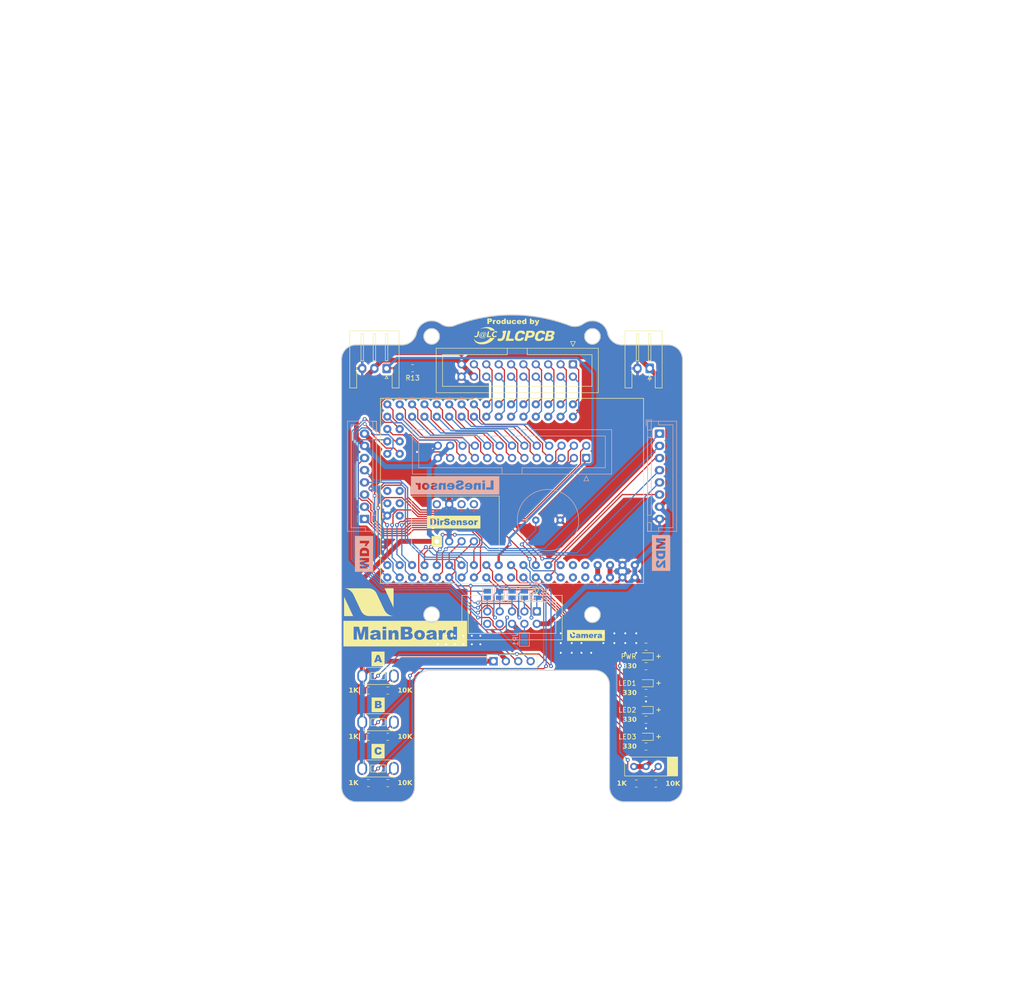
<source format=kicad_pcb>
(kicad_pcb (version 20221018) (generator pcbnew)
  (layers (0 "F.Cu" signal) (31 "B.Cu" signal) (34 "B.Paste" user) (35 "F.Paste" user) (36 "B.SilkS" user "B.Silkscreen") (37 "F.SilkS" user "F.Silkscreen") (38 "B.Mask" user) (39 "F.Mask" user) (44 "Edge.Cuts" user))
  (net 0 "")
  (net 1 "PWM_Buzzer")
  (net 2 "GND")
  (net 3 "VIN")
  (net 4 "Net-(D1-K)")
  (net 5 "Net-(D2-K)")
  (net 6 "Net-(D3-K)")
  (net 7 "Net-(D4-K)")
  (net 8 "Sig_M1-1")
  (net 9 "Sig_M1-2")
  (net 10 "PWM_M1")
  (net 11 "Sig_M2-1")
  (net 12 "Sig_M2-2")
  (net 13 "PWM_M2")
  (net 14 "SCL")
  (net 15 "SDA")
  (net 16 "Sig_M3-1")
  (net 17 "Sig_M3-2")
  (net 18 "PWM_M3")
  (net 19 "Sig_M4-1")
  (net 20 "Sig_M4-2")
  (net 21 "PWM_M4")
  (net 22 "Sig1_BALL")
  (net 23 "Sig2_BALL")
  (net 24 "Sig3_BALL")
  (net 25 "Sig4_BALL")
  (net 26 "Sig5_BALL")
  (net 27 "Sig6_BALL")
  (net 28 "Sig7_BALL")
  (net 29 "Sig8_BALL")
  (net 30 "Sig9_BALL")
  (net 31 "Sig10_BALL")
  (net 32 "Sig11_BALL")
  (net 33 "Sig12_BALL")
  (net 34 "Sig13_BALL")
  (net 35 "Sig14_BALL")
  (net 36 "Sig15_BALL")
  (net 37 "Sig16_BALL")
  (net 38 "Sig_NeoPixel")
  (net 39 "Sig1_LINE")
  (net 40 "Sig2_LINE")
  (net 41 "Sig3_LINE")
  (net 42 "Sig4_LINE")
  (net 43 "Sig5_LINE")
  (net 44 "Sig6_LINE")
  (net 45 "Sig7_LINE")
  (net 46 "Sig8_LINE")
  (net 47 "Sig9_LINE")
  (net 48 "Sig10_LINE")
  (net 49 "Sig11_LINE")
  (net 50 "Sig12_LINE")
  (net 51 "Sig13_LINE")
  (net 52 "Sig14_LINE")
  (net 53 "Sig15_LINE")
  (net 54 "Sig16_LINE")
  (net 55 "Sig17_LINE")
  (net 56 "Sig18_LINE")
  (net 57 "Sig19_LINE")
  (net 58 "Sig20_LINE")
  (net 59 "Sig21_LINE")
  (net 60 "Sig22_LINE")
  (net 61 "Sig23_BALL-Kicker")
  (net 62 "Sig_LED1")
  (net 63 "Sig_LED2")
  (net 64 "Sig_LED3")
  (net 65 "Net-(SW1A-B)")
  (net 66 "Sig_BTN1")
  (net 67 "Net-(SW2A-B)")
  (net 68 "Sig_BTN2")
  (net 69 "Net-(SW3A-B)")
  (net 70 "Sig_BTN3")
  (net 71 "Net-(SW4A-C)")
  (net 72 "Sig_LEVER")
  (net 73 "unconnected-(U1-3V3-Pad3V3_1)")
  (net 74 "unconnected-(U1-5V-Pad5V_1)")
  (net 77 "Sig_Kicker")
  (net 78 "MISO")
  (net 79 "MOSI")
  (net 80 "SCK")
  (net 81 "SS")
  (net 86 "RX")
  (net 88 "TX")
  (net 94 "Net-(J1-Pin_1)")
  (net 95 "Net-(J1-Pin_3)")
  (net 96 "Net-(J1-Pin_4)")
  (net 97 "Net-(J1-Pin_5)")
  (net 98 "Net-(J1-Pin_7)")
  (net 99 "Net-(J1-Pin_9)")
  (footprint "LED_SMD:LED_0603_1608Metric" (layer "F.Cu") (at 112.5 114 180)
    (fp_text reference "PWR")
    (fp_text value "LED")
  )
  (footprint "@2023_MainBoard:BNO055" (layer "F.Cu") (at 73.37 86.55 180)
    (fp_text reference "U2" hide)
    (fp_text value "~")
  )
  (footprint "@2023_MainBoard:SS12D01G4" (layer "F.Cu") (at 112.5 136.6)
    (fp_text reference "SW4" hide)
    (fp_text value "SW_DPDT_x2")
  )
  (footprint "Connector_IDC:IDC-Header_2x10_P2.54mm_Vertical" (layer "F.Cu") (at 97.5 54 -90)
    (fp_text reference "J6" hide)
    (fp_text value "Conn_01x20_Male")
  )
  (footprint "@2023_MainBoard:MODULE_MEGA_PRO_EMBED_CH340G___ATMEGA2560" (layer "F.Cu") (at 85 80)
    (fp_text reference "U1" hide)
    (fp_text value "ATMEGA2560_pro")
  )
  (footprint "Capacitor_SMD:C_0805_2012Metric" (layer "F.Cu") (at 112.5 112 180)
    (fp_text reference "C1" hide)
    (fp_text value "C")
  )
  (footprint "Connector_IDC:IDC-Header_2x05_P2.54mm_Vertical" (layer "F.Cu") (at 90.08 104.7475 -90)
    (fp_text reference "J1" hide)
    (fp_text value "Conn_01x10_Pin")
  )
  (footprint "Connector_PinSocket_2.54mm:PinSocket_1x04_P2.54mm_Vertical" (layer "F.Cu") (at 81.2 114.975 90)
    (fp_text reference "J3" hide)
    (fp_text value "Conn_01x04_Female")
  )
  (footprint "Resistor_SMD:R_0805_2012Metric" (layer "F.Cu") (at 112.5 132.5)
    (fp_text reference "R4" hide)
    (fp_text value "330")
  )
  (footprint "LED_SMD:LED_0603_1608Metric" (layer "F.Cu") (at 112.5 130.5 180)
    (fp_text reference "LED3")
    (fp_text value "LED")
  )
  (footprint "Connector_JST:JST_XH_S3B-XH-A-1_1x03_P2.50mm_Horizontal" (layer "F.Cu") (at 59.25 54.85 180)
    (fp_text reference "J8" hide)
    (fp_text value "Conn_01x03_Pin")
  )
  (footprint "Resistor_SMD:R_0805_2012Metric" (layer "F.Cu") (at 112.5 116)
    (fp_text reference "R1" hide)
    (fp_text value "330")
  )
  (footprint "LED_SMD:LED_0603_1608Metric" (layer "F.Cu") (at 112.5 119.5 180)
    (fp_text reference "LED1")
    (fp_text value "LED")
  )
  (footprint "Resistor_SMD:R_0805_2012Metric" (layer "F.Cu") (at 64.6 54.8)
    (fp_text reference "R13")
    (fp_text value "1K")
  )
  (footprint "Resistor_SMD:R_0805_2012Metric" (layer "F.Cu") (at 110.5 140.1 180)
    (fp_text reference "R11" hide)
    (fp_text value "1K")
  )
  (footprint "Resistor_SMD:R_0805_2012Metric" (layer "F.Cu") (at 112.5 127)
    (fp_text reference "R3" hide)
    (fp_text value "330")
  )
  (footprint "@2023_MainBoard:TVBP06-B043C" (layer "F.Cu") (at 57.5 127.5)
    (fp_text reference "SW2" hide)
    (fp_text value "SW_DPST_x2")
  )
  (footprint "Resistor_SMD:R_0805_2012Metric" (layer "F.Cu") (at 59.5 130.5 180)
    (fp_text reference "R8" hide)
    (fp_text value "10K")
  )
  (footprint "Resistor_SMD:R_0805_2012Metric" (layer "F.Cu") (at 55.5 130.5 180)
    (fp_text reference "R7" hide)
    (fp_text value "1K")
  )
  (footprint "Connector_JST:JST_XH_S2B-XH-A-1_1x02_P2.50mm_Horizontal" (layer "F.Cu") (at 113.25 54.85 180)
    (fp_text reference "J5" hide)
    (fp_text value "Conn_01x02_Male")
  )
  (footprint "Resistor_SMD:R_0805_2012Metric" (layer "F.Cu") (at 55.5 140 180)
    (fp_text reference "R9" hide)
    (fp_text value "1K")
  )
  (footprint "LED_SMD:LED_0603_1608Metric" (layer "F.Cu") (at 112.5 125 180)
    (fp_text reference "LED2")
    (fp_text value "LED")
  )
  (footprint "@2023_MainBoard:TVBP06-B043C" (layer "F.Cu") (at 57.5 118)
    (fp_text reference "SW1" hide)
    (fp_text value "SW_DPST_x2")
  )
  (footprint "Resistor_SMD:R_0805_2012Metric" (layer "F.Cu") (at 114.5 140.1 180)
    (fp_text reference "R12" hide)
    (fp_text value "10K")
  )
  (footprint "Resistor_SMD:R_0805_2012Metric" (layer "F.Cu") (at 59.5 121 180)
    (fp_text reference "R6" hide)
    (fp_text value "10K")
  )
  (footprint "Resistor_SMD:R_0805_2012Metric" (layer "F.Cu") (at 55.5 121 180)
    (fp_text reference "R5" hide)
    (fp_text value "1K")
  )
  (footprint "Resistor_SMD:R_0805_2012Metric" (layer "F.Cu") (at 59.5 140 180)
    (fp_text reference "R10" hide)
    (fp_text value "10K")
  )
  (footprint "Resistor_SMD:R_0805_2012Metric" (layer "F.Cu") (at 112.5 121.5)
    (fp_text reference "R2" hide)
    (fp_text value "330")
  )
  (footprint "@2023_MainBoard:TVBP06-B043C" (layer "F.Cu") (at 57.5 137)
    (fp_text reference "SW3" hide)
    (fp_text value "SW_DPST_x2")
  )
  (footprint "Connector_JST:JST_XH_B8B-XH-A_1x08_P2.50mm_Vertical" (layer "B.Cu") (at 54.725 85.75 90)
    (fp_text reference "J2" hide)
    (fp_text value "Conn_01x08_Male")
  )
  (footprint "Jumper:SolderJumper-2_P1.3mm_Open_Pad1.0x1.5mm" (layer "B.Cu") (at 85 101.2475 90)
    (fp_text reference "JP5" hide)
    (fp_text value "Jumper_2_Open")
  )
  (footprint "Jumper:SolderJumper-2_P1.3mm_Open_Pad1.0x1.5mm" (layer "B.Cu") (at 87.54 110.5 -90)
    (fp_text reference "JP1")
    (fp_text value "Jumper_2_Open")
  )
  (footprint "Jumper:SolderJumper-2_P1.3mm_Bridged_Pad1.0x1.5mm" (layer "B.Cu") (at 82.46 101.2475 90)
    (fp_text reference "JP3" hide)
    (fp_text value "Jumper_2_Bridged")
  )
  (footprint "Jumper:SolderJumper-2_P1.3mm_Open_Pad1.0x1.5mm" (layer "B.Cu") (at 87.54 101.2475 90)
    (fp_text reference "JP2")
    (fp_text value "Jumper_2_Open")
  )
  (footprint "Connector_JST:JST_XH_B8B-XH-A_1x08_P2.50mm_Vertical" (layer "B.Cu") (at 115.275 68.25 -90)
    (fp_text reference "J4" hide)
    (fp_text value "Conn_01x08_Male")
  )
  (footprint "Connector_IDC:IDC-Header_2x13_P2.54mm_Vertical" (layer "B.Cu") (at 100.24 73.2525 90)
    (fp_text reference "J7" hide)
    (fp_text value "Conn_01x26_Male")
  )
  (footprint "@2023_MainBoard:PKM13EPYH4000-A0" (layer "B.Cu") (at 92.38 86)
    (fp_text reference "BZ1" hide)
    (fp_text value "Buzzer")
  )
  (footprint "Jumper:SolderJumper-2_P1.3mm_Open_Pad1.0x1.5mm" (layer "B.Cu") (at 90.25 101.25 90)
    (fp_text reference "JP4")
    (fp_text value "Jumper_2_Open")
  )
  (footprint "Jumper:SolderJumper-2_P1.3mm_Open_Pad1.0x1.5mm" (layer "B.Cu") (at 79.92 101.2475 90)
    (fp_text reference "JP6" hide)
    (fp_text value "Jumper_2_Open")
  )
  (gr_poly (pts (xy 72.430429 78.65634) (xy 72.414423 78.657517) (xy 72.398062 78.659351) (xy 72.381599 78.661805) (xy 72.365282 78.664842) (xy 72.349364 78.668428) (xy 72.334094 78.672525) (xy 72.319723 78.677098) (xy 72.306502 78.682109) (xy 72.294682 78.687524) (xy 72.284512 78.693306) (xy 72.275398 78.699648) (xy 72.266581 78.706756) (xy 72.258068 78.714607) (xy 72.249868 78.723182) (xy 72.241989 78.732459) (xy 72.234438 78.742419) (xy 72.227222 78.75304) (xy 72.220351 78.764302) (xy 72.21383 78.776185) (xy 72.207669 78.788666) (xy 72.201875 78.801726) (xy 72.196455 78.815345) (xy 72.191418 78.829501) (xy 72.186771 78.844173) (xy 72.182522 78.859342) (xy 72.178679 78.874986) (xy 72.166332 78.933195) (xy 72.423859 78.933195) (xy 72.518358 78.933102) (xy 72.556169 78.932695) (xy 72.588176 78.931789) (xy 72.602119 78.931089) (xy 72.614748 78.930191) (xy 72.626109 78.929072) (xy 72.636249 78.927707) (xy 72.645214 78.926072) (xy 72.653048 78.924142) (xy 72.659799 78.921895) (xy 72.665512 78.919304) (xy 72.670232 78.916347) (xy 72.674007 78.912998) (xy 72.67688 78.909235) (xy 72.678899 78.905031) (xy 72.68011 78.900364) (xy 72.680557 78.895209) (xy 72.680288 78.889541) (xy 72.679347 78.883337) (xy 72.677781 78.876573) (xy 72.675636 78.869223) (xy 72.66979 78.852673) (xy 72.653164 78.811486) (xy 72.648264 78.799785) (xy 72.642819 78.788484) (xy 72.63682 78.77757) (xy 72.630262 78.767031) (xy 72.623134 78.756854) (xy 72.615431 78.747025) (xy 72.607143 78.737533) (xy 72.598264 78.728363) (xy 72.588785 78.719504) (xy 72.578699 78.710941) (xy 72.567998 78.702663) (xy 72.556674 78.694656) (xy 72.54472 78.686908) (xy 72.532128 78.679405) (xy 72.51889 78.672135) (xy 72.504998 78.665084) (xy 72.500936 78.663212) (xy 72.496379 78.661564) (xy 72.485902 78.658917) (xy 72.473818 78.657107) (xy 72.460377 78.656099) (xy 72.445831 78.655855)) (fill solid) (layer "B.SilkS"))
  (gr_poly (pts (xy 55.219282 92.678467) (xy 55.218807 92.665034) (xy 55.216991 92.636942) (xy 55.214142 92.607942) (xy 55.210404 92.578899) (xy 55.205922 92.550684) (xy 55.20084 92.524164) (xy 55.195304 92.500207) (xy 55.192411 92.48946) (xy 55.189458 92.479681) (xy 55.177561 92.44705) (xy 55.163568 92.417235) (xy 55.147286 92.390159) (xy 55.128521 92.365744) (xy 55.107079 92.343914) (xy 55.082767 92.324589) (xy 55.05539 92.307694) (xy 55.024755 92.293149) (xy 54.990668 92.280879) (xy 54.952935 92.270804) (xy 54.911363 92.262849) (xy 54.865757 92.256934) (xy 54.815924 92.252984) (xy 54.76167 92.250919) (xy 54.702802 92.250663) (xy 54.639125 92.252139) (xy 54.573361 92.254261) (xy 54.54532 92.255487) (xy 54.520145 92.256879) (xy 54.497564 92.258478) (xy 54.477305 92.260324) (xy 54.459098 92.26246) (xy 54.442672 92.264927) (xy 54.427754 92.267766) (xy 54.414074 92.271018) (xy 54.40136 92.274725) (xy 54.389341 92.278928) (xy 54.377747 92.283669) (xy 54.366304 92.288988) (xy 54.354743 92.294927) (xy 54.342791 92.301528) (xy 54.323703 92.312834) (xy 54.306091 92.325003) (xy 54.289899 92.338154) (xy 54.275075 92.352405) (xy 54.261562 92.367876) (xy 54.249309 92.384685) (xy 54.238259 92.402952) (xy 54.228359 92.422795) (xy 54.219555 92.444333) (xy 54.211792 92.467685) (xy 54.205015 92.492969) (xy 54.199172 92.520305) (xy 54.194207 92.549811) (xy 54.190067 92.581607) (xy 54.186696 92.615811) (xy 54.184041 92.652541) (xy 54.173458 92.813056) (xy 55.219444 92.813056) (xy 55.219444 92.691348)) (fill solid) (layer "B.SilkS"))
  (gr_poly (pts (xy 117.469282 96.428467) (xy 117.469282 89.055411) (xy 116.463866 89.055411) (xy 116.463866 89.760967) (xy 116.463866 90.254856) (xy 115.779477 90.25662) (xy 115.331945 90.257171) (xy 115.26754 90.258833) (xy 115.222549 90.261953) (xy 115.197186 90.266953) (xy 115.19193 90.270291) (xy 115.191661 90.274258) (xy 115.196404 90.278908) (xy 115.206186 90.284292) (xy 115.240974 90.297478) (xy 115.296236 90.31424) (xy 115.372184 90.335002) (xy 115.887074 90.466522) (xy 116.46563 90.616453) (xy 116.460338 90.835175) (xy 116.455046 91.053897) (xy 115.91706 91.193244) (xy 115.489978 91.303047) (xy 115.220324 91.373161) (xy 115.061574 91.415494) (xy 115.761838 91.417259) (xy 116.463866 91.419022) (xy 116.463866 91.895272) (xy 114.576505 91.895272) (xy 114.576505 92.283328) (xy 116.463866 92.283328) (xy 116.463866 92.748994) (xy 116.463866 94.205966) (xy 116.463866 95.793466) (xy 116.040532 95.793466) (xy 116.040532 95.386008) (xy 116.04027 95.277429) (xy 116.039928 95.230703) (xy 116.03943 95.188755) (xy 116.038767 95.151386) (xy 116.037928 95.118396) (xy 116.036903 95.089587) (xy 116.035682 95.06476) (xy 116.034254 95.043715) (xy 116.032609 95.026254) (xy 116.030736 95.012178) (xy 116.029712 95.006347) (xy 116.028626 95.001287) (xy 116.027479 94.996975) (xy 116.026268 94.993384) (xy 116.024993 94.99049) (xy 116.023651 94.988268) (xy 116.022243 94.986694) (xy 116.020766 94.985742) (xy 116.019219 94.985387) (xy 116.017602 94.985605) (xy 116.014664 94.987838) (xy 116.009895 94.992468) (xy 115.995305 95.008426) (xy 115.974721 95.032486) (xy 115.949031 95.063657) (xy 115.919124 95.100947) (xy 115.885889 95.143363) (xy 115.850215 95.189913) (xy 115.812991 95.239606) (xy 115.755203 95.315563) (xy 115.701263 95.384241) (xy 115.650718 95.445969) (xy 115.603115 95.501074) (xy 115.558004 95.549886) (xy 115.514931 95.592731) (xy 115.473445 95.629938) (xy 115.453156 95.646531) (xy 115.433093 95.661836) (xy 115.413201 95.675896) (xy 115.393423 95.688752) (xy 115.373703 95.700445) (xy 115.353983 95.711015) (xy 115.334208 95.720504) (xy 115.314321 95.728952) (xy 115.294266 95.736401) (xy 115.273985 95.742892) (xy 115.253423 95.748466) (xy 115.232522 95.753163) (xy 115.211227 95.757026) (xy 115.18948 95.760094) (xy 115.144408 95.764011) (xy 115.096852 95.765244) (xy 115.076177 95.765447) (xy 115.057051 95.765382) (xy 115.039324 95.765027) (xy 115.022851 95.764362) (xy 115.007484 95.763367) (xy 114.993075 95.762019) (xy 114.979478 95.7603) (xy 114.966545 95.758189) (xy 114.954128 95.755663) (xy 114.942081 95.752704) (xy 114.930256 95.74929) (xy 114.918506 95.7454) (xy 114.906684 95.741015) (xy 114.894642 95.736112) (xy 114.882233 95.730673) (xy 114.86931 95.724675) (xy 114.839236 95.708637) (xy 114.810537 95.690964) (xy 114.783222 95.671674) (xy 114.757303 95.650784) (xy 114.73279 95.628313) (xy 114.709692 95.604279) (xy 114.688021 95.578699) (xy 114.667786 95.551593) (xy 114.648998 95.522977) (xy 114.631668 95.492871) (xy 114.615805 95.461292) (xy 114.60142 95.428259) (xy 114.588523 95.393788) (xy 114.577125 95.357899) (xy 114.567236 95.32061) (xy 114.558866 95.281939) (xy 114.554585 95.255893) (xy 114.550997 95.226373) (xy 114.548091 95.193871) (xy 114.545857 95.15888) (xy 114.543363 95.083408) (xy 114.543432 95.003906) (xy 114.545981 94.924321) (xy 114.550928 94.848601) (xy 114.558191 94.780695) (xy 114.562664 94.750905) (xy 114.567685 94.72455) (xy 114.578981 94.678279) (xy 114.5924 94.634674) (xy 114.608001 94.593674) (xy 114.625838 94.555216) (xy 114.645971 94.519239) (xy 114.656915 94.502161) (xy 114.668454 94.485681) (xy 114.680595 94.469789) (xy 114.693346 94.454478) (xy 114.706713 94.439742) (xy 114.720703 94.425571) (xy 114.735323 94.411958) (xy 114.750581 94.398895) (xy 114.783038 94.37439) (xy 114.818131 94.351994) (xy 114.855916 94.331644) (xy 114.89645 94.313278) (xy 114.93979 94.296834) (xy 114.985993 94.282251) (xy 115.035116 94.269467) (xy 115.049095 94.266055) (xy 115.06195 94.26309) (xy 115.073714 94.260564) (xy 115.084422 94.25847) (xy 115.08939 94.257582) (xy 115.094107 94.256799) (xy 115.098576 94.25612) (xy 115.102802 94.255545) (xy 115.106788 94.255071) (xy 115.11054 94.254699) (xy 115.114062 94.254426) (xy 115.117357 94.254253) (xy 115.12043 94.254178) (xy 115.123285 94.2542) (xy 115.125926 94.254318) (xy 115.128357 94.254532) (xy 115.130583 94.25484) (xy 115.132608 94.255241) (xy 115.134436 94.255735) (xy 115.136071 94.25632) (xy 115.137517 94.256996) (xy 115.138779 94.257761) (xy 115.139861 94.258614) (xy 115.140766 94.259555) (xy 115.1415 94.260583) (xy 115.142066 94.261696) (xy 115.142469 94.262894) (xy 115.142713 94.264175) (xy 115.144559 94.291874) (xy 115.149548 94.350826) (xy 115.165643 94.528758) (xy 115.18681 94.770411) (xy 115.114491 94.789814) (xy 115.085681 94.798427) (xy 115.071999 94.803232) (xy 115.058804 94.808362) (xy 115.0461 94.813813) (xy 115.033891 94.819579) (xy 115.02218 94.825656) (xy 115.010972 94.832037) (xy 115.000271 94.838718) (xy 114.99008 94.845693) (xy 114.980403 94.852958) (xy 114.971244 94.860507) (xy 114.962607 94.868335) (xy 114.954495 94.876437) (xy 114.946914 94.884808) (xy 114.939866 94.893442) (xy 114.933355 94.902335) (xy 114.927386 94.911481) (xy 114.921962 94.920875) (xy 114.917087 94.930511) (xy 114.912765 94.940386) (xy 114.908999 94.950493) (xy 114.905795 94.960827) (xy 114.903155 94.971384) (xy 114.901083 94.982158) (xy 114.899584 94.993143) (xy 114.898661 95.004335) (xy 114.898318 95.015729) (xy 114.898559 95.027319) (xy 114.899388 95.039101) (xy 114.900808 95.051068) (xy 114.902824 95.063216) (xy 114.904692 95.072123) (xy 114.906979 95.080973) (xy 114.90967 95.089752) (xy 114.912749 95.098446) (xy 114.916202 95.107038) (xy 114.920013 95.115515) (xy 114.924167 95.123862) (xy 114.928649 95.132063) (xy 114.938535 95.14797) (xy 114.94955 95.163117) (xy 114.961573 95.177386) (xy 114.974482 95.190657) (xy 114.988156 95.202812) (xy 115.002473 95.213732) (xy 115.009835 95.218692) (xy 115.017313 95.223298) (xy 115.02489 95.227537) (xy 115.032552 95.231392) (xy 115.040285 95.234849) (xy 115.048071 95.237894) (xy 115.055897 95.24051) (xy 115.063748 95.242685) (xy 115.071607 95.244402) (xy 115.07946 95.245647) (xy 115.087292 95.246405) (xy 115.095088 95.24666) (xy 115.12034 95.245766) (xy 115.144721 95.242895) (xy 115.16856 95.237766) (xy 115.192184 95.230096) (xy 115.215922 95.219606) (xy 115.240102 95.206012) (xy 115.265052 95.189033) (xy 115.2911 95.168388) (xy 115.318574 95.143795) (xy 115.347803 95.114972) (xy 115.379114 95.081638) (xy 115.412836 95.04351) (xy 115.449297 95.000309) (xy 115.488824 94.95175) (xy 115.578394 94.837439) (xy 115.635338 94.764985) (xy 115.689994 94.69826) (xy 115.742717 94.636997) (xy 115.793863 94.580931) (xy 115.843791 94.529794) (xy 115.892855 94.483321) (xy 115.941413 94.441245) (xy 115.98982 94.403302) (xy 116.038435 94.369223) (xy 116.087613 94.338744) (xy 116.137711 94.311598) (xy 116.189085 94.287519) (xy 116.242092 94.266241) (xy 116.297089 94.247497) (xy 116.354431 94.231022) (xy 116.414477 94.21655) (xy 116.463866 94.205966) (xy 116.463866 92.748994) (xy 116.462784 92.935488) (xy 116.461331 93.017098) (xy 116.45918 93.091657) (xy 116.456265 93.159695) (xy 116.452518 93.221741) (xy 116.447871 93.278324) (xy 116.442258 93.329975) (xy 116.435612 93.377223) (xy 116.427864 93.420598) (xy 116.418949 93.46063) (xy 116.408799 93.497848) (xy 116.397347 93.532782) (xy 116.384525 93.565961) (xy 116.370267 93.597915) (xy 116.354505 93.629175) (xy 116.335778 93.661239) (xy 116.314741 93.692544) (xy 116.291524 93.722991) (xy 116.266255 93.752482) (xy 116.239064 93.780919) (xy 116.210079 93.808203) (xy 116.179431 93.834237) (xy 116.147248 93.858921) (xy 116.113659 93.88216) (xy 116.078794 93.903852) (xy 116.042781 93.923902) (xy 116.005751 93.94221) (xy 115.967831 93.958679) (xy 115.929152 93.973209) (xy 115.889843 93.985704) (xy 115.850032 93.996064) (xy 115.828587 93.999936) (xy 115.799513 94.00356) (xy 115.764115 94.006854) (xy 115.723694 94.009734) (xy 115.679552 94.012118) (xy 115.632991 94.013923) (xy 115.585315 94.015067) (xy 115.537824 94.015467) (xy 115.471929 94.015021) (xy 115.409691 94.012979) (xy 115.350878 94.009273) (xy 115.295262 94.003836) (xy 115.242612 93.996601) (xy 115.192698 93.987499) (xy 115.14529 93.976466) (xy 115.100159 93.963432) (xy 115.057074 93.948331) (xy 115.015806 93.931096) (xy 114.976124 93.91166) (xy 114.937799 93.889955) (xy 114.9006 93.865914) (xy 114.864298 93.839471) (xy 114.828662 93.810557) (xy 114.793463 93.779106) (xy 114.775025 93.760646) (xy 114.75741 93.741644) (xy 114.740617 93.722094) (xy 114.724644 93.701991) (xy 114.709487 93.681329) (xy 114.695143 93.660105) (xy 114.681611 93.638312) (xy 114.668888 93.615946) (xy 114.656971 93.593001) (xy 114.645858 93.569471) (xy 114.635545 93.545353) (xy 114.626031 93.520641) (xy 114.617313 93.495329) (xy 114.609388 93.469412) (xy 114.602254 93.442886) (xy 114.595907 93.415745) (xy 114.591529 93.386117) (xy 114.587667 93.340448) (xy 114.584342 93.280063) (xy 114.581576 93.206283) (xy 114.5778 93.02383) (xy 114.576505 92.803675) (xy 114.576505 92.283328) (xy 114.576505 91.895272) (xy 114.576505 91.126217) (xy 115.12331 90.986869) (xy 115.232899 90.958868) (xy 115.335252 90.932189) (xy 115.428098 90.907494) (xy 115.509161 90.885446) (xy 115.576168 90.866705) (xy 115.626845 90.851932) (xy 115.658919 90.84179) (xy 115.667269 90.838661) (xy 115.670116 90.836939) (xy 115.667309 90.834925) (xy 115.659071 90.831578) (xy 115.627396 90.821174) (xy 115.510925 90.78755) (xy 115.338229 90.740697) (xy 115.126838 90.685245) (xy 114.585324 90.544134) (xy 114.580032 90.15255) (xy 114.576505 89.760967) (xy 116.463866 89.760967) (xy 116.463866 89.055411) (xy 113.712199 89.055411) (xy 113.712199 96.428467)) (fill solid) (layer "B.SilkS"))
  (gr_poly (pts (xy 64.25 80.75) (xy 82.382776 80.75) (xy 82.382776 77.857223) (xy 81.20097 77.857223) (xy 81.20097 79.744584) (xy 79.701665 79.744584) (xy 79.701665 79.268334) (xy 80.618887 79.268334) (xy 80.618887 78.368751) (xy 79.45472 78.368751) (xy 79.45472 79.744584) (xy 78.925554 79.744584) (xy 78.590415 79.744584) (xy 78.082414 79.744584) (xy 78.075359 79.342417) (xy 78.073644 79.263158) (xy 78.071728 79.192366) (xy 78.069491 79.129496) (xy 78.066815 79.074003) (xy 78.065275 79.048852) (xy 78.063581 79.025341) (xy 78.061717 79.003402) (xy 78.05967 78.982966) (xy 78.057423 78.963965) (xy 78.054963 78.946332) (xy 78.052274 78.929998) (xy 78.049342 78.914894) (xy 78.046151 78.900954) (xy 78.042687 78.888107) (xy 78.038934 78.876288) (xy 78.034879 78.865426) (xy 78.030506 78.855455) (xy 78.0258 78.846305) (xy 78.020747 78.83791) (xy 78.015332 78.8302) (xy 78.009539 78.823108) (xy 78.003354 78.816565) (xy 77.996762 78.810503) (xy 77.989748 78.804855) (xy 77.982298 78.799551) (xy 77.974396 78.794524) (xy 77.966028 78.789706) (xy 77.957179 78.785028) (xy 77.945328 78.779096) (xy 77.932987 78.773869) (xy 77.920243 78.769351) (xy 77.907183 78.765543) (xy 77.893896 78.762448) (xy 77.88047 78.760068) (xy 77.866992 78.758407) (xy 77.85355 78.757467) (xy 77.840232 78.757251) (xy 77.827126 78.75776) (xy 77.81432 78.758998) (xy 77.801901 78.760968) (xy 77.789958 78.763671) (xy 77.778578 78.76711) (xy 77.767849 78.771289) (xy 77.757859 78.776209) (xy 77.744699 78.783979) (xy 77.732951 78.793062) (xy 77.722535 78.803943) (xy 77.713376 78.817109) (xy 77.705394 78.833044) (xy 77.698514 78.852235) (xy 77.692656 78.875167) (xy 77.687744 78.902327) (xy 77.683701 78.934199) (xy 77.680448 78.97127) (xy 77.676004 79.062951) (xy 77.673792 79.181256) (xy 77.673192 79.33007) (xy 77.673192 79.744584) (xy 77.144026 79.744584) (xy 77.144026 79.252459) (xy 77.144239 79.104485) (xy 77.144535 79.062688) (xy 76.894548 79.062688) (xy 76.894001 79.093502) (xy 76.892286 79.124081) (xy 76.889418 79.154385) (xy 76.885414 79.184378) (xy 76.880289 79.21402) (xy 76.874061 79.243274) (xy 76.866745 79.272102) (xy 76.858358 79.300465) (xy 76.848914 79.328326) (xy 76.838432 79.355646) (xy 76.826926 79.382388) (xy 76.814414 79.408512) (xy 76.80091 79.433981) (xy 76.786432 79.458758) (xy 76.770995 79.482803) (xy 76.754615 79.506079) (xy 76.737309 79.528547) (xy 76.719094 79.55017) (xy 76.699984 79.570909) (xy 76.679996 79.590727) (xy 76.659147 79.609584) (xy 76.637452 79.627443) (xy 76.614927 79.644267) (xy 76.59159 79.660016) (xy 76.567455 79.674653) (xy 76.542539 79.688139) (xy 76.493844 79.710032) (xy 76.440795 79.72876) (xy 76.384041 79.744341) (xy 76.32423 79.756793) (xy 76.262012 79.766134) (xy 76.198033 79.772382) (xy 76.132944 79.775555) (xy 76.067392 79.775672) (xy 76.002026 79.77275) (xy 75.937494 79.766808) (xy 75.874446 79.757863) (xy 75.813529 79.745934) (xy 75.755393 79.731039) (xy 75.700685 79.713195) (xy 75.650055 79.692422) (xy 75.60415 79.668736) (xy 75.589054 79.659241) (xy 75.573007 79.648086) (xy 75.556216 79.635475) (xy 75.538887 79.621607) (xy 75.521227 79.606686) (xy 75.503444 79.590912) (xy 75.485743 79.574486) (xy 75.468331 79.557611) (xy 75.451416 79.540488) (xy 75.435203 79.523319) (xy 75.4199 79.506304) (xy 75.405713 79.489647) (xy 75.392849 79.473547) (xy 75.381515 79.458207) (xy 75.371917 79.443828) (xy 75.364262 79.430611) (xy 75.356906 79.414843) (xy 75.35522 79.408369) (xy 75.355359 79.402692) (xy 75.356232 79.400121) (xy 75.357701 79.397709) (xy 75.362618 79.393311) (xy 75.370487 79.389395) (xy 75.38168 79.385853) (xy 75.396574 79.382579) (xy 75.415542 79.379469) (xy 75.467201 79.373313) (xy 75.539655 79.366536) (xy 75.635901 79.358292) (xy 75.67288 79.355217) (xy 75.705347 79.352625) (xy 75.73367 79.350544) (xy 75.758215 79.349004) (xy 75.769186 79.348445) (xy 75.77935 79.348032) (xy 75.788753 79.347768) (xy 75.797441 79.347657) (xy 75.80546 79.347702) (xy 75.812856 79.347907) (xy 75.819673 79.348276) (xy 75.82596 79.348811) (xy 75.83176 79.349517) (xy 75.837121 79.350397) (xy 75.842088 79.351455) (xy 75.846706 79.352694) (xy 75.851022 79.354117) (xy 75.855082 79.355729) (xy 75.858931 79.357533) (xy 75.862616 79.359532) (xy 75.866181 79.36173) (xy 75.869674 79.364131) (xy 75.873139 79.366738) (xy 75.876624 79.369554) (xy 75.883832 79.37583) (xy 75.891665 79.382986) (xy 75.903998 79.393974) (xy 75.916826 79.404117) (xy 75.930105 79.413422) (xy 75.943793 79.421892) (xy 75.957846 79.429531) (xy 75.972222 79.436344) (xy 75.986878 79.442334) (xy 76.00177 79.447506) (xy 76.016856 79.451864) (xy 76.032093 79.455413) (xy 76.047438 79.458156) (xy 76.062848 79.460098) (xy 76.07828 79.461243) (xy 76.093691 79.461594) (xy 76.109037 79.461157) (xy 76.124277 79.459936) (xy 76.139367 79.457934) (xy 76.154265 79.455156) (xy 76.168926 79.451607) (xy 76.183309 79.447289) (xy 76.19737 79.442208) (xy 76.211067 79.436368) (xy 76.224355 79.429772) (xy 76.237194 79.422426) (xy 76.249539 79.414333) (xy 76.261347 79.405497) (xy 76.272576 79.395923) (xy 76.283182 79.385615) (xy 76.293124 79.374577) (xy 76.302357 79.362813) (xy 76.310838 79.350328) (xy 76.318526 79.337125) (xy 76.321789 79.331016) (xy 76.324954 79.324633) (xy 76.328006 79.318033) (xy 76.330928 79.311273) (xy 76.333705 79.30441) (xy 76.336323 79.2975) (xy 76.338765 79.2906) (xy 76.341015 79.283768) (xy 76.343059 79.277059) (xy 76.34488 79.270532) (xy 76.346464 79.264242) (xy 76.347795 79.258246) (xy 76.348857 79.252602) (xy 76.349635 79.247367) (xy 76.350113 79.242596) (xy 76.350275 79.238348) (xy 76.350275 79.197778) (xy 75.309581 79.197778) (xy 75.309581 79.12636) (xy 75.132494 79.12636) (xy 75.132448 79.130144) (xy 75.13177 79.139949) (xy 75.130326 79.152358) (xy 75.128138 79.166917) (xy 75.125227 79.183171) (xy 75.121613 79.200665) (xy 75.117317 79.218945) (xy 75.106312 79.263557) (xy 75.093188 79.306712) (xy 75.078018 79.348317) (xy 75.060873 79.388278) (xy 75.041827 79.426503) (xy 75.020951 79.462899) (xy 74.998319 79.497372) (xy 74.974002 79.52983) (xy 74.948072 79.56018) (xy 74.920603 79.588328) (xy 74.906313 79.601548) (xy 74.891665 79.614182) (xy 74.876669 79.626219) (xy 74.861333 79.637648) (xy 74.845666 79.648457) (xy 74.829678 79.658634) (xy 74.813377 79.668168) (xy 74.796772 79.677046) (xy 74.779873 79.685258) (xy 74.762688 79.692792) (xy 74.745227 79.699636) (xy 74.727498 79.705778) (xy 74.661631 79.725606) (xy 74.593966 79.742114) (xy 74.524937 79.755329) (xy 74.454977 79.765282) (xy 74.384521 79.771999) (xy 74.314004 79.77551) (xy 74.243858 79.775843) (xy 74.174519 79.773026) (xy 74.106419 79.767088) (xy 74.039994 79.758057) (xy 73.975678 79.745962) (xy 73.913904 79.730831) (xy 73.855107 79.712692) (xy 73.79972 79.691574) (xy 73.748178 79.667505) (xy 73.700915 79.640514) (xy 73.680719 79.626793) (xy 73.660559 79.611524) (xy 73.640554 79.594854) (xy 73.620823 79.576931) (xy 73.601485 79.557903) (xy 73.582658 79.537916) (xy 73.564462 79.517117) (xy 73.547015 79.495655) (xy 73.530437 79.473676) (xy 73.514845 79.451327) (xy 73.500359 79.428756) (xy 73.487098 79.40611) (xy 73.475181 79.383536) (xy 73.464726 79.361182) (xy 73.455852 79.339195) (xy 73.448679 79.317723) (xy 73.438878 79.280696) (xy 73.431291 79.243756) (xy 73.425901 79.206993) (xy 73.422689 79.170493) (xy 73.421637 79.134344) (xy 73.422727 79.098635) (xy 73.425941 79.063453) (xy 73.429279 79.041764) (xy 73.21748 79.041764) (xy 73.217316 79.080948) (xy 73.215514 79.119926) (xy 73.212097 79.158532) (xy 73.207088 79.1966) (xy 73.200511 79.233965) (xy 73.192389 79.270463) (xy 73.182745 79.305927) (xy 73.171602 79.340191) (xy 73.158984 79.373092) (xy 73.144914 79.404463) (xy 73.129414 79.434139) (xy 73.117156 79.454398) (xy 73.103611 79.474747) (xy 73.088897 79.49507) (xy 73.073135 79.515251) (xy 73.056443 79.535173) (xy 73.038939 79.554721) (xy 73.020743 79.573778) (xy 73.001974 79.592228) (xy 72.982749 79.609954) (xy 72.963189 79.626841) (xy 72.943411 79.642771) (xy 72.923536 79.657629) (xy 72.903681 79.671299) (xy 72.883965 79.683664) (xy 72.864508 79.694608) (xy 72.845429 79.704014) (xy 72.819377 79.714862) (xy 72.790972 79.724895) (xy 72.760422 79.734086) (xy 72.727937 79.742406) (xy 72.693726 79.749828) (xy 72.657998 79.756321) (xy 72.620963 79.761859) (xy 72.58283 79.766412) (xy 72.543807 79.769952) (xy 72.504106 79.772451) (xy 72.463934 79.77388) (xy 72.423501 79.774211) (xy 72.383016 79.773416) (xy 72.342689 79.771466) (xy 72.302729 79.768332) (xy 72.263345 79.763986) (xy 72.229939 79.759575) (xy 72.198419 79.754909) (xy 72.168646 79.749937) (xy 72.140479 79.744611) (xy 72.140351 79.744584) (xy 71.393749 79.744584) (xy 70.864581 79.744584) (xy 70.864581 79.360056) (xy 70.864185 79.281987) (xy 70.863066 79.20646) (xy 70.861326 79.135357) (xy 70.85907 79.070558) (xy 70.8564 79.013945) (xy 70.85342 78.967398) (xy 70.850233 78.932799) (xy 70.848594 78.920567) (xy 70.846943 78.912028) (xy 70.842778 78.898879) (xy 70.837914 78.886227) (xy 70.832383 78.874086) (xy 70.826221 78.862467) (xy 70.81946 78.851383) (xy 70.812135 78.840847) (xy 70.80428 78.830869) (xy 70.795928 78.821464) (xy 70.787114 78.812642) (xy 70.777871 78.804416) (xy 70.768233 78.796799) (xy 70.758235 78.789803) (xy 70.74791 78.78344) (xy 70.737292 78.777722) (xy 70.726415 78.772662) (xy 70.715313 78.768271) (xy 70.704019 78.764563) (xy 70.692569 78.761549) (xy 70.680995 78.759242) (xy 70.669331 78.757653) (xy 70.657612 78.756796) (xy 70.645871 78.756683) (xy 70.634143 78.757325) (xy 70.62246 78.758735) (xy 70.610858 78.760926) (xy 70.59937 78.763909) (xy 70.58803 78.767697) (xy 70.576871 78.772302) (xy 70.565929 78.777736) (xy 70.555236 78.784013) (xy 70.544826 78.791143) (xy 70.534734 78.799139) (xy 70.485346 78.841473) (xy 70.480055 79.293028) (xy 70.474762 79.744584) (xy 69.945595 79.744584) (xy 69.949193 79.375332) (xy 69.718876 79.375332) (xy 69.718738 79.379414) (xy 69.717084 79.389346) (xy 69.713726 79.401369) (xy 69.708828 79.41516) (xy 69.702554 79.430394) (xy 69.695064 79.44675) (xy 69.686524 79.463905) (xy 69.677094 79.481535) (xy 69.666938 79.499317) (xy 69.65622 79.516929) (xy 69.6451 79.534047) (xy 69.633743 79.550349) (xy 69.622311 79.565511) (xy 69.610967 79.579211) (xy 69.599873 79.591125) (xy 69.578508 79.612428) (xy 69.556613 79.632067) (xy 69.53399 79.650114) (xy 69.510439 79.666642) (xy 69.485761 79.681723) (xy 69.459758 79.695429) (xy 69.432231 79.707833) (xy 69.40298 79.719007) (xy 69.371806 79.729024) (xy 69.338512 79.737955) (xy 69.302897 79.745874) (xy 69.264762 79.752852) (xy 69.22391 79.758962) (xy 69.18014 79.764276) (xy 69.133255 79.768866) (xy 69.083054 79.772806) (xy 69.047271 79.774874) (xy 69.012035 79.776123) (xy 68.977364 79.776561) (xy 68.943279 79.776196) (xy 68.909799 79.775034) (xy 68.876942 79.773085) (xy 68.844729 79.770355) (xy 68.813179 79.766853) (xy 68.782311 79.762585) (xy 68.752144 79.757561) (xy 68.722698 79.751788) (xy 68.693992 79.745273) (xy 68.666046 79.738024) (xy 68.638879 79.730049) (xy 68.612511 79.721355) (xy 68.58696 79.711952) (xy 68.562246 79.701845) (xy 68.538389 79.691043) (xy 68.515408 79.679554) (xy 68.493322 79.667386) (xy 68.472151 79.654546) (xy 68.451914 79.641041) (xy 68.43263 79.626881) (xy 68.41432 79.612071) (xy 68.397001 79.596621) (xy 68.380694 79.580538) (xy 68.365417 79.56383) (xy 68.351192 79.546504) (xy 68.338035 79.528569) (xy 68.325968 79.510031) (xy 68.31501 79.490899) (xy 68.305179 79.471181) (xy 68.297428 79.45261) (xy 68.290713 79.432747) (xy 68.285036 79.411789) (xy 68.280401 79.389932) (xy 68.27681 79.367371) (xy 68.274266 79.344305) (xy 68.27277 79.320928) (xy 68.272326 79.297438) (xy 68.272936 79.27403) (xy 68.274603 79.250901) (xy 68.27733 79.228248) (xy 68.281118 79.206267) (xy 68.285971 79.185153) (xy 68.291891 79.165105) (xy 68.298881 79.146317) (xy 68.306943 79.128986) (xy 68.322336 79.101188) (xy 68.339554 79.075274) (xy 68.354942 79.055987) (xy 68.074262 79.055987) (xy 68.073452 79.099462) (xy 68.070001 79.142802) (xy 68.063995 79.185817) (xy 68.055519 79.228315) (xy 68.044657 79.270104) (xy 68.031497 79.310995) (xy 68.016122 79.350795) (xy 67.998617 79.389314) (xy 67.97907 79.42636) (xy 67.957563 79.461742) (xy 67.934183 79.495269) (xy 67.909016 79.526749) (xy 67.882145 79.555992) (xy 67.868098 79.569715) (xy 67.853658 79.582806) (xy 67.838834 79.595243) (xy 67.823637 79.607) (xy 67.794629 79.62733) (xy 67.76454 79.646317) (xy 67.733448 79.663961) (xy 67.70143 79.680264) (xy 67.634924 79.708847) (xy 67.565641 79.732071) (xy 67.494198 79.749942) (xy 67.421212 79.762464) (xy 67.347302 79.769642) (xy 67.273084 79.771483) (xy 67.199176 79.76799) (xy 67.126195 79.75917) (xy 67.05476 79.745027) (xy 67.053181 79.744584) (xy 66.243193 79.744584) (xy 65.714026 79.744584) (xy 65.714026 79.439431) (xy 65.713263 79.342314) (xy 65.710898 79.253837) (xy 65.709079 79.212748) (xy 65.706817 79.173711) (xy 65.704098 79.136689) (xy 65.700907 79.101646) (xy 65.697231 79.068547) (xy 65.693054 79.037354) (xy 65.688363 79.008032) (xy 65.683144 78.980544) (xy 65.677383 78.954855) (xy 65.671064 78.930928) (xy 65.664175 78.908727) (xy 65.6567 78.888216) (xy 65.648626 78.869358) (xy 65.639938 78.852118) (xy 65.630622 78.836459) (xy 65.620664 78.822345) (xy 65.61005 78.809741) (xy 65.598766 78.798609) (xy 65.586796 78.788913) (xy 65.574128 78.780618) (xy 65.560747 78.773688) (xy 65.546638 78.768085) (xy 65.531788 78.763775) (xy 65.516181 78.76072) (xy 65.499805 78.758884) (xy 65.482645 78.758232) (xy 65.464687 78.758727) (xy 65.445915 78.760334) (xy 65.430023 78.76239) (xy 65.414358 78.76455) (xy 65.399313 78.766752) (xy 65.385281 78.768933) (xy 65.372655 78.771031) (xy 65.361827 78.772984) (xy 65.353191 78.774731) (xy 65.347138 78.776209) (xy 65.345913 78.77652) (xy 65.344558 78.776464) (xy 65.341463 78.775275) (xy 65.337878 78.772686) (xy 65.333826 78.76874) (xy 65.329329 78.763481) (xy 65.32441 78.756954) (xy 65.319094 78.749202) (xy 65.313403 78.740269) (xy 65.300991 78.719037) (xy 65.287359 78.693609) (xy 65.272693 78.664336) (xy 65.257179 78.63157) (xy 65.224685 78.55882) (xy 65.211756 78.529347) (xy 65.200955 78.503991) (xy 65.196334 78.492743) (xy 65.192222 78.482386) (xy 65.188611 78.472877) (xy 65.185494 78.464169) (xy 65.182862 78.456217) (xy 65.180709 78.448975) (xy 65.179025 78.442398) (xy 65.177804 78.43644) (xy 65.177038 78.431055) (xy 65.176719 78.426199) (xy 65.176839 78.421825) (xy 65.177062 78.419804) (xy 65.177391 78.417888) (xy 65.177826 78.416069) (xy 65.178367 78.414342) (xy 65.179011 78.412702) (xy 65.179758 78.411143) (xy 65.180607 78.409658) (xy 65.181558 78.408243) (xy 65.182608 78.406892) (xy 65.183758 78.405599) (xy 65.186351 78.403164) (xy 65.189329 78.400893) (xy 65.192684 78.398739) (xy 65.196408 78.396659) (xy 65.200495 78.394606) (xy 65.204935 78.392534) (xy 65.214847 78.388153) (xy 65.228711 78.382369) (xy 65.243741 78.376939) (xy 65.259778 78.371887) (xy 65.276665 78.367235) (xy 65.294245 78.363006) (xy 65.31236 78.359225) (xy 65.330852 78.355914) (xy 65.349563 78.353096) (xy 65.368337 78.350795) (xy 65.387015 78.349034) (xy 65.405439 78.347837) (xy 65.423453 78.347225) (xy 65.440899 78.347224) (xy 65.457619 78.347856) (xy 65.473455 78.349144) (xy 65.488249 78.351112) (xy 65.504753 78.354424) (xy 65.520564 78.358432) (xy 65.535735 78.363169) (xy 65.550316 78.368668) (xy 65.56436 78.374962) (xy 65.577918 78.382086) (xy 65.591042 78.390073) (xy 65.603783 78.398957) (xy 65.616194 78.408771) (xy 65.628326 78.419548) (xy 65.640231 78.431323) (xy 65.651959 78.444129) (xy 65.663564 78.458) (xy 65.675096 78.472968) (xy 65.686608 78.489068) (xy 65.698151 78.506334) (xy 65.749304 78.587472) (xy 65.749304 78.368751) (xy 66.243193 78.368751) (xy 66.243193 79.744584) (xy 67.053181 79.744584) (xy 66.985487 79.725567) (xy 66.918995 79.700794) (xy 66.886984 79.686417) (xy 66.8559 79.670714) (xy 66.82582 79.653685) (xy 66.79682 79.635332) (xy 66.768979 79.615654) (xy 66.742374 79.594653) (xy 66.711757 79.567671) (xy 66.683394 79.539614) (xy 66.657263 79.510441) (xy 66.633343 79.480111) (xy 66.611615 79.448581) (xy 66.592057 79.415811) (xy 66.574649 79.38176) (xy 66.55937 79.346386) (xy 66.546199 79.309647) (xy 66.535116 79.271503) (xy 66.526101 79.231912) (xy 66.519131 79.190833) (xy 66.514187 79.148224) (xy 66.511249 79.104044) (xy 66.510294 79.058252) (xy 66.511304 79.010806) (xy 66.513598 78.963456) (xy 66.515048 78.942624) (xy 66.516761 78.923383) (xy 66.518784 78.905507) (xy 66.521164 78.888767) (xy 66.523947 78.872937) (xy 66.527179 78.857789) (xy 66.530908 78.843095) (xy 66.535179 78.828629) (xy 66.540039 78.814163) (xy 66.545535 78.79947) (xy 66.551713 78.784322) (xy 66.558619 78.768492) (xy 66.574805 78.733875) (xy 66.589134 78.706626) (xy 66.604935 78.679839) (xy 66.622112 78.653605) (xy 66.640564 78.628014) (xy 66.660195 78.603158) (xy 66.680906 78.579125) (xy 66.702599 78.556007) (xy 66.725176 78.533894) (xy 66.748538 78.512877) (xy 66.772587 78.493046) (xy 66.797225 78.474491) (xy 66.822355 78.457303) (xy 66.847877 78.441572) (xy 66.873693 78.427389) (xy 66.899707 78.414845) (xy 66.925818 78.404028) (xy 66.945631 78.397193) (xy 66.967821 78.390603) (xy 66.992077 78.384297) (xy 67.018091 78.378314) (xy 67.07415 78.367472) (xy 67.133516 78.358388) (xy 67.193709 78.35137) (xy 67.252248 78.346729) (xy 67.280122 78.345397) (xy 67.306653 78.344776) (xy 67.33153 78.344904) (xy 67.354443 78.34582) (xy 67.395673 78.349401) (xy 67.435407 78.354215) (xy 67.473719 78.360296) (xy 67.510686 78.367675) (xy 67.546381 78.376388) (xy 67.580879 78.386468) (xy 67.614257 78.397949) (xy 67.646587 78.410863) (xy 67.677947 78.425245) (xy 67.708409 78.441128) (xy 67.738051 78.458546) (xy 67.766945 78.477533) (xy 67.795167 78.498121) (xy 67.822793 78.520345) (xy 67.849897 78.544238) (xy 67.876553 78.569834) (xy 67.899236 78.593642) (xy 67.920344 78.617507) (xy 67.939918 78.641527) (xy 67.957996 78.6658) (xy 67.974616 78.690425) (xy 67.989818 78.715499) (xy 68.00364 78.741121) (xy 68.016121 78.767389) (xy 68.0273 78.794401) (xy 68.037216 78.822256) (xy 68.045907 78.851051) (xy 68.053411 78.880884) (xy 68.059769 78.911855) (xy 68.065018 78.944061) (xy 68.069198 78.977599) (xy 68.072347 79.01257) (xy 68.074262 79.055987) (xy 68.354942 79.055987) (xy 68.358808 79.051142) (xy 68.380309 79.028693) (xy 68.404271 79.007825) (xy 68.430904 78.988437) (xy 68.460421 78.970429) (xy 68.493033 78.9537) (xy 68.528953 78.938149) (xy 68.568391 78.923676) (xy 68.611561 78.910179) (xy 68.658673 78.897559) (xy 68.709941 78.885713) (xy 68.765575 78.874542) (xy 68.825787 78.863945) (xy 68.89079 78.85382) (xy 68.932217 78.847574) (xy 68.972508 78.840894) (xy 69.01069 78.834007) (xy 69.045792 78.827141) (xy 69.076843 78.820523) (xy 69.10287 78.81438) (xy 69.122904 78.808941) (xy 69.130369 78.806555) (xy 69.135971 78.804431) (xy 69.144039 78.80026) (xy 69.151383 78.795706) (xy 69.158012 78.790797) (xy 69.163935 78.785562) (xy 69.169162 78.780032) (xy 69.173701 78.774235) (xy 69.177563 78.768201) (xy 69.180757 78.76196) (xy 69.183292 78.75554) (xy 69.185178 78.748971) (xy 69.186423 78.742283) (xy 69.187037 78.735505) (xy 69.187031 78.728666) (xy 69.186412 78.721796) (xy 69.18519 78.714923) (xy 69.183375 78.708078) (xy 69.180976 78.70129) (xy 69.178003 78.694589) (xy 69.174464 78.688003) (xy 69.17037 78.681562) (xy 69.165729 78.675295) (xy 69.160551 78.669232) (xy 69.154845 78.663402) (xy 69.148621 78.657835) (xy 69.141888 78.65256) (xy 69.134655 78.647606) (xy 69.126932 78.643003) (xy 69.118728 78.63878) (xy 69.110052 78.634967) (xy 69.100914 78.631593) (xy 69.091324 78.628686) (xy 69.08129 78.626278) (xy 69.073243 78.624949) (xy 69.064991 78.623932) (xy 69.047972 78.622809) (xy 69.030421 78.622848) (xy 69.012526 78.623991) (xy 68.994476 78.626177) (xy 68.976459 78.629348) (xy 68.958665 78.633443) (xy 68.941281 78.638405) (xy 68.924497 78.644172) (xy 68.908501 78.650687) (xy 68.893482 78.657888) (xy 68.879628 78.665718) (xy 68.867128 78.674115) (xy 68.861445 78.678509) (xy 68.856171 78.683022) (xy 68.851329 78.687648) (xy 68.846944 78.692379) (xy 68.843039 78.697207) (xy 68.839638 78.702125) (xy 68.828227 78.72004) (xy 68.818471 78.735639) (xy 68.81136 78.74727) (xy 68.809107 78.75108) (xy 68.807887 78.753278) (xy 68.802484 78.754101) (xy 68.78897 78.753991) (xy 68.741879 78.751377) (xy 68.597323 78.739388) (xy 68.442514 78.72376) (xy 68.382608 78.716598) (xy 68.345749 78.710945) (xy 68.305179 78.702125) (xy 68.354569 78.613931) (xy 68.370481 78.586564) (xy 68.387779 78.560694) (xy 68.406441 78.536327) (xy 68.426447 78.513472) (xy 68.447775 78.492136) (xy 68.470406 78.472327) (xy 68.494318 78.454053) (xy 68.519491 78.437322) (xy 68.545905 78.42214) (xy 68.573538 78.408517) (xy 68.60237 78.39646) (xy 68.63238 78.385976) (xy 68.663548 78.377073) (xy 68.695852 78.36976) (xy 68.729273 78.364043) (xy 68.763789 78.359931) (xy 68.835045 78.352972) (xy 68.894621 78.347914) (xy 68.945392 78.344676) (xy 68.99023 78.343174) (xy 69.011322 78.343048) (xy 69.032008 78.343326) (xy 69.073601 78.345048) (xy 69.11788 78.348259) (xy 69.16772 78.352875) (xy 69.199054 78.356306) (xy 69.229549 78.360641) (xy 69.259191 78.365875) (xy 69.287968 78.372003) (xy 69.315865 78.379019) (xy 69.342872 78.38692) (xy 69.368974 78.395699) (xy 69.394159 78.405351) (xy 69.418414 78.415872) (xy 69.441726 78.427255) (xy 69.464081 78.439496) (xy 69.485468 78.45259) (xy 69.505873 78.466532) (xy 69.525283 78.481315) (xy 69.543685 78.496936) (xy 69.561067 78.513389) (xy 69.573868 78.526872) (xy 69.58581 78.54084) (xy 69.596896 78.555264) (xy 69.607125 78.570113) (xy 69.616497 78.585355) (xy 69.625013 78.600961) (xy 69.632673 78.6169) (xy 69.639478 78.633141) (xy 69.645427 78.649653) (xy 69.650522 78.666405) (xy 69.654762 78.683368) (xy 69.658147 78.70051) (xy 69.660679 78.7178) (xy 69.662357 78.735208) (xy 69.663181 78.752704) (xy 69.663153 78.770256) (xy 69.662272 78.787833) (xy 69.660538 78.805406) (xy 69.657953 78.822944) (xy 69.654516 78.840415) (xy 69.650227 78.857789) (xy 69.645088 78.875036) (xy 69.639098 78.892124) (xy 69.632257 78.909024) (xy 69.624566 78.925704) (xy 69.616026 78.942134) (xy 69.606636 78.958282) (xy 69.596397 78.974119) (xy 69.585309 78.989614) (xy 69.573373 79.004735) (xy 69.560588 79.019453) (xy 69.546956 79.033736) (xy 69.531193 79.048741) (xy 69.514782 79.062744) (xy 69.497405 79.075858) (xy 69.478743 79.088196) (xy 69.45848 79.099874) (xy 69.436296 79.111003) (xy 69.411875 79.121698) (xy 69.384899 79.132073) (xy 69.355049 79.142241) (xy 69.322009 79.152317) (xy 69.245084 79.172643) (xy 69.151581 79.193961) (xy 69.038957 79.217181) (xy 68.993831 79.226113) (xy 68.953526 79.234482) (xy 68.917778 79.242427) (xy 68.886325 79.250088) (xy 68.872127 79.253856) (xy 68.858903 79.257605) (xy 68.846621 79.261352) (xy 68.835248 79.265116) (xy 68.824751 79.268913) (xy 68.815097 79.272761) (xy 68.806253 79.276678) (xy 68.798186 79.280681) (xy 68.790863 79.284787) (xy 68.784252 79.289014) (xy 68.778318 79.293379) (xy 68.77303 79.297899) (xy 68.768354 79.302593) (xy 68.764258 79.307478) (xy 68.760708 79.31257) (xy 68.757672 79.317888) (xy 68.755116 79.323449) (xy 68.753008 79.32927) (xy 68.751315 79.335369) (xy 68.750003 79.341763) (xy 68.749041 79.348469) (xy 68.748394 79.355506) (xy 68.74803 79.36289) (xy 68.747916 79.370639) (xy 68.748188 79.376385) (xy 68.748996 79.382041) (xy 68.750328 79.387603) (xy 68.752174 79.393063) (xy 68.754521 79.398417) (xy 68.757357 79.403657) (xy 68.760671 79.408777) (xy 68.764452 79.413772) (xy 68.773366 79.42336) (xy 68.784006 79.432372) (xy 68.79628 79.440759) (xy 68.810093 79.448471) (xy 68.825353 79.45546) (xy 68.841966 79.461676) (xy 68.859841 79.467071) (xy 68.878884 79.471594) (xy 68.899001 79.475198) (xy 68.920101 79.477833) (xy 68.942089 79.479451) (xy 68.964873 79.48) (xy 68.981519 79.479928) (xy 68.996513 79.47967) (xy 69.010017 79.479163) (xy 69.022199 79.478347) (xy 69.033223 79.477158) (xy 69.038353 79.476405) (xy 69.043256 79.475536) (xy 69.047951 79.474542) (xy 69.052461 79.473417) (xy 69.056805 79.472152) (xy 69.061005 79.47074) (xy 69.06508 79.469173) (xy 69.069052 79.467443) (xy 69.072942 79.465543) (xy 69.076769 79.463464) (xy 69.080556 79.461199) (xy 69.084321 79.458741) (xy 69.088086 79.456081) (xy 69.091873 79.453211) (xy 69.09959 79.446814) (xy 69.107637 79.439486) (xy 69.116181 79.431166) (xy 69.125386 79.421792) (xy 69.131313 79.416094) (xy 69.137166 79.410275) (xy 69.142909 79.404378) (xy 69.148511 79.398448) (xy 69.153936 79.392528) (xy 69.159153 79.386662) (xy 69.164126 79.380895) (xy 69.168823 79.375269) (xy 69.17321 79.36983) (xy 69.177253 79.364621) (xy 69.180919 79.359685) (xy 69.184174 79.355067) (xy 69.186985 79.350811) (xy 69.189318 79.346961) (xy 69.191139 79.34356) (xy 69.192415 79.340653) (xy 69.194107 79.336621) (xy 69.19669 79.333122) (xy 69.200395 79.33015) (xy 69.205451 79.3277) (xy 69.212088 79.325766) (xy 69.220537 79.324344) (xy 69.231027 79.323429) (xy 69.243788 79.323014) (xy 69.277043 79.323669) (xy 69.322143 79.326266) (xy 69.380926 79.330766) (xy 69.455234 79.337125) (xy 69.554315 79.346275) (xy 69.59814 79.350644) (xy 69.636694 79.354764) (xy 69.668882 79.358554) (xy 69.693607 79.36193) (xy 69.702829 79.363437) (xy 69.709775 79.36481) (xy 69.714307 79.366038) (xy 69.715625 79.366595) (xy 69.716289 79.367111) (xy 69.717672 79.369141) (xy 69.718528 79.371894) (xy 69.718876 79.375332) (xy 69.949193 79.375332) (xy 69.950888 79.201306) (xy 69.952872 79.0138) (xy 69.95405 78.937194) (xy 69.955518 78.870714) (xy 69.957398 78.813382) (xy 69.959817 78.764216) (xy 69.961266 78.74239) (xy 69.962897 78.722239) (xy 69.964723 78.70364) (xy 69.966762 78.686471) (xy 69.969028 78.670609) (xy 69.971537 78.655932) (xy 69.974304 78.642318) (xy 69.977345 78.629644) (xy 69.980676 78.617788) (xy 69.984311 78.606627) (xy 69.988267 78.596039) (xy 69.992559 78.585902) (xy 69.997202 78.576092) (xy 70.002212 78.566489) (xy 70.007604 78.556969) (xy 70.013394 78.54741) (xy 70.026231 78.527684) (xy 70.040845 78.506334) (xy 70.044515 78.500885) (xy 70.048872 78.495151) (xy 70.05386 78.48918) (xy 70.059421 78.483017) (xy 70.065499 78.47671) (xy 70.072037 78.470305) (xy 70.078978 78.463848) (xy 70.086265 78.457386) (xy 70.093842 78.450965) (xy 70.101651 78.444632) (xy 70.109636 78.438433) (xy 70.11774 78.432416) (xy 70.125906 78.426625) (xy 70.134076 78.421109) (xy 70.142195 78.415913) (xy 70.150206 78.411084) (xy 70.168182 78.401245) (xy 70.187021 78.392236) (xy 70.206676 78.384058) (xy 70.227101 78.376716) (xy 70.24825 78.37021) (xy 70.270075 78.364544) (xy 70.292531 78.35972) (xy 70.315571 78.355742) (xy 70.339149 78.352611) (xy 70.363217 78.350329) (xy 70.38773 78.348901) (xy 70.41264 78.348328) (xy 70.437902 78.348612) (xy 70.463469 78.349758) (xy 70.489295 78.351766) (xy 70.515332 78.354639) (xy 70.538776 78.357854) (xy 70.560917 78.361591) (xy 70.581902 78.365918) (xy 70.601873 78.3709) (xy 70.620976 78.376606) (xy 70.639355 78.383103) (xy 70.657156 78.390457) (xy 70.674523 78.398736) (xy 70.6916 78.408008) (xy 70.708533 78.418339) (xy 70.725465 78.429797) (xy 70.742543 78.442448) (xy 70.759909 78.45636) (xy 70.77771 78.4716) (xy 70.79609 78.488236) (xy 70.815193 78.506334) (xy 70.89986 78.587472) (xy 70.89986 78.368751) (xy 71.393749 78.368751) (xy 71.393749 79.744584) (xy 72.140351 79.744584) (xy 72.113781 79.738882) (xy 72.08841 79.732701) (xy 72.064228 79.726019) (xy 72.041095 79.718787) (xy 72.018871 79.710955) (xy 71.997418 79.702474) (xy 71.976595 79.693296) (xy 71.956263 79.683371) (xy 71.936282 79.67265) (xy 71.916513 79.661085) (xy 71.896817 79.648625) (xy 71.877053 79.635223) (xy 71.8616 79.62344) (xy 71.845203 79.609505) (xy 71.828161 79.593787) (xy 71.81077 79.576656) (xy 71.793327 79.558481) (xy 71.776129 79.539631) (xy 71.759474 79.520477) (xy 71.743659 79.501387) (xy 71.728981 79.482732) (xy 71.715737 79.46488) (xy 71.704223 79.448201) (xy 71.694739 79.433064) (xy 71.687579 79.41984) (xy 71.684965 79.41406) (xy 71.683043 79.408897) (xy 71.681851 79.404397) (xy 71.681426 79.400605) (xy 71.681805 79.397569) (xy 71.683025 79.395334) (xy 71.685587 79.394221) (xy 71.690539 79.392881) (xy 71.707086 79.389601) (xy 71.731612 79.38566) (xy 71.763062 79.381223) (xy 71.84252 79.371521) (xy 71.937026 79.36182) (xy 72.178679 79.340653) (xy 72.222776 79.381222) (xy 72.23511 79.392308) (xy 72.247036 79.402434) (xy 72.258642 79.411635) (xy 72.270015 79.419945) (xy 72.281243 79.427398) (xy 72.292415 79.434025) (xy 72.303617 79.439863) (xy 72.314939 79.444943) (xy 72.326467 79.4493) (xy 72.33829 79.452967) (xy 72.350495 79.455977) (xy 72.36317 79.458365) (xy 72.376404 79.460164) (xy 72.390283 79.461407) (xy 72.404897 79.462128) (xy 72.420332 79.462361) (xy 72.432164 79.46212) (xy 72.443842 79.4614) (xy 72.455356 79.460209) (xy 72.466696 79.458555) (xy 72.477852 79.456444) (xy 72.488816 79.453885) (xy 72.499576 79.450885) (xy 72.510125 79.447451) (xy 72.52045 79.443591) (xy 72.530544 79.439312) (xy 72.540397 79.434621) (xy 72.549998 79.429526) (xy 72.559338 79.424035) (xy 72.568408 79.418154) (xy 72.577197 79.411892) (xy 72.585696 79.405256) (xy 72.593896 79.398252) (xy 72.601786 79.390889) (xy 72.609357 79.383174) (xy 72.616599 79.375114) (xy 72.623502 79.366718) (xy 72.630058 79.357991) (xy 72.636255 79.348942) (xy 72.642085 79.339578) (xy 72.647538 79.329907) (xy 72.652604 79.319936) (xy 72.657273 79.309672) (xy 72.661536 79.299123) (xy 72.665383 79.288296) (xy 72.668804 79.277198) (xy 72.67179 79.265838) (xy 72.674331 79.254223) (xy 72.684915 79.197778) (xy 71.635401 79.197778) (xy 71.645984 79.033736) (xy 71.65089 78.966791) (xy 71.653673 78.937246) (xy 71.656788 78.909933) (xy 71.660316 78.884564) (xy 71.664339 78.860848) (xy 71.668942 78.838496) (xy 71.674206 78.817219) (xy 71.680215 78.796728) (xy 71.68705 78.776732) (xy 71.694794 78.756944) (xy 71.703531 78.737072) (xy 71.713343 78.716829) (xy 71.724312 78.695924) (xy 71.736522 78.674069) (xy 71.750054 78.650973) (xy 71.763931 78.629652) (xy 71.779051 78.608729) (xy 71.795334 78.588271) (xy 71.8127 78.568346) (xy 71.831067 78.549019) (xy 71.850358 78.53036) (xy 71.87049 78.512434) (xy 71.891385 78.495309) (xy 71.912962 78.479053) (xy 71.935141 78.463732) (xy 71.957842 78.449413) (xy 71.980985 78.436164) (xy 72.00449 78.424052) (xy 72.028276 78.413144) (xy 72.052264 78.403507) (xy 72.076373 78.395209) (xy 72.114001 78.384647) (xy 72.154487 78.375454) (xy 72.197381 78.367637) (xy 72.242234 78.361199) (xy 72.288595 78.356146) (xy 72.336016 78.352483) (xy 72.384047 78.350215) (xy 72.432238 78.349348) (xy 72.480139 78.349886) (xy 72.527302 78.351835) (xy 72.573276 78.3552) (xy 72.617611 78.359986) (xy 72.65986 78.366198) (xy 72.69957 78.373842) (xy 72.736294 78.382923) (xy 72.769582 78.393445) (xy 72.806969 78.408342) (xy 72.843623 78.425805) (xy 72.879389 78.44567) (xy 72.91411 78.467776) (xy 72.947632 78.491959) (xy 72.979801 78.518057) (xy 73.01046 78.545907) (xy 73.039456 78.575346) (xy 73.066633 78.606211) (xy 73.091835 78.638339) (xy 73.114909 78.671569) (xy 73.135698 78.705736) (xy 73.154049 78.740678) (xy 73.169805 78.776233) (xy 73.182812 78.812237) (xy 73.192915 78.848528) (xy 73.20129 78.886266) (xy 73.207911 78.924623) (xy 73.212801 78.963436) (xy 73.215983 79.002538) (xy 73.21748 79.041764) (xy 73.429279 79.041764) (xy 73.43126 79.028886) (xy 73.438668 78.995021) (xy 73.448145 78.961947) (xy 73.459673 78.929752) (xy 73.473235 78.898523) (xy 73.488813 78.868349) (xy 73.506387 78.839316) (xy 73.525941 78.811513) (xy 73.547456 78.785028) (xy 73.570529 78.760266) (xy 73.594947 78.736835) (xy 73.620983 78.714618) (xy 73.648907 78.693499) (xy 73.678992 78.673362) (xy 73.711508 78.65409) (xy 73.746727 78.635568) (xy 73.78492 78.617679) (xy 73.826358 78.600307) (xy 73.871312 78.583335) (xy 73.920055 78.566647) (xy 73.972857 78.550128) (xy 74.029989 78.53366) (xy 74.091723 78.517127) (xy 74.230081 78.483403) (xy 74.269044 78.473926) (xy 74.30465 78.464634) (xy 74.337017 78.455467) (xy 74.366259 78.446361) (xy 74.379745 78.441813) (xy 74.392494 78.437256) (xy 74.40452 78.432684) (xy 74.415838 78.428089) (xy 74.426462 78.423462) (xy 74.436406 78.418797) (xy 74.445686 78.414086) (xy 74.454316 78.40932) (xy 74.46231 78.404492) (xy 74.469683 78.399594) (xy 74.47645 78.394619) (xy 74.482624 78.389559) (xy 74.488222 78.384405) (xy 74.493256 78.379151) (xy 74.497741 78.373788) (xy 74.501693 78.368309) (xy 74.505126 78.362706) (xy 74.508053 78.356972) (xy 74.510491 78.351097) (xy 74.512452 78.345076) (xy 74.513953 78.338899) (xy 74.515006 78.33256) (xy 74.515628 78.32605) (xy 74.515832 78.319361) (xy 74.515455 78.310877) (xy 74.514658 78.302622) (xy 74.513445 78.294599) (xy 74.511818 78.286812) (xy 74.509782 78.279263) (xy 74.50734 78.271954) (xy 74.504495 78.264887) (xy 74.501252 78.258066) (xy 74.497613 78.251494) (xy 74.493583 78.245171) (xy 74.489164 78.239102) (xy 74.48436 78.233289) (xy 74.479176 78.227734) (xy 74.473614 78.222441) (xy 74.467678 78.21741) (xy 74.461371 78.212646) (xy 74.454698 78.208151) (xy 74.447661 78.203927) (xy 74.440265 78.199976) (xy 74.432512 78.196303) (xy 74.415952 78.189795) (xy 74.398009 78.184424) (xy 74.378713 78.180211) (xy 74.358091 78.177176) (xy 74.336172 78.175339) (xy 74.312985 78.174723) (xy 74.302329 78.174852) (xy 74.291862 78.175238) (xy 74.281584 78.17588) (xy 74.271499 78.176776) (xy 74.261607 78.177925) (xy 74.251911 78.179327) (xy 74.242412 78.180979) (xy 74.233113 78.182881) (xy 74.224016 78.18503) (xy 74.215122 78.187426) (xy 74.206434 78.190068) (xy 74.197952 78.192954) (xy 74.189681 78.196083) (xy 74.18162 78.199453) (xy 74.173773 78.203064) (xy 74.16614 78.206914) (xy 74.158725 78.211001) (xy 74.151529 78.215325) (xy 74.144553 78.219884) (xy 74.137801 78.224677) (xy 74.131273 78.229702) (xy 74.124972 78.234958) (xy 74.1189 78.240445) (xy 74.113058 78.24616) (xy 74.107449 78.252103) (xy 74.102074 78.258271) (xy 74.096936 78.264665) (xy 74.092036 78.271282) (xy 74.087377 78.278121) (xy 74.082959 78.285181) (xy 74.078786 78.292461) (xy 74.074859 78.299959) (xy 74.071265 78.306958) (xy 74.067773 78.314035) (xy 74.064399 78.321143) (xy 74.061161 78.328236) (xy 74.05517 78.342189) (xy 74.052453 78.348956) (xy 74.049944 78.355521) (xy 74.047663 78.361839) (xy 74.045628 78.367862) (xy 74.043855 78.373543) (xy 74.042365 78.378838) (xy 74.041174 78.383698) (xy 74.040301 78.388077) (xy 74.039764 78.39193) (xy 74.039581 78.395209) (xy 74.039408 78.399283) (xy 74.038854 78.402915) (xy 74.037872 78.406119) (xy 74.037205 78.407564) (xy 74.036412 78.408906) (xy 74.035487 78.410148) (xy 74.034424 78.411291) (xy 74.033218 78.412336) (xy 74.031861 78.413285) (xy 74.030348 78.41414) (xy 74.028672 78.414902) (xy 74.024809 78.416155) (xy 74.020222 78.417056) (xy 74.014863 78.417619) (xy 74.008682 78.417856) (xy 74.00163 78.417781) (xy 73.993659 78.417406) (xy 73.984718 78.416744) (xy 73.97476 78.415808) (xy 73.963735 78.414611) (xy 73.918672 78.410064) (xy 73.850625 78.40469) (xy 73.683276 78.393445) (xy 73.475137 78.382862) (xy 73.48572 78.337) (xy 73.496477 78.291908) (xy 73.508937 78.249195) (xy 73.523148 78.208803) (xy 73.53916 78.170671) (xy 73.557023 78.134741) (xy 73.576784 78.100953) (xy 73.598494 78.069247) (xy 73.610095 78.054157) (xy 73.622201 78.039565) (xy 73.634819 78.025463) (xy 73.647954 78.011846) (xy 73.661614 77.998704) (xy 73.675803 77.986031) (xy 73.705797 77.962062) (xy 73.737984 77.939877) (xy 73.772414 77.919419) (xy 73.809135 77.900627) (xy 73.848198 77.883443) (xy 73.889651 77.867806) (xy 73.915048 77.859772) (xy 73.944 77.852813) (xy 73.977087 77.846846) (xy 74.014887 77.841789) (xy 74.057978 77.837558) (xy 74.10694 77.834072) (xy 74.162351 77.831247) (xy 74.224789 77.829) (xy 74.270841 77.827951) (xy 74.313904 77.827471) (xy 74.354212 77.82759) (xy 74.392001 77.828339) (xy 74.427505 77.82975) (xy 74.460961 77.831853) (xy 74.492603 77.83468) (xy 74.522666 77.838261) (xy 74.551386 77.842628) (xy 74.578997 77.847811) (xy 74.605735 77.853841) (xy 74.631835 77.86075) (xy 74.657531 77.868569) (xy 74.68306 77.877328) (xy 74.708656 77.887059) (xy 74.734554 77.897792) (xy 74.765902 77.91251) (xy 74.795775 77.928825) (xy 74.824152 77.946647) (xy 74.851015 77.965888) (xy 74.876344 77.98646) (xy 74.900121 78.008274) (xy 74.922326 78.031241) (xy 74.94294 78.055274) (xy 74.961945 78.080284) (xy 74.979321 78.106182) (xy 74.995049 78.132879) (xy 75.00911 78.160288) (xy 75.021486 78.188319) (xy 75.032156 78.216885) (xy 75.041102 78.245896) (xy 75.048305 78.275264) (xy 75.053746 78.304901) (xy 75.057406 78.334719) (xy 75.059265 78.364628) (xy 75.059305 78.39454) (xy 75.057507 78.424367) (xy 75.053851 78.454021) (xy 75.048319 78.483412) (xy 75.040891 78.512452) (xy 75.031549 78.541053) (xy 75.020273 78.569127) (xy 75.007044 78.596584) (xy 74.991843 78.623336) (xy 74.974652 78.649295) (xy 74.955451 78.674373) (xy 74.93422 78.69848) (xy 74.910942 78.721528) (xy 74.890606 78.739374) (xy 74.869215 78.756561) (xy 74.846667 78.773134) (xy 74.822858 78.789135) (xy 74.797685 78.804609) (xy 74.771044 78.8196) (xy 74.742832 78.834151) (xy 74.712946 78.848308) (xy 74.681282 78.862113) (xy 74.647737 78.87561) (xy 74.612208 78.888844) (xy 74.574591 78.901858) (xy 74.534783 78.914697) (xy 74.492681 78.927403) (xy 74.401179 78.952597) (xy 74.357137 78.964276) (xy 74.313094 78.976575) (xy 74.27021 78.989122) (xy 74.22964 79.001545) (xy 74.192544 79.013472) (xy 74.160077 79.024531) (xy 74.133398 79.03435) (xy 74.113664 79.042556) (xy 74.102028 79.048351) (xy 74.090933 79.054483) (xy 74.080384 79.060936) (xy 74.070387 79.067695) (xy 74.060945 79.074744) (xy 74.052064 79.082069) (xy 74.043746 79.089654) (xy 74.035998 79.097484) (xy 74.028824 79.105545) (xy 74.022227 79.11382) (xy 74.016214 79.122294) (xy 74.010787 79.130954) (xy 74.005952 79.139782) (xy 74.001714 79.148764) (xy 73.998076 79.157885) (xy 73.995043 79.16713) (xy 73.99262 79.176484) (xy 73.990812 79.185931) (xy 73.989622 79.195456) (xy 73.989056 79.205044) (xy 73.989117 79.21468) (xy 73.989811 79.224348) (xy 73.991142 79.234034) (xy 73.993114 79.243722) (xy 73.995732 79.253397) (xy 73.999001 79.263044) (xy 74.002924 79.272648) (xy 74.007508 79.282193) (xy 74.012755 79.291665) (xy 74.01867 79.301048) (xy 74.025259 79.310327) (xy 74.032526 79.319486) (xy 74.040618 79.328498) (xy 74.049328 79.337012) (xy 74.058622 79.345025) (xy 74.068468 79.352535) (xy 74.078832 79.35954) (xy 74.089681 79.366038) (xy 74.100981 79.372026) (xy 74.1127 79.377502) (xy 74.137259 79.386909) (xy 74.163091 79.394242) (xy 74.189931 79.399481) (xy 74.217513 79.40261) (xy 74.245571 79.403609) (xy 74.273837 79.402462) (xy 74.302047 79.399149) (xy 74.329934 79.393652) (xy 74.357231 79.385955) (xy 74.383674 79.376038) (xy 74.396491 79.370241) (xy 74.408995 79.363883) (xy 74.421152 79.356961) (xy 74.432929 79.349472) (xy 74.444918 79.340407) (xy 74.456996 79.32987) (xy 74.469043 79.31804) (xy 74.480939 79.3051) (xy 74.492568 79.291229) (xy 74.503808 79.276609) (xy 74.514542 79.26142) (xy 74.524651 79.245844) (xy 74.534015 79.230061) (xy 74.542517 79.214252) (xy 74.550037 79.198599) (xy 74.556456 79.183281) (xy 74.561655 79.16848) (xy 74.565516 79.154377) (xy 74.56792 79.141152) (xy 74.568538 79.134925) (xy 74.568748 79.128986) (xy 74.568748 79.086653) (xy 74.845678 79.099) (xy 74.901871 79.101719) (xy 74.954571 79.10454) (xy 75.002599 79.107403) (xy 75.044778 79.110245) (xy 75.079928 79.113005) (xy 75.106872 79.115619) (xy 75.116898 79.116853) (xy 75.124432 79.118028) (xy 75.129324 79.119135) (xy 75.130734 79.119661) (xy 75.131429 79.120167) (xy 75.131987 79.121315) (xy 75.132342 79.123398) (xy 75.132494 79.12636) (xy 75.309581 79.12636) (xy 75.309581 79.104292) (xy 75.310168 79.067605) (xy 75.311922 79.031637) (xy 75.314829 78.996405) (xy 75.318879 78.961927) (xy 75.32406 78.928219) (xy 75.330359 78.895297) (xy 75.337764 78.863179) (xy 75.346264 78.831881) (xy 75.355847 78.801421) (xy 75.366501 78.771815) (xy 75.378213 78.743079) (xy 75.390971 78.715231) (xy 75.404765 78.688287) (xy 75.419582 78.662264) (xy 75.435409 78.637179) (xy 75.452236 78.613049) (xy 75.470049 78.58989) (xy 75.488838 78.56772) (xy 75.508589 78.546555) (xy 75.529292 78.526412) (xy 75.550934 78.507307) (xy 75.573504 78.489258) (xy 75.596988 78.472281) (xy 75.621376 78.456394) (xy 75.646656 78.441612) (xy 75.672815 78.427953) (xy 75.699841 78.415433) (xy 75.727723 78.404069) (xy 75.756449 78.393879) (xy 75.786006 78.384879) (xy 75.816383 78.377085) (xy 75.847568 78.370514) (xy 75.89679 78.361799) (xy 75.945215 78.354824) (xy 75.992813 78.349575) (xy 76.039553 78.346033) (xy 76.085402 78.344185) (xy 76.13033 78.344012) (xy 76.174304 78.3455) (xy 76.217295 78.348631) (xy 76.259271 78.35339) (xy 76.300199 78.359761) (xy 76.34005 78.367728) (xy 76.378791 78.377274) (xy 76.416391 78.388383) (xy 76.45282 78.401039) (xy 76.488045 78.415226) (xy 76.522035 78.430928) (xy 76.554759 78.448128) (xy 76.586185 78.466811) (xy 76.616283 78.48696) (xy 76.645021 78.508559) (xy 76.672368 78.531593) (xy 76.698291 78.556044) (xy 76.722761 78.581897) (xy 76.745745 78.609135) (xy 76.767213 78.637743) (xy 76.787133 78.667705) (xy 76.805473 78.699003) (xy 76.822202 78.731622) (xy 76.83729 78.765546) (xy 76.850704 78.800759) (xy 76.862414 78.837245) (xy 76.872387 78.874986) (xy 76.87919 78.906415) (xy 76.884728 78.937836) (xy 76.889017 78.969212) (xy 76.892072 79.000505) (xy 76.893911 79.031676) (xy 76.894548 79.062688) (xy 77.144535 79.062688) (xy 77.145073 78.986773) (xy 77.145813 78.937766) (xy 77.146816 78.894527) (xy 77.148119 78.856455) (xy 77.149758 78.822952) (xy 77.151769 78.793417) (xy 77.154189 78.767251) (xy 77.157052 78.743856) (xy 77.160397 78.722631) (xy 77.164258 78.702976) (xy 77.168672 78.684294) (xy 77.173675 78.665983) (xy 77.179303 78.647445) (xy 77.186328 78.625931) (xy 77.194155 78.605063) (xy 77.202763 78.584867) (xy 77.212128 78.565369) (xy 77.222227 78.546594) (xy 77.233037 78.528568) (xy 77.244533 78.511318) (xy 77.256694 78.494868) (xy 77.269496 78.479246) (xy 77.282915 78.464476) (xy 77.296928 78.450584) (xy 77.311512 78.437597) (xy 77.326645 78.42554) (xy 77.342301 78.414439) (xy 77.358459 78.40432) (xy 77.375095 78.395209) (xy 77.388935 78.388493) (xy 77.40454 78.382248) (xy 77.421732 78.376489) (xy 77.440331 78.371231) (xy 77.460161 78.36649) (xy 77.481042 78.36228) (xy 77.502797 78.358619) (xy 77.525246 78.355521) (xy 77.548212 78.353002) (xy 77.571517 78.351077) (xy 77.594982 78.349762) (xy 77.618429 78.349072) (xy 77.64168 78.349023) (xy 77.664556 78.34963) (xy 77.686878 78.350909) (xy 77.70847 78.352875) (xy 77.730814 78.355685) (xy 77.75286 78.359476) (xy 77.774602 78.364239) (xy 77.796031 78.369963) (xy 77.817139 78.376638) (xy 77.837919 78.384253) (xy 77.858364 78.392799) (xy 77.878465 78.402264) (xy 77.898214 78.412639) (xy 77.917604 78.423913) (xy 77.936628 78.436076) (xy 77.955277 78.449118) (xy 77.973543 78.463027) (xy 77.991419 78.477795) (xy 78.008898 78.493409) (xy 78.02597 78.509862) (xy 78.096526 78.580417) (xy 78.096526 78.368751) (xy 78.590415 78.368751) (xy 78.590415 79.744584) (xy 78.925554 79.744584) (xy 78.925554 78.368751) (xy 79.45472 78.368751) (xy 80.618887 78.368751) (xy 80.618887 77.857223) (xy 79.45472 77.857223) (xy 79.45472 78.21) (xy 78.925554 78.21) (xy 78.925554 77.857223) (xy 79.45472 77.857223) (xy 80.618887 77.857223) (xy 81.20097 77.857223) (xy 82.382776 77.857223) (xy 82.382776 76.992917) (xy 64.25 76.992917)) (fill solid) (layer "B.SilkS"))
  (gr_poly (pts (xy 115 93) (xy 115.000475 93.013433) (xy 115.002291 93.041524) (xy 115.00514 93.070525) (xy 115.008878 93.099567) (xy 115.01336 93.127783) (xy 115.018442 93.154303) (xy 115.023978 93.17826) (xy 115.026871 93.189006) (xy 115.029824 93.198786) (xy 115.041721 93.231417) (xy 115.055714 93.261232) (xy 115.071996 93.288308) (xy 115.090761 93.312722) (xy 115.112203 93.334553) (xy 115.136515 93.353877) (xy 115.163892 93.370773) (xy 115.194527 93.385317) (xy 115.228614 93.397588) (xy 115.266347 93.407662) (xy 115.307919 93.415618) (xy 115.353525 93.421532) (xy 115.403358 93.425483) (xy 115.457612 93.427547) (xy 115.51648 93.427803) (xy 115.580157 93.426328) (xy 115.645921 93.424206) (xy 115.673962 93.422979) (xy 115.699137 93.421587) (xy 115.721718 93.419989) (xy 115.741977 93.418142) (xy 115.760184 93.416006) (xy 115.77661 93.413539) (xy 115.791528 93.410701) (xy 115.805208 93.407449) (xy 115.817922 93.403742) (xy 115.829941 93.399539) (xy 115.841535 93.394798) (xy 115.852978 93.389479) (xy 115.864539 93.38354) (xy 115.876491 93.376939) (xy 115.895579 93.365633) (xy 115.913191 93.353464) (xy 115.929383 93.340313) (xy 115.944207 93.326062) (xy 115.95772 93.310591) (xy 115.969973 93.293781) (xy 115.981023 93.275514) (xy 115.990923 93.255672) (xy 115.999727 93.234134) (xy 116.00749 93.210782) (xy 116.014267 93.185497) (xy 116.02011 93.158161) (xy 116.025075 93.128655) (xy 116.029215 93.096859) (xy 116.032586 93.062656) (xy 116.035241 93.025925) (xy 116.045824 92.865411) (xy 114.999838 92.865411) (xy 114.999838 92.987119)) (fill solid) (layer "B.SilkS"))
  (gr_poly (pts (xy 67.287092 78.70834) (xy 67.279241 78.708642) (xy 67.271541 78.709181) (xy 67.240633 78.713673) (xy 67.212054 78.720564) (xy 67.198629 78.724921) (xy 67.185774 78.729893) (xy 67.173488 78.735485) (xy 67.161766 78.741703) (xy 67.150604 78.748551) (xy 67.14 78.756034) (xy 67.129949 78.764159) (xy 67.120449 78.772929) (xy 67.111494 78.782351) (xy 67.103083 78.792428) (xy 67.095211 78.803168) (xy 67.087875 78.814573) (xy 67.081071 78.826651) (xy 67.074796 78.839406) (xy 67.069046 78.852842) (xy 67.063818 78.866966) (xy 67.054912 78.897297) (xy 67.04805 78.930439) (xy 67.043203 78.966433) (xy 67.040343 79.005321) (xy 67.039442 79.047145) (xy 67.040471 79.091945) (xy 67.041664 79.121994) (xy 67.04332 79.149443) (xy 67.045529 79.174506) (xy 67.048381 79.197392) (xy 67.050077 79.208086) (xy 67.051967 79.218315) (xy 67.054063 79.228106) (xy 67.056377 79.237486) (xy 67.05892 79.246481) (xy 67.061702 79.255117) (xy 67.064736 79.263422) (xy 67.068032 79.27142) (xy 67.071602 79.27914) (xy 67.075457 79.286607) (xy 67.079609 79.293848) (xy 67.084069 79.30089) (xy 67.088848 79.307758) (xy 67.093957 79.31448) (xy 67.099408 79.321081) (xy 67.105212 79.327589) (xy 67.11138 79.33403) (xy 67.117924 79.34043) (xy 67.124854 79.346816) (xy 67.132183 79.353214) (xy 67.148081 79.366153) (xy 67.165707 79.379459) (xy 67.171833 79.383779) (xy 67.178289 79.38781) (xy 67.192114 79.395003) (xy 67.207019 79.401039) (xy 67.22284 79.405917) (xy 67.239417 79.409638) (xy 67.256585 79.412201) (xy 67.274182 79.413606) (xy 67.292045 79.413854) (xy 67.310012 79.412945) (xy 67.327919 79.410878) (xy 67.345604 79.407653) (xy 67.362904 79.403271) (xy 67.379656 79.397731) (xy 67.395698 79.391034) (xy 67.410866 79.383179) (xy 67.418072 79.378818) (xy 67.424999 79.374167) (xy 67.438438 79.363969) (xy 67.450988 79.35319) (xy 67.462671 79.341785) (xy 67.473505 79.329711) (xy 67.483513 79.316925) (xy 67.492715 79.303381) (xy 67.501132 79.289036) (xy 67.508783 79.273846) (xy 67.515691 79.257767) (xy 67.521875 79.240756) (xy 67.527356 79.222767) (xy 67.532155 79.203759) (xy 67.536293 79.183685) (xy 67.539789 79.162504) (xy 67.542666 79.14017) (xy 67.544943 79.116639) (xy 67.546822 79.08077) (xy 67.547155 79.046562) (xy 67.546737 79.030071) (xy 67.545927 79.013983) (xy 67.544723 78.998293) (xy 67.543124 78.982997) (xy 67.541126 78.968092) (xy 67.538729 78.953572) (xy 67.535929 78.939434) (xy 67.532726 78.925674) (xy 67.529118 78.912287) (xy 67.525101 78.89927) (xy 67.520676 78.886617) (xy 67.515839 78.874325) (xy 67.510588 78.86239) (xy 67.504922 78.850807) (xy 67.498839 78.839572) (xy 67.492336 78.828681) (xy 67.485413 78.81813) (xy 67.478066 78.807914) (xy 67.470294 78.79803) (xy 67.462095 78.788473) (xy 67.453468 78.779239) (xy 67.444409 78.770324) (xy 67.434918 78.761723) (xy 67.424992 78.753433) (xy 67.414629 78.745449) (xy 67.403828 78.737767) (xy 67.392586 78.730383) (xy 67.380902 78.723292) (xy 67.376922 78.721351) (xy 67.372296 78.719502) (xy 67.367081 78.717757) (xy 67.361333 78.716126) (xy 67.35511 78.714619) (xy 67.348469 78.713246) (xy 67.341466 78.712018) (xy 67.334158 78.710945) (xy 67.326602 78.710037) (xy 67.318855 78.709305) (xy 67.310974 78.708759) (xy 67.303015 78.708409) (xy 67.295035 78.708266)) (fill solid) (layer "B.SilkS"))
  (gr_poly (pts (xy 52.75 89.25) (xy 52.75 96.623056) (xy 53.755416 96.623056) (xy 53.755416 95.9175) (xy 53.755416 95.423611) (xy 54.439805 95.421847) (xy 54.887337 95.421296) (xy 54.951742 95.419633) (xy 54.996733 95.416514) (xy 55.022096 95.411513) (xy 55.027352 95.408175) (xy 55.027621 95.404208) (xy 55.022878 95.399559) (xy 55.013096 95.394174) (xy 54.978308 95.380988) (xy 54.923046 95.364226) (xy 54.847098 95.343464) (xy 54.332208 95.211944) (xy 53.753652 95.062014) (xy 53.758944 94.843292) (xy 53.764236 94.624569) (xy 54.302222 94.485222) (xy 54.729304 94.37542) (xy 54.998958 94.305306) (xy 55.157708 94.262972) (xy 54.457444 94.261208) (xy 53.755416 94.259445) (xy 53.755416 93.783194) (xy 55.642777 93.783194) (xy 55.642777 93.395139) (xy 53.755416 93.395139) (xy 53.755416 92.929472) (xy 53.756498 92.742979) (xy 53.757951 92.661369) (xy 53.760102 92.586809) (xy 53.763017 92.518772) (xy 53.766764 92.456726) (xy 53.771411 92.400142) (xy 53.777024 92.348491) (xy 53.78367 92.301243) (xy 53.791418 92.257868) (xy 53.800333 92.217836) (xy 53.810483 92.180619) (xy 53.821935 92.145685) (xy 53.834757 92.112505) (xy 53.849015 92.080551) (xy 53.864777 92.049291) (xy 53.883504 92.017227) (xy 53.904541 91.985922) (xy 53.927758 91.955476) (xy 53.953027 91.925985) (xy 53.980218 91.897548) (xy 54.009203 91.870264) (xy 54.039851 91.84423) (xy 54.072034 91.819545) (xy 54.105623 91.796307) (xy 54.140488 91.774614) (xy 54.176501 91.754565) (xy 54.213531 91.736257) (xy 54.251451 91.719788) (xy 54.29013 91.705258) (xy 54.329439 91.692763) (xy 54.36925 91.682403) (xy 54.390695 91.678531) (xy 54.419769 91.674906) (xy 54.455167 91.671613) (xy 54.495588 91.668733) (xy 54.53973 91.666349) (xy 54.586291 91.664543) (xy 54.633967 91.663399) (xy 54.681458 91.663) (xy 54.747353 91.663445) (xy 54.809591 91.665487) (xy 54.868404 91.669193) (xy 54.92402 91.67463) (xy 54.960152 91.679596) (xy 54.960152 91.331389) (xy 54.916899 91.331234) (xy 54.876395 91.33081) (xy 54.839571 91.33018) (xy 54.807356 91.329405) (xy 54.78068 91.328547) (xy 54.760475 91.327669) (xy 54.747669 91.326832) (xy 54.744332 91.326448) (xy 54.743194 91.326098) (xy 54.743838 91.322859) (xy 54.745702 91.316065) (xy 54.752675 91.293465) (xy 54.763286 91.261604) (xy 54.769697 91.243235) (xy 54.776708 91.223791) (xy 54.793338 91.178299) (xy 54.812509 91.131049) (xy 54.83379 91.082932) (xy 54.856744 91.034835) (xy 54.880939 90.987647) (xy 54.90594 90.942258) (xy 54.931314 90.899556) (xy 54.956625 90.86043) (xy 54.966925 90.845437) (xy 54.976523 90.831106) (xy 54.985212 90.817766) (xy 54.992784 90.80575) (xy 54.999034 90.795387) (xy 55.001598 90.790929) (xy 55.003753 90.787008) (xy 55.005475 90.783667) (xy 55.006737 90.780945) (xy 55.007513 90.778885) (xy 55.007711 90.778116) (xy 55.007777 90.777528) (xy 54.994979 90.775554) (xy 54.958306 90.773642) (xy 54.823671 90.770252) (xy 54.624545 90.767854) (xy 54.381597 90.766945) (xy 53.755416 90.766945) (xy 53.755416 90.237778) (xy 55.678055 90.237778) (xy 55.678055 90.675222) (xy 55.59868 90.721083) (xy 55.567286 90.741058) (xy 55.536045 90.763799) (xy 55.505108 90.789099) (xy 55.474629 90.816747) (xy 55.44476 90.846535) (xy 55.415653 90.878252) (xy 55.38746 90.911691) (xy 55.360335 90.946641) (xy 55.334429 90.982893) (xy 55.309895 91.020239) (xy 55.286886 91.058467) (xy 55.265553 91.097371) (xy 55.24605 91.136739) (xy 55.228529 91.176363) (xy 55.213142 91.216034) (xy 55.200041 91.255542) (xy 55.178874 91.331389) (xy 54.960152 91.331389) (xy 54.960152 91.679596) (xy 54.97667 91.681866) (xy 55.026584 91.690967) (xy 55.073992 91.702001) (xy 55.119123 91.715035) (xy 55.162208 91.730135) (xy 55.203476 91.74737) (xy 55.243158 91.766807) (xy 55.281483 91.788512) (xy 55.318682 91.812552) (xy 55.354984 91.838996) (xy 55.39062 91.86791) (xy 55.425819 91.899361) (xy 55.444257 91.91782) (xy 55.461872 91.936823) (xy 55.478665 91.956373) (xy 55.494638 91.976476) (xy 55.509795 91.997137) (xy 55.524139 92.018361) (xy 55.537671 92.040154) (xy 55.550394 92.062521) (xy 55.562311 92.085466) (xy 55.573424 92.108995) (xy 55.583737 92.133113) (xy 55.593251 92.157826) (xy 55.601969 92.183138) (xy 55.609894 92.209054) (xy 55.617028 92.235581) (xy 55.623375 92.262722) (xy 55.627753 92.29235) (xy 55.631615 92.338018) (xy 55.63494 92.398404) (xy 55.637706 92.472184) (xy 55.641482 92.654636) (xy 55.642777 92.874792) (xy 55.642777 93.395139) (xy 55.642777 93.783194) (xy 55.642777 94.55225) (xy 55.095972 94.691597) (xy 54.986383 94.719599) (xy 54.88403 94.746278) (xy 54.791184 94.770972) (xy 54.710121 94.793021) (xy 54.643114 94.811762) (xy 54.592437 94.826534) (xy 54.560363 94.836677) (xy 54.552013 94.839805) (xy 54.549166 94.841528) (xy 54.551973 94.843541) (xy 54.560211 94.846888) (xy 54.591886 94.857292) (xy 54.708357 94.890916) (xy 54.881053 94.93777) (xy 55.092444 94.993222) (xy 55.633958 95.134333) (xy 55.63925 95.525916) (xy 55.642777 95.9175) (xy 53.755416 95.9175) (xy 53.755416 96.623056) (xy 56.507083 96.623056) (xy 56.507083 89.25)) (fill solid) (layer "B.SilkS"))
  (gr_poly (pts (xy 76.07913 78.651934) (xy 76.065472 78.652991) (xy 76.052038 78.654907) (xy 76.038849 78.65767) (xy 76.025922 78.66127) (xy 76.013276 78.665697) (xy 76.000929 78.67094) (xy 75.988899 78.67699) (xy 75.977205 78.683835) (xy 75.965865 78.691466) (xy 75.954898 78.699872) (xy 75.944323 78.709043) (xy 75.934156 78.718968) (xy 75.924418 78.729638) (xy 75.915126 78.741041) (xy 75.906299 78.753168) (xy 75.897955 78.766008) (xy 75.890113 78.77955) (xy 75.88279 78.793785) (xy 75.876006 78.808703) (xy 75.869779 78.824292) (xy 75.864127 78.840542) (xy 75.859069 78.857444) (xy 75.854623 78.874986) (xy 75.842275 78.933195) (xy 76.350275 78.933195) (xy 76.350275 78.882042) (xy 76.350081 78.875678) (xy 76.349505 78.869165) (xy 76.348558 78.862517) (xy 76.347251 78.855752) (xy 76.345595 78.848885) (xy 76.343601 78.841932) (xy 76.338645 78.82783) (xy 76.332469 78.813573) (xy 76.325161 78.799287) (xy 76.316809 78.7851) (xy 76.307501 78.771138) (xy 76.297325 78.757526) (xy 76.286369 78.744393) (xy 76.27472 78.731865) (xy 76.262467 78.720067) (xy 76.249697 78.709128) (xy 76.236498 78.699173) (xy 76.229765 78.694604) (xy 76.222958 78.690329) (xy 76.216087 78.686363) (xy 76.209164 78.682723) (xy 76.194305 78.675595) (xy 76.179506 78.669418) (xy 76.164785 78.664181) (xy 76.15016 78.659875) (xy 76.135651 78.656488) (xy 76.121274 78.654011) (xy 76.10705 78.652433) (xy 76.092996 78.651744)) (fill solid) (layer "B.SilkS"))
  (gr_poly (pts (xy 88.986272 44.784976) (xy 88.986464 44.823243) (xy 88.987016 44.858943) (xy 88.98789 44.891295) (xy 88.98905 44.919516) (xy 88.990458 44.942827) (xy 88.991243 44.952396) (xy 88.992076 44.960444) (xy 88.992953 44.966874) (xy 88.993868 44.971588) (xy 88.994818 44.974488) (xy 88.995304 44.975227) (xy 88.995797 44.975476) (xy 88.996305 44.975454) (xy 88.996837 44.97539) (xy 88.997969 44.975139) (xy 88.999185 44.974729) (xy 89.000477 44.974169) (xy 89.001836 44.973467) (xy 89.003257 44.972629) (xy 89.00473 44.971665) (xy 89.006248 44.970581) (xy 89.007803 44.969385) (xy 89.009388 44.968086) (xy 89.010994 44.966691) (xy 89.012614 44.965207) (xy 89.014241 44.963642) (xy 89.015866 44.962005) (xy 89.017482 44.960302) (xy 89.019081 44.958542) (xy 89.020675 44.956847) (xy 89.022662 44.95495) (xy 89.027696 44.950638) (xy 89.033944 44.94578) (xy 89.041173 44.940551) (xy 89.049145 44.935123) (xy 89.057626 44.92967) (xy 89.06638 44.924366) (xy 89.075171 44.919384) (xy 89.081812 44.915983) (xy 89.088311 44.912914) (xy 89.094777 44.910161) (xy 89.101315 44.907709) (xy 89.108033 44.905543) (xy 89.115038 44.903646) (xy 89.122437 44.902003) (xy 89.130337 44.900599) (xy 89.138844 44.899418) (xy 89.148066 44.898445) (xy 89.15811 44.897664) (xy 89.169082 44.89706) (xy 89.19424 44.89632) (xy 89.224397 44.896101) (xy 89.255739 44.896283) (xy 89.269233 44.896547) (xy 89.281464 44.896961) (xy 89.292572 44.897548) (xy 89.302699 44.898333) (xy 89.311985 44.899342) (xy 89.320572 44.900599) (xy 89.328602 44.902128) (xy 89.336214 44.903956) (xy 89.34355 44.906105) (xy 89.350752 44.908602) (xy 89.357959 44.911471) (xy 89.365314 44.914737) (xy 89.372957 44.918425) (xy 89.38103 44.922559) (xy 89.40019 44.933075) (xy 89.418377 44.944772) (xy 89.435584 44.957641) (xy 89.451806 44.971672) (xy 89.467035 44.986858) (xy 89.481265 45.003187) (xy 89.494491 45.020651) (xy 89.506707 45.03924) (xy 89.517905 45.058946) (xy 89.52808 45.079759) (xy 89.537226 45.101669) (xy 89.545336 45.124668) (xy 89.552404 45.148745) (xy 89.558425 45.173893) (xy 89.563391 45.2001) (xy 89.567296 45.227359) (xy 89.569663 45.248289) (xy 89.571411 45.268998) (xy 89.572545 45.289473) (xy 89.573074 45.309698) (xy 89.573003 45.329658) (xy 89.572341 45.349338) (xy 89.571092 45.368722) (xy 89.569265 45.387796) (xy 89.566865 45.406544) (xy 89.5639 45.424952) (xy 89.560377 45.443003) (xy 89.556302 45.460684) (xy 89.551682 45.477979) (xy 89.546524 45.494873) (xy 89.540835 45.51135) (xy 89.534621 45.527397) (xy 89.527889 45.542996) (xy 89.520646 45.558134) (xy 89.512899 45.572796) (xy 89.504654 45.586965) (xy 89.495919 45.600628) (xy 89.4867 45.613768) (xy 89.477004 45.626371) (xy 89.466837 45.638422) (xy 89.456207 45.649906) (xy 89.445121 45.660807) (xy 89.433584 45.67111) (xy 89.421604 45.680801) (xy 89.409188 45.689864) (xy 89.396342 45.698284) (xy 89.383073 45.706046) (xy 89.369388 45.713134) (xy 89.351752 45.721047) (xy 89.343557 45.724417) (xy 89.335654 45.727422) (xy 89.327949 45.730079) (xy 89.320349 45.732407) (xy 89.312762 45.734426) (xy 89.305094 45.736153) (xy 89.297253 45.737607) (xy 89.289145 45.738807) (xy 89.280677 45.739771) (xy 89.271757 45.740518) (xy 89.262291 45.741067) (xy 89.252186 45.741436) (xy 89.229688 45.741709) (xy 89.21224 45.741432) (xy 89.195574 45.740587) (xy 89.179626 45.739149) (xy 89.164336 45.737095) (xy 89.149641 45.734403) (xy 89.13548 45.731049) (xy 89.12179 45.72701) (xy 89.108509 45.722262) (xy 89.095575 45.716783) (xy 89.082927 45.710548) (xy 89.070502 45.703535) (xy 89.058238 45.695721) (xy 89.046073 45.687082) (xy 89.033946 45.677595) (xy 89.021794 45.667237) (xy 89.009554 45.655984) (xy 88.965105 45.613651) (xy 88.965105 45.726892) (xy 88.668771 45.726892) (xy 88.668771 45.316763) (xy 88.985891 45.316763) (xy 88.986642 45.334832) (xy 88.98832 45.352655) (xy 88.990902 45.370102) (xy 88.994364 45.38704) (xy 88.998684 45.403338) (xy 89.003838 45.418864) (xy 89.009803 45.433486) (xy 89.016555 45.447073) (xy 89.024072 45.459492) (xy 89.02811 45.465222) (xy 89.03233 45.470612) (xy 89.036729 45.475643) (xy 89.041305 45.480301) (xy 89.045953 45.484645) (xy 89.050408 45.488563) (xy 89.054727 45.492074) (xy 89.058966 45.4952) (xy 89.06318 45.49796) (xy 89.067424 45.500374) (xy 89.071756 45.502462) (xy 89.07623 45.504246) (xy 89.080902 45.505743) (xy 89.085829 45.506976) (xy 89.091066 45.507964) (xy 89.096669 45.508727) (xy 89.102693 45.509285) (xy 89.109195 45.509659) (xy 89.11623 45.509869) (xy 89.123854 45.509934) (xy 89.138642 45.509359) (xy 89.152461 45.507615) (xy 89.159014 45.506296) (xy 89.165333 45.504674) (xy 89.171423 45.502746) (xy 89.177284 45.500508) (xy 89.182921 45.497957) (xy 89.188335 45.49509) (xy 89.193531 45.491902) (xy 89.198511 45.488391) (xy 89.203277 45.484553) (xy 89.207834 45.480384) (xy 89.212182 45.475881) (xy 89.216327 45.47104) (xy 89.22027 45.465859) (xy 89.224014 45.460332) (xy 89.227563 45.454458) (xy 89.230918 45.448232) (xy 89.237063 45.434712) (xy 89.242471 45.419744) (xy 89.247166 45.4033) (xy 89.251172 45.385352) (xy 89.25451 45.365873) (xy 89.257206 45.344834) (xy 89.258495 45.328811) (xy 89.25919 45.313293) (xy 89.259289 45.298286) (xy 89.258793 45.283798) (xy 89.257701 45.269837) (xy 89.256014 45.256412) (xy 89.253732 45.243528) (xy 89.250855 45.231196) (xy 89.247382 45.219421) (xy 89.243314 45.208212) (xy 89.238651 45.197577) (xy 89.233392 45.187523) (xy 89.227538 45.178058) (xy 89.221089 45.16919) (xy 89.217641 45.164982) (xy 89.214045 45.160927) (xy 89.210299 45.157024) (xy 89.206405 45.153276) (xy 89.200012 45.147724) (xy 89.193354 45.142771) (xy 89.186456 45.138408) (xy 89.179343 45.134625) (xy 89.172041 45.131413) (xy 89.164575 45.128763) (xy 89.156971 45.126667) (xy 89.149255 45.125114) (xy 89.141452 45.124096) (xy 89.133587 45.123604) (xy 89.125688 45.123629) (xy 89.117778 45.124161) (xy 89.109883 45.125192) (xy 89.10203 45.126712) (xy 89.094243 45.128712) (xy 89.086548 45.131183) (xy 89.078972 45.134116) (xy 89.071539 45.137502) (xy 89.064274 45.141332) (xy 89.057205 45.145597) (xy 89.050355 45.150287) (xy 89.043751 45.155393) (xy 89.037419 45.160907) (xy 89.031383 45.166819) (xy 89.02567 45.17312) (xy 89.020305 45.179802) (xy 89.015313 45.186854) (xy 89.010721 45.194268) (xy 89.006553 45.202034) (xy 89.002836 45.210144) (xy 88.999595 45.218589) (xy 88.996855 45.227359) (xy 88.992622 45.244676) (xy 88.989432 45.262406) (xy 88.987263 45.280419) (xy 88.98609 45.298582) (xy 88.985891 45.316763) (xy 88.668771 45.316763) (xy 88.668771 44.594476) (xy 88.986272 44.594476)) (fill solid) (layer "F.SilkS"))
  (gr_poly (pts (xy 80.18111 47.206577) (xy 80.203342 47.207753) (xy 80.224824 47.20988) (xy 80.245003 47.212944) (xy 80.263329 47.216929) (xy 80.279248 47.221819) (xy 80.286133 47.224599) (xy 80.29221 47.227599) (xy 80.297409 47.230818) (xy 80.301661 47.234253) (xy 80.304898 47.237904) (xy 80.307051 47.241767) (xy 80.307777 47.247183) (xy 80.307597 47.256922) (xy 80.30467 47.2884) (xy 80.298568 47.334263) (xy 80.289589 47.392579) (xy 80.264189 47.538828) (xy 80.230851 47.711667) (xy 80.169997 48.028373) (xy 80.151079 48.130469) (xy 80.145887 48.160942) (xy 80.144068 48.175217) (xy 80.144922 48.178666) (xy 80.147528 48.181877) (xy 80.151951 48.184858) (xy 80.158256 48.187619) (xy 80.166508 48.190169) (xy 80.176773 48.192518) (xy 80.203599 48.196648) (xy 80.239256 48.200083) (xy 80.284264 48.202899) (xy 80.339144 48.205168) (xy 80.404418 48.206967) (xy 80.662651 48.213317) (xy 80.658418 48.276817) (xy 80.65478 48.332863) (xy 80.652614 48.355133) (xy 80.649157 48.373952) (xy 80.643618 48.389608) (xy 80.639818 48.396341) (xy 80.635201 48.402391) (xy 80.629665 48.407794) (xy 80.623112 48.412587) (xy 80.615444 48.416805) (xy 80.606559 48.420486) (xy 80.584748 48.426375) (xy 80.556884 48.430544) (xy 80.522174 48.43328) (xy 80.479824 48.434872) (xy 80.36903 48.435778) (xy 80.218151 48.435567) (xy 80.152822 48.435512) (xy 80.094673 48.435327) (xy 80.043297 48.434981) (xy 79.998282 48.434442) (xy 79.959221 48.433681) (xy 79.941795 48.433206) (xy 79.925704 48.432665) (xy 79.910896 48.432052) (xy 79.897321 48.431363) (xy 79.884927 48.430596) (xy 79.873664 48.429746) (xy 79.863479 48.428809) (xy 79.854322 48.427781) (xy 79.846142 48.426659) (xy 79.838887 48.425438) (xy 79.832507 48.424115) (xy 79.82695 48.422686) (xy 79.822165 48.421147) (xy 79.820046 48.420334) (xy 79.818101 48.419493) (xy 79.816323 48.418623) (xy 79.814707 48.417722) (xy 79.813245 48.416791) (xy 79.811931 48.415829) (xy 79.810759 48.414836) (xy 79.809723 48.413811) (xy 79.808815 48.412754) (xy 79.80803 48.411663) (xy 79.807362 48.41054) (xy 79.806803 48.409382) (xy 79.806348 48.40819) (xy 79.80599 48.406964) (xy 79.805723 48.405702) (xy 79.80554 48.404404) (xy 79.805401 48.4017) (xy 79.814806 48.331267) (xy 79.839764 48.191456) (xy 79.916791 47.799244) (xy 79.997389 47.41616) (xy 80.026812 47.287759) (xy 80.042468 47.2333) (xy 80.046158 47.229666) (xy 80.050834 47.226303) (xy 80.056426 47.223208) (xy 80.062866 47.220381) (xy 80.070083 47.217819) (xy 80.07801 47.21552) (xy 80.095715 47.211703) (xy 80.11543 47.208917) (xy 80.136602 47.207144) (xy 80.158679 47.206369)) (fill solid) (layer "F.SilkS"))
  (gr_poly (pts (xy 58.840556 134.9605) (xy 56.159445 134.9605) (xy 56.159445 133.417796) (xy 56.780187 133.417796) (xy 56.78137 133.460842) (xy 56.784066 133.503292) (xy 56.788302 133.544858) (xy 56.794104 133.585249) (xy 56.801501 133.624178) (xy 56.810124 133.659778) (xy 56.821074 133.69553) (xy 56.834199 133.731219) (xy 56.849346 133.766634) (xy 56.866361 133.80156) (xy 56.885092 133.835786) (xy 56.905386 133.869099) (xy 56.927089 133.901285) (xy 56.95005 133.932131) (xy 56.974114 133.961425) (xy 56.999128 133.988954) (xy 57.024941 134.014504) (xy 57.051399 134.037864) (xy 57.078348 134.058819) (xy 57.09196 134.068329) (xy 57.105637 134.077158) (xy 57.119361 134.085279) (xy 57.133112 134.092666) (xy 57.156576 134.104298) (xy 57.179474 134.11488) (xy 57.202 134.124454) (xy 57.224349 134.13306) (xy 57.246714 134.140739) (xy 57.269289 134.147534) (xy 57.29227 134.153486) (xy 57.31585 134.158636) (xy 57.340224 134.163025) (xy 57.365587 134.166695) (xy 57.392131 134.169686) (xy 57.420052 134.172042) (xy 57.449544 134.173801) (xy 57.480802 134.175007) (xy 57.549389 134.175922) (xy 57.598403 134.175579) (xy 57.644502 134.173974) (xy 57.68788 134.171032) (xy 57.728733 134.166684) (xy 57.767254 134.160855) (xy 57.803637 134.153474) (xy 57.838078 134.144468) (xy 57.87077 134.133765) (xy 57.886521 134.127755) (xy 57.901907 134.121293) (xy 57.916954 134.114371) (xy 57.931685 134.106979) (xy 57.946124 134.099109) (xy 57.960296 134.090751) (xy 57.987936 134.072536) (xy 58.014799 134.052263) (xy 58.041079 134.029858) (xy 58.06697 134.00525) (xy 58.092667 133.978367) (xy 58.103896 133.965648) (xy 58.115294 133.951426) (xy 58.126767 133.935885) (xy 58.138219 133.91921) (xy 58.149556 133.901584) (xy 58.160681 133.883191) (xy 58.171501 133.864215) (xy 58.18192 133.84484) (xy 58.191842 133.82525) (xy 58.201174 133.80563) (xy 58.209819 133.786162) (xy 58.217683 133.767031) (xy 58.22467 133.748421) (xy 58.230686 133.730515) (xy 58.235635 133.713499) (xy 58.239423 133.697556) (xy 58.247889 133.655222) (xy 58.061623 133.600189) (xy 57.987583 133.578603) (xy 57.924392 133.559796) (xy 57.857012 133.539511) (xy 57.856077 133.539184) (xy 57.855128 133.538996) (xy 57.854165 133.538944) (xy 57.853189 133.539026) (xy 57.852202 133.539241) (xy 57.851204 133.539585) (xy 57.850198 133.540058) (xy 57.849184 133.540658) (xy 57.84714 133.542226) (xy 57.845081 133.544274) (xy 57.843017 133.546784) (xy 57.84096 133.549742) (xy 57.83892 133.553129) (xy 57.836906 133.556929) (xy 57.83493 133.561127) (xy 57.833001 133.565705) (xy 57.83113 133.570646) (xy 57.829327 133.575935) (xy 57.827603 133.581555) (xy 57.825967 133.587489) (xy 57.822227 133.599453) (xy 57.817478 133.612823) (xy 57.811903 133.627152) (xy 57.805682 133.641993) (xy 57.798999 133.656901) (xy 57.792034 133.671428) (xy 57.78497 133.685128) (xy 57.777989 133.697556) (xy 57.768271 133.713207) (xy 57.757674 133.727882) (xy 57.746255 133.741578) (xy 57.734069 133.754295) (xy 57.721171 133.766031) (xy 57.707618 133.776785) (xy 57.693466 133.786555) (xy 57.678771 133.795341) (xy 57.663587 133.803141) (xy 57.647971 133.809953) (xy 57.63198 133.815777) (xy 57.615668 133.820611) (xy 57.599091 133.824454) (xy 57.582305 133.827305) (xy 57.565367 133.829162) (xy 57.548331 133.830023) (xy 57.531254 133.829889) (xy 57.514192 133.828757) (xy 57.497199 133.826626) (xy 57.480333 133.823494) (xy 57.463649 133.819362) (xy 57.447202 133.814226) (xy 57.431049 133.808086) (xy 57.415246 133.800941) (xy 57.399847 133.79279) (xy 57.38491 133.78363) (xy 57.370489 133.773461) (xy 57.356641 133.762282) (xy 57.343421 133.750091) (xy 57.330885 133.736886) (xy 57.319089 133.722668) (xy 57.308089 133.707433) (xy 57.300122 133.694428) (xy 57.292639 133.679324) (xy 57.28566 133.662273) (xy 57.279206 133.643426) (xy 57.273297 133.622934) (xy 57.267955 133.600947) (xy 57.263201 133.577616) (xy 57.259053 133.553093) (xy 57.255535 133.527528) (xy 57.252665 133.501072) (xy 57.250465 133.473876) (xy 57.248955 133.446091) (xy 57.248157 133.417868) (xy 57.24809 133.389357) (xy 57.248775 133.36071) (xy 57.250234 133.332078) (xy 57.254024 133.289807) (xy 57.256582 133.269706) (xy 57.259585 133.250291) (xy 57.263036 133.231559) (xy 57.266937 133.213508) (xy 57.27129 133.196134) (xy 57.276097 133.179435) (xy 57.281361 133.163408) (xy 57.287084 133.148049) (xy 57.293269 133.133357) (xy 57.299918 133.119328) (xy 57.307032 133.105959) (xy 57.314616 133.093248) (xy 57.322669 133.081192) (xy 57.331196 133.069787) (xy 57.340199 133.059032) (xy 57.349679 133.048923) (xy 57.359639 133.039457) (xy 57.370082 133.030632) (xy 57.381009 133.022444) (xy 57.392424 133.014892) (xy 57.404327 133.007971) (xy 57.416723 133.001679) (xy 57.429612 132.996014) (xy 57.442998 132.990972) (xy 57.456883 132.986551) (xy 57.471268 132.982748) (xy 57.486157 132.979559) (xy 57.501552 132.976983) (xy 57.517454 132.975016) (xy 57.533867 132.973656) (xy 57.546174 132.973039) (xy 57.558226 132.972778) (xy 57.570021 132.972872) (xy 57.581561 132.973319) (xy 57.592846 132.97412) (xy 57.603875 132.975274) (xy 57.61465 132.97678) (xy 57.62517 132.978638) (xy 57.635437 132.980848) (xy 57.645449 132.983409) (xy 57.655207 132.986319) (xy 57.664712 132.98958) (xy 57.673964 132.99319) (xy 57.682962 132.997149) (xy 57.691708 133.001456) (xy 57.700202 133.006111) (xy 57.708443 133.011113) (xy 57.716433 133.016462) (xy 57.724171 133.022157) (xy 57.731657 133.028198) (xy 57.738892 133.034584) (xy 57.745877 133.041315) (xy 57.75261 133.04839) (xy 57.759094 133.055809) (xy 57.765327 133.06357) (xy 57.77131 133.071675) (xy 57.777044 133.080121) (xy 57.782529 133.088909) (xy 57.787764 133.098038) (xy 57.792751 133.107508) (xy 57.797489 133.117317) (xy 57.801978 133.127466) (xy 57.823145 133.178267) (xy 58.017878 133.135933) (xy 58.05729 133.127439) (xy 58.094519 133.119044) (xy 58.128706 133.11098) (xy 58.158989 133.103478) (xy 58.184511 133.096769) (xy 58.20441 133.091086) (xy 58.211982 133.088702) (xy 58.217826 133.08666) (xy 58.221835 133.084991) (xy 58.2239 133.083722) (xy 58.225234 133.081905) (xy 58.226073 133.079385) (xy 58.226433 133.076196) (xy 58.226331 133.072373) (xy 58.224812 133.062954) (xy 58.221651 133.051399) (xy 58.216986 133.037975) (xy 58.210952 133.022951) (xy 58.203687 133.006595) (xy 58.195325 132.989178) (xy 58.186005 132.970966) (xy 58.175862 132.95223) (xy 58.165033 132.933237) (xy 58.153654 132.914257) (xy 58.141861 132.895557) (xy 58.129792 132.877408) (xy 58.117581 132.860077) (xy 58.105367 132.843833) (xy 58.090516 132.825709) (xy 58.075061 132.808374) (xy 58.058995 132.791824) (xy 58.042308 132.776056) (xy 58.024993 132.761065) (xy 58.007041 132.746847) (xy 57.988445 132.733398) (xy 57.969195 132.720714) (xy 57.949284 132.70879) (xy 57.928703 132.697623) (xy 57.907444 132.687209) (xy 57.885498 132.677543) (xy 57.862859 132.668621) (xy 57.839516 132.660438) (xy 57.815462 132.652992) (xy 57.790689 132.646278) (xy 57.749194 132.636915) (xy 57.706378 132.629449) (xy 57.662508 132.62386) (xy 57.61785 132.620128) (xy 57.572672 132.618231) (xy 57.527239 132.618149) (xy 57.481818 132.619861) (xy 57.436677 132.623347) (xy 57.392081 132.628586) (xy 57.348298 132.635557) (xy 57.305593 132.644239) (xy 57.264235 132.654612) (xy 57.224488 132.666655) (xy 57.186621 132.680348) (xy 57.150899 132.69567) (xy 57.117589 132.7126) (xy 57.100566 132.722527) (xy 57.082937 132.734205) (xy 57.064858 132.747466) (xy 57.046483 132.762143) (xy 57.027967 132.778069) (xy 57.009466 132.795076) (xy 56.991134 132.812996) (xy 56.973127 132.831662) (xy 56.955599 132.850908) (xy 56.938706 132.870564) (xy 56.922603 132.890465) (xy 56.907444 132.910442) (xy 56.893385 132.930328) (xy 56.880581 132.949956) (xy 56.869186 132.969158) (xy 56.859356 132.987767) (xy 56.845668 133.018261) (xy 56.833198 133.051344) (xy 56.821972 133.086725) (xy 56.812018 133.124115) (xy 56.803361 133.163225) (xy 56.79603 133.203766) (xy 56.79005 133.245447) (xy 56.785449 133.28798) (xy 56.782254 133.331076) (xy 56.780491 133.374444) (xy 56.780187 133.417796) (xy 56.159445 133.417796) (xy 56.159445 131.954833) (xy 58.840556 131.954833)) (fill solid) (layer "F.SilkS"))
  (gr_poly (pts (xy 87.949105 45.726892) (xy 87.652771 45.726892) (xy 87.652771 45.607301) (xy 87.599855 45.657042) (xy 87.582898 45.672199) (xy 87.565748 45.685925) (xy 87.548388 45.698228) (xy 87.530799 45.709116) (xy 87.512961 45.718595) (xy 87.494857 45.726675) (xy 87.476467 45.733363) (xy 87.457774 45.738666) (xy 87.438758 45.742593) (xy 87.419401 45.745151) (xy 87.399684 45.746347) (xy 87.379589 45.746191) (xy 87.359097 45.744688) (xy 87.33819 45.741848) (xy 87.316849 45.737677) (xy 87.295055 45.732184) (xy 87.278794 45.727035) (xy 87.262962 45.720932) (xy 87.247569 45.713901) (xy 87.23263 45.705968) (xy 87.218155 45.697157) (xy 87.204158 45.687496) (xy 87.190651 45.67701) (xy 87.177646 45.665724) (xy 87.153193 45.640858) (xy 87.130898 45.613103) (xy 87.11086 45.582666) (xy 87.093178 45.549754) (xy 87.077952 45.514572) (xy 87.065281 45.477326) (xy 87.055264 45.438224) (xy 87.048001 45.39747) (xy 87.043589 45.355271) (xy 87.042301 45.316921) (xy 87.355777 45.316921) (xy 87.356663 45.340708) (xy 87.359218 45.364126) (xy 87.363439 45.38684) (xy 87.36932 45.408516) (xy 87.372882 45.418861) (xy 87.376857 45.428822) (xy 87.381244 45.438357) (xy 87.386044 45.447424) (xy 87.391256 45.455982) (xy 87.396879 45.463989) (xy 87.402912 45.471404) (xy 87.409355 45.478184) (xy 87.41502 45.483322) (xy 87.42089 45.488024) (xy 87.426949 45.492291) (xy 87.433178 45.496128) (xy 87.439559 45.499538) (xy 87.446076 45.502524) (xy 87.45271 45.50509) (xy 87.459444 45.507239) (xy 87.46626 45.508973) (xy 87.473141 45.510297) (xy 87.480068 45.511214) (xy 87.487025 45.511726) (xy 87.493993 45.511838) (xy 87.500956 45.511552) (xy 87.507894 45.510872) (xy 87.514792 45.509802) (xy 87.52163 45.508343) (xy 87.528392 45.506501) (xy 87.53506 45.504277) (xy 87.541616 45.501676) (xy 87.548042 45.498701) (xy 87.554322 45.495354) (xy 87.560436 45.491639) (xy 87.566369 45.48756) (xy 87.572101 45.48312) (xy 87.577616 45.478322) (xy 87.582895 45.473169) (xy 87.587922 45.467665) (xy 87.592678 45.461813) (xy 87.597146 45.455616) (xy 87.601308 45.449077) (xy 87.605146 45.442201) (xy 87.609336 45.433059) (xy 87.613165 45.422795) (xy 87.616618 45.411551) (xy 87.619682 45.399471) (xy 87.622343 45.386695) (xy 87.624587 45.373368) (xy 87.6264 45.359631) (xy 87.627768 45.345628) (xy 87.628678 45.331501) (xy 87.629114 45.317392) (xy 87.629064 45.303444) (xy 87.628512 45.289801) (xy 87.627447 45.276604) (xy 87.625852 45.263996) (xy 87.623715 45.252119) (xy 87.621022 45.241117) (xy 87.619487 45.235877) (xy 87.617673 45.230495) (xy 87.615599 45.225004) (xy 87.613283 45.219438) (xy 87.610743 45.213828) (xy 87.607999 45.208208) (xy 87.605069 45.202609) (xy 87.601972 45.197064) (xy 87.598725 45.191606) (xy 87.595349 45.186268) (xy 87.591861 45.181082) (xy 87.588279 45.17608) (xy 87.584624 45.171295) (xy 87.580913 45.166759) (xy 87.577164 45.162506) (xy 87.573397 45.158567) (xy 87.568028 45.153292) (xy 87.562987 45.148559) (xy 87.558207 45.14434) (xy 87.553619 45.140609) (xy 87.549155 45.137336) (xy 87.544747 45.134495) (xy 87.540327 45.132056) (xy 87.535826 45.129992) (xy 87.531176 45.128276) (xy 87.526309 45.12688) (xy 87.521157 45.125774) (xy 87.515651 45.124932) (xy 87.509724 45.124326) (xy 87.503307 45.123928) (xy 87.496331 45.123709) (xy 87.48873 45.123642) (xy 87.481478 45.123708) (xy 87.474771 45.123917) (xy 87.468557 45.124291) (xy 87.462784 45.12485) (xy 87.457402 45.125613) (xy 87.45236 45.1266) (xy 87.447606 45.127833) (xy 87.445321 45.128548) (xy 87.443089 45.129331) (xy 87.440904 45.130186) (xy 87.438759 45.131114) (xy 87.436647 45.132119) (xy 87.434563 45.133203) (xy 87.432499 45.134368) (xy 87.43045 45.135617) (xy 87.426371 45.138376) (xy 87.422273 45.141502) (xy 87.418105 45.145014) (xy 87.413816 45.148932) (xy 87.409355 45.153276) (xy 87.402822 45.160344) (xy 87.396716 45.168029) (xy 87.391037 45.176287) (xy 87.385784 45.185077) (xy 87.380957 45.194359) (xy 87.376554 45.204089) (xy 87.372577 45.214227) (xy 87.369022 45.22473) (xy 87.363183 45.246667) (xy 87.359032 45.269566) (xy 87.356565 45.293095) (xy 87.355777 45.316921) (xy 87.042301 45.316921) (xy 87.04213 45.311834) (xy 87.043722 45.267364) (xy 87.048464 45.222068) (xy 87.05169 45.201066) (xy 87.055423 45.180904) (xy 87.059674 45.161555) (xy 87.064454 45.14299) (xy 87.069774 45.125182) (xy 87.075643 45.108102) (xy 87.082074 45.091723) (xy 87.089077 45.076017) (xy 87.096663 45.060956) (xy 87.104843 45.046512) (xy 87.113627 45.032657) (xy 87.123027 45.019363) (xy 87.133053 45.006603) (xy 87.143716 44.994348) (xy 87.155027 44.98257) (xy 87.166997 44.971242) (xy 87.179098 44.960747) (xy 87.191225 44.951074) (xy 87.203429 44.942205) (xy 87.215763 44.934118) (xy 87.228276 44.926794) (xy 87.24102 44.920213) (xy 87.254046 44.914354) (xy 87.267406 44.909198) (xy 87.28115 44.904723) (xy 87.29533 44.900911) (xy 87.309996 44.89774) (xy 87.325201 44.895191) (xy 87.340995 44.893244) (xy 87.357428 44.891878) (xy 87.374554 44.891073) (xy 87.392422 44.890809) (xy 87.407944 44.891184) (xy 87.422789 44.891919) (xy 87.436998 44.89303) (xy 87.450613 44.89453) (xy 87.463677 44.896433) (xy 87.47623 44.898753) (xy 87.488316 44.901504) (xy 87.499975 44.9047) (xy 87.511249 44.908355) (xy 87.522181 44.912482) (xy 87.532812 44.917097) (xy 87.543185 44.922212) (xy 87.55334 44.927842) (xy 87.56332 44.934) (xy 87.573167 44.940701) (xy 87.582922 44.947959) (xy 87.590384 44.953395) (xy 87.597573 44.958509) (xy 87.604316 44.963177) (xy 87.610438 44.967274) (xy 87.615767 44.970676) (xy 87.61808 44.972078) (xy 87.620129 44.97326) (xy 87.621893 44.974206) (xy 87.623349 44.974901) (xy 87.624477 44.97533) (xy 87.624911 44.975439) (xy 87.625255 44.975476) (xy 87.62585 44.974488) (xy 87.62644 44.971588) (xy 87.627587 44.960444) (xy 87.62866 44.942827) (xy 87.629621 44.919516) (xy 87.63106 44.858943) (xy 87.631605 44.784976) (xy 87.631605 44.594476) (xy 87.949105 44.594476)) (fill solid) (layer "F.SilkS"))
  (gr_poly (pts (xy 72.942771 86.257496) (xy 72.952332 86.258236) (xy 72.961735 86.259577) (xy 72.970968 86.261511) (xy 72.980017 86.264031) (xy 72.988869 86.26713) (xy 72.997512 86.2708) (xy 73.005933 86.275035) (xy 73.014119 86.279827) (xy 73.022057 86.285168) (xy 73.029733 86.291052) (xy 73.037136 86.297472) (xy 73.044253 86.30442) (xy 73.05107 86.311888) (xy 73.057574 86.319871) (xy 73.063753 86.328359) (xy 73.069594 86.337347) (xy 73.075084 86.346827) (xy 73.080209 86.356792) (xy 73.084958 86.367234) (xy 73.089317 86.378146) (xy 73.093274 86.389522) (xy 73.096814 86.401353) (xy 73.099927 86.413632) (xy 73.108569 86.454378) (xy 72.752969 86.454378) (xy 72.752969 86.418571) (xy 72.753106 86.414117) (xy 72.753509 86.409557) (xy 72.754172 86.404904) (xy 72.755087 86.400169) (xy 72.756246 86.395362) (xy 72.757641 86.390494) (xy 72.761111 86.380623) (xy 72.765434 86.370643) (xy 72.77055 86.360643) (xy 72.776396 86.350712) (xy 72.782911 86.340938) (xy 72.790035 86.33141) (xy 72.797704 86.322217) (xy 72.805858 86.313447) (xy 72.814435 86.305189) (xy 72.823374 86.297531) (xy 72.832614 86.290563) (xy 72.837327 86.287365) (xy 72.842092 86.284372) (xy 72.846901 86.281596) (xy 72.851747 86.279048) (xy 72.862148 86.274058) (xy 72.872508 86.269734) (xy 72.882813 86.266069) (xy 72.89305 86.263054) (xy 72.903207 86.260684) (xy 72.91327 86.25895) (xy 72.923227 86.257845) (xy 72.933065 86.257363)) (fill solid) (layer "F.SilkS"))
  (gr_poly (pts (xy 83.715772 45.726892) (xy 83.419438 45.726892) (xy 83.419438 45.607301) (xy 83.366522 45.657042) (xy 83.349565 45.672199) (xy 83.332415 45.685925) (xy 83.315055 45.698228) (xy 83.297466 45.709116) (xy 83.279628 45.718595) (xy 83.261524 45.726675) (xy 83.243134 45.733363) (xy 83.224441 45.738666) (xy 83.205425 45.742593) (xy 83.186068 45.745151) (xy 83.166351 45.746347) (xy 83.146256 45.746191) (xy 83.125765 45.744688) (xy 83.104857 45.741848) (xy 83.083516 45.737677) (xy 83.061722 45.732184) (xy 83.045462 45.727035) (xy 83.029629 45.720932) (xy 83.014237 45.713901) (xy 82.999297 45.705968) (xy 82.984822 45.697157) (xy 82.970825 45.687496) (xy 82.957318 45.67701) (xy 82.944313 45.665724) (xy 82.91986 45.640858) (xy 82.897565 45.613103) (xy 82.877527 45.582666) (xy 82.859845 45.549754) (xy 82.844619 45.514572) (xy 82.831948 45.477326) (xy 82.821931 45.438224) (xy 82.814667 45.39747) (xy 82.810256 45.355271) (xy 82.808968 45.316921) (xy 83.122444 45.316921) (xy 83.12333 45.340708) (xy 83.125885 45.364126) (xy 83.130106 45.38684) (xy 83.135987 45.408516) (xy 83.139549 45.418861) (xy 83.143524 45.428822) (xy 83.147912 45.438357) (xy 83.152712 45.447424) (xy 83.157923 45.455982) (xy 83.163546 45.463989) (xy 83.169579 45.471404) (xy 83.176022 45.478184) (xy 83.181687 45.483322) (xy 83.187558 45.488024) (xy 83.193616 45.492291) (xy 83.199845 45.496128) (xy 83.206226 45.499538) (xy 83.212743 45.502524) (xy 83.219377 45.50509) (xy 83.226111 45.507239) (xy 83.232927 45.508973) (xy 83.239808 45.510297) (xy 83.246735 45.511214) (xy 83.253692 45.511726) (xy 83.26066 45.511838) (xy 83.267622 45.511552) (xy 83.274561 45.510872) (xy 83.281459 45.509802) (xy 83.288297 45.508343) (xy 83.295059 45.506501) (xy 83.301727 45.504277) (xy 83.308283 45.501676) (xy 83.314709 45.498701) (xy 83.320989 45.495354) (xy 83.327103 45.491639) (xy 83.333036 45.48756) (xy 83.338768 45.48312) (xy 83.344283 45.478322) (xy 83.349562 45.473169) (xy 83.354589 45.467665) (xy 83.359345 45.461813) (xy 83.363813 45.455616) (xy 83.367975 45.449077) (xy 83.371814 45.442201) (xy 83.376003 45.433059) (xy 83.379832 45.422795) (xy 83.383285 45.411551) (xy 83.386349 45.399471) (xy 83.38901 45.386695) (xy 83.391254 45.373368) (xy 83.393067 45.359631) (xy 83.394435 45.345628) (xy 83.395345 45.331501) (xy 83.395781 45.317392) (xy 83.395731 45.303444) (xy 83.395179 45.289801) (xy 83.394114 45.276604) (xy 83.392519 45.263996) (xy 83.390382 45.252119) (xy 83.387688 45.241117) (xy 83.386154 45.235877) (xy 83.38434 45.230495) (xy 83.382266 45.225004) (xy 83.379949 45.219438) (xy 83.37741 45.213828) (xy 83.374666 45.208208) (xy 83.371736 45.202609) (xy 83.368638 45.197064) (xy 83.365392 45.191606) (xy 83.362016 45.186268) (xy 83.358527 45.181082) (xy 83.354946 45.17608) (xy 83.351291 45.171295) (xy 83.347579 45.166759) (xy 83.343831 45.162506) (xy 83.340063 45.158567) (xy 83.334694 45.153292) (xy 83.329654 45.148559) (xy 83.324874 45.14434) (xy 83.320286 45.140609) (xy 83.315822 45.137336) (xy 83.311414 45.134495) (xy 83.306994 45.132056) (xy 83.302493 45.129992) (xy 83.297843 45.128276) (xy 83.292976 45.12688) (xy 83.287824 45.125774) (xy 83.282318 45.124932) (xy 83.276391 45.124326) (xy 83.269974 45.123928) (xy 83.262998 45.123709) (xy 83.255397 45.123642) (xy 83.248145 45.123708) (xy 83.241438 45.123917) (xy 83.235224 45.124291) (xy 83.229451 45.12485) (xy 83.22407 45.125613) (xy 83.219027 45.1266) (xy 83.214273 45.127833) (xy 83.211988 45.128548) (xy 83.209756 45.129331) (xy 83.207571 45.130186) (xy 83.205426 45.131114) (xy 83.203314 45.132119) (xy 83.20123 45.133203) (xy 83.199166 45.134368) (xy 83.197118 45.135617) (xy 83.193038 45.138376) (xy 83.18894 45.141502) (xy 83.184772 45.145014) (xy 83.180483 45.148932) (xy 83.176022 45.153276) (xy 83.169489 45.160344) (xy 83.163383 45.168029) (xy 83.157704 45.176287) (xy 83.152451 45.185077) (xy 83.147624 45.194359) (xy 83.143222 45.204089) (xy 83.139244 45.214227) (xy 83.13569 45.22473) (xy 83.12985 45.246667) (xy 83.125699 45.269566) (xy 83.123232 45.293095) (xy 83.122444 45.316921) (xy 82.808968 45.316921) (xy 82.808797 45.311834) (xy 82.810388 45.267364) (xy 82.81513 45.222068) (xy 82.818357 45.201066) (xy 82.82209 45.180904) (xy 82.826341 45.161555) (xy 82.831121 45.14299) (xy 82.83644 45.125182) (xy 82.84231 45.108102) (xy 82.848741 45.091723) (xy 82.855744 45.076017) (xy 82.86333 45.060956) (xy 82.871509 45.046512) (xy 82.880293 45.032657) (xy 82.889693 45.019363) (xy 82.899719 45.006603) (xy 82.910382 44.994348) (xy 82.921694 44.98257) (xy 82.933664 44.971242) (xy 82.945764 44.960747) (xy 82.957892 44.951074) (xy 82.970096 44.942205) (xy 82.98243 44.934118) (xy 82.994943 44.926794) (xy 83.007687 44.920213) (xy 83.020713 44.914354) (xy 83.034073 44.909198) (xy 83.047817 44.904723) (xy 83.061997 44.900911) (xy 83.076663 44.89774) (xy 83.091868 44.895191) (xy 83.107662 44.893244) (xy 83.124095 44.891878) (xy 83.141221 44.891073) (xy 83.159088 44.890809) (xy 83.174611 44.891184) (xy 83.189456 44.891919) (xy 83.203665 44.89303) (xy 83.21728 44.89453) (xy 83.230344 44.896433) (xy 83.242897 44.898753) (xy 83.254983 44.901504) (xy 83.266642 44.9047) (xy 83.277916 44.908355) (xy 83.288848 44.912482) (xy 83.299479 44.917097) (xy 83.309851 44.922212) (xy 83.320007 44.927842) (xy 83.329987 44.934) (xy 83.339833 44.940701) (xy 83.349589 44.947959) (xy 83.357051 44.953395) (xy 83.36424 44.958509) (xy 83.370983 44.963177) (xy 83.377105 44.967274) (xy 83.382434 44.970676) (xy 83.384747 44.972078) (xy 83.386796 44.97326) (xy 83.388559 44.974206) (xy 83.390016 44.974901) (xy 83.391144 44.97533) (xy 83.391578 44.975439) (xy 83.391922 44.975476) (xy 83.392516 44.974488) (xy 83.393106 44.971588) (xy 83.394253 44.960444) (xy 83.395326 44.942827) (xy 83.396287 44.919516) (xy 83.397726 44.858943) (xy 83.398272 44.784976) (xy 83.398272 44.594476) (xy 83.715772 44.594476)) (fill solid) (layer "F.SilkS"))
  (gr_poly (pts (xy 57.25 109.75) (xy 57.250709 109.765374) (xy 57.250984 109.780473) (xy 57.250825 109.795298) (xy 57.250232 109.80985) (xy 57.249204 109.824129) (xy 57.247743 109.838135) (xy 57.245847 109.851869) (xy 57.243518 109.865331) (xy 57.240754 109.878521) (xy 57.237556 109.891441) (xy 57.233925 109.904091) (xy 57.229859 109.91647) (xy 57.225359 109.92858) (xy 57.220424 109.940421) (xy 57.215056 109.951994) (xy 57.209254 109.963298) (xy 57.203018 109.974335) (xy 57.196347 109.985104) (xy 57.189243 109.995607) (xy 57.181704 110.005843) (xy 57.173732 110.015813) (xy 57.165325 110.025518) (xy 57.156484 110.034958) (xy 57.147209 110.044134) (xy 57.1375 110.053045) (xy 57.127357 110.061693) (xy 57.11678 110.070078) (xy 57.105769 110.0782) (xy 57.094323 110.086059) (xy 57.082444 110.093657) (xy 57.07013 110.100994) (xy 57.057383 110.108069) (xy 57.037205 110.118193) (xy 57.016986 110.127273) (xy 56.996769 110.135322) (xy 56.9766 110.142352) (xy 56.956523 110.148377) (xy 56.936583 110.153409) (xy 56.916825 110.157461) (xy 56.897294 110.160545) (xy 56.878033 110.162674) (xy 56.859089 110.163861) (xy 56.840505 110.164118) (xy 56.822328 110.163458) (xy 56.8046 110.161894) (xy 56.787368 110.159438) (xy 56.770675 110.156103) (xy 56.754567 110.151902) (xy 56.739089 110.146847) (xy 56.724285 110.140951) (xy 56.710199 110.134227) (xy 56.696878 110.126687) (xy 56.684365 110.118343) (xy 56.672705 110.10921) (xy 56.661943 110.099299) (xy 56.652124 110.088622) (xy 56.643292 110.077194) (xy 56.635493 110.065025) (xy 56.628771 110.05213) (xy 56.623171 110.03852) (xy 56.618737 110.024208) (xy 56.615515 110.009207) (xy 56.613548 109.99353) (xy 56.612883 109.977189) (xy 56.613677 109.954905) (xy 56.616225 109.934234) (xy 56.620778 109.914996) (xy 56.627584 109.897009) (xy 56.636893 109.880093) (xy 56.648955 109.864067) (xy 56.66402 109.84875) (xy 56.682336 109.833961) (xy 56.704154 109.819519) (xy 56.729724 109.805244) (xy 56.759294 109.790954) (xy 56.793114 109.776469) (xy 56.831434 109.761608) (xy 56.874504 109.74619) (xy 56.922574 109.730033) (xy 56.975891 109.712958) (xy 57.242591 109.628997)) (fill solid) (layer "F.SilkS"))
  (gr_poly (pts (xy 84.43561 47.099686) (xy 84.481331 47.100664) (xy 84.525552 47.1026) (xy 84.566969 47.105485) (xy 84.604282 47.10931) (xy 84.636187 47.114065) (xy 84.661382 47.11974) (xy 84.671057 47.12292) (xy 84.678565 47.126327) (xy 84.683746 47.12996) (xy 84.686435 47.133817) (xy 84.685256 47.154822) (xy 84.677406 47.203038) (xy 84.644366 47.368502) (xy 84.592673 47.605007) (xy 84.527685 47.88735) (xy 84.460778 48.172769) (xy 84.431802 48.300869) (xy 84.40677 48.414929) (xy 84.386401 48.511725) (xy 84.371415 48.588033) (xy 84.362531 48.640627) (xy 84.360602 48.657024) (xy 84.360468 48.666283) (xy 84.366818 48.721317) (xy 84.845185 48.727667) (xy 84.973615 48.729382) (xy 85.079275 48.73147) (xy 85.124201 48.732708) (xy 85.164198 48.734104) (xy 85.199519 48.735679) (xy 85.230418 48.737456) (xy 85.25715 48.739457) (xy 85.279969 48.741702) (xy 85.29913 48.744214) (xy 85.314886 48.747014) (xy 85.321567 48.748529) (xy 85.327492 48.750125) (xy 85.332693 48.751803) (xy 85.337202 48.753567) (xy 85.34105 48.755419) (xy 85.34427 48.757363) (xy 85.346893 48.7594) (xy 85.348951 48.761533) (xy 85.352224 48.765937) (xy 85.354896 48.771265) (xy 85.35696 48.777597) (xy 85.35841 48.785015) (xy 85.35924 48.793599) (xy 85.359444 48.803429) (xy 85.359015 48.814585) (xy 85.357947 48.82715) (xy 85.356235 48.841203) (xy 85.353871 48.856825) (xy 85.347165 48.893098) (xy 85.337781 48.936613) (xy 85.325668 48.988017) (xy 85.276984 49.186983) (xy 84.487468 49.193333) (xy 84.266347 49.194503) (xy 84.088906 49.194756) (xy 84.015148 49.194499) (xy 83.950608 49.193966) (xy 83.894718 49.193142) (xy 83.846911 49.192011) (xy 83.806621 49.190557) (xy 83.773279 49.188765) (xy 83.746318 49.18662) (xy 83.72517 49.184106) (xy 83.716599 49.182706) (xy 83.709269 49.181208) (xy 83.703108 49.179609) (xy 83.698046 49.177909) (xy 83.694012 49.176105) (xy 83.690935 49.174195) (xy 83.688744 49.172177) (xy 83.687368 49.17005) (xy 83.686861 49.164194) (xy 83.687682 49.153162) (xy 83.693057 49.116703) (xy 83.702995 49.062931) (xy 83.717001 48.994102) (xy 83.755234 48.820304) (xy 83.803784 48.613367) (xy 84.040851 47.62065) (xy 84.062985 47.526533) (xy 84.084574 47.437625) (xy 84.105071 47.355959) (xy 84.12393 47.283571) (xy 84.140608 47.222493) (xy 84.154556 47.174761) (xy 84.165231 47.142407) (xy 84.169169 47.132633) (xy 84.172085 47.127467) (xy 84.176312 47.123826) (xy 84.182931 47.120445) (xy 84.202694 47.114457) (xy 84.230072 47.109491) (xy 84.263763 47.105539) (xy 84.302465 47.102592) (xy 84.344874 47.100641) (xy 84.38969 47.099675)) (fill solid) (layer "F.SilkS"))
  (gr_poly (pts (xy 63.314353 109.42433) (xy 63.361772 109.425249) (xy 63.405567 109.426833) (xy 63.445951 109.429126) (xy 63.483136 109.432172) (xy 63.517338 109.436014) (xy 63.548768 109.440695) (xy 63.577641 109.446258) (xy 63.604171 109.452748) (xy 63.628569 109.460207) (xy 63.640036 109.464313) (xy 63.65105 109.468679) (xy 63.661639 109.473308) (xy 63.671828 109.478207) (xy 63.681644 109.48338) (xy 63.691115 109.488834) (xy 63.700267 109.494574) (xy 63.709125 109.500605) (xy 63.726072 109.513563) (xy 63.742169 109.52775) (xy 63.748912 109.534502) (xy 63.755248 109.541774) (xy 63.761176 109.549535) (xy 63.766695 109.557755) (xy 63.771803 109.566403) (xy 63.7765 109.57545) (xy 63.780783 109.584865) (xy 63.784651 109.594618) (xy 63.791139 109.615015) (xy 63.795952 109.636401) (xy 63.799079 109.658531) (xy 63.80051 109.681164) (xy 63.800233 109.704058) (xy 63.798238 109.726969) (xy 63.794514 109.749657) (xy 63.78905 109.771878) (xy 63.781835 109.793389) (xy 63.777567 109.803804) (xy 63.772858 109.81395) (xy 63.767706 109.823798) (xy 63.762109 109.833317) (xy 63.756066 109.842477) (xy 63.749577 109.851247) (xy 63.736001 109.867201) (xy 63.721077 109.881758) (xy 63.704612 109.89497) (xy 63.686413 109.906887) (xy 63.666291 109.917559) (xy 63.644052 109.927038) (xy 63.619505 109.935373) (xy 63.592459 109.942617) (xy 63.562721 109.948818) (xy 63.530101 109.954028) (xy 63.494405 109.958298) (xy 63.455443 109.961678) (xy 63.413023 109.964218) (xy 63.366953 109.96597) (xy 63.263096 109.967311) (xy 63.008744 109.967311) (xy 63.008744 109.424033) (xy 63.263096 109.424033)) (fill solid) (layer "F.SilkS"))
  (gr_poly (pts (xy 82.240922 44.886415) (xy 82.270239 44.887834) (xy 82.299094 44.890578) (xy 82.327415 44.894623) (xy 82.355131 44.89995) (xy 82.382172 44.906535) (xy 82.408466 44.914357) (xy 82.433941 44.923395) (xy 82.458526 44.933626) (xy 82.48215 44.94503) (xy 82.504741 44.957583) (xy 82.526228 44.971266) (xy 82.546541 44.986055) (xy 82.565607 45.001929) (xy 82.583355 45.018867) (xy 82.598912 45.03599) (xy 82.613243 45.053977) (xy 82.626355 45.072763) (xy 82.638256 45.092281) (xy 82.648955 45.112466) (xy 82.658458 45.133251) (xy 82.666773 45.154571) (xy 82.673909 45.176361) (xy 82.679873 45.198553) (xy 82.684672 45.221082) (xy 82.688315 45.243883) (xy 82.690809 45.266889) (xy 82.692162 45.290035) (xy 82.692382 45.313255) (xy 82.691477 45.336482) (xy 82.689453 45.359651) (xy 82.68632 45.382696) (xy 82.682084 45.405551) (xy 82.676754 45.42815) (xy 82.670337 45.450428) (xy 82.662841 45.472318) (xy 82.654274 45.493754) (xy 82.644643 45.514671) (xy 82.633957 45.535003) (xy 82.622222 45.554684) (xy 82.609448 45.573648) (xy 82.595641 45.591829) (xy 82.580809 45.609161) (xy 82.56496 45.625579) (xy 82.548102 45.641015) (xy 82.530242 45.655406) (xy 82.511389 45.668684) (xy 82.489054 45.681777) (xy 82.464675 45.693652) (xy 82.438489 45.704284) (xy 82.410731 45.713647) (xy 82.381641 45.721713) (xy 82.351454 45.728457) (xy 82.320409 45.733852) (xy 82.288742 45.737873) (xy 82.25669 45.740491) (xy 82.224491 45.741682) (xy 82.192383 45.741419) (xy 82.160601 45.739675) (xy 82.129383 45.736424) (xy 82.098967 45.73164) (xy 82.06959 45.725297) (xy 82.041489 45.717367) (xy 82.022593 45.710832) (xy 82.004213 45.703542) (xy 81.986361 45.69552) (xy 81.969051 45.686787) (xy 81.952296 45.677364) (xy 81.936109 45.667273) (xy 81.920504 45.656534) (xy 81.905493 45.645169) (xy 81.89109 45.6332) (xy 81.877308 45.620647) (xy 81.864159 45.607533) (xy 81.851658 45.593877) (xy 81.839818 45.579703) (xy 81.828651 45.56503) (xy 81.818171 45.549881) (xy 81.808391 45.534276) (xy 81.799324 45.518237) (xy 81.790983 45.501785) (xy 81.783382 45.484942) (xy 81.776533 45.467729) (xy 81.770451 45.450167) (xy 81.765147 45.432277) (xy 81.760635 45.414082) (xy 81.756929 45.395601) (xy 81.754042 45.376857) (xy 81.751986 45.357871) (xy 81.750775 45.338663) (xy 81.750447 45.320625) (xy 82.069138 45.320625) (xy 82.069541 45.338776) (xy 82.070653 45.356672) (xy 82.072475 45.374094) (xy 82.075008 45.390822) (xy 82.078255 45.406639) (xy 82.082216 45.421326) (xy 82.086893 45.434663) (xy 82.092289 45.446434) (xy 82.097905 45.456244) (xy 82.104014 45.465434) (xy 82.110584 45.474002) (xy 82.117581 45.481948) (xy 82.124972 45.489272) (xy 82.132723 45.495973) (xy 82.140802 45.50205) (xy 82.149174 45.507503) (xy 82.157807 45.512331) (xy 82.166667 45.516534) (xy 82.17572 45.520111) (xy 82.184934 45.523062) (xy 82.194275 45.525385) (xy 82.20371 45.527081) (xy 82.213206 45.528149) (xy 82.222728 45.528587) (xy 82.232245 45.528396) (xy 82.241721 45.527576) (xy 82.251125 45.526124) (xy 82.260423 45.524042) (xy 82.269581 45.521327) (xy 82.278567 45.517981) (xy 82.287346 45.514001) (xy 82.295885 45.509388) (xy 82.304152 45.504141) (xy 82.312113 45.49826) (xy 82.319734 45.491743) (xy 82.326982 45.48459) (xy 82.333824 45.476801) (xy 82.340227 45.468375) (xy 82.346157 45.459311) (xy 82.35158 45.449609) (xy 82.354621 45.443298) (xy 82.357399 45.437025) (xy 82.359926 45.430727) (xy 82.362213 45.424341) (xy 82.364271 45.417807) (xy 82.36611 45.411063) (xy 82.367741 45.404045) (xy 82.369175 45.396692) (xy 82.370423 45.388943) (xy 82.371496 45.380735) (xy 82.372405 45.372006) (xy 82.37316 45.362693) (xy 82.374254 45.342072) (xy 82.374864 45.318376) (xy 82.374612 45.2999) (xy 82.373845 45.282535) (xy 82.372541 45.266228) (xy 82.37068 45.250924) (xy 82.369535 45.243631) (xy 82.368243 45.236568) (xy 82.366802 45.229729) (xy 82.365209 45.223107) (xy 82.363461 45.216695) (xy 82.361557 45.210486) (xy 82.359494 45.204474) (xy 82.357269 45.198652) (xy 82.35488 45.193012) (xy 82.352323 45.187549) (xy 82.349598 45.182255) (xy 82.3467 45.177123) (xy 82.343628 45.172148) (xy 82.340379 45.167321) (xy 82.336951 45.162637) (xy 82.333341 45.158088) (xy 82.329546 45.153668) (xy 82.325564 45.149369) (xy 82.321393 45.145186) (xy 82.317029 45.141111) (xy 82.312471 45.137138) (xy 82.307716 45.133259) (xy 82.302762 45.129469) (xy 82.297605 45.125759) (xy 82.290895 45.12152) (xy 82.284067 45.117729) (xy 82.277136 45.114383) (xy 82.270115 45.111478) (xy 82.263018 45.109009) (xy 82.255857 45.106972) (xy 82.248646 45.105363) (xy 82.241398 45.104179) (xy 82.234127 45.103415) (xy 82.226846 45.103067) (xy 82.219569 45.103131) (xy 82.212308 45.103602) (xy 82.205078 45.104478) (xy 82.197891 45.105753) (xy 82.190762 45.107424) (xy 82.183702 45.109487) (xy 82.176727 45.111938) (xy 82.169848 45.114771) (xy 82.16308 45.117985) (xy 82.156436 45.121573) (xy 82.149929 45.125533) (xy 82.143572 45.12986) (xy 82.13738 45.134551) (xy 82.131364 45.1396) (xy 82.12554 45.145005) (xy 82.119919 45.15076) (xy 82.114516 45.156862) (xy 82.109344 45.163307) (xy 82.104416 45.170091) (xy 82.099745 45.177209) (xy 82.095346 45.184658) (xy 82.09123 45.192434) (xy 82.086021 45.204763) (xy 82.081509 45.218584) (xy 82.077694 45.23368) (xy 82.074578 45.249832) (xy 82.072163 45.266821) (xy 82.07045 45.284428) (xy 82.069441 45.302436) (xy 82.069138 45.320625) (xy 81.750447 45.320625) (xy 81.750422 45.319256) (xy 81.750941 45.299671) (xy 81.752344 45.279929) (xy 81.754644 45.260051) (xy 81.757855 45.240059) (xy 81.761683 45.221122) (xy 81.766214 45.202615) (xy 81.771439 45.184546) (xy 81.777348 45.166922) (xy 81.783931 45.149754) (xy 81.791179 45.133047) (xy 81.799082 45.116811) (xy 81.80763 45.101054) (xy 81.816814 45.085783) (xy 81.826624 45.071007) (xy 81.83705 45.056735) (xy 81.848082 45.042973) (xy 81.859712 45.029731) (xy 81.871928 45.017017) (xy 81.884723 45.004838) (xy 81.898084 44.993203) (xy 81.912004 44.98212) (xy 81.926473 44.971596) (xy 81.957016 44.952263) (xy 81.989637 44.935267) (xy 82.024258 44.920674) (xy 82.060801 44.908549) (xy 82.099188 44.898957) (xy 82.139344 44.891964) (xy 82.181189 44.887634) (xy 82.211215 44.886341)) (fill solid) (layer "F.SilkS"))
  (gr_poly (pts (xy 104.061416 110.8081) (xy 96.29325 110.8081) (xy 96.29325 109.638642) (xy 96.892266 109.638642) (xy 96.893239 109.677041) (xy 96.895381 109.713709) (xy 96.898724 109.748728) (xy 96.903296 109.782179) (xy 96.909127 109.81414) (xy 96.916246 109.844695) (xy 96.924683 109.873922) (xy 96.934467 109.901903) (xy 96.945628 109.928717) (xy 96.958195 109.954447) (xy 96.972198 109.979172) (xy 96.987665 110.002973) (xy 97.004627 110.025931) (xy 97.023113 110.048126) (xy 97.043152 110.069639) (xy 97.064775 110.09055) (xy 97.084558 110.108046) (xy 97.104326 110.124053) (xy 97.124236 110.138622) (xy 97.144447 110.151801) (xy 97.165117 110.163642) (xy 97.186404 110.174192) (xy 97.208467 110.183502) (xy 97.231462 110.191621) (xy 97.255549 110.1986) (xy 97.280885 110.204487) (xy 97.30763 110.209332) (xy 97.335939 110.213185) (xy 97.365973 110.216095) (xy 97.397889 110.218113) (xy 97.431845 110.219287) (xy 97.468 110.219667) (xy 97.497022 110.219565) (xy 97.52461 110.218849) (xy 97.550843 110.2175) (xy 97.575801 110.2155) (xy 97.599561 110.21283) (xy 97.622204 110.209472) (xy 97.643808 110.205407) (xy 97.664453 110.200617) (xy 97.684217 110.195082) (xy 97.703179 110.188785) (xy 97.721419 110.181707) (xy 97.739016 110.173828) (xy 97.756048 110.165131) (xy 97.772595 110.155597) (xy 97.788736 110.145207) (xy 97.80455 110.133942) (xy 97.819578 110.122072) (xy 97.833743 110.110223) (xy 97.847098 110.098314) (xy 97.859699 110.086268) (xy 97.871598 110.074004) (xy 97.882852 110.061444) (xy 97.893513 110.048509) (xy 97.903636 110.03512) (xy 97.913275 110.021198) (xy 97.922486 110.006663) (xy 97.93132 109.991437) (xy 97.937924 109.979028) (xy 98.103396 109.979028) (xy 98.103581 109.989235) (xy 98.104283 109.999455) (xy 98.105504 110.009675) (xy 98.107243 110.01988) (xy 98.109501 110.030056) (xy 98.112277 110.04019) (xy 98.115573 110.050267) (xy 98.119387 110.060272) (xy 98.123721 110.070192) (xy 98.128574 110.080013) (xy 98.133948 110.089721) (xy 98.139841 110.0993) (xy 98.146254 110.108738) (xy 98.153187 110.11802) (xy 98.160641 110.127131) (xy 98.168616 110.136059) (xy 98.17907 110.146939) (xy 98.189837 110.156971) (xy 98.200982 110.166175) (xy 98.21257 110.174572) (xy 98.224667 110.182181) (xy 98.237338 110.189023) (xy 98.250647 110.195117) (xy 98.26466 110.200485) (xy 98.279442 110.205145) (xy 98.295058 110.209119) (xy 98.311573 110.212426) (xy 98.329053 110.215086) (xy 98.347562 110.217121) (xy 98.367165 110.218549) (xy 98.387928 110.219391) (xy 98.409916 110.219667) (xy 98.430408 110.219393) (xy 98.450228 110.218569) (xy 98.469396 110.21719) (xy 98.487935 110.215252) (xy 98.505866 110.212749) (xy 98.523212 110.209677) (xy 98.539993 110.206031) (xy 98.556231 110.201808) (xy 98.571948 110.197001) (xy 98.587166 110.191607) (xy 98.601907 110.18562) (xy 98.616192 110.179037) (xy 98.630043 110.171852) (xy 98.643481 110.164061) (xy 98.656529 110.155659) (xy 98.669208 110.146642) (xy 98.676732 110.140847) (xy 98.683464 110.135753) (xy 98.689456 110.131341) (xy 98.692189 110.129385) (xy 98.694757 110.127592) (xy 98.697165 110.125961) (xy 98.699419 110.124488) (xy 98.701527 110.123173) (xy 98.703494 110.122011) (xy 98.705327 110.121001) (xy 98.707033 110.120141) (xy 98.708617 110.119429) (xy 98.710086 110.118861) (xy 98.711447 110.118436) (xy 98.712705 110.118151) (xy 98.713868 110.118004) (xy 98.714416 110.117981) (xy 98.714942 110.117993) (xy 98.715447 110.118037) (xy 98.715932 110.118115) (xy 98.716398 110.118225) (xy 98.716846 110.118368) (xy 98.717277 110.118543) (xy 98.71769 110.11875) (xy 98.718088 110.118988) (xy 98.71847 110.119258) (xy 98.718838 110.119558) (xy 98.719193 110.11989) (xy 98.719865 110.120644) (xy 98.720492 110.121517) (xy 98.721081 110.122507) (xy 98.721638 110.123612) (xy 98.72217 110.124829) (xy 98.722683 110.126157) (xy 98.723183 110.127592) (xy 98.726275 110.137266) (xy 98.730459 110.14942) (xy 98.735238 110.162567) (xy 98.737696 110.169047) (xy 98.740116 110.175217) (xy 98.7507 110.20485) (xy 99.054441 110.20485) (xy 99.203666 110.20485) (xy 99.520108 110.20485) (xy 99.523283 109.947675) (xy 99.524455 109.872373) (xy 99.525062 109.840663) (xy 99.525714 109.812573) (xy 99.526434 109.787843) (xy 99.527246 109.766217) (xy 99.528172 109.747437) (xy 99.529236 109.731246) (xy 99.530462 109.717387) (xy 99.531872 109.705602) (xy 99.532653 109.700407) (xy 99.533489 109.695634) (xy 99.534383 109.691251) (xy 99.535338 109.687226) (xy 99.536356 109.683527) (xy 99.537441 109.68012) (xy 99.538595 109.676975) (xy 99.539822 109.674059) (xy 99.541123 109.67134) (xy 99.542503 109.668785) (xy 99.543964 109.666364) (xy 99.545508 109.664042) (xy 99.549388 109.658632) (xy 99.553479 109.653514) (xy 99.557768 109.648691) (xy 99.562243 109.644163) (xy 99.566892 109.639932) (xy 99.571702 109.636) (xy 99.576661 109.632367) (xy 99.581756 109.629034) (xy 99.586975 109.626005) (xy 99.592306 109.623278) (xy 99.597736 109.620857) (xy 99.603253 109.618743) (xy 99.608845 109.616935) (xy 99.614498 109.615438) (xy 99.620201 109.61425) (xy 99.625941 109.613374) (xy 99.631706 109.612812) (xy 99.637484 109.612564) (xy 99.643261 109.612632) (xy 99.649026 109.613017) (xy 99.654766 109.61372) (xy 99.660469 109.614744) (xy 99.666123 109.616089) (xy 99.671714 109.617756) (xy 99.677231 109.619748) (xy 99.682661 109.622065) (xy 99.687992 109.624709) (xy 99.693211 109.62768) (xy 99.698307 109.630982) (xy 99.703266 109.634614) (xy 99.708076 109.638578) (xy 99.712724 109.642875) (xy 99.743416 109.673567) (xy 99.743416 110.20485) (xy 100.059858 110.20485) (xy 100.063033 109.947675) (xy 100.064205 109.872373) (xy 100.064812 109.840663) (xy 100.065464 109.812573) (xy 100.066184 109.787843) (xy 100.066996 109.766217) (xy 100.067922 109.747437) (xy 100.068986 109.731246) (xy 100.070212 109.717387) (xy 100.071622 109.705602) (xy 100.072403 109.700407) (xy 100.073239 109.695634) (xy 100.074133 109.691251) (xy 100.075088 109.687226) (xy 100.076106 109.683527) (xy 100.077191 109.68012) (xy 100.078345 109.676975) (xy 100.079572 109.674059) (xy 100.080873 109.67134) (xy 100.082253 109.668785) (xy 100.083713 109.666364) (xy 100.085258 109.664042) (xy 100.088338 109.659758) (xy 100.091619 109.655637) (xy 100.095089 109.651684) (xy 100.098739 109.6479) (xy 100.102558 109.64429) (xy 100.106536 109.640855) (xy 100.114924 109.634525) (xy 100.123822 109.628932) (xy 100.133144 109.6241) (xy 100.142806 109.620053) (xy 100.152727 109.616814) (xy 100.162821 109.614406) (xy 100.173005 109.612851) (xy 100.183195 109.612175) (xy 100.188266 109.612173) (xy 100.193307 109.612399) (xy 100.198308 109.612856) (xy 100.203259 109.613547) (xy 100.208148 109.614475) (xy 100.212965 109.615642) (xy 100.2177 109.617052) (xy 100.222343 109.618708) (xy 100.226882 109.620612) (xy 100.231308 109.622767) (xy 100.239564 109.627673) (xy 100.246906 109.633088) (xy 100.253386 109.63935) (xy 100.259056 109.646795) (xy 100.26397 109.655759) (xy 100.26818 109.666578) (xy 100.271739 109.67959) (xy 100.274699 109.695131) (xy 100.277114 109.713536) (xy 100.279036 109.735143) (xy 100.281612 109.789306) (xy 100.282848 109.860311) (xy 100.283166 109.95085) (xy 100.283166 110.20485) (xy 100.600666 110.20485) (xy 100.600666 109.915925) (xy 100.600505 109.837799) (xy 100.600114 109.789802) (xy 100.750769 109.789802) (xy 100.751015 109.813405) (xy 100.752405 109.836947) (xy 100.754932 109.860363) (xy 100.758592 109.883584) (xy 100.763379 109.906544) (xy 100.769286 109.929177) (xy 100.776309 109.951416) (xy 100.784442 109.973192) (xy 100.793679 109.994441) (xy 100.804015 110.015094) (xy 100.815444 110.035086) (xy 100.82796 110.054349) (xy 100.841557 110.072816) (xy 100.856231 110.09042) (xy 100.871975 110.107095) (xy 100.888784 110.122774) (xy 100.906653 110.13739) (xy 100.925575 110.150875) (xy 100.940006 110.160182) (xy 100.954408 110.168677) (xy 100.9689 110.17639) (xy 100.983601 110.183353) (xy 100.998631 110.189597) (xy 101.014109 110.195152) (xy 101.030154 110.20005) (xy 101.046886 110.204321) (xy 101.064424 110.207997) (xy 101.082888 110.211109) (xy 101.102397 110.213688) (xy 101.123069 110.215764) (xy 101.145026 110.21737) (xy 101.168385 110.218534) (xy 101.219791 110.219667) (xy 101.244698 110.219689) (xy 101.268282 110.219349) (xy 101.290636 110.21863) (xy 101.31185 110.217517) (xy 101.332016 110.215995) (xy 101.351225 110.214049) (xy 101.369569 110.211662) (xy 101.38714 110.208819) (xy 101.404029 110.205505) (xy 101.406837 110.20485) (xy 101.849499 110.20485) (xy 102.166999 110.20485) (xy 102.166999 110.021759) (xy 102.167347 109.975393) (xy 102.543103 109.975393) (xy 102.543198 109.987758) (xy 102.543941 110.000103) (xy 102.545325 110.012398) (xy 102.547342 110.02461) (xy 102.549984 110.036708) (xy 102.553243 110.04866) (xy 102.557111 110.060435) (xy 102.56158 110.072001) (xy 102.566642 110.083326) (xy 102.57229 110.094379) (xy 102.578515 110.105129) (xy 102.585309 110.115544) (xy 102.592664 110.125591) (xy 102.600574 110.13524) (xy 102.609028 110.14446) (xy 102.61802 110.153217) (xy 102.627542 110.161481) (xy 102.637585 110.169221) (xy 102.648143 110.176404) (xy 102.659206 110.183) (xy 102.670766 110.188975) (xy 102.695782 110.199287) (xy 102.72261 110.207622) (xy 102.750954 110.214013) (xy 102.780519 110.218493) (xy 102.811007 110.221094) (xy 102.842123 110.221848) (xy 102.873571 110.220788) (xy 102.905054 110.217947) (xy 102.936278 110.213358) (xy 102.966944 110.207052) (xy 102.996758 110.199062) (xy 103.025423 110.189422) (xy 103.052644 110.178163) (xy 103.078123 110.165318) (xy 103.101565 110.15092) (xy 103.11243 110.143148) (xy 103.122674 110.135) (xy 103.155483 110.107484) (xy 103.162892 110.132884) (xy 103.169446 110.156942) (xy 103.172679 110.166642) (xy 103.176236 110.174936) (xy 103.180382 110.181934) (xy 103.182759 110.184981) (xy 103.185383 110.187746) (xy 103.188286 110.190241) (xy 103.191503 110.192481) (xy 103.195065 110.19448) (xy 103.199007 110.196251) (xy 103.203361 110.197809) (xy 103.20816 110.199166) (xy 103.219229 110.201334) (xy 103.232477 110.202867) (xy 103.24817 110.203875) (xy 103.266572 110.204467) (xy 103.28795 110.204753) (xy 103.340691 110.20485) (xy 103.486741 110.20485) (xy 103.467691 110.148759) (xy 103.462009 110.131079) (xy 103.457554 110.1117) (xy 103.454166 110.088725) (xy 103.451684 110.060256) (xy 103.449945 110.024394) (xy 103.44879 109.979243) (xy 103.447583 109.853484) (xy 103.447452 109.78019) (xy 103.446938 109.722151) (xy 103.446478 109.69807) (xy 103.445852 109.676862) (xy 103.445038 109.658216) (xy 103.444011 109.641817) (xy 103.442748 109.627353) (xy 103.441226 109.614511) (xy 103.439423 109.602978) (xy 103.437313 109.592439) (xy 103.434876 109.582583) (xy 103.432086 109.573096) (xy 103.428921 109.563664) (xy 103.425358 109.553975) (xy 103.416805 109.532886) (xy 103.407391 109.513254) (xy 103.397071 109.495049) (xy 103.385802 109.478238) (xy 103.373542 109.462792) (xy 103.360245 109.44868) (xy 103.34587 109.435869) (xy 103.330372 109.42433) (xy 103.313709 109.414031) (xy 103.295836 109.404941) (xy 103.276711 109.397029) (xy 103.256289 109.390265) (xy 103.234528 109.384616) (xy 103.211384 109.380053) (xy 103.186814 109.376544) (xy 103.160774 109.374059) (xy 103.105799 109.369883) (xy 103.061489 109.366849) (xy 103.025415 109.364906) (xy 102.995145 109.364005) (xy 102.981427 109.363929) (xy 102.968249 109.364096) (xy 102.942295 109.365129) (xy 102.914852 109.367056) (xy 102.883491 109.369825) (xy 102.855957 109.373051) (xy 102.829708 109.377174) (xy 102.80474 109.382199) (xy 102.792734 109.385052) (xy 102.781048 109.388131) (xy 102.769678 109.391439) (xy 102.758626 109.394975) (xy 102.747891 109.39874) (xy 102.737472 109.402735) (xy 102.727368 109.40696) (xy 102.717579 109.411416) (xy 102.708105 109.416103) (xy 102.698944 109.421022) (xy 102.690096 109.426174) (xy 102.681561 109.431559) (xy 102.673338 109.437177) (xy 102.665427 109.44303) (xy 102.657826 109.449118) (xy 102.650535 109.455441) (xy 102.643555 109.462) (xy 102.636883 109.468796) (xy 102.63052 109.475829) (xy 102.624464 109.4831) (xy 102.618716 109.490609) (xy 102.613275 109.498357) (xy 102.60814 109.506345) (xy 102.603311 109.514572) (xy 102.598786 109.523041) (xy 102.594566 109.53175) (xy 102.581513 109.560377) (xy 102.576723 109.571978) (xy 102.573284 109.581972) (xy 102.572116 109.586412) (xy 102.571339 109.590508) (xy 102.570972 109.594276) (xy 102.571033 109.597737) (xy 102.571539 109.600909) (xy 102.572509 109.60381) (xy 102.573961 109.606459) (xy 102.575913 109.608876) (xy 102.578383 109.611079) (xy 102.581388 109.613087) (xy 102.584947 109.614919) (xy 102.589078 109.616593) (xy 102.593799 109.618128) (xy 102.599128 109.619543) (xy 102.611681 109.622089) (xy 102.626883 109.624381) (xy 102.644876 109.626568) (xy 102.689816 109.631234) (xy 102.717895 109.634198) (xy 102.743094 109.636743) (xy 102.765563 109.638868) (xy 102.785446 109.640577) (xy 102.794465 109.641275) (xy 102.802893 109.64187) (xy 102.810748 109.642361) (xy 102.81805 109.642749) (xy 102.824816 109.643034) (xy 102.831064 109.643216) (xy 102.836814 109.643296) (xy 102.842084 109.643272) (xy 102.846891 109.643147) (xy 102.851255 109.642919) (xy 102.855193 109.64259) (xy 102.858725 109.642158) (xy 102.861869 109.641625) (xy 102.864643 109.640991) (xy 102.867065 109.640256) (xy 102.869154 109.639419) (xy 102.870079 109.638963) (xy 102.870928 109.638482) (xy 102.871703 109.637976) (xy 102.872406 109.637444) (xy 102.87304 109.636888) (xy 102.873606 109.636306) (xy 102.874108 109.6357) (xy 102.874547 109.635068) (xy 102.874925 109.634411) (xy 102.875246 109.63373) (xy 102.875511 109.633023) (xy 102.875723 109.632292) (xy 102.875996 109.630754) (xy 102.876082 109.629117) (xy 102.876125 109.628293) (xy 102.876253 109.627409) (xy 102.876752 109.625475) (xy 102.877561 109.623336) (xy 102.878662 109.621014) (xy 102.880036 109.618531) (xy 102.881664 109.615909) (xy 102.883527 109.613168) (xy 102.885608 109.610332) (xy 102.887887 109.607421) (xy 102.890345 109.604457) (xy 102.892965 109.601462) (xy 102.895728 109.598459) (xy 102.898615 109.595467) (xy 102.901607 109.59251) (xy 102.904685 109.589608) (xy 102.907832 109.586784) (xy 102.913997 109.581996) (xy 102.920561 109.577555) (xy 102.927489 109.573457) (xy 102.934748 109.569704) (xy 102.942302 109.566292) (xy 102.950116 109.56322) (xy 102.958156 109.560488) (xy 102.966388 109.558093) (xy 102.974776 109.556035) (xy 102.983287 109.554312) (xy 102.991884 109.552922) (xy 103.000534 109.551865) (xy 103.009202 109.551139) (xy 103.017853 109.550742) (xy 103.026452 109.550674) (xy 103.034965 109.550933) (xy 103.043357 109.551517) (xy 103.051594 109.552425) (xy 103.05964 109.553657) (xy 103.067461 109.555209) (xy 103.075023 109.557082) (xy 103.08229 109.559274) (xy 103.089228 109.561783) (xy 103.095803 109.564608) (xy 103.101979 109.567748) (xy 103.107722 109.571202) (xy 103.112997 109.574967) (xy 103.11777 109.579043) (xy 103.122005 109.583428) (xy 103.125669 109.588121) (xy 103.128726 109.593121) (xy 103.131141 109.598425) (xy 103.135012 109.609339) (xy 103.137698 109.61916) (xy 103.138908 109.628035) (xy 103.138351 109.636112) (xy 103.137319 109.639897) (xy 103.135735 109.643538) (xy 103.133564 109.647052) (xy 103.130769 109.65046) (xy 103.123161 109.657025) (xy 103.11262 109.663381) (xy 103.098855 109.669675) (xy 103.081573 109.676054) (xy 103.060484 109.682666) (xy 103.035296 109.689657) (xy 102.971457 109.705369) (xy 102.887725 109.724367) (xy 102.853723 109.73199) (xy 102.822286 109.739409) (xy 102.793298 109.74667) (xy 102.766644 109.753818) (xy 102.742211 109.760898) (xy 102.719883 109.767955) (xy 102.699546 109.775033) (xy 102.681085 109.782179) (xy 102.664384 109.789435) (xy 102.649331 109.796848) (xy 102.642385 109.800628) (xy 102.635808 109.804463) (xy 102.629586 109.80836) (xy 102.623703 109.812324) (xy 102.618146 109.816362) (xy 102.6129 109.820477) (xy 102.607951 109.824677) (xy 102.603285 109.828966) (xy 102.598887 109.833351) (xy 102.594742 109.837837) (xy 102.590837 109.842429) (xy 102.587158 109.847134) (xy 102.579591 109.857627) (xy 102.57276 109.868448) (xy 102.566658 109.879566) (xy 102.561276 109.890949) (xy 102.556606 109.902565) (xy 102.552641 109.914383) (xy 102.549372 109.926371) (xy 102.546792 109.938498) (xy 102.544893 109.950731) (xy 102.543665 109.96304) (xy 102.543103 109.975393) (xy 102.167347 109.975393) (xy 102.167432 109.964082) (xy 102.168775 109.911576) (xy 102.169808 109.887205) (xy 102.171094 109.864057) (xy 102.172641 109.842109) (xy 102.174457 109.821337) (xy 102.176551 109.801719) (xy 102.17893 109.783231) (xy 102.181604 109.76585) (xy 102.18458 109.749552) (xy 102.187867 109.734315) (xy 102.191473 109.720115) (xy 102.195406 109.706929) (xy 102.199675 109.694734) (xy 102.204289 109.683506) (xy 102.209255 109.673222) (xy 102.214582 109.663859) (xy 102.220278 109.655394) (xy 102.226351 109.647803) (xy 102.232811 109.641063) (xy 102.239664 109.635151) (xy 102.24692 109.630043) (xy 102.254587 109.625717) (xy 102.262673 109.622149) (xy 102.271186 109.619316) (xy 102.280136 109.617194) (xy 102.289529 109.615761) (xy 102.299375 109.614993) (xy 102.309682 109.614867) (xy 102.320458 109.615359) (xy 102.331527 109.616243) (xy 102.342335 109.617277) (xy 102.352623 109.61841) (xy 102.36213 109.619592) (xy 102.370594 109.620774) (xy 102.377757 109.621907) (xy 102.383356 109.622941) (xy 102.387133 109.623825) (xy 102.38806 109.624009) (xy 102.389055 109.623963) (xy 102.391246 109.623193) (xy 102.393704 109.621523) (xy 102.396426 109.618964) (xy 102.399409 109.615524) (xy 102.402648 109.611212) (xy 102.406142 109.606039) (xy 102.409887 109.600013) (xy 102.418118 109.58544) (xy 102.427317 109.567568) (xy 102.437458 109.546472) (xy 102.448517 109.522225) (xy 102.466508 109.480735) (xy 102.481324 109.445893) (xy 102.487046 109.43205) (xy 102.491378 109.421171) (xy 102.494123 109.41369) (xy 102.494839 109.41136) (xy 102.495083 109.410042) (xy 102.495046 109.409729) (xy 102.494936 109.409386) (xy 102.494506 109.408616) (xy 102.493806 109.40774) (xy 102.49285 109.406768) (xy 102.491652 109.405709) (xy 102.490227 109.404573) (xy 102.488588 109.403368) (xy 102.486748 109.402105) (xy 102.484723 109.400791) (xy 102.482525 109.399438) (xy 102.47767 109.396648) (xy 102.472293 109.393807) (xy 102.466508 109.390992) (xy 102.458189 109.387522) (xy 102.449171 109.384264) (xy 102.439549 109.381232) (xy 102.429416 109.378441) (xy 102.418868 109.375904) (xy 102.408 109.373635) (xy 102.396904 109.371648) (xy 102.385677 109.369958) (xy 102.374413 109.368577) (xy 102.363207 109.367521) (xy 102.352152 109.366802) (xy 102.341343 109.366435) (xy 102.330876 109.366435) (xy 102.320844 109.366814) (xy 102.311343 109.367587) (xy 102.302466 109.368767) (xy 102.292564 109.370755) (xy 102.283077 109.37316) (xy 102.273975 109.376002) (xy 102.265226 109.379301) (xy 102.2568 109.383078) (xy 102.248665 109.387352) (xy 102.24079 109.392144) (xy 102.233145 109.397474) (xy 102.225699 109.403363) (xy 102.21842 109.409829) (xy 102.211277 109.416894) (xy 102.20424 109.424578) (xy 102.197277 109.4329) (xy 102.190357 109.441881) (xy 102.18345 109.451541) (xy 102.176525 109.461901) (xy 102.145833 109.510584) (xy 102.145833 109.379351) (xy 101.849499 109.379351) (xy 101.849499 110.20485) (xy 101.406837 110.20485) (xy 101.420327 110.201704) (xy 101.436126 110.197401) (xy 101.451517 110.19258) (xy 101.466592 110.187226) (xy 101.481442 110.181323) (xy 101.496158 110.174856) (xy 101.510833 110.167809) (xy 101.520185 110.162586) (xy 101.530284 110.15614) (xy 101.540985 110.148612) (xy 101.552141 110.140143) (xy 101.563607 110.130874) (xy 101.575238 110.120946) (xy 101.586888 110.110501) (xy 101.59841 110.099678) (xy 101.60966 110.088621) (xy 101.62049 110.077468) (xy 101.630757 110.066362) (xy 101.640314 110.055443) (xy 101.649014 110.044854) (xy 101.656714 110.034734) (xy 101.663266 110.025224) (xy 101.668525 110.016467) (xy 101.672938 110.007006) (xy 101.67395 110.003121) (xy 101.673866 109.999716) (xy 101.673342 109.998173) (xy 101.672461 109.996725) (xy 101.66951 109.994087) (xy 101.664789 109.991737) (xy 101.658073 109.989612) (xy 101.649137 109.987648) (xy 101.637756 109.985782) (xy 101.606761 109.982088) (xy 101.563289 109.978022) (xy 101.505541 109.973075) (xy 101.3796 109.96355) (xy 101.344674 109.993184) (xy 101.335962 110.00036) (xy 101.326913 110.006815) (xy 101.317566 110.012559) (xy 101.307955 110.017602) (xy 101.298119 110.021954) (xy 101.288092 110.025626) (xy 101.277912 110.028628) (xy 101.267615 110.03097) (xy 101.257237 110.032662) (xy 101.246815 110.033715) (xy 101.236385 110.034139) (xy 101.225984 110.033944) (xy 101.215648 110.033141) (xy 101.205414 110.031739) (xy 101.195318 110.02975) (xy 101.185396 110.027183) (xy 101.175684 110.024048) (xy 101.166221 110.020356) (xy 101.15704 110.016118) (xy 101.14818 110.011343) (xy 101.139677 110.006041) (xy 101.131566 110.000224) (xy 101.123885 109.993901) (xy 101.11667 109.987082) (xy 101.109957 109.979778) (xy 101.103783 109.971999) (xy 101.098184 109.963755) (xy 101.093197 109.955057) (xy 101.088857 109.945915) (xy 101.085202 109.936338) (xy 101.082268 109.926339) (xy 101.080092 109.915925) (xy 101.073741 109.876767) (xy 101.701333 109.876767) (xy 101.701333 109.820675) (xy 101.70098 109.79857) (xy 101.699928 109.776908) (xy 101.698184 109.755699) (xy 101.695754 109.734953) (xy 101.692645 109.714678) (xy 101.688866 109.694885) (xy 101.684423 109.675584) (xy 101.679323 109.656783) (xy 101.673573 109.638491) (xy 101.667181 109.62072) (xy 101.660154 109.603477) (xy 101.652499 109.586773) (xy 101.644222 109.570617) (xy 101.635332 109.555019) (xy 101.625836 109.539988) (xy 101.61574 109.525533) (xy 101.605052 109.511664) (xy 101.593779 109.49839) (xy 101.581928 109.485722) (xy 101.569506 109.473668) (xy 101.556521 109.462238) (xy 101.54298 109.451442) (xy 101.528889 109.441288) (xy 101.514256 109.431788) (xy 101.499088 109.422949) (xy 101.483393 109.414781) (xy 101.467177 109.407295) (xy 101.450448 109.400498) (xy 101.433213 109.394402) (xy 101.415478 109.389016) (xy 101.397252 109.384348) (xy 101.378541 109.380409) (xy 101.338989 109.373622) (xy 101.300152 109.36873) (xy 101.262099 109.365717) (xy 101.224901 109.364567) (xy 101.188626 109.365265) (xy 101.153345 109.367796) (xy 101.119128 109.372143) (xy 101.086044 109.378292) (xy 101.054163 109.386227) (xy 101.023555 109.395932) (xy 100.994289 109.407393) (xy 100.966436 109.420592) (xy 100.940065 109.435516) (xy 100.915245 109.452148) (xy 100.892047 109.470473) (xy 100.881078 109.480266) (xy 100.870541 109.490476) (xy 100.854188 109.507902) (xy 100.839056 109.526204) (xy 100.825142 109.545315) (xy 100.812438 109.565169) (xy 100.80094 109.585697) (xy 100.790641 109.606833) (xy 100.781537 109.628511) (xy 100.773621 109.650664) (xy 100.766888 109.673224) (xy 100.761332 109.696126) (xy 100.756948 109.719301) (xy 100.75373 109.742683) (xy 100.751672 109.766206) (xy 100.750769 109.789802) (xy 100.600114 109.789802) (xy 100.599972 109.772323) (xy 100.598992 109.718058) (xy 100.597491 109.673567) (xy 100.596522 109.654537) (xy 100.595395 109.63741) (xy 100.594101 109.622007) (xy 100.59263 109.608149) (xy 100.590972 109.595655) (xy 100.58912 109.584345) (xy 100.587062 109.574039) (xy 100.584791 109.564559) (xy 100.57734 109.539152) (xy 100.568838 109.515687) (xy 100.559225 109.494124) (xy 100.553984 109.484041) (xy 100.548444 109.474419) (xy 100.542597 109.46525) (xy 100.536435 109.45653) (xy 100.529952 109.448255) (xy 100.523139 109.440418) (xy 100.51599 109.433014) (xy 100.508498 109.426038) (xy 100.500654 109.419485) (xy 100.492452 109.413349) (xy 100.483884 109.407626) (xy 100.474942 109.402311) (xy 100.46562 109.397397) (xy 100.45591 109.392879) (xy 100.445805 109.388754) (xy 100.435297 109.385014) (xy 100.413044 109.378672) (xy 100.389091 109.373813) (xy 100.363381 109.370394) (xy 100.335853 109.368373) (xy 100.30645 109.367709) (xy 100.289768 109.367974) (xy 100.273805 109.368788) (xy 100.258483 109.370178) (xy 100.243727 109.372174) (xy 100.229461 109.374801) (xy 100.215609 109.37809) (xy 100.202095 109.382066) (xy 100.188842 109.386759) (xy 100.175776 109.392196) (xy 100.16282 109.398405) (xy 100.149898 109.405413) (xy 100.136934 109.41325) (xy 100.123853 109.421943) (xy 100.110577 109.431519) (xy 100.097032 109.442007) (xy 100.083141 109.453434) (xy 100.032341 109.494709) (xy 99.998475 109.453434) (xy 99.994784 109.449036) (xy 99.990876 109.444593) (xy 99.986782 109.440135) (xy 99.982534 109.43569) (xy 99.978161 109.431289) (xy 99.973695 109.426961) (xy 99.969167 109.422735) (xy 99.964608 109.418641) (xy 99.960049 109.414708) (xy 99.955521 109.410966) (xy 99.951055 109.407444) (xy 99.946682 109.404172) (xy 99.942434 109.401178) (xy 99.93834 109.398493) (xy 99.934432 109.396147) (xy 99.930741 109.394167) (xy 99.916772 109.387854) (xy 99.900843 109.382408) (xy 99.883228 109.377826) (xy 99.864199 109.374108) (xy 99.844028 109.371252) (xy 99.82299 109.369257) (xy 99.801356 109.36812) (xy 99.7794 109.367841) (xy 99.757394 109.368417) (xy 99.735611 109.369848) (xy 99.714325 109.372131) (xy 99.693807 109.375266) (xy 99.674331 109.37925) (xy 99.65617 109.384082) (xy 99.639596 109.38976) (xy 99.624883 109.396284) (xy 99.62112 109.398275) (xy 99.617001 109.400656) (xy 99.61257 109.403393) (xy 99.607867 109.406454) (xy 99.597815 109.413418) (xy 99.58718 109.421287) (xy 99.576297 109.429801) (xy 99.565501 109.4387) (xy 99.555126 109.447722) (xy 99.545508 109.456609) (xy 99.5 109.5) (xy 99.5 109.379351) (xy 99.203666 109.379351) (xy 99.203666 110.20485) (xy 99.054441 110.20485) (xy 99.034333 110.159342) (xy 99.028258 110.144639) (xy 99.023435 110.128435) (xy 99.019729 110.108536) (xy 99.017003 110.082745) (xy 99.01512 110.048868) (xy 99.013944 110.00471) (xy 99.013338 109.948074) (xy 99.013166 109.876767) (xy 99.012716 109.790195) (xy 99.012092 109.752965) (xy 99.011149 109.719373) (xy 99.009846 109.689117) (xy 99.008143 109.661897) (xy 99.006 109.637411) (xy 99.003377 109.615359) (xy 99.000232 109.59544) (xy 98.996527 109.577354) (xy 98.992219 109.560799) (xy 98.98727 109.545476) (xy 98.981639 109.531082) (xy 98.975285 109.517318) (xy 98.968169 109.503883) (xy 98.96025 109.490476) (xy 98.954024 109.481137) (xy 98.947254 109.47217) (xy 98.939942 109.463575) (xy 98.932088 109.455352) (xy 98.923695 109.447501) (xy 98.914764 109.440023) (xy 98.905297 109.432916) (xy 98.895295 109.426182) (xy 98.884759 109.419819) (xy 98.873692 109.413829) (xy 98.862094 109.408211) (xy 98.849968 109.402964) (xy 98.837315 109.39809) (xy 98.824136 109.393588) (xy 98.810433 109.389458) (xy 98.796208 109.3857) (xy 98.77136 109.38054) (xy 98.743922 109.376167) (xy 98.714304 109.372576) (xy 98.682917 109.369759) (xy 98.650172 109.367712) (xy 98.616479 109.366427) (xy 98.582251 109.365899) (xy 98.547896 109.366121) (xy 98.513827 109.367088) (xy 98.480455 109.368792) (xy 98.448189 109.371228) (xy 98.41744 109.374389) (xy 98.388621 109.37827) (xy 98.36214 109.382864) (xy 98.33841 109.388165) (xy 98.317841 109.394167) (xy 98.305686 109.398747) (xy 98.293479 109.404114) (xy 98.28129 109.410213) (xy 98.269191 109.416987) (xy 98.257253 109.424382) (xy 98.245548 109.432342) (xy 98.234146 109.440809) (xy 98.22312 109.44973) (xy 98.212541 109.459047) (xy 98.202479 109.468705) (xy 98.193006 109.478649) (xy 98.184194 109.488822) (xy 98.176113 109.499168) (xy 98.168835 109.509633) (xy 98.162432 109.520159) (xy 98.156975 109.530692) (xy 98.143367 109.559368) (xy 98.138527 109.571031) (xy 98.135229 109.581112) (xy 98.134213 109.585605) (xy 98.133649 109.58976) (xy 98.133558 109.593593) (xy 98.133962 109.597125) (xy 98.134883 109.600374) (xy 98.136343 109.603359) (xy 98.138364 109.606099) (xy 98.140967 109.608612) (xy 98.144175 109.610917) (xy 98.14801 109.613034) (xy 98.152493 109.61498) (xy 98.157646 109.616775) (xy 98.170051 109.619986) (xy 98.185401 109.622817) (xy 98.203869 109.625418) (xy 98.225632 109.627941) (xy 98.279741 109.63335) (xy 98.304045 109.635768) (xy 98.325493 109.637855) (xy 98.344281 109.639604) (xy 98.360604 109.641007) (xy 98.367903 109.641576) (xy 98.374658 109.642057) (xy 98.380894 109.642447) (xy 98.386637 109.642745) (xy 98.39191 109.642952) (xy 98.396737 109.643065) (xy 98.401144 109.643084) (xy 98.405154 109.643008) (xy 98.408792 109.642836) (xy 98.412082 109.642566) (xy 98.415049 109.642199) (xy 98.417717 109.641732) (xy 98.418947 109.641462) (xy 98.420111 109.641166) (xy 98.421213 109.640845) (xy 98.422255 109.640499) (xy 98.423241 109.640127) (xy 98.424173 109.639729) (xy 98.425056 109.639306) (xy 98.42589 109.638857) (xy 98.426681 109.638382) (xy 98.427431 109.637881) (xy 98.428142 109.637354) (xy 98.428819 109.6368) (xy 98.429464 109.63622) (xy 98.430079 109.635613) (xy 98.431236 109.63432) (xy 98.432314 109.632919) (xy 98.433337 109.631409) (xy 98.434329 109.629789) (xy 98.435316 109.628059) (xy 98.44038 109.619797) (xy 98.44566 109.61207) (xy 98.451176 109.604867) (xy 98.456946 109.598177) (xy 98.462989 109.59199) (xy 98.469324 109.586294) (xy 98.475968 109.581078) (xy 98.482941 109.576333) (xy 98.490262 109.572046) (xy 98.497948 109.568207) (xy 98.506019 109.564805) (xy 98.514493 109.56183) (xy 98.523388 109.55927) (xy 98.532724 109.557115) (xy 98.542519 109.555354) (xy 98.552791 109.553975) (xy 98.560329 109.553067) (xy 98.567662 109.552326) (xy 98.574792 109.551753) (xy 98.58172 109.551348) (xy 98.588445 109.551111) (xy 98.594968 109.551043) (xy 98.60129 109.551143) (xy 98.607411 109.551412) (xy 98.613333 109.55185) (xy 98.619055 109.552457) (xy 98.624578 109.553234) (xy 98.629903 109.55418) (xy 98.63503 109.555296) (xy 98.63996 109.556582) (xy 98.644694 109.558038) (xy 98.649232 109.559664) (xy 98.653574 109.561461) (xy 98.657722 109.563428) (xy 98.661676 109.565567) (xy 98.665436 109.567876) (xy 98.669003 109.570357) (xy 98.672377 109.57301) (xy 98.67556 109.575834) (xy 98.678551 109.57883) (xy 98.681352 109.581998) (xy 98.683962 109.585338) (xy 98.686383 109.588851) (xy 98.688616 109.592536) (xy 98.690659 109.596395) (xy 98.692515 109.600426) (xy 98.694184 109.604631) (xy 98.695666 109.609009) (xy 98.696981 109.612775) (xy 98.698149 109.61652) (xy 98.699171 109.620222) (xy 98.700049 109.623858) (xy 98.700784 109.627408) (xy 98.701378 109.630849) (xy 98.701832 109.63416) (xy 98.702149 109.637319) (xy 98.702329 109.640304) (xy 98.702374 109.643095) (xy 98.702286 109.645667) (xy 98.702066 109.648002) (xy 98.701716 109.650075) (xy 98.701237 109.651867) (xy 98.70095 109.65265) (xy 98.700631 109.653355) (xy 98.700281 109.653978) (xy 98.6999 109.654517) (xy 98.696045 109.657151) (xy 98.689748 109.660261) (xy 98.670481 109.66773) (xy 98.643401 109.676562) (xy 98.609809 109.686399) (xy 98.571008 109.696881) (xy 98.528301 109.707649) (xy 98.482989 109.718342) (xy 98.436374 109.7286) (xy 98.406021 109.735148) (xy 98.37834 109.741342) (xy 98.353152 109.74725) (xy 98.330277 109.752942) (xy 98.309535 109.758485) (xy 98.290746 109.763947) (xy 98.273731 109.769397) (xy 98.25831 109.774902) (xy 98.244303 109.780532) (xy 98.231529 109.786354) (xy 98.21981 109.792436) (xy 98.208965 109.798847) (xy 98.198815 109.805655) (xy 98.189179 109.812928) (xy 98.179879 109.820734) (xy 98.170733 109.829142) (xy 98.162656 109.837204) (xy 98.155094 109.845507) (xy 98.148047 109.854035) (xy 98.141515 109.862775) (xy 98.135499 109.871713) (xy 98.129998 109.880834) (xy 98.125013 109.890125) (xy 98.120545 109.899571) (xy 98.116592 109.909158) (xy 98.113156 109.918872) (xy 98.110237 109.928698) (xy 98.107834 109.938624) (xy 98.105949 109.948634) (xy 98.104581 109.958714) (xy 98.10373 109.96885) (xy 98.103396 109.979028) (xy 97.937924 109.979028) (xy 97.939834 109.97544) (xy 97.948082 109.958594) (xy 97.956117 109.940819) (xy 97.963993 109.922036) (xy 97.971766 109.902167) (xy 97.975153 109.89301) (xy 97.978172 109.884574) (xy 97.980829 109.876836) (xy 97.983127 109.869772) (xy 97.985072 109.863359) (xy 97.986668 109.857574) (xy 97.987336 109.85491) (xy 97.98792 109.852394) (xy 97.988418 109.850023) (xy 97.988832 109.847795) (xy 97.989162 109.845706) (xy 97.989409 109.843754) (xy 97.989574 109.841936) (xy 97.989657 109.840248) (xy 97.989658 109.838689) (xy 97.989578 109.837254) (xy 97.989419 109.835941) (xy 97.989179 109.834748) (xy 97.988861 109.833671) (xy 97.988464 109.832707) (xy 97.987989 109.831854) (xy 97.987437 109.831108) (xy 97.986808 109.830467) (xy 97.986103 109.829927) (xy 97.985322 109.829487) (xy 97.984466 109.829142) (xy 97.929896 109.811961) (xy 97.828097 109.781385) (xy 97.729077 109.752198) (xy 97.682841 109.739184) (xy 97.682646 109.739208) (xy 97.682457 109.739281) (xy 97.682274 109.739401) (xy 97.682097 109.739566) (xy 97.681762 109.740028) (xy 97.681452 109.740656) (xy 97.681167 109.741438) (xy 97.680907 109.742365) (xy 97.680671 109.743425) (xy 97.68046 109.744608) (xy 97.680274 109.745902) (xy 97.680113 109.747297) (xy 97.679865 109.750346) (xy 97.679716 109.753668) (xy 97.679666 109.757175) (xy 97.679526 109.760325) (xy 97.679112 109.763805) (xy 97.677512 109.771668) (xy 97.674964 109.780581) (xy 97.671563 109.790364) (xy 97.667406 109.800836) (xy 97.662588 109.811814) (xy 97.657206 109.823118) (xy 97.651356 109.834566) (xy 97.645134 109.845977) (xy 97.638635 109.857169) (xy 97.631957 109.867962) (xy 97.625195 109.878173) (xy 97.618446 109.887621) (xy 97.611805 109.896125) (xy 97.605369 109.903504) (xy 97.599233 109.909575) (xy 97.5877 109.91921) (xy 97.575381 109.927869) (xy 97.562358 109.935541) (xy 97.548714 109.942218) (xy 97.53453 109.947891) (xy 97.519889 109.952549) (xy 97.504873 109.956185) (xy 97.489563 109.958788) (xy 97.474043 109.960349) (xy 97.458394 109.960859) (xy 97.442699 109.960309) (xy 97.427039 109.958689) (xy 97.411497 109.95599) (xy 97.396155 109.952202) (xy 97.381095 109.947317) (xy 97.3664 109.941325) (xy 97.350719 109.933415) (xy 97.336208 109.92433) (xy 97.322844 109.914011) (xy 97.310606 109.902399) (xy 97.299471 109.889434) (xy 97.289418 109.87506) (xy 97.280426 109.859215) (xy 97.272473 109.841842) (xy 97.265536 109.822881) (xy 97.259595 109.802274) (xy 97.254627 109.779962) (xy 97.250611 109.755886) (xy 97.247526 109.729986) (xy 97.245349 109.702204) (xy 97.244058 109.672481) (xy 97.243633 109.640759) (xy 97.243688 109.614113) (xy 97.244268 109.58927) (xy 97.245403 109.566124) (xy 97.247122 109.544566) (xy 97.249456 109.524491) (xy 97.252432 109.50579) (xy 97.256082 109.488358) (xy 97.260434 109.472087) (xy 97.262883 109.464353) (xy 97.265518 109.45687) (xy 97.268343 109.449623) (xy 97.271363 109.4426) (xy 97.27458 109.435787) (xy 97.277998 109.429171) (xy 97.281622 109.422738) (xy 97.285454 109.416475) (xy 97.289498 109.410368) (xy 97.293759 109.404405) (xy 97.298239 109.398571) (xy 97.302943 109.392854) (xy 97.313036 109.381716) (xy 97.324066 109.370884) (xy 97.33369 109.36236) (xy 97.343164 109.354633) (xy 97.35256 109.347681) (xy 97.361951 109.341482) (xy 97.371411 109.336015) (xy 97.381012 109.331258) (xy 97.390826 109.32719) (xy 97.400928 109.323788) (xy 97.411389 109.321031) (xy 97.422283 109.318897) (xy 97.433682 109.317365) (xy 97.445659 109.316413) (xy 97.458287 109.316018) (xy 97.47164 109.316161) (xy 97.485789 109.316817) (xy 97.500808 109.317967) (xy 97.512635 109.319564) (xy 97.524286 109.321961) (xy 97.535731 109.325139) (xy 97.546945 109.32908) (xy 97.557897 109.333765) (xy 97.568562 109.339175) (xy 97.57891 109.345293) (xy 97.588914 109.352098) (xy 97.598546 109.359574) (xy 97.607778 109.367701) (xy 97.616582 109.37646) (xy 97.624931 109.385833) (xy 97.632795 109.395801) (xy 97.640148 109.406346) (xy 97.646962 109.417449) (xy 97.653208 109.429092) (xy 97.674375 109.471425) (xy 97.821483 109.438617) (xy 97.851296 109.4318) (xy 97.879212 109.424958) (xy 97.904622 109.418265) (xy 97.926919 109.411894) (xy 97.936711 109.408884) (xy 97.945496 109.40602) (xy 97.953199 109.403323) (xy 97.959744 109.400815) (xy 97.965055 109.398518) (xy 97.969056 109.396453) (xy 97.970542 109.395515) (xy 97.971671 109.394643) (xy 97.972435 109.39384) (xy 97.972824 109.393109) (xy 97.973364 109.390606) (xy 97.973411 109.387488) (xy 97.972109 109.379549) (xy 97.96909 109.369575) (xy 97.964523 109.357853) (xy 97.95858 109.344667) (xy 97.95143 109.330303) (xy 97.943245 109.315046) (xy 97.934195 109.299182) (xy 97.924451 109.282995) (xy 97.914182 109.26677) (xy 97.90356 109.250794) (xy 97.892755 109.235351) (xy 97.881938 109.220726) (xy 97.871278 109.207206) (xy 97.860948 109.195074) (xy 97.851116 109.184617) (xy 97.839803 109.173832) (xy 97.827729 109.163326) (xy 97.814956 109.153131) (xy 97.80154 109.143276) (xy 97.787541 109.133793) (xy 97.773019 109.124714) (xy 97.758031 109.116068) (xy 97.742637 109.107888) (xy 97.726896 109.100204) (xy 97.710866 109.093046) (xy 97.694607 109.086447) (xy 97.678178 109.080437) (xy 97.661637 109.075048) (xy 97.645043 109.070309) (xy 97.628455 109.066252) (xy 97.611933 109.062909) (xy 97.595274 109.060142) (xy 97.577188 109.057795) (xy 97.557883 109.055863) (xy 97.537568 109.054343) (xy 97.494749 109.052528) (xy 97.450405 109.052325) (xy 97.406209 109.05371) (xy 97.363836 109.056658) (xy 97.343857 109.05871) (xy 97.324961 109.061144) (xy 97.307359 109.063955) (xy 97.291258 109.067142) (xy 97.275221 109.071011) (xy 97.258561 109.075818) (xy 97.241424 109.081483) (xy 97.223955 109.087928) (xy 97.206299 109.095075) (xy 97.188604 109.102842) (xy 97.171014 109.111153) (xy 97.153675 109.119927) (xy 97.136733 109.129085) (xy 97.120333 109.138549) (xy 97.104622 109.148239) (xy 97.089745 109.158076) (xy 97.075847 109.167982) (xy 97.063076 109.177876) (xy 97.051575 109.187681) (xy 97.041491 109.197317) (xy 97.022363 109.218052) (xy 97.00465 109.239417) (xy 96.988329 109.261474) (xy 96.973378 109.284282) (xy 96.959771 109.307903) (xy 96.947488 109.332397) (xy 96.936503 109.357824) (xy 96.926794 109.384245) (xy 96.918338 109.41172) (xy 96.911112 109.44031) (xy 96.905091 109.470075) (xy 96.900253 109.501075) (xy 96.896575 109.533372) (xy 96.894034 109.567025) (xy 96.892605 109.602095) (xy 96.892266 109.638642) (xy 96.29325 109.638642) (xy 96.29325 108.553851) (xy 104.061416 108.553851)) (fill solid) (layer "F.SilkS"))
  (gr_poly (pts (xy 57.501412 114.109123) (xy 57.510857 114.132839) (xy 57.529612 114.18852) (xy 57.582021 114.353774) (xy 57.632579 114.520881) (xy 57.649019 114.578877) (xy 57.655223 114.605834) (xy 57.654332 114.60738) (xy 57.651736 114.608842) (xy 57.641883 114.611511) (xy 57.626573 114.613833) (xy 57.606716 114.6158) (xy 57.556996 114.618633) (xy 57.5 114.619945) (xy 57.443005 114.619669) (xy 57.393285 114.61774) (xy 57.373428 114.616135) (xy 57.358118 114.614091) (xy 57.348265 114.611601) (xy 57.345669 114.610186) (xy 57.344778 114.608656) (xy 57.345848 114.601493) (xy 57.349894 114.584954) (xy 57.365592 114.528046) (xy 57.389228 114.446533) (xy 57.418156 114.349012) (xy 57.433309 114.299174) (xy 57.447834 114.25299) (xy 57.461366 114.21147) (xy 57.473542 114.175621) (xy 57.483999 114.146454) (xy 57.492372 114.124976) (xy 57.495663 114.117435) (xy 57.498297 114.112196) (xy 57.500229 114.109383) (xy 57.500916 114.108926)) (fill solid) (layer "F.SilkS"))
  (gr_poly (pts (xy 98.690143 109.824855) (xy 98.69352 109.825306) (xy 98.69646 109.826099) (xy 98.698985 109.827243) (xy 98.701116 109.828745) (xy 98.702876 109.830612) (xy 98.704286 109.832853) (xy 98.70537 109.835473) (xy 98.706148 109.838482) (xy 98.706644 109.841887) (xy 98.706878 109.845695) (xy 98.706874 109.849914) (xy 98.706653 109.854551) (xy 98.70565 109.865111) (xy 98.704046 109.877435) (xy 98.702016 109.891584) (xy 98.700467 109.900314) (xy 98.6986 109.908841) (xy 98.696422 109.91716) (xy 98.693936 109.925266) (xy 98.691149 109.933155) (xy 98.688066 109.94082) (xy 98.684692 109.948258) (xy 98.681032 109.955464) (xy 98.677091 109.962433) (xy 98.672875 109.969159) (xy 98.668388 109.975639) (xy 98.663637 109.981867) (xy 98.658626 109.987838) (xy 98.653361 109.993548) (xy 98.647847 109.998991) (xy 98.642088 110.004164) (xy 98.636091 110.009061) (xy 98.62986 110.013676) (xy 98.623401 110.018006) (xy 98.616719 110.022046) (xy 98.609819 110.02579) (xy 98.602707 110.029235) (xy 98.595387 110.032374) (xy 98.587865 110.035203) (xy 98.580146 110.037717) (xy 98.572236 110.039912) (xy 98.564139 110.041783) (xy 98.555861 110.043324) (xy 98.547407 110.044532) (xy 98.538782 110.0454) (xy 98.529992 110.045925) (xy 98.521041 110.0461) (xy 98.51304 110.045892) (xy 98.505314 110.045278) (xy 98.497872 110.044272) (xy 98.490724 110.04289) (xy 98.483876 110.041148) (xy 98.477339 110.039061) (xy 98.471121 110.036644) (xy 98.465231 110.033913) (xy 98.459677 110.030882) (xy 98.454468 110.027568) (xy 98.449613 110.023985) (xy 98.44512 110.020149) (xy 98.440999 110.016074) (xy 98.437258 110.011777) (xy 98.433905 110.007273) (xy 98.430951 110.002576) (xy 98.428402 109.997703) (xy 98.426268 109.992669) (xy 98.424558 109.987488) (xy 98.42328 109.982177) (xy 98.422443 109.97675) (xy 98.422056 109.971223) (xy 98.422127 109.965611) (xy 98.422666 109.959929) (xy 98.42368 109.954193) (xy 98.42518 109.948418) (xy 98.427172 109.94262) (xy 98.429667 109.936813) (xy 98.432673 109.931013) (xy 98.436198 109.925236) (xy 98.440251 109.919496) (xy 98.444841 109.913809) (xy 98.448271 109.909898) (xy 98.452233 109.906088) (xy 98.456766 109.902356) (xy 98.461907 109.898678) (xy 98.467693 109.895031) (xy 98.47416 109.891391) (xy 98.481348 109.887737) (xy 98.489291 109.884043) (xy 98.507597 109.876447) (xy 98.529376 109.868416) (xy 98.554925 109.859766) (xy 98.584541 109.850309) (xy 98.627441 109.837541) (xy 98.644719 109.832684) (xy 98.659452 109.828927) (xy 98.665918 109.82748) (xy 98.671815 109.82633) (xy 98.677164 109.825485) (xy 98.681987 109.824952) (xy 98.686306 109.82474)) (fill solid) (layer "F.SilkS"))
  (gr_poly (pts (xy 88.555437 47.10286) (xy 88.761626 47.10537) (xy 88.951419 47.110037) (xy 89.102566 47.116739) (xy 89.192818 47.12535) (xy 89.219882 47.130647) (xy 89.247008 47.136971) (xy 89.27406 47.144256) (xy 89.3009 47.152437) (xy 89.327394 47.161449) (xy 89.353404 47.171226) (xy 89.378793 47.181705) (xy 89.403426 47.192819) (xy 89.427167 47.204503) (xy 89.449877 47.216693) (xy 89.471422 47.229324) (xy 89.491665 47.242329) (xy 89.510469 47.255644) (xy 89.527698 47.269205) (xy 89.543216 47.282945) (xy 89.556885 47.2968) (xy 89.569893 47.31195) (xy 89.582669 47.328703) (xy 89.595129 47.346876) (xy 89.607188 47.366286) (xy 89.618764 47.386751) (xy 89.629773 47.408086) (xy 89.64013 47.43011) (xy 89.649753 47.45264) (xy 89.658557 47.475492) (xy 89.666459 47.498483) (xy 89.673375 47.521431) (xy 89.679221 47.544152) (xy 89.683914 47.566465) (xy 89.687369 47.588185) (xy 89.689504 47.60913) (xy 89.690234 47.629117) (xy 89.688769 47.672442) (xy 89.684467 47.717256) (xy 89.677468 47.763211) (xy 89.66791 47.809959) (xy 89.655934 47.857155) (xy 89.641679 47.904449) (xy 89.625285 47.951495) (xy 89.606891 47.997946) (xy 89.586636 48.043454) (xy 89.564661 48.087673) (xy 89.541104 48.130254) (xy 89.516105 48.170851) (xy 89.489805 48.209117) (xy 89.462341 48.244703) (xy 89.433855 48.277263) (xy 89.404484 48.30645) (xy 89.366499 48.339674) (xy 89.327016 48.370326) (xy 89.285827 48.398468) (xy 89.242725 48.424157) (xy 89.197503 48.447452) (xy 89.149952 48.468412) (xy 89.099864 48.487097) (xy 89.047033 48.503565) (xy 88.99125 48.517874) (xy 88.932307 48.530085) (xy 88.869997 48.540255) (xy 88.804112 48.548445) (xy 88.734444 48.554711) (xy 88.660786 48.559115) (xy 88.58293 48.561714) (xy 88.500668 48.562567) (xy 88.212801 48.562567) (xy 88.142952 48.85255) (xy 88.129322 48.911858) (xy 88.115666 48.968239) (xy 88.102358 49.020354) (xy 88.08977 49.066863) (xy 88.078273 49.106426) (xy 88.068239 49.137705) (xy 88.063888 49.149819) (xy 88.060042 49.159359) (xy 88.056747 49.166159) (xy 88.054051 49.17005) (xy 88.050871 49.173498) (xy 88.046073 49.176702) (xy 88.039625 49.179664) (xy 88.031496 49.182386) (xy 88.021656 49.184874) (xy 88.010073 49.187128) (xy 87.981556 49.190952) (xy 87.945697 49.193883) (xy 87.902247 49.195946) (xy 87.850959 49.197166) (xy 87.791585 49.197567) (xy 87.755711 49.197489) (xy 87.723372 49.19724) (xy 87.694382 49.196799) (xy 87.668554 49.196145) (xy 87.645703 49.195254) (xy 87.625642 49.194107) (xy 87.6166 49.193429) (xy 87.608185 49.19268) (xy 87.600376 49.191855) (xy 87.593148 49.190952) (xy 87.586477 49.189969) (xy 87.580342 49.188902) (xy 87.574719 49.187749) (xy 87.569583 49.186508) (xy 87.564913 49.185175) (xy 87.560685 49.183748) (xy 87.556875 49.182224) (xy 87.55346 49.1806) (xy 87.550418 49.178874) (xy 87.547724 49.177043) (xy 87.545356 49.175105) (xy 87.54329 49.173055) (xy 87.541503 49.170893) (xy 87.539973 49.168615) (xy 87.538674 49.166218) (xy 87.537585 49.1637) (xy 87.553704 49.06924) (xy 87.603036 48.838229) (xy 87.75957 48.147436) (xy 87.779264 48.064092) (xy 88.329582 48.064092) (xy 88.329619 48.071686) (xy 88.330284 48.078611) (xy 88.331624 48.08489) (xy 88.333687 48.09055) (xy 88.33652 48.095614) (xy 88.340172 48.100108) (xy 88.344689 48.104056) (xy 88.35012 48.107483) (xy 88.356512 48.110415) (xy 88.363913 48.112874) (xy 88.372371 48.114888) (xy 88.381932 48.116479) (xy 88.404559 48.118497) (xy 88.432174 48.119125) (xy 88.46516 48.118563) (xy 88.503897 48.117008) (xy 88.600152 48.111717) (xy 88.64544 48.108773) (xy 88.687026 48.105433) (xy 88.725177 48.101596) (xy 88.760158 48.097165) (xy 88.792238 48.092038) (xy 88.821682 48.086118) (xy 88.835499 48.08283) (xy 88.848758 48.079305) (xy 88.86149 48.075533) (xy 88.873731 48.0715) (xy 88.885512 48.067194) (xy 88.896868 48.062603) (xy 88.907832 48.057715) (xy 88.918437 48.052516) (xy 88.928716 48.046995) (xy 88.938703 48.041139) (xy 88.948431 48.034936) (xy 88.957934 48.028373) (xy 88.967244 48.021438) (xy 88.976396 48.014119) (xy 88.985422 48.006402) (xy 88.994355 47.998277) (xy 89.012079 47.980748) (xy 89.029834 47.961433) (xy 89.040013 47.94953) (xy 89.049153 47.938336) (xy 89.057307 47.927719) (xy 89.064528 47.917546) (xy 89.070868 47.907682) (xy 89.07638 47.897995) (xy 89.081117 47.888352) (xy 89.085132 47.878619) (xy 89.088477 47.868662) (xy 89.091205 47.858349) (xy 89.093369 47.847546) (xy 89.095021 47.83612) (xy 89.096214 47.823937) (xy 89.097001 47.810865) (xy 89.097435 47.796769) (xy 89.097568 47.781517) (xy 89.097406 47.769759) (xy 89.096923 47.758298) (xy 89.096117 47.747132) (xy 89.094988 47.736261) (xy 89.093537 47.725682) (xy 89.091763 47.715395) (xy 89.089668 47.705399) (xy 89.087249 47.695693) (xy 89.084508 47.686274) (xy 89.081445 47.677143) (xy 89.078059 47.668298) (xy 89.074351 47.659738) (xy 89.07032 47.651462) (xy 89.065967 47.643468) (xy 89.061291 47.635755) (xy 89.056293 47.628323) (xy 89.050973 47.62117) (xy 89.045329 47.614294) (xy 89.039364 47.607696) (xy 89.033076 47.601373) (xy 89.026466 47.595324) (xy 89.019533 47.589549) (xy 89.012277 47.584045) (xy 89.004699 47.578813) (xy 88.996799 47.57385) (xy 88.988576 47.569156) (xy 88.980031 47.564729) (xy 88.971163 47.560569) (xy 88.961973 47.556674) (xy 88.952461 47.553042) (xy 88.942625 47.549674) (xy 88.932468 47.546567) (xy 88.912819 47.542619) (xy 88.886397 47.538795) (xy 88.854371 47.535219) (xy 88.817903 47.532015) (xy 88.778162 47.529307) (xy 88.736313 47.527219) (xy 88.69352 47.525876) (xy 88.650951 47.5254) (xy 88.445634 47.5254) (xy 88.409651 47.688383) (xy 88.393777 47.762235) (xy 88.376314 47.841048) (xy 88.346151 47.97625) (xy 88.334753 48.026521) (xy 88.331199 48.046795) (xy 88.329582 48.064092) (xy 87.779264 48.064092) (xy 87.923645 47.45307) (xy 87.982403 47.217595) (xy 88.011718 47.116883) (xy 88.02589 47.112862) (xy 88.060993 47.10952) (xy 88.182871 47.104812) (xy 88.355102 47.102633)) (fill solid) (layer "F.SilkS"))
  (gr_poly (pts (xy 81.553678 44.8887) (xy 81.569207 44.889536) (xy 81.585134 44.891035) (xy 81.601172 44.893135) (xy 81.617037 44.89577) (xy 81.632443 44.898879) (xy 81.647105 44.902397) (xy 81.660737 44.90626) (xy 81.673054 44.910406) (xy 81.683772 44.91477) (xy 81.688442 44.917015) (xy 81.692605 44.91929) (xy 81.696225 44.921588) (xy 81.699267 44.923901) (xy 81.701695 44.92622) (xy 81.703473 44.928539) (xy 81.704566 44.930849) (xy 81.704939 44.933142) (xy 81.70398 44.936834) (xy 81.701235 44.94442) (xy 81.69118 44.96939) (xy 81.676364 45.004282) (xy 81.658372 45.045326) (xy 81.65273 45.057652) (xy 81.647313 45.069223) (xy 81.642127 45.080028) (xy 81.637172 45.090057) (xy 81.632454 45.099298) (xy 81.627974 45.107741) (xy 81.623736 45.115374) (xy 81.619743 45.122187) (xy 81.615998 45.12817) (xy 81.612504 45.13331) (xy 81.610852 45.135561) (xy 81.609265 45.137598) (xy 81.607741 45.139419) (xy 81.606282 45.141022) (xy 81.604889 45.142407) (xy 81.603561 45.143572) (xy 81.602298 45.144516) (xy 81.601102 45.145237) (xy 81.599973 45.145734) (xy 81.598911 45.146006) (xy 81.597916 45.146051) (xy 81.596989 45.145867) (xy 81.566088 45.138908) (xy 81.538001 45.135239) (xy 81.524978 45.134704) (xy 81.512615 45.135073) (xy 81.500899 45.136371) (xy 81.489816 45.138624) (xy 81.479351 45.141861) (xy 81.469491 45.146108) (xy 81.460221 45.151391) (xy 81.451528 45.157736) (xy 81.443396 45.165172) (xy 81.435812 45.173725) (xy 81.428762 45.18342) (xy 81.422231 45.194286) (xy 81.416206 45.206349) (xy 81.410672 45.219635) (xy 81.401021 45.249985) (xy 81.393166 45.28555) (xy 81.386992 45.326545) (xy 81.382387 45.373182) (xy 81.379238 45.425677) (xy 81.377432 45.484242) (xy 81.376855 45.549092) (xy 81.376855 45.726892) (xy 81.059355 45.726892) (xy 81.059355 44.901393) (xy 81.355688 44.901393) (xy 81.355688 45.032626) (xy 81.38638 44.983943) (xy 81.393306 44.973583) (xy 81.400213 44.963923) (xy 81.407132 44.954942) (xy 81.414095 44.94662) (xy 81.421133 44.938936) (xy 81.428275 44.931871) (xy 81.435554 44.925405) (xy 81.443001 44.919516) (xy 81.450646 44.914186) (xy 81.45852 44.909394) (xy 81.466655 44.90512) (xy 81.475082 44.901343) (xy 81.483831 44.898044) (xy 81.492933 44.895202) (xy 81.50242 44.892797) (xy 81.512322 44.890809) (xy 81.518461 44.88993) (xy 81.52495 44.889273) (xy 81.53883 44.888591)) (fill solid) (layer "F.SilkS"))
  (gr_poly (pts (xy 63.263096 108.4165) (xy 63.314964 108.419722) (xy 63.365964 108.423754) (xy 63.414765 108.428481) (xy 63.460035 108.433786) (xy 63.500444 108.439555) (xy 63.518409 108.442576) (xy 63.534659 108.44567) (xy 63.549028 108.448822) (xy 63.56135 108.452018) (xy 63.571459 108.455242) (xy 63.579187 108.458481) (xy 63.593113 108.465944) (xy 63.606184 108.4744) (xy 63.618399 108.483789) (xy 63.629757 108.494046) (xy 63.640255 108.50511) (xy 63.649892 108.516919) (xy 63.658668 108.529409) (xy 63.666581 108.542519) (xy 63.673629 108.556186) (xy 63.679811 108.570347) (xy 63.685126 108.584941) (xy 63.689573 108.599904) (xy 63.693149 108.615175) (xy 63.695854 108.630692) (xy 63.697686 108.646391) (xy 63.698645 108.66221) (xy 63.698728 108.678087) (xy 63.697934 108.693959) (xy 63.696262 108.709765) (xy 63.693711 108.725441) (xy 63.690279 108.740925) (xy 63.685964 108.756156) (xy 63.680766 108.77107) (xy 63.674684 108.785605) (xy 63.667715 108.799698) (xy 63.659858 108.813288) (xy 63.651112 108.826312) (xy 63.641476 108.838708) (xy 63.630949 108.850412) (xy 63.619528 108.861363) (xy 63.607213 108.871498) (xy 63.594002 108.880756) (xy 63.586599 108.884863) (xy 63.577377 108.888844) (xy 63.566367 108.892687) (xy 63.553604 108.896382) (xy 63.522943 108.903284) (xy 63.485655 108.909463) (xy 63.442001 108.914831) (xy 63.392241 108.919302) (xy 63.336635 108.922789) (xy 63.275443 108.925206) (xy 63.008744 108.935083) (xy 63.008744 108.406622)) (fill solid) (layer "F.SilkS"))
  (gr_poly (pts (xy 53.96855 100.001232) (xy 54.975191 100.00549) (xy 55.315594 100.009018) (xy 55.56412 100.013618) (xy 55.733321 100.019397) (xy 55.835748 100.026459) (xy 55.87984 100.032093) (xy 55.925452 100.040008) (xy 55.97237 100.050115) (xy 56.020378 100.062326) (xy 56.06926 100.076552) (xy 56.118801 100.092706) (xy 56.168785 100.110698) (xy 56.218997 100.13044) (xy 56.269222 100.151844) (xy 56.319243 100.174822) (xy 56.368846 100.199285) (xy 56.417815 100.225144) (xy 56.465934 100.252312) (xy 56.512988 100.280701) (xy 56.558762 100.31022) (xy 56.60304 100.340784) (xy 56.635236 100.364317) (xy 56.667082 100.388629) (xy 56.698502 100.413643) (xy 56.729419 100.439283) (xy 56.759757 100.465472) (xy 56.789437 100.492133) (xy 56.818385 100.519189) (xy 56.846522 100.546563) (xy 56.873773 100.57418) (xy 56.90006 100.601962) (xy 56.925307 100.629832) (xy 56.949437 100.657713) (xy 56.972373 100.68553) (xy 56.994039 100.713205) (xy 57.014358 100.740661) (xy 57.033252 100.767821) (xy 57.071728 100.828487) (xy 57.117621 100.909853) (xy 57.262117 101.197637) (xy 57.527659 101.757082) (xy 57.975169 102.714096) (xy 58.223745 103.246133) (xy 58.42549 103.675435) (xy 58.586555 104.01451) (xy 58.713092 104.275866) (xy 58.811252 104.47201) (xy 58.851614 104.549536) (xy 58.887188 104.61545) (xy 58.918743 104.671315) (xy 58.94705 104.718694) (xy 58.972875 104.759152) (xy 58.99699 104.79425) (xy 59.017585 104.822312) (xy 59.039615 104.850862) (xy 59.062977 104.879795) (xy 59.087568 104.909005) (xy 59.113284 104.938386) (xy 59.140023 104.967831) (xy 59.167681 104.997234) (xy 59.196155 105.026488) (xy 59.225342 105.055489) (xy 59.255139 105.084129) (xy 59.285444 105.112303) (xy 59.316152 105.139904) (xy 59.347161 105.166826) (xy 59.378367 105.192962) (xy 59.409668 105.218207) (xy 59.440961 105.242455) (xy 59.482972 105.27363) (xy 59.525629 105.303837) (xy 59.568882 105.33305) (xy 59.612684 105.361244) (xy 59.656984 105.388393) (xy 59.701735 105.414472) (xy 59.746888 105.439455) (xy 59.792393 105.463316) (xy 59.838202 105.486029) (xy 59.884267 105.50757) (xy 59.930537 105.527913) (xy 59.976965 105.547031) (xy 60.023501 105.564901) (xy 60.070097 105.581495) (xy 60.116704 105.596788) (xy 60.163273 105.610755) (xy 60.203924 105.622149) (xy 60.242424 105.63236) (xy 60.280391 105.641739) (xy 60.319443 105.650641) (xy 60.361199 105.659418) (xy 60.407276 105.668426) (xy 60.518873 105.688542) (xy 60.66704 105.713942) (xy 58.322831 105.711825) (xy 56.75854 105.7098) (xy 56.25 105.707965) (xy 55.885953 105.705145) (xy 55.749229 105.703262) (xy 55.637967 105.701009) (xy 55.548612 105.698346) (xy 55.47761 105.695231) (xy 55.421407 105.691623) (xy 55.376449 105.687481) (xy 55.339182 105.682763) (xy 55.306052 105.67743) (xy 55.277745 105.672042) (xy 55.248467 105.665633) (xy 55.218338 105.658247) (xy 55.187478 105.649929) (xy 55.124045 105.630679) (xy 55.05913 105.608241) (xy 54.993694 105.582975) (xy 54.928698 105.555242) (xy 54.865104 105.5254) (xy 54.803873 105.493809) (xy 54.757124 105.467572) (xy 54.710824 105.439735) (xy 54.665098 105.410409) (xy 54.62007 105.379707) (xy 54.575867 105.34774) (xy 54.532615 105.31462) (xy 54.490438 105.280458) (xy 54.449463 105.245365) (xy 54.409815 105.209454) (xy 54.37162 105.172836) (xy 54.335003 105.135623) (xy 54.30009 105.097926) (xy 54.267006 105.059857) (xy 54.235877 105.021528) (xy 54.206828 104.983049) (xy 54.179985 104.944534) (xy 54.141447 104.88355) (xy 54.097402 104.806215) (xy 54.042096 104.700688) (xy 53.969774 104.555133) (xy 53.751063 104.096586) (xy 53.395231 103.335867) (xy 52.885578 102.246644) (xy 52.562852 101.565805) (xy 52.4953 101.428031) (xy 52.4213 101.281179) (xy 52.354046 101.151095) (xy 52.327073 101.100418) (xy 52.306735 101.063625) (xy 52.278953 101.0166) (xy 52.251859 100.97327) (xy 52.224703 100.932619) (xy 52.210867 100.912981) (xy 52.196735 100.893631) (xy 52.182212 100.874442) (xy 52.167204 100.855287) (xy 52.13536 100.816571) (xy 52.100452 100.776466) (xy 52.061731 100.733955) (xy 52.009033 100.679042) (xy 51.954397 100.625871) (xy 51.897932 100.57451) (xy 51.839746 100.525025) (xy 51.779947 100.477484) (xy 51.718645 100.431954) (xy 51.655948 100.388504) (xy 51.591963 100.3472) (xy 51.526801 100.30811) (xy 51.460569 100.271301) (xy 51.393376 100.23684) (xy 51.32533 100.204796) (xy 51.256539 100.175236) (xy 51.187114 100.148226) (xy 51.117161 100.123835) (xy 51.046789 100.10213) (xy 51.010437 100.091932) (xy 50.973459 100.082261) (xy 50.935029 100.07295) (xy 50.894323 100.063831) (xy 50.850517 100.054737) (xy 50.802786 100.0455) (xy 50.692248 100.02593) (xy 50.544081 100.000529) (xy 52.443789 100)) (fill solid) (layer "F.SilkS"))
  (gr_poly (pts (xy 57.502502 123.420852) (xy 57.546654 123.423539) (xy 57.585647 123.427516) (xy 57.602031 123.429973) (xy 57.615711 123.432733) (xy 57.628992 123.436192) (xy 57.641326 123.440227) (xy 57.652725 123.444853) (xy 57.658079 123.447393) (xy 57.663203 123.450085) (xy 57.668101 123.452933) (xy 57.672772 123.455938) (xy 57.677219 123.459101) (xy 57.681443 123.462424) (xy 57.685446 123.46591) (xy 57.68923 123.46956) (xy 57.692795 123.473376) (xy 57.696144 123.47736) (xy 57.699278 123.481513) (xy 57.702198 123.485837) (xy 57.704907 123.490334) (xy 57.707405 123.495007) (xy 57.709695 123.499856) (xy 57.711777 123.504883) (xy 57.713654 123.510091) (xy 57.715326 123.515482) (xy 57.716796 123.521056) (xy 57.718065 123.526816) (xy 57.720006 123.5389) (xy 57.721162 123.551749) (xy 57.721544 123.565378) (xy 57.720811 123.586126) (xy 57.718526 123.605026) (xy 57.714558 123.622149) (xy 57.711903 123.630066) (xy 57.708778 123.637565) (xy 57.705167 123.644654) (xy 57.701054 123.651343) (xy 57.696423 123.65764) (xy 57.691257 123.663555) (xy 57.685541 123.669095) (xy 57.679257 123.674269) (xy 57.67239 123.679088) (xy 57.664923 123.683558) (xy 57.65684 123.68769) (xy 57.648125 123.691491) (xy 57.628733 123.698138) (xy 57.606617 123.703569) (xy 57.581646 123.707856) (xy 57.55369 123.711067) (xy 57.522619 123.713274) (xy 57.488303 123.714547) (xy 57.450611 123.714955) (xy 57.326433 123.714955) (xy 57.326433 123.576667) (xy 57.326626 123.548596) (xy 57.327183 123.521964) (xy 57.32807 123.497416) (xy 57.329255 123.475596) (xy 57.330705 123.457149) (xy 57.331519 123.449393) (xy 57.332386 123.442721) (xy 57.333303 123.437216) (xy 57.334266 123.432956) (xy 57.33527 123.430024) (xy 57.335786 123.429081) (xy 57.336311 123.4285) (xy 57.338169 123.427226) (xy 57.341061 123.426051) (xy 57.349705 123.423994) (xy 57.361773 123.42232) (xy 57.376792 123.421025) (xy 57.413801 123.419545) (xy 57.456961 123.419504)) (fill solid) (layer "F.SilkS"))
  (gr_poly (pts (xy 68.782305 109.703081) (xy 68.784458 109.72766) (xy 68.785375 109.751838) (xy 68.785082 109.775589) (xy 68.783602 109.798887) (xy 68.780959 109.821709) (xy 68.777177 109.844027) (xy 68.77228 109.865817) (xy 68.766292 109.887054) (xy 68.759237 109.907712) (xy 68.751138 109.927766) (xy 68.742021 109.947191) (xy 68.731908 109.965961) (xy 68.720824 109.98405) (xy 68.708793 110.001435) (xy 68.695838 110.018088) (xy 68.681984 110.033986) (xy 68.667254 110.049102) (xy 68.651673 110.063412) (xy 68.635265 110.07689) (xy 68.618053 110.08951) (xy 68.600062 110.101248) (xy 68.581315 110.112077) (xy 68.561836 110.121974) (xy 68.54165 110.130912) (xy 68.52078 110.138866) (xy 68.49925 110.14581) (xy 68.477085 110.151721) (xy 68.454307 110.156571) (xy 68.430942 110.160336) (xy 68.407014 110.16299) (xy 68.382545 110.164509) (xy 68.35756 110.164867) (xy 68.343361 110.164334) (xy 68.329481 110.163209) (xy 68.315934 110.161509) (xy 68.302736 110.159248) (xy 68.289901 110.156442) (xy 68.277445 110.153108) (xy 68.265382 110.149262) (xy 68.253728 110.144918) (xy 68.242497 110.140093) (xy 68.231704 110.134803) (xy 68.221364 110.129064) (xy 68.211492 110.122891) (xy 68.202103 110.1163) (xy 68.193211 110.109307) (xy 68.184833 110.101928) (xy 68.176982 110.094179) (xy 68.169674 110.086075) (xy 68.162924 110.077632) (xy 68.156745 110.068867) (xy 68.151155 110.059794) (xy 68.146166 110.050431) (xy 68.141795 110.040792) (xy 68.138056 110.030893) (xy 68.134963 110.020751) (xy 68.132533 110.010381) (xy 68.13078 109.999799) (xy 68.129719 109.98902) (xy 68.129364 109.978062) (xy 68.129731 109.966938) (xy 68.130835 109.955666) (xy 68.13269 109.944261) (xy 68.135311 109.932739) (xy 68.140476 109.914886) (xy 68.146877 109.898268) (xy 68.154769 109.882727) (xy 68.164404 109.868109) (xy 68.176036 109.854257) (xy 68.189919 109.841017) (xy 68.206304 109.828233) (xy 68.225446 109.815749) (xy 68.247597 109.803409) (xy 68.273011 109.791059) (xy 68.301941 109.778543) (xy 68.334641 109.765704) (xy 68.371363 109.752388) (xy 68.412361 109.738439) (xy 68.508197 109.708019) (xy 68.774896 109.626528)) (fill solid) (layer "F.SilkS"))
  (gr_poly (pts (xy 81.382318 48.62395) (xy 81.373595 48.639482) (xy 81.360556 48.660099) (xy 81.343846 48.684932) (xy 81.32411 48.713115) (xy 81.301992 48.743777) (xy 81.278138 48.776052) (xy 81.253193 48.809072) (xy 81.227801 48.841967) (xy 81.150578 48.934256) (xy 81.068204 49.022966) (xy 80.980788 49.108043) (xy 80.88844 49.189431) (xy 80.791267 49.267072) (xy 80.689378 49.340913) (xy 80.582882 49.410896) (xy 80.471887 49.476967) (xy 80.356501 49.539068) (xy 80.236833 49.597145) (xy 80.112992 49.651142) (xy 79.985086 49.701003) (xy 79.853224 49.746671) (xy 79.717514 49.788092) (xy 79.578065 49.825209) (xy 79.434985 49.857967) (xy 79.370273 49.870245) (xy 79.301965 49.880882) (xy 79.230681 49.889876) (xy 79.15704 49.897224) (xy 79.081662 49.902923) (xy 79.005169 49.906969) (xy 78.928179 49.909359) (xy 78.851314 49.91009) (xy 78.775192 49.909159) (xy 78.700435 49.906563) (xy 78.627662 49.9023) (xy 78.557494 49.896365) (xy 78.49055 49.888755) (xy 78.427451 49.879468) (xy 78.368817 49.868501) (xy 78.315268 49.85585) (xy 78.200466 49.823127) (xy 78.091782 49.786848) (xy 77.989181 49.746978) (xy 77.892629 49.703483) (xy 77.802092 49.65633) (xy 77.717537 49.605484) (xy 77.677491 49.578666) (xy 77.638928 49.550911) (xy 77.601843 49.522216) (xy 77.566232 49.492577) (xy 77.532091 49.461989) (xy 77.499415 49.430448) (xy 77.468201 49.39795) (xy 77.438443 49.36449) (xy 77.410138 49.330064) (xy 77.383281 49.294668) (xy 77.357868 49.258298) (xy 77.333895 49.220949) (xy 77.311358 49.182618) (xy 77.290252 49.143299) (xy 77.270573 49.102989) (xy 77.252317 49.061683) (xy 77.235479 49.019377) (xy 77.220056 48.976067) (xy 77.206042 48.931748) (xy 77.193434 48.886417) (xy 77.178977 48.828982) (xy 77.17344 48.805905) (xy 77.16906 48.786504) (xy 77.165857 48.770711) (xy 77.163855 48.758462) (xy 77.16331 48.753646) (xy 77.163074 48.749692) (xy 77.163149 48.746591) (xy 77.163537 48.744335) (xy 77.164241 48.742917) (xy 77.165264 48.742328) (xy 77.166609 48.742559) (xy 77.168278 48.743604) (xy 77.170275 48.745453) (xy 77.172601 48.748098) (xy 77.178254 48.755746) (xy 77.185259 48.766481) (xy 77.193637 48.78024) (xy 77.214601 48.816567) (xy 77.269045 48.903298) (xy 77.329873 48.98406) (xy 77.39692 49.058789) (xy 77.470023 49.127419) (xy 77.549017 49.189885) (xy 77.633738 49.246122) (xy 77.724022 49.296065) (xy 77.819703 49.339648) (xy 77.920619 49.376807) (xy 78.026603 49.407477) (xy 78.137493 49.431591) (xy 78.253124 49.449086) (xy 78.373331 49.459897) (xy 78.49795 49.463957) (xy 78.626817 49.461202) (xy 78.759768 49.451567) (xy 78.893503 49.436292) (xy 79.023198 49.416683) (xy 79.148781 49.39277) (xy 79.270182 49.364585) (xy 79.387329 49.332158) (xy 79.500151 49.295521) (xy 79.608575 49.254703) (xy 79.712532 49.209738) (xy 79.81195 49.160654) (xy 79.906757 49.107484) (xy 79.996882 49.050259) (xy 80.082255 48.989009) (xy 80.162802 48.923765) (xy 80.238454 48.854559) (xy 80.309138 48.781422) (xy 80.374785 48.704383) (xy 80.489084 48.562567) (xy 81.416185 48.562567)) (fill solid) (layer "F.SilkS"))
  (gr_poly (pts (xy 80.289947 44.596592) (xy 80.651897 44.599768) (xy 80.710105 44.627284) (xy 80.723177 44.633645) (xy 80.735797 44.64042) (xy 80.747961 44.647601) (xy 80.759665 44.655181) (xy 80.770904 44.663151) (xy 80.781673 44.671505) (xy 80.791968 44.680233) (xy 80.801783 44.689329) (xy 80.811115 44.698784) (xy 80.819959 44.708592) (xy 80.82831 44.718743) (xy 80.836163 44.729231) (xy 80.843513 44.740048) (xy 80.850357 44.751186) (xy 80.856689 44.762636) (xy 80.862505 44.774393) (xy 80.868626 44.788777) (xy 80.871237 44.79591) (xy 80.873568 44.803149) (xy 80.875632 44.810606) (xy 80.877444 44.81839) (xy 80.879017 44.826611) (xy 80.880365 44.835379) (xy 80.881502 44.844804) (xy 80.882442 44.854997) (xy 80.883788 44.878126) (xy 80.884513 44.905644) (xy 80.88473 44.938434) (xy 80.884552 44.972406) (xy 80.884298 44.987103) (xy 80.883903 45.000462) (xy 80.883348 45.012625) (xy 80.882609 45.023731) (xy 80.881666 45.033923) (xy 80.880497 45.043341) (xy 80.879079 45.052127) (xy 80.877392 45.060422) (xy 80.875413 45.068365) (xy 80.873122 45.0761) (xy 80.870495 45.083767) (xy 80.867512 45.091506) (xy 80.86415 45.099459) (xy 80.860389 45.107767) (xy 80.847434 45.133337) (xy 80.833103 45.156897) (xy 80.817284 45.178498) (xy 80.799865 45.198189) (xy 80.780734 45.216019) (xy 80.759781 45.232039) (xy 80.736892 45.246297) (xy 80.711957 45.258844) (xy 80.684864 45.26973) (xy 80.655502 45.279002) (xy 80.623758 45.286713) (xy 80.589521 45.29291) (xy 80.55268 45.297643) (xy 80.513123 45.300963) (xy 80.470738 45.302918) (xy 80.425414 45.303559) (xy 80.286772 45.303559) (xy 80.286772 45.726892) (xy 79.926939 45.726892) (xy 79.926939 44.825192) (xy 80.286772 44.825192) (xy 80.286772 45.070726) (xy 80.366147 45.070726) (xy 80.383347 45.070436) (xy 80.400559 45.069601) (xy 80.4174 45.06827) (xy 80.433483 45.066492) (xy 80.448426 45.064318) (xy 80.45535 45.063097) (xy 80.461843 45.061796) (xy 80.46786 45.06042) (xy 80.473351 45.058977) (xy 80.478268 45.057471) (xy 80.482564 45.055909) (xy 80.489245 45.052812) (xy 80.495594 45.049292) (xy 80.501608 45.045371) (xy 80.507284 45.041072) (xy 80.512617 45.036418) (xy 80.517606 45.031431) (xy 80.522246 45.026136) (xy 80.526534 45.020554) (xy 80.530467 45.014709) (xy 80.534042 45.008623) (xy 80.537256 45.002319) (xy 80.540104 44.99582) (xy 80.542585 44.989149) (xy 80.544693 44.982329) (xy 80.546427 44.975382) (xy 80.547783 44.968332) (xy 80.548758 44.961201) (xy 80.549348 44.954013) (xy 80.54955 44.94679) (xy 80.549361 44.939554) (xy 80.548777 44.93233) (xy 80.547795 44.925139) (xy 80.546412 44.918005) (xy 80.544625 44.91095) (xy 80.54243 44.903998) (xy 80.539824 44.897171) (xy 80.536804 44.890492) (xy 80.533366 44.883984) (xy 80.529507 44.877669) (xy 80.525224 44.871571) (xy 80.520513 44.865713) (xy 80.515372 44.860117) (xy 80.510748 44.855622) (xy 80.50631 44.851636) (xy 80.501922 44.848125) (xy 80.497446 44.845053) (xy 80.492748 44.842383) (xy 80.48769 44.840081) (xy 80.482136 44.838111) (xy 80.475949 44.836437) (xy 80.468993 44.835024) (xy 80.461132 44.833835) (xy 80.45223 44.832835) (xy 80.442149 44.831989) (xy 80.417906 44.830614) (xy 80.387314 44.829426) (xy 80.286772 44.825192) (xy 79.926939 44.825192) (xy 79.926939 44.593417)) (fill solid) (layer "F.SilkS"))
  (gr_poly (pts (xy 103.138549 109.848192) (xy 103.139472 109.858726) (xy 103.139865 109.869088) (xy 103.139739 109.879267) (xy 103.139105 109.889252) (xy 103.137972 109.899033) (xy 103.136352 109.908598) (xy 103.134253 109.917936) (xy 103.131687 109.927038) (xy 103.128663 109.935891) (xy 103.125192 109.944486) (xy 103.121285 109.952811) (xy 103.116951 109.960855) (xy 103.1122 109.968608) (xy 103.107044 109.976058) (xy 103.101492 109.983195) (xy 103.095555 109.990009) (xy 103.089242 109.996487) (xy 103.082564 110.00262) (xy 103.075532 110.008396) (xy 103.068156 110.013805) (xy 103.060445 110.018835) (xy 103.052411 110.023476) (xy 103.044063 110.027718) (xy 103.035412 110.031548) (xy 103.026467 110.034957) (xy 103.01724 110.037933) (xy 103.007741 110.040466) (xy 102.997979 110.042545) (xy 102.987966 110.044159) (xy 102.977711 110.045296) (xy 102.967224 110.045947) (xy 102.956517 110.0461) (xy 102.950431 110.045872) (xy 102.944482 110.04539) (xy 102.938677 110.044661) (xy 102.93302 110.043692) (xy 102.92752 110.04249) (xy 102.922181 110.041061) (xy 102.917012 110.039413) (xy 102.912017 110.037551) (xy 102.907203 110.035483) (xy 102.902578 110.033216) (xy 102.898146 110.030756) (xy 102.893915 110.028111) (xy 102.889892 110.025286) (xy 102.886081 110.022289) (xy 102.88249 110.019127) (xy 102.879126 110.015806) (xy 102.875994 110.012332) (xy 102.8731 110.008714) (xy 102.870453 110.004958) (xy 102.868056 110.001069) (xy 102.865918 109.997057) (xy 102.864045 109.992926) (xy 102.862443 109.988683) (xy 102.861117 109.984337) (xy 102.860076 109.979892) (xy 102.859324 109.975357) (xy 102.85887 109.970738) (xy 102.858718 109.966041) (xy 102.858875 109.961274) (xy 102.859348 109.956443) (xy 102.860143 109.951555) (xy 102.861266 109.946617) (xy 102.86348 109.938966) (xy 102.866223 109.931844) (xy 102.869605 109.925183) (xy 102.873735 109.918918) (xy 102.87872 109.912982) (xy 102.884669 109.907308) (xy 102.891692 109.901829) (xy 102.899895 109.896479) (xy 102.909389 109.89119) (xy 102.92028 109.885897) (xy 102.932679 109.880533) (xy 102.946693 109.875031) (xy 102.962431 109.869324) (xy 102.980002 109.863346) (xy 103.021075 109.850309) (xy 103.135374 109.815384)) (fill solid) (layer "F.SilkS"))
  (gr_poly (pts (xy 83.594346 47.104064) (xy 83.704996 47.109508) (xy 83.750183 47.113156) (xy 83.786128 47.117384) (xy 83.810966 47.122163) (xy 83.818638 47.124751) (xy 83.822835 47.127467) (xy 83.826135 47.1347) (xy 83.828002 47.145748) (xy 83.82687 47.182037) (xy 83.818296 47.241841) (xy 83.801139 47.330667) (xy 83.736514 47.617409) (xy 83.623868 48.086317) (xy 83.601812 48.175885) (xy 83.58077 48.25835) (xy 83.560565 48.334148) (xy 83.54102 48.403718) (xy 83.521959 48.467495) (xy 83.503205 48.525918) (xy 83.484582 48.579423) (xy 83.465912 48.628448) (xy 83.447018 48.67343) (xy 83.427725 48.714806) (xy 83.407855 48.753013) (xy 83.387231 48.788488) (xy 83.365677 48.821669) (xy 83.343017 48.852993) (xy 83.319073 48.882896) (xy 83.293668 48.911817) (xy 83.247114 48.959515) (xy 83.197959 49.003387) (xy 83.14623 49.043427) (xy 83.091956 49.079629) (xy 83.035164 49.111985) (xy 82.975883 49.140491) (xy 82.914139 49.16514) (xy 82.849962 49.185925) (xy 82.783378 49.202841) (xy 82.714417 49.215881) (xy 82.643105 49.225039) (xy 82.56947 49.230309) (xy 82.493542 49.231685) (xy 82.415347 49.22916) (xy 82.334913 49.222728) (xy 82.252268 49.212383) (xy 82.210059 49.20507) (xy 82.169784 49.197534) (xy 82.132387 49.189948) (xy 82.09881 49.182486) (xy 82.069995 49.175321) (xy 82.057668 49.171905) (xy 82.046885 49.168628) (xy 82.037764 49.165512) (xy 82.030423 49.16258) (xy 82.024979 49.159852) (xy 82.023006 49.158571) (xy 82.021551 49.15735) (xy 82.019295 49.15372) (xy 82.017669 49.148075) (xy 82.016189 49.131268) (xy 82.016886 49.107981) (xy 82.019534 49.079265) (xy 82.023905 49.046171) (xy 82.029774 49.00975) (xy 82.045099 48.931131) (xy 82.063698 48.851818) (xy 82.07366 48.814529) (xy 82.083761 48.78022) (xy 82.093776 48.749941) (xy 82.103477 48.724744) (xy 82.112639 48.70568) (xy 82.116947 48.698776) (xy 82.121035 48.6938) (xy 82.124789 48.690427) (xy 82.128943 48.687454) (xy 82.13355 48.684884) (xy 82.138662 48.682721) (xy 82.144333 48.680966) (xy 82.150614 48.679624) (xy 82.157559 48.678698) (xy 82.16522 48.67819) (xy 82.17365 48.678103) (xy 82.182902 48.678442) (xy 82.193028 48.679208) (xy 82.204081 48.680406) (xy 82.216113 48.682037) (xy 82.229179 48.684106) (xy 82.258618 48.689567) (xy 82.285027 48.693515) (xy 82.3159 48.697339) (xy 82.350147 48.700915) (xy 82.386676 48.704119) (xy 82.424396 48.706827) (xy 82.462215 48.708914) (xy 82.499041 48.710258) (xy 82.533785 48.710733) (xy 82.574115 48.710102) (xy 82.611853 48.708162) (xy 82.647136 48.704845) (xy 82.663899 48.70265) (xy 82.680099 48.700084) (xy 82.695754 48.69714) (xy 82.71088 48.693809) (xy 82.725494 48.690083) (xy 82.739614 48.685954) (xy 82.753256 48.681411) (xy 82.766438 48.676448) (xy 82.779176 48.671056) (xy 82.791489 48.665225) (xy 82.803391 48.658948) (xy 82.814902 48.652216) (xy 82.826038 48.645021) (xy 82.836815 48.637353) (xy 82.847251 48.629205) (xy 82.857364 48.620567) (xy 82.867169 48.611432) (xy 82.876685 48.601791) (xy 82.885927 48.591635) (xy 82.894914 48.580956) (xy 82.903662 48.569746) (xy 82.912188 48.557994) (xy 82.92051 48.545695) (xy 82.928644 48.532837) (xy 82.936608 48.519414) (xy 82.944418 48.505417) (xy 82.957936 48.475877) (xy 82.973584 48.434496) (xy 83.009472 48.323416) (xy 83.048486 48.18659) (xy 83.087028 48.038427) (xy 83.121503 47.89334) (xy 83.148312 47.765741) (xy 83.157719 47.713003) (xy 83.163861 47.67004) (xy 83.166288 47.638656) (xy 83.164551 47.62065) (xy 83.162745 47.617405) (xy 83.160517 47.614036) (xy 83.157891 47.610567) (xy 83.154894 47.607024) (xy 83.15155 47.603432) (xy 83.147883 47.599814) (xy 83.143918 47.596197) (xy 83.139681 47.592604) (xy 83.135195 47.589061) (xy 83.130486 47.585593) (xy 83.125579 47.582223) (xy 83.120498 47.578978) (xy 83.115268 47.575882) (xy 83.109915 47.572959) (xy 83.104462 47.570235) (xy 83.098935 47.567733) (xy 83.093757 47.565677) (xy 83.088566 47.563488) (xy 83.083401 47.56118) (xy 83.078297 47.558771) (xy 83.073293 47.556274) (xy 83.068425 47.553706) (xy 83.063731 47.551083) (xy 83.059247 47.548419) (xy 83.055012 47.54573) (xy 83.051061 47.543032) (xy 83.047434 47.54034) (xy 83.044166 47.53767) (xy 83.041295 47.535037) (xy 83.038857 47.532457) (xy 83.037813 47.531191) (xy 83.036892 47.529945) (xy 83.036097 47.528719) (xy 83.035435 47.527517) (xy 83.034488 47.524783) (xy 83.034013 47.520232) (xy 83.034384 47.506147) (xy 83.036355 47.486203) (xy 83.039734 47.461338) (xy 83.049945 47.400604) (xy 83.06348 47.33146) (xy 83.078801 47.261424) (xy 83.09437 47.198011) (xy 83.10865 47.148737) (xy 83.114825 47.13175) (xy 83.120101 47.121117) (xy 83.123721 47.118257) (xy 83.130853 47.11563) (xy 83.154724 47.111058) (xy 83.18985 47.107373) (xy 83.234368 47.104547) (xy 83.344125 47.10136) (xy 83.469087 47.101273)) (fill solid) (layer "F.SilkS"))
  (gr_poly (pts (xy 84.223772 45.160684) (xy 84.223833 45.217623) (xy 84.224117 45.267685) (xy 84.224769 45.311314) (xy 84.225938 45.348952) (xy 84.226762 45.365661) (xy 84.22777 45.381039) (xy 84.228981 45.395139) (xy 84.230413 45.408018) (xy 84.232085 45.41973) (xy 84.234014 45.43033) (xy 84.23622 45.439875) (xy 84.238721 45.448419) (xy 84.241535 45.456016) (xy 84.24468 45.462724) (xy 84.248175 45.468596) (xy 84.252039 45.473688) (xy 84.256289 45.478056) (xy 84.260945 45.481754) (xy 84.266025 45.484837) (xy 84.271546 45.487362) (xy 84.277528 45.489383) (xy 84.283988 45.490955) (xy 84.290946 45.492133) (xy 84.29842 45.492974) (xy 84.306427 45.493532) (xy 84.314987 45.493861) (xy 84.333839 45.494059) (xy 84.338954 45.49396) (xy 84.343982 45.493664) (xy 84.348919 45.493172) (xy 84.353765 45.492486) (xy 84.358518 45.491607) (xy 84.363176 45.490536) (xy 84.367739 45.489275) (xy 84.372203 45.487825) (xy 84.376569 45.486187) (xy 84.380833 45.484363) (xy 84.384995 45.482355) (xy 84.389054 45.480162) (xy 84.393007 45.477788) (xy 84.396853 45.475233) (xy 84.40059 45.472498) (xy 84.404218 45.469585) (xy 84.407734 45.466496) (xy 84.411136 45.463231) (xy 84.414424 45.459792) (xy 84.417596 45.45618) (xy 84.42065 45.452397) (xy 84.423584 45.448445) (xy 84.426398 45.444323) (xy 84.429089 45.440034) (xy 84.431656 45.43558) (xy 84.434097 45.430961) (xy 84.438597 45.421234) (xy 84.442576 45.410866) (xy 84.446022 45.399867) (xy 84.447996 45.387448) (xy 84.449908 45.366794) (xy 84.451696 45.338997) (xy 84.453298 45.305147) (xy 84.455695 45.223655) (xy 84.456605 45.131051) (xy 84.456605 44.901393) (xy 84.774105 44.901393) (xy 84.774105 45.726892) (xy 84.477772 45.726892) (xy 84.477772 45.595659) (xy 84.42803 45.644342) (xy 84.414601 45.656947) (xy 84.401264 45.668581) (xy 84.38796 45.679266) (xy 84.374634 45.689024) (xy 84.361227 45.697877) (xy 84.347682 45.705846) (xy 84.333941 45.712953) (xy 84.319948 45.719219) (xy 84.305645 45.724668) (xy 84.290974 45.729319) (xy 84.275878 45.733195) (xy 84.260301 45.736318) (xy 84.244184 45.738709) (xy 84.22747 45.74039) (xy 84.210101 45.741383) (xy 84.192022 45.741709) (xy 84.173749 45.741609) (xy 84.156222 45.740905) (xy 84.139418 45.739591) (xy 84.123313 45.737658) (xy 84.107884 45.735098) (xy 84.093107 45.731905) (xy 84.07896 45.72807) (xy 84.065419 45.723585) (xy 84.052461 45.718443) (xy 84.040062 45.712636) (xy 84.0282 45.706156) (xy 84.016851 45.698995) (xy 84.005992 45.691146) (xy 83.9956 45.682602) (xy 83.985651 45.673353) (xy 83.976122 45.663392) (xy 83.964873 45.650363) (xy 83.954889 45.63754) (xy 83.946096 45.624434) (xy 83.938419 45.610558) (xy 83.931784 45.595424) (xy 83.926116 45.578542) (xy 83.921341 45.559424) (xy 83.917384 45.537583) (xy 83.914172 45.51253) (xy 83.91163 45.483775) (xy 83.908256 45.413212) (xy 83.906669 45.321987) (xy 83.906272 45.206193) (xy 83.906272 44.901393) (xy 84.223772 44.901393)) (fill solid) (layer "F.SilkS"))
  (gr_poly (pts (xy 66.047227 109.083317) (xy 66.063023 109.084857) (xy 66.078644 109.087186) (xy 66.094076 109.090295) (xy 66.109302 109.094179) (xy 66.124306 109.09883) (xy 66.139073 109.10424) (xy 66.153587 109.110403) (xy 66.167832 109.117311) (xy 66.181792 109.124957) (xy 66.195451 109.133333) (xy 66.208793 109.142433) (xy 66.221804 109.15225) (xy 66.234466 109.162775) (xy 66.246764 109.174002) (xy 66.258682 109.185924) (xy 66.270205 109.198532) (xy 66.281316 109.211821) (xy 66.292 109.225783) (xy 66.302241 109.240411) (xy 66.312023 109.255696) (xy 66.32133 109.271633) (xy 66.330146 109.288214) (xy 66.342272 109.316167) (xy 66.352723 109.347818) (xy 66.361503 109.382637) (xy 66.368615 109.420097) (xy 66.374064 109.45967) (xy 66.377852 109.500827) (xy 66.379983 109.54304) (xy 66.380461 109.585782) (xy 66.37929 109.628523) (xy 66.376472 109.670736) (xy 66.372013 109.711893) (xy 66.365914 109.751466) (xy 66.358181 109.788926) (xy 66.348816 109.823746) (xy 66.337824 109.855396) (xy 66.325207 109.88335) (xy 66.313773 109.904069) (xy 66.301274 109.923624) (xy 66.287775 109.942009) (xy 66.27334 109.959218) (xy 66.258033 109.975243) (xy 66.241918 109.99008) (xy 66.22506 110.003721) (xy 66.207523 110.01616) (xy 66.189371 110.027391) (xy 66.170669 110.037407) (xy 66.15148 110.046202) (xy 66.131868 110.053771) (xy 66.111898 110.060105) (xy 66.091635 110.0652) (xy 66.071141 110.069049) (xy 66.050482 110.071645) (xy 66.029722 110.072982) (xy 66.008925 110.073055) (xy 65.988155 110.071855) (xy 65.967476 110.069378) (xy 65.946953 110.065617) (xy 65.926649 110.060565) (xy 65.90663 110.054217) (xy 65.886958 110.046565) (xy 65.867699 110.037604) (xy 65.848917 110.027327) (xy 65.830675 110.015727) (xy 65.813039 110.0028) (xy 65.796071 109.988537) (xy 65.779837 109.972934) (xy 65.764401 109.955983) (xy 65.749826 109.937678) (xy 65.73551 109.915819) (xy 65.722228 109.891183) (xy 65.710032 109.864057) (xy 65.698971 109.834733) (xy 65.689097 109.803498) (xy 65.68046 109.770643) (xy 65.673111 109.736457) (xy 65.6671 109.701228) (xy 65.662478 109.665248) (xy 65.659296 109.628804) (xy 65.657605 109.592187) (xy 65.657454 109.555686) (xy 65.658895 109.519589) (xy 65.661979 109.484187) (xy 65.666755 109.44977) (xy 65.673275 109.416625) (xy 65.680135 109.387277) (xy 65.687763 109.359413) (xy 65.696172 109.33301) (xy 65.705377 109.308047) (xy 65.715392 109.284501) (xy 65.726232 109.262352) (xy 65.731966 109.251795) (xy 65.737911 109.241578) (xy 65.74407 109.231699) (xy 65.750444 109.222156) (xy 65.757035 109.212946) (xy 65.763845 109.204066) (xy 65.770876 109.195513) (xy 65.778129 109.187285) (xy 65.785606 109.179379) (xy 65.79331 109.171792) (xy 65.801241 109.164521) (xy 65.809402 109.157565) (xy 65.817795 109.150919) (xy 65.826421 109.144582) (xy 65.835282 109.138551) (xy 65.84438 109.132822) (xy 65.853717 109.127394) (xy 65.863294 109.122263) (xy 65.873113 109.117427) (xy 65.883177 109.112883) (xy 65.899843 109.106139) (xy 65.916494 109.100256) (xy 65.933112 109.095227) (xy 65.949684 109.091044) (xy 65.966191 109.0877) (xy 65.98262 109.085189) (xy 65.998954 109.083502) (xy 66.015177 109.082633) (xy 66.031273 109.082574)) (fill solid) (layer "F.SilkS"))
  (gr_poly (pts (xy 75.775768 111.942866) (xy 50.389883 111.942866) (xy 50.389883 107.892978) (xy 52.488911 107.892978) (xy 52.488911 110.535283) (xy 53.155661 110.535283) (xy 53.155661 109.97225) (xy 53.156973 109.723646) (xy 53.1606 109.461384) (xy 53.166079 109.216253) (xy 53.172947 109.019044) (xy 53.187764 108.626403) (xy 53.429769 109.562322) (xy 53.602013 110.228763) (xy 53.654797 110.435001) (xy 53.674244 110.515527) (xy 53.674646 110.51667) (xy 53.675839 110.517784) (xy 53.680519 110.519921) (xy 53.688129 110.521936) (xy 53.698514 110.523823) (xy 53.726985 110.527204) (xy 53.764687 110.530036) (xy 53.810377 110.532288) (xy 53.862809 110.533933) (xy 53.92074 110.534941) (xy 53.982924 110.535283) (xy 54.289136 110.535283) (xy 54.31383 110.441444) (xy 54.568183 109.461075) (xy 54.797841 108.572075) (xy 54.80525 109.552444) (xy 54.810188 110.535283) (xy 55.476938 110.535283) (xy 55.476938 110.042853) (xy 55.875534 110.042853) (xy 55.876834 110.073222) (xy 55.879477 110.102764) (xy 55.883459 110.131474) (xy 55.888774 110.159346) (xy 55.895416 110.186376) (xy 55.903381 110.212558) (xy 55.912662 110.237885) (xy 55.923254 110.262354) (xy 55.935153 110.285958) (xy 55.948352 110.308692) (xy 55.962845 110.330551) (xy 55.978629 110.351529) (xy 55.995696 110.371621) (xy 56.014043 110.390821) (xy 56.033662 110.409124) (xy 56.05455 110.426524) (xy 56.0767 110.443016) (xy 56.100107 110.458595) (xy 56.124765 110.473256) (xy 56.15067 110.486992) (xy 56.177816 110.499798) (xy 56.206196 110.511669) (xy 56.235807 110.5226) (xy 56.266642 110.532585) (xy 56.331964 110.549695) (xy 56.402119 110.562956) (xy 56.477063 110.572325) (xy 56.523351 110.576004) (xy 56.569547 110.577794) (xy 56.615563 110.577718) (xy 56.661307 110.575798) (xy 56.70669 110.572054) (xy 56.75162 110.566508) (xy 56.796008 110.559183) (xy 56.839763 110.5501) (xy 56.882795 110.53928) (xy 56.925012 110.526746) (xy 56.966325 110.512519) (xy 57.006644 110.496621) (xy 57.045877 110.479073) (xy 57.083935 110.459898) (xy 57.120726 110.439116) (xy 57.156161 110.41675) (xy 57.299389 110.320442) (xy 57.341369 110.426628) (xy 57.38335 110.535283) (xy 57.726602 110.535283) (xy 57.795236 110.53495) (xy 57.859412 110.53401) (xy 57.917685 110.532548) (xy 57.968608 110.530653) (xy 58.010733 110.52841) (xy 58.042614 110.525907) (xy 58.054261 110.524585) (xy 58.062804 110.52323) (xy 58.068062 110.521854) (xy 58.069403 110.521161) (xy 58.069855 110.520466) (xy 58.069685 110.518822) (xy 58.069189 110.51669) (xy 58.06839 110.514102) (xy 58.067308 110.51109) (xy 58.064386 110.503928) (xy 58.060595 110.495463) (xy 58.056109 110.485957) (xy 58.051103 110.475669) (xy 58.040222 110.453791) (xy 58.036141 110.44478) (xy 58.03223 110.431591) (xy 58.024904 110.392403) (xy 58.018214 110.335678) (xy 58.012132 110.260866) (xy 58.006629 110.167418) (xy 58.001675 110.054783) (xy 57.993302 109.769755) (xy 57.987645 109.545822) (xy 57.984496 109.451926) (xy 57.980917 109.368741) (xy 57.976744 109.295265) (xy 57.971816 109.230495) (xy 57.965968 109.173431) (xy 57.959039 109.12307) (xy 57.955118 109.10009) (xy 57.950866 109.078409) (xy 57.946262 109.057904) (xy 57.941285 109.038448) (xy 57.935916 109.019916) (xy 57.930135 109.002183) (xy 57.92392 108.985124) (xy 57.917251 108.968614) (xy 57.910109 108.952526) (xy 57.902473 108.936737) (xy 57.885636 108.905551) (xy 57.866577 108.874054) (xy 57.845135 108.841244) (xy 57.826907 108.817472) (xy 57.805687 108.794373) (xy 57.781668 108.772041) (xy 57.75504 108.750569) (xy 57.725995 108.730053) (xy 57.694726 108.710586) (xy 57.661425 108.692261) (xy 57.626281 108.675174) (xy 57.589489 108.659418) (xy 57.551238 108.645088) (xy 57.511722 108.632276) (xy 57.471131 108.621078) (xy 57.429657 108.611587) (xy 57.41611 108.609117) (xy 58.440272 108.609117) (xy 58.440272 110.535283) (xy 59.181105 110.535283) (xy 59.6503 110.535283) (xy 60.391133 110.535283) (xy 60.391133 110.009291) (xy 60.391353 109.907226) (xy 60.392083 109.815411) (xy 60.393428 109.733161) (xy 60.395493 109.659788) (xy 60.398383 109.594605) (xy 60.402202 109.536924) (xy 60.407056 109.486058) (xy 60.409903 109.462966) (xy 60.413049 109.441319) (xy 60.416506 109.421034) (xy 60.420287 109.402022) (xy 60.424405 109.384198) (xy 60.428874 109.367477) (xy 60.433706 109.351773) (xy 60.438915 109.336999) (xy 60.444514 109.323069) (xy 60.450515 109.309899) (xy 60.456933 109.297401) (xy 60.463779 109.28549) (xy 60.471068 109.27408) (xy 60.478812 109.263085) (xy 60.487025 109.25242) (xy 60.495719 109.241997) (xy 60.514605 109.221539) (xy 60.529438 109.207909) (xy 60.545183 109.19573) (xy 60.561768 109.185005) (xy 60.579119 109.175738) (xy 60.597165 109.167933) (xy 60.615833 109.161592) (xy 60.635051 109.15672) (xy 60.654746 109.15332) (xy 60.674846 109.151397) (xy 60.695279 109.150952) (xy 60.715973 109.151991) (xy 60.736855 109.154517) (xy 60.757852 109.158532) (xy 60.778893 109.164042) (xy 60.799906 109.17105) (xy 60.820816 109.179558) (xy 60.840543 109.189784) (xy 60.858133 109.201523) (xy 60.873704 109.215533) (xy 60.887375 109.232574) (xy 60.899267 109.253406) (xy 60.909499 109.278789) (xy 60.91819 109.309483) (xy 60.925459 109.346246) (xy 60.931426 109.389838) (xy 60.93621 109.44102) (xy 60.942706 109.56919) (xy 60.945904 109.736833) (xy 60.946758 109.950025) (xy 60.946758 110.535283) (xy 61.699938 110.535283) (xy 61.699938 109.935208) (xy 61.698028 109.705873) (xy 61.693919 109.511814) (xy 61.690931 109.426883) (xy 61.687263 109.349415) (xy 61.682871 109.278956) (xy 61.677713 109.215057) (xy 61.671744 109.157263) (xy 61.664922 109.105123) (xy 61.657203 109.058185) (xy 61.648543 109.015996) (xy 61.638899 108.978105) (xy 61.628228 108.944059) (xy 61.616486 108.913406) (xy 61.603631 108.885694) (xy 61.590748 108.862187) (xy 61.576273 108.838973) (xy 61.560352 108.816171) (xy 61.543129 108.7939) (xy 61.524748 108.772281) (xy 61.505354 108.751433) (xy 61.485092 108.731474) (xy 61.464106 108.712525) (xy 61.442542 108.694704) (xy 61.420543 108.678131) (xy 61.398256 108.662925) (xy 61.375823 108.649207) (xy 61.353391 108.637094) (xy 61.331103 108.626707) (xy 61.309105 108.618164) (xy 61.287541 108.611586) (xy 61.224041 108.597582) (xy 61.162231 108.587065) (xy 61.102063 108.58005) (xy 61.043491 108.576551) (xy 60.986466 108.576582) (xy 60.930943 108.580159) (xy 60.876874 108.587294) (xy 60.824212 108.598004) (xy 60.77291 108.612302) (xy 60.722921 108.630203) (xy 60.674199 108.651722) (xy 60.626695 108.676872) (xy 60.580364 108.705669) (xy 60.535157 108.738126) (xy 60.491028 108.774258) (xy 60.447931 108.814081) (xy 60.341744 108.915328) (xy 60.341744 108.609117) (xy 59.6503 108.609117) (xy 59.6503 110.535283) (xy 59.181105 110.535283) (xy 59.181105 108.609117) (xy 58.440272 108.609117) (xy 57.41611 108.609117) (xy 57.387493 108.603898) (xy 57.344829 108.598104) (xy 57.301858 108.5943) (xy 57.007994 108.577014) (xy 56.972652 108.57524) (xy 56.934538 108.574511) (xy 56.851879 108.575972) (xy 56.76378 108.580964) (xy 56.674002 108.589052) (xy 56.586308 108.599803) (xy 56.504459 108.612782) (xy 56.466903 108.619972) (xy 56.432219 108.627555) (xy 56.400877 108.635479) (xy 56.373347 108.643689) (xy 56.333983 108.658018) (xy 56.295613 108.674976) (xy 56.258364 108.694417) (xy 56.222363 108.71619) (xy 56.187737 108.740148) (xy 56.154613 108.766143) (xy 56.123116 108.794027) (xy 56.093373 108.82365) (xy 56.065512 108.854864) (xy 56.039658 108.887522) (xy 56.015939 108.921475) (xy 55.99448 108.956575) (xy 55.975408 108.992673) (xy 55.958851 109.029621) (xy 55.944935 109.067271) (xy 55.933785 109.105475) (xy 55.918969 109.169681) (xy 56.26963 109.201783) (xy 56.323274 109.206558) (xy 56.371427 109.210692) (xy 56.414386 109.214182) (xy 56.452446 109.217024) (xy 56.485906 109.219216) (xy 56.51506 109.220753) (xy 56.528116 109.221274) (xy 56.540207 109.221631) (xy 56.55137 109.221822) (xy 56.561642 109.221847) (xy 56.571061 109.221706) (xy 56.579663 109.221398) (xy 56.587485 109.220923) (xy 56.594565 109.22028) (xy 56.600939 109.219469) (xy 56.606645 109.218489) (xy 56.61172 109.21734) (xy 56.616201 109.216021) (xy 56.620125 109.214532) (xy 56.623529 109.212873) (xy 56.62645 109.211043) (xy 56.628925 109.209042) (xy 56.630991 109.206869) (xy 56.632685 109.204523) (xy 56.634045 109.202005) (xy 56.635108 109.199314) (xy 56.637919 109.191669) (xy 56.641248 109.184022) (xy 56.649384 109.168774) (xy 56.659373 109.15367) (xy 56.671069 109.138812) (xy 56.684328 109.124302) (xy 56.699005 109.11024) (xy 56.714955 109.096728) (xy 56.732034 109.083867) (xy 56.750097 109.071759) (xy 56.768998 109.060504) (xy 56.788595 109.050204) (xy 56.808741 109.040961) (xy 56.829293 109.032875) (xy 56.850104 109.026048) (xy 56.871032 109.020581) (xy 56.891931 109.016575) (xy 56.913009 109.013665) (xy 56.933636 109.011412) (xy 56.953791 109.009806) (xy 56.973456 109.008839) (xy 56.992613 109.008501) (xy 57.011243 109.008783) (xy 57.029328 109.009677) (xy 57.04685 109.011173) (xy 57.063788 109.013262) (xy 57.080126 109.015936) (xy 57.095845 109.019185) (xy 57.110925 109.022999) (xy 57.125349 109.027371) (xy 57.139097 109.032291) (xy 57.152153 109.03775) (xy 57.164496 109.043739) (xy 57.176108 109.050249) (xy 57.186971 109.05727) (xy 57.197066 109.064795) (xy 57.206375 109.072813) (xy 57.214879 109.081316) (xy 57.222559 109.090294) (xy 57.229398 109.099739) (xy 57.235376 109.109642) (xy 57.240476 109.119993) (xy 57.244677 109.130784) (xy 57.247963 109.142006) (xy 57.250314 109.153648) (xy 57.251711 109.165703) (xy 57.252137 109.178162) (xy 57.251573 109.191015) (xy 57.25 109.204252) (xy 57.24662 109.216976) (xy 57.239978 109.229294) (xy 57.229761 109.241323) (xy 57.215659 109.253179) (xy 57.197361 109.264976) (xy 57.174556 109.276831) (xy 57.146933 109.28886) (xy 57.11418 109.301178) (xy 57.075987 109.313902) (xy 57.032042 109.327146) (xy 56.925654 109.355661) (xy 56.792526 109.387648) (xy 56.630169 109.424033) (xy 56.526294 109.447121) (xy 56.432001 109.470292) (xy 56.34686 109.493861) (xy 56.27044 109.518142) (xy 56.235367 109.530649) (xy 56.202312 109.543451) (xy 56.171222 109.556589) (xy 56.142044 109.570102) (xy 56.114723 109.584029) (xy 56.089206 109.598409) (xy 56.065438 109.613283) (xy 56.043367 109.628688) (xy 56.022938 109.644666) (xy 56.004098 109.661254) (xy 55.986792 109.678492) (xy 55.970967 109.69642) (xy 55.956569 109.715076) (xy 55.943544 109.734501) (xy 55.931839 109.754734) (xy 55.9214 109.775813) (xy 55.912172 109.797779) (xy 55.904102 109.82067) (xy 55.897137 109.844526) (xy 55.891221 109.869387) (xy 55.886303 109.895291) (xy 55.882327 109.922278) (xy 55.87924 109.950387) (xy 55.876988 109.979658) (xy 55.875584 110.011664) (xy 55.875534 110.042853) (xy 55.476938 110.042853) (xy 55.476938 107.892978) (xy 58.440272 107.892978) (xy 58.440272 108.386867) (xy 59.181105 108.386867) (xy 59.181105 107.892978) (xy 62.169132 107.892978) (xy 62.169132 110.535283) (xy 62.929721 110.535283) (xy 63.206776 110.533749) (xy 63.446877 110.529032) (xy 63.553819 110.525426) (xy 63.652424 110.520959) (xy 63.742991 110.515608) (xy 63.825821 110.509354) (xy 63.901213 110.502174) (xy 63.969468 110.494045) (xy 64.030887 110.484948) (xy 64.085769 110.474859) (xy 64.134414 110.463757) (xy 64.177124 110.451621) (xy 64.214198 110.438429) (xy 64.245936 110.424158) (xy 64.267692 110.41181) (xy 64.290222 110.397139) (xy 64.313316 110.38037) (xy 64.336765 110.361727) (xy 64.360359 110.341435) (xy 64.383887 110.319718) (xy 64.40714 110.2968) (xy 64.429909 110.272905) (xy 64.451983 110.248257) (xy 64.473153 110.223082) (xy 64.493209 110.197602) (xy 64.511941 110.172043) (xy 64.529139 110.146629) (xy 64.544594 110.121584) (xy 64.558095 110.097132) (xy 64.569433 110.073497) (xy 64.581181 110.043432) (xy 64.591417 110.010888) (xy 64.600133 109.976225) (xy 64.607323 109.9398) (xy 64.61298 109.901971) (xy 64.617095 109.863098) (xy 64.619662 109.823536) (xy 64.620673 109.783646) (xy 64.620122 109.743785) (xy 64.618001 109.70431) (xy 64.614303 109.665581) (xy 64.60902 109.627955) (xy 64.604022 109.601659) (xy 64.919385 109.601659) (xy 64.921135 109.65018) (xy 64.925211 109.698719) (xy 64.931643 109.747187) (xy 64.940459 109.795495) (xy 64.95169 109.843554) (xy 64.965364 109.891275) (xy 64.981511 109.938568) (xy 65.00016 109.985345) (xy 65.021341 110.031516) (xy 65.039177 110.064753) (xy 65.060085 110.098539) (xy 65.083778 110.132614) (xy 65.109971 110.166719) (xy 65.138377 110.200591) (xy 65.168712 110.233972) (xy 65.200688 110.266601) (xy 65.234022 110.298217) (xy 65.268426 110.328559) (xy 65.303615 110.357367) (xy 65.339303 110.384382) (xy 65.375204 110.409341) (xy 65.411034 110.431986) (xy 65.446505 110.452055) (xy 65.481332 110.469288) (xy 65.51523 110.483425) (xy 65.561858 110.499915) (xy 65.609083 110.51467) (xy 65.704991 110.539035) (xy 65.802288 110.556644) (xy 65.900309 110.567617) (xy 65.998387 110.57208) (xy 66.095858 110.570154) (xy 66.192055 110.561964) (xy 66.286314 110.54763) (xy 66.377968 110.527278) (xy 66.466352 110.501029) (xy 66.5508 110.469007) (xy 66.59134 110.45087) (xy 66.630647 110.431335) (xy 66.668637 110.410419) (xy 66.705227 110.388136) (xy 66.740334 110.364501) (xy 66.773875 110.339532) (xy 66.805766 110.313241) (xy 66.835924 110.285646) (xy 66.864267 110.256762) (xy 66.89071 110.226603) (xy 66.905082 110.208363) (xy 66.919451 110.188915) (xy 66.933754 110.168381) (xy 66.947931 110.146886) (xy 66.96192 110.124551) (xy 66.97566 110.1015) (xy 66.989088 110.077856) (xy 67.002144 110.053741) (xy 67.020483 110.01732) (xy 67.392516 110.01732) (xy 67.392809 110.040708) (xy 67.394123 110.063892) (xy 67.396445 110.086847) (xy 67.399762 110.109549) (xy 67.40406 110.131974) (xy 67.409327 110.154096) (xy 67.41555 110.175892) (xy 67.422714 110.197337) (xy 67.430808 110.218407) (xy 67.439818 110.239077) (xy 67.449731 110.259323) (xy 67.460534 110.27912) (xy 67.472213 110.298444) (xy 67.484757 110.317271) (xy 67.49815 110.335576) (xy 67.512382 110.353335) (xy 67.527437 110.370524) (xy 67.543304 110.387117) (xy 67.559968 110.403091) (xy 67.577418 110.418421) (xy 67.59564 110.433082) (xy 67.61462 110.447051) (xy 67.634346 110.460303) (xy 67.654804 110.472813) (xy 67.675982 110.484557) (xy 67.697866 110.495511) (xy 67.720443 110.50565) (xy 67.78057 110.527973) (xy 67.843887 110.545904) (xy 67.909822 110.559509) (xy 67.977806 110.568852) (xy 68.047265 110.574) (xy 68.117628 110.575016) (xy 68.188325 110.571967) (xy 68.258782 110.564917) (xy 68.328429 110.553931) (xy 68.396695 110.539074) (xy 68.463007 110.520412) (xy 68.526794 110.49801) (xy 68.587485 110.471933) (xy 68.644507 110.442245) (xy 68.697291 110.409012) (xy 68.721914 110.391087) (xy 68.745263 110.3723) (xy 68.821817 110.308095) (xy 68.839103 110.367361) (xy 68.854397 110.423498) (xy 68.86194 110.446131) (xy 68.87024 110.465483) (xy 68.879915 110.481811) (xy 68.885461 110.488921) (xy 68.891582 110.495372) (xy 68.898357 110.501195) (xy 68.905862 110.506422) (xy 68.914174 110.511086) (xy 68.923372 110.515219) (xy 68.933531 110.518853) (xy 68.94473 110.522019) (xy 68.970556 110.527079) (xy 69.001469 110.530656) (xy 69.038085 110.533007) (xy 69.081025 110.534388) (xy 69.130907 110.535057) (xy 69.25397 110.535283) (xy 69.594752 110.535283) (xy 69.947881 110.535283) (xy 70.681307 110.535283) (xy 70.696124 110.033986) (xy 70.698661 109.931532) (xy 70.701724 109.838625) (xy 70.70543 109.754681) (xy 70.709899 109.679119) (xy 70.715251 109.611356) (xy 70.721605 109.550809) (xy 70.722032 109.547505) (xy 71.602409 109.547505) (xy 71.60319 109.592862) (xy 71.605419 109.640881) (xy 71.60892 109.690058) (xy 71.613522 109.738887) (xy 71.619049 109.785865) (xy 71.625329 109.829485) (xy 71.632187 109.868244) (xy 71.639451 109.900636) (xy 71.662804 109.982244) (xy 71.689337 110.058531) (xy 71.719045 110.1295) (xy 71.73509 110.162992) (xy 71.751927 110.195156) (xy 71.769556 110.225992) (xy 71.787977 110.255501) (xy 71.807189 110.283684) (xy 71.827192 110.31054) (xy 71.847985 110.33607) (xy 71.869569 110.360275) (xy 71.891941 110.383156) (xy 71.915103 110.404711) (xy 71.939054 110.424943) (xy 71.963792 110.443852) (xy 71.989319 110.461437) (xy 72.015632 110.4777) (xy 72.042732 110.492641) (xy 72.070619 110.506259) (xy 72.099291 110.518557) (xy 72.128749 110.529534) (xy 72.158992 110.539191) (xy 72.190019 110.547527) (xy 72.221831 110.554545) (xy 72.254426 110.560243) (xy 72.287804 110.564623) (xy 72.321965 110.567684) (xy 72.356908 110.569429) (xy 72.392633 110.569855) (xy 72.432504 110.569211) (xy 72.470719 110.567246) (xy 72.507414 110.563914) (xy 72.542728 110.559167) (xy 72.576797 110.552959) (xy 72.60976 110.545243) (xy 72.641753 110.535971) (xy 72.672914 110.525097) (xy 72.70338 110.512573) (xy 72.73329 110.498352) (xy 72.76278 110.482388) (xy 72.791987 110.464634) (xy 72.82105 110.445042) (xy 72.850106 110.423565) (xy 72.879292 110.400156) (xy 72.908746 110.374769) (xy 73.009993 110.2834) (xy 73.009993 110.535283) (xy 73.701437 110.535283) (xy 73.701437 107.892978) (xy 72.960605 107.892978) (xy 72.960605 108.784447) (xy 72.88899 108.735058) (xy 72.860168 108.715054) (xy 72.831932 108.69668) (xy 72.804116 108.679892) (xy 72.776553 108.66464) (xy 72.749077 108.650879) (xy 72.721521 108.638562) (xy 72.693719 108.62764) (xy 72.665505 108.618068) (xy 72.636712 108.609798) (xy 72.607174 108.602784) (xy 72.576725 108.596977) (xy 72.545197 108.592332) (xy 72.512426 108.588801) (xy 72.478243 108.586337) (xy 72.442483 108.584893) (xy 72.40498 108.584422) (xy 72.376387 108.584572) (xy 72.34975 108.585044) (xy 72.324886 108.585871) (xy 72.30161 108.587085) (xy 72.279738 108.588718) (xy 72.259085 108.590803) (xy 72.239466 108.593373) (xy 72.220697 108.596461) (xy 72.202594 108.600098) (xy 72.184972 108.604318) (xy 72.167647 108.609152) (xy 72.150433 108.614634) (xy 72.133148 108.620796) (xy 72.115606 108.627671) (xy 72.097622 108.635291) (xy 72.079013 108.643689) (xy 72.02157 108.673291) (xy 71.967781 108.706529) (xy 71.917653 108.743392) (xy 71.871193 108.783868) (xy 71.828408 108.827948) (xy 71.789306 108.875619) (xy 71.753893 108.926871) (xy 71.722177 108.981694) (xy 71.694166 109.040076) (xy 71.669865 109.102007) (xy 71.649284 109.167476) (xy 71.632428 109.236471) (xy 71.619306 109.308983) (xy 71.609923 109.385) (xy 71.604289 109.464511) (xy 71.602409 109.547505) (xy 70.722032 109.547505) (xy 70.725195 109.52306) (xy 70.72908 109.496897) (xy 70.733275 109.472247) (xy 70.737796 109.449036) (xy 70.742657 109.427194) (xy 70.747872 109.406645) (xy 70.753458 109.387319) (xy 70.759428 109.369141) (xy 70.765798 109.35204) (xy 70.772582 109.335942) (xy 70.779797 109.320774) (xy 70.787455 109.306465) (xy 70.795573 109.29294) (xy 70.804166 109.280127) (xy 70.813247 109.267954) (xy 70.822833 109.256348) (xy 70.832938 109.245235) (xy 70.843577 109.234543) (xy 70.854764 109.224199) (xy 70.866516 109.214131) (xy 70.878609 109.204052) (xy 70.889985 109.195084) (xy 70.900797 109.18718) (xy 70.911197 109.180292) (xy 70.921336 109.174373) (xy 70.931367 109.169377) (xy 70.941441 109.165256) (xy 70.951711 109.161964) (xy 70.962328 109.159453) (xy 70.973444 109.157676) (xy 70.985211 109.156586) (xy 70.997781 109.156137) (xy 71.011307 109.156281) (xy 71.025939 109.156972) (xy 71.04183 109.158161) (xy 71.059131 109.159803) (xy 71.082307 109.161867) (xy 71.105164 109.164279) (xy 71.127153 109.166922) (xy 71.147724 109.16968) (xy 71.166327 109.172439) (xy 71.182412 109.175082) (xy 71.195429 109.177494) (xy 71.204829 109.179558) (xy 71.207202 109.180021) (xy 71.209692 109.180019) (xy 71.21503 109.178613) (xy 71.220852 109.175326) (xy 71.22717 109.170143) (xy 71.233994 109.163051) (xy 71.241335 109.154034) (xy 71.249205 109.143079) (xy 71.257614 109.130169) (xy 71.266572 109.115292) (xy 71.276092 109.098433) (xy 71.296855 109.05871) (xy 71.319992 109.010884) (xy 71.345589 108.954839) (xy 71.367167 108.907331) (xy 71.387183 108.861849) (xy 71.405231 108.819492) (xy 71.420906 108.78136) (xy 71.433804 108.748553) (xy 71.443517 108.722171) (xy 71.447054 108.711732) (xy 71.449643 108.703312) (xy 71.451233 108.697048) (xy 71.451775 108.693078) (xy 71.451913 108.69166) (xy 71.451867 108.690188) (xy 71.451643 108.688664) (xy 71.451243 108.687092) (xy 71.450674 108.685475) (xy 71.44994 108.683816) (xy 71.447992 108.680383) (xy 71.445437 108.676821) (xy 71.44231 108.673153) (xy 71.438648 108.669406) (xy 71.434487 108.665605) (xy 71.429863 108.661775) (xy 71.424811 108.657941) (xy 71.41937 108.654129) (xy 71.413574 108.650364) (xy 71.407459 108.646671) (xy 71.401063 108.643076) (xy 71.39442 108.639604) (xy 71.387568 108.63628) (xy 71.355616 108.62288) (xy 71.322017 108.611379) (xy 71.287095 108.601765) (xy 71.251171 108.59403) (xy 71.214566 108.588161) (xy 71.177603 108.584147) (xy 71.140605 108.581979) (xy 71.103891 108.581644) (xy 71.067786 108.583133) (xy 71.03261 108.586433) (xy 70.998686 108.591536) (xy 70.966335 108.598429) (xy 70.93588 108.607101) (xy 70.907643 108.617543) (xy 70.881944 108.629742) (xy 70.870148 108.636498) (xy 70.859107 108.643689) (xy 70.853187 108.647958) (xy 70.846587 108.653306) (xy 70.839378 108.659652) (xy 70.831635 108.666917) (xy 70.814831 108.683885) (xy 70.796754 108.703573) (xy 70.777983 108.725344) (xy 70.759095 108.748563) (xy 70.740671 108.772592) (xy 70.723288 108.796794) (xy 70.639326 108.915328) (xy 70.639326 108.609117) (xy 69.947881 108.609117) (xy 69.947881 110.535283) (xy 69.594752 110.535283) (xy 69.550301 110.404403) (xy 69.537042 110.36315) (xy 69.526648 110.317933) (xy 69.518743 110.264324) (xy 69.512951 110.197895) (xy 69.508895 110.114219) (xy 69.506199 110.008867) (xy 69.503383 109.715428) (xy 69.503079 109.544409) (xy 69.501878 109.408985) (xy 69.500805 109.352794) (xy 69.499345 109.30331) (xy 69.497444 109.259802) (xy 69.495048 109.221539) (xy 69.492101 109.18779) (xy 69.488551 109.157825) (xy 69.484342 109.130913) (xy 69.47942 109.106324) (xy 69.473732 109.083326) (xy 69.467223 109.061189) (xy 69.459838 109.039182) (xy 69.451524 109.016575) (xy 69.431568 108.967367) (xy 69.409601 108.921559) (xy 69.385521 108.87908) (xy 69.359228 108.839855) (xy 69.330619 108.803815) (xy 69.299595 108.770885) (xy 69.266052 108.740993) (xy 69.229891 108.714068) (xy 69.191009 108.690037) (xy 69.149306 108.668827) (xy 69.10468 108.650367) (xy 69.05703 108.634583) (xy 69.006255 108.621404) (xy 68.952253 108.610757) (xy 68.894923 108.602569) (xy 68.834164 108.596769) (xy 68.705887 108.587027) (xy 68.602498 108.579946) (xy 68.518324 108.575413) (xy 68.447694 108.57331) (xy 68.415685 108.573134) (xy 68.384935 108.573522) (xy 68.324376 108.575933) (xy 68.260344 108.580429) (xy 68.187168 108.586891) (xy 68.123493 108.594335) (xy 68.063002 108.603724) (xy 68.005635 108.615096) (xy 67.951337 108.628486) (xy 67.92532 108.63595) (xy 67.900048 108.643931) (xy 67.875514 108.652435) (xy 67.85171 108.661467) (xy 67.82863 108.67103) (xy 67.806267 108.68113) (xy 67.784612 108.69177) (xy 67.763659 108.702956) (xy 67.743401 108.714691) (xy 67.72383 108.726981) (xy 67.704939 108.739829) (xy 67.686721 108.753242) (xy 67.669168 108.767222) (xy 67.652274 108.781774) (xy 67.636031 108.796903) (xy 67.620432 108.812614) (xy 67.605469 108.828911) (xy 67.591136 108.845799) (xy 67.577425 108.863281) (xy 67.564329 108.881363) (xy 67.551841 108.900049) (xy 67.539953 108.919344) (xy 67.528659 108.939252) (xy 67.51795 108.959778) (xy 67.484342 109.027495) (xy 67.471981 109.055015) (xy 67.463005 109.078774) (xy 67.459886 109.089351) (xy 67.457733 109.099118) (xy 67.456586 109.108118) (xy 67.456484 109.116394) (xy 67.457467 109.123991) (xy 67.459575 109.130951) (xy 67.462848 109.137317) (xy 67.467326 109.143134) (xy 67.473048 109.148444) (xy 67.480054 109.153291) (xy 67.488384 109.157719) (xy 67.498078 109.161771) (xy 67.509176 109.165489) (xy 67.521716 109.168918) (xy 67.551287 109.175082) (xy 67.587108 109.18061) (xy 67.629499 109.185848) (xy 67.73526 109.196845) (xy 67.800777 109.203762) (xy 67.859577 109.209698) (xy 67.912002 109.214658) (xy 67.958398 109.218645) (xy 67.979442 109.220275) (xy 67.999107 109.221663) (xy 68.017436 109.222809) (xy 68.034473 109.223714) (xy 68.05026 109.224379) (xy 68.06484 109.224804) (xy 68.078256 109.224989) (xy 68.090551 109.224934) (xy 68.101769 109.224641) (xy 68.111951 109.22411) (xy 68.121141 109.223341) (xy 68.129382 109.222335) (xy 68.136717 109.221091) (xy 68.143189 109.219611) (xy 68.14884 109.217896) (xy 68.153715 109.215944) (xy 68.155874 109.21488) (xy 68.157855 109.213757) (xy 68.159663 109.212576) (xy 68.161303 109.211336) (xy 68.162782 109.210038) (xy 68.164103 109.208681) (xy 68.165274 109.207265) (xy 68.166298 109.205791) (xy 68.167182 109.204259) (xy 68.16793 109.202669) (xy 68.168549 109.20102) (xy 68.169043 109.199313) (xy 68.169679 109.195725) (xy 68.169882 109.191905) (xy 68.169982 109.189982) (xy 68.17028 109.18792) (xy 68.171444 109.183407) (xy 68.173333 109.178416) (xy 68.175901 109.172999) (xy 68.179106 109.167205) (xy 68.182904 109.161086) (xy 68.187253 109.154691) (xy 68.192107 109.148073) (xy 68.197425 109.141281) (xy 68.203162 109.134366) (xy 68.209275 109.127378) (xy 68.215721 109.120369) (xy 68.222457 109.113389) (xy 68.229439 109.106488) (xy 68.236623 109.099717) (xy 68.243966 109.093128) (xy 68.25835 109.081957) (xy 68.273665 109.071593) (xy 68.289832 109.062033) (xy 68.306768 109.053274) (xy 68.324394 109.045313) (xy 68.342628 109.038146) (xy 68.361389 109.03177) (xy 68.380596 109.026183) (xy 68.400168 109.02138) (xy 68.420025 109.017359) (xy 68.440086 109.014117) (xy 68.460269 109.011651) (xy 68.480494 109.009956) (xy 68.500679 109.009031) (xy 68.520744 109.008872) (xy 68.540608 109.009475) (xy 68.560189 109.010839) (xy 68.579408 109.012958) (xy 68.598182 109.015831) (xy 68.616432 109.019454) (xy 68.634076 109.023825) (xy 68.651033 109.028938) (xy 68.667222 109.034793) (xy 68.682562 109.041385) (xy 68.696973 109.048712) (xy 68.710373 109.056769) (xy 68.722681 109.065555) (xy 68.733817 109.075065) (xy 68.7437 109.085297) (xy 68.752248 109.096248) (xy 68.759382 109.107914) (xy 68.765018 109.120292) (xy 68.77405 109.145757) (xy 68.780317 109.168673) (xy 68.783141 109.189381) (xy 68.781841 109.208227) (xy 68.779432 109.217059) (xy 68.775737 109.225554) (xy 68.770672 109.233755) (xy 68.76415 109.241704) (xy 68.746398 109.257023) (xy 68.721803 109.271854) (xy 68.689683 109.28654) (xy 68.649359 109.301424) (xy 68.600151 109.316852) (xy 68.541379 109.333165) (xy 68.392422 109.369826) (xy 68.197046 109.414155) (xy 68.092375 109.43785) (xy 67.997489 109.460983) (xy 67.911871 109.483864) (xy 67.835003 109.506798) (xy 67.799688 109.518382) (xy 67.766368 109.530095) (xy 67.734976 109.541975) (xy 67.705449 109.55406) (xy 67.677721 109.56639) (xy 67.651728 109.579002) (xy 67.627405 109.591936) (xy 67.604689 109.605229) (xy 67.583513 109.61892) (xy 67.563813 109.633047) (xy 67.545525 109.647649) (xy 67.528584 109.662764) (xy 67.512926 109.678431) (xy 67.498485 109.694688) (xy 67.485197 109.711573) (xy 67.472998 109.729125) (xy 67.461822 109.747383) (xy 67.451605 109.766385) (xy 67.442283 109.786169) (xy 67.433791 109.806773) (xy 67.426063 109.828237) (xy 67.419036 109.850598) (xy 67.412645 109.873895) (xy 67.406824 109.898167) (xy 67.401816 109.922211) (xy 67.397894 109.946172) (xy 67.395045 109.970027) (xy 67.393257 109.993751) (xy 67.392516 110.01732) (xy 67.020483 110.01732) (xy 67.026891 110.004594) (xy 67.03846 109.979806) (xy 67.049411 109.955041) (xy 67.059681 109.93042) (xy 67.06921 109.906067) (xy 67.077936 109.882104) (xy 67.085797 109.858655) (xy 67.093092 109.830779) (xy 67.099244 109.799321) (xy 67.104267 109.764753) (xy 67.108176 109.727543) (xy 67.110985 109.688164) (xy 67.112709 109.647084) (xy 67.113363 109.604774) (xy 67.11296 109.561705) (xy 67.111516 109.518346) (xy 67.109044 109.475168) (xy 67.105559 109.432641) (xy 67.101076 109.391236) (xy 67.095609 109.351422) (xy 67.089173 109.31367) (xy 67.081782 109.278451) (xy 67.07345 109.246233) (xy 67.055682 109.192174) (xy 67.033982 109.139377) (xy 67.008527 109.088005) (xy 66.979495 109.038221) (xy 66.947062 108.990188) (xy 66.911406 108.944069) (xy 66.872705 108.900026) (xy 66.831135 108.858222) (xy 66.786874 108.81882) (xy 66.740098 108.781983) (xy 66.690986 108.747873) (xy 66.639714 108.716653) (xy 66.58646 108.688487) (xy 66.531401 108.663536) (xy 66.474714 108.641964) (xy 66.416577 108.623933) (xy 66.356818 108.609517) (xy 66.295381 108.597739) (xy 66.232613 108.588572) (xy 66.168861 108.581991) (xy 66.104472 108.577972) (xy 66.039794 108.576488) (xy 65.975173 108.577515) (xy 65.910958 108.581027) (xy 65.847496 108.586998) (xy 65.785133 108.595404) (xy 65.724216 108.60622) (xy 65.665094 108.619419) (xy 65.608114 108.634977) (xy 65.553622 108.652867) (xy 65.501966 108.673066) (xy 65.453494 108.695547) (xy 65.409859 108.719067) (xy 65.367874 108.744653) (xy 65.327568 108.772218) (xy 65.288972 108.801671) (xy 65.252113 108.832923) (xy 65.217022 108.865886) (xy 65.183728 108.900471) (xy 65.15226 108.936588) (xy 65.122647 108.974149) (xy 65.09492 109.013063) (xy 65.069108 109.053243) (xy 65.045239 109.094599) (xy 65.023344 109.137042) (xy 65.003451 109.180483) (xy 64.98559 109.224832) (xy 64.969791 109.270002) (xy 64.956082 109.315902) (xy 64.944494 109.362444) (xy 64.935055 109.409538) (xy 64.927796 109.457096) (xy 64.922744 109.505028) (xy 64.919931 109.553246) (xy 64.919385 109.601659) (xy 64.604022 109.601659) (xy 64.602146 109.591791) (xy 64.593673 109.557446) (xy 64.583594 109.525279) (xy 64.571901 109.495647) (xy 64.566386 109.484233) (xy 64.560075 109.472279) (xy 64.553041 109.459884) (xy 64.545355 109.447146) (xy 64.537091 109.434161) (xy 64.52832 109.421029) (xy 64.519115 109.407845) (xy 64.509549 109.394709) (xy 64.499693 109.381717) (xy 64.48962 109.368968) (xy 64.479402 109.356558) (xy 64.469112 109.344587) (xy 64.458821 109.33315) (xy 64.448603 109.322347) (xy 64.43853 109.312275) (xy 64.428674 109.30303) (xy 64.397507 109.277193) (xy 64.382563 109.265575) (xy 64.367787 109.254683) (xy 64.352981 109.244414) (xy 64.337951 109.234662) (xy 64.322501 109.225323) (xy 64.306436 109.216291) (xy 64.289561 109.207462) (xy 64.271681 109.19873) (xy 64.252599 109.189991) (xy 64.232122 109.18114) (xy 64.186196 109.162682) (xy 64.132341 109.142516) (xy 64.125059 109.13935) (xy 64.119 109.136285) (xy 64.114229 109.133249) (xy 64.112346 109.131719) (xy 64.11081 109.130169) (xy 64.109629 109.128591) (xy 64.10881 109.126974) (xy 64.108362 109.12531) (xy 64.108293 109.123591) (xy 64.108611 109.121806) (xy 64.109324 109.119947) (xy 64.11044 109.118004) (xy 64.111968 109.11597) (xy 64.113916 109.113834) (xy 64.116291 109.111588) (xy 64.122357 109.106729) (xy 64.130232 109.10132) (xy 64.139981 109.095288) (xy 64.151669 109.088563) (xy 64.16536 109.08107) (xy 64.199016 109.063494) (xy 64.221436 109.051404) (xy 64.243293 109.038308) (xy 64.264541 109.024242) (xy 64.285138 109.009244) (xy 64.305041 108.993348) (xy 64.324206 108.976591) (xy 64.342589 108.95901) (xy 64.360148 108.940639) (xy 64.376838 108.921517) (xy 64.392617 108.901678) (xy 64.407441 108.881159) (xy 64.421266 108.859997) (xy 64.43405 108.838226) (xy 64.445748 108.815884) (xy 64.456318 108.793007) (xy 64.465716 108.769631) (xy 64.473445 108.747702) (xy 64.479973 108.722918) (xy 64.485314 108.695668) (xy 64.489484 108.666338) (xy 64.492496 108.635315) (xy 64.494365 108.602986) (xy 64.495105 108.569739) (xy 64.494731 108.535959) (xy 64.493258 108.502035) (xy 64.490699 108.468353) (xy 64.48707 108.435301) (xy 64.482384 108.403265) (xy 64.476657 108.372633) (xy 64.469902 108.343791) (xy 64.462134 108.317127) (xy 64.453368 108.293028) (xy 64.441196 108.266787) (xy 64.426137 108.240065) (xy 64.40843 108.213075) (xy 64.388314 108.186031) (xy 64.366028 108.159147) (xy 64.341809 108.132634) (xy 64.315898 108.106708) (xy 64.288533 108.081582) (xy 64.259953 108.057468) (xy 64.230395 108.03458) (xy 64.2001 108.013132) (xy 64.169305 107.993338) (xy 64.13825 107.975409) (xy 64.107174 107.959561) (xy 64.076314 107.946006) (xy 64.04591 107.934958) (xy 64.001716 107.92252) (xy 63.947943 107.912772) (xy 63.87779 107.905397) (xy 63.784458 107.900077) (xy 63.661145 107.896494) (xy 63.50105 107.894328) (xy 63.043316 107.892978) (xy 62.169132 107.892978) (xy 59.181105 107.892978) (xy 58.440272 107.892978) (xy 55.476938 107.892978) (xy 54.397791 107.892978) (xy 54.205174 108.63875) (xy 54.130397 108.932228) (xy 54.066268 109.177089) (xy 54.019735 109.347866) (xy 54.005236 109.397516) (xy 53.997741 109.419095) (xy 53.9966 109.419839) (xy 53.995037 109.418859) (xy 53.99069 109.411889) (xy 53.977446 109.379043) (xy 53.958761 109.323162) (xy 53.935388 109.246851) (xy 53.877587 109.043353) (xy 53.810063 108.789386) (xy 53.6798 108.287163) (xy 53.632263 108.107704) (xy 53.605099 108.009042) (xy 53.570527 107.892978) (xy 52.488911 107.892978) (xy 50.389883 107.892978) (xy 50.389883 106.68295) (xy 75.775768 106.68295)) (fill solid) (layer "F.SilkS"))
  (gr_poly (pts (xy 68.75 86) (xy 68.771635 86.001526) (xy 68.791696 86.003353) (xy 68.810289 86.005519) (xy 68.827517 86.008065) (xy 68.843487 86.01103) (xy 68.858304 86.014456) (xy 68.865312 86.016353) (xy 68.872071 86.01838) (xy 68.878594 86.020541) (xy 68.884894 86.022843) (xy 68.890984 86.025289) (xy 68.896877 86.027885) (xy 68.902587 86.030635) (xy 68.908127 86.033545) (xy 68.913509 86.03662) (xy 68.918747 86.039864) (xy 68.923853 86.043283) (xy 68.928842 86.046881) (xy 68.933726 86.050664) (xy 68.938518 86.054636) (xy 68.947879 86.063169) (xy 68.95703 86.072519) (xy 68.966077 86.082727) (xy 68.975344 86.094259) (xy 68.983724 86.10582) (xy 68.991259 86.117584) (xy 68.997986 86.129723) (xy 69.003947 86.142413) (xy 69.009181 86.155826) (xy 69.013727 86.170137) (xy 69.017626 86.185517) (xy 69.020917 86.202143) (xy 69.023641 86.220186) (xy 69.025836 86.239821) (xy 69.027542 86.261221) (xy 69.028801 86.284561) (xy 69.02965 86.310012) (xy 69.030282 86.367948) (xy 69.029685 86.417547) (xy 69.027759 86.462329) (xy 69.024308 86.502543) (xy 69.021948 86.521014) (xy 69.019131 86.538436) (xy 69.015833 86.554839) (xy 69.012029 86.570256) (xy 69.007695 86.584715) (xy 69.002805 86.59825) (xy 68.997334 86.61089) (xy 68.991257 86.622667) (xy 68.984551 86.633611) (xy 68.977189 86.643754) (xy 68.969147 86.653126) (xy 68.9604 86.661759) (xy 68.950924 86.669683) (xy 68.940692 86.67693) (xy 68.929682 86.68353) (xy 68.917866 86.689514) (xy 68.905222 86.694914) (xy 68.891723 86.69976) (xy 68.877345 86.704083) (xy 68.862064 86.707915) (xy 68.845854 86.711286) (xy 68.82869 86.714227) (xy 68.791401 86.718944) (xy 68.75 86.722313) (xy 68.641345 86.729721) (xy 68.641345 85.993827)) (fill solid) (layer "F.SilkS"))
  (gr_poly (pts (xy 78.506775 87.726142) (xy 67.542442 87.726142) (xy 67.542442 85.701198) (xy 68.221539 85.701198) (xy 68.221539 87.02235) (xy 68.558618 87.02235) (xy 68.643424 87.021865) (xy 68.719988 87.020783) (xy 68.788923 87.01897) (xy 68.850842 87.016293) (xy 68.906359 87.012617) (xy 68.956085 87.007809) (xy 68.978969 87.004938) (xy 69.000636 87.001735) (xy 69.021161 86.998181) (xy 69.040623 86.994261) (xy 69.059097 86.989957) (xy 69.07666 86.985253) (xy 69.093389 86.980132) (xy 69.10936 86.974577) (xy 69.12465 86.968572) (xy 69.139336 86.9621) (xy 69.153494 86.955145) (xy 69.167201 86.947688) (xy 69.180534 86.939715) (xy 69.193569 86.931207) (xy 69.206383 86.922149) (xy 69.219052 86.912523) (xy 69.244264 86.891502) (xy 69.269818 86.86801) (xy 69.291917 86.845886) (xy 69.312394 86.822981) (xy 69.331276 86.799208) (xy 69.348589 86.77448) (xy 69.364362 86.74871) (xy 69.378621 86.721811) (xy 69.391393 86.693697) (xy 69.402705 86.664281) (xy 69.412585 86.633476) (xy 69.421059 86.601195) (xy 69.428156 86.567351) (xy 69.433901 86.531857) (xy 69.438322 86.494627) (xy 69.441447 86.455575) (xy 69.443302 86.414612) (xy 69.443914 86.371652) (xy 69.443513 86.338366) (xy 69.44231 86.305879) (xy 69.440308 86.274194) (xy 69.437509 86.243316) (xy 69.433913 86.213246) (xy 69.429524 86.18399) (xy 69.424343 86.15555) (xy 69.418371 86.127929) (xy 69.41161 86.101132) (xy 69.404063 86.07516) (xy 69.398796 86.059267) (xy 69.653817 86.059267) (xy 69.653817 87.02235) (xy 70.024233 87.02235) (xy 70.258831 87.02235) (xy 70.629247 87.02235) (xy 70.629247 86.808744) (xy 70.629781 86.740762) (xy 70.631437 86.678828) (xy 70.63271 86.650065) (xy 70.634294 86.622739) (xy 70.63487 86.614892) (xy 71.036705 86.614892) (xy 71.037172 86.624224) (xy 71.038529 86.634966) (xy 71.04071 86.646938) (xy 71.043651 86.659959) (xy 71.047286 86.673849) (xy 71.051551 86.688426) (xy 71.05638 86.703509) (xy 71.061709 86.718917) (xy 71.067471 86.734471) (xy 71.073603 86.749988) (xy 71.080038 86.765288) (xy 71.086712 86.78019) (xy 71.09356 86.794514) (xy 71.100516 86.808078) (xy 71.107516 86.820701) (xy 71.114493 86.832203) (xy 71.131212 86.857187) (xy 71.149041 86.880319) (xy 71.168108 86.901656) (xy 71.188538 86.921257) (xy 71.210459 86.93918) (xy 71.233996 86.955482) (xy 71.259277 86.970222) (xy 71.286428 86.983457) (xy 71.315576 86.995244) (xy 71.346848 87.005643) (xy 71.380369 87.01471) (xy 71.416267 87.022505) (xy 71.454668 87.029083) (xy 71.495699 87.034505) (xy 71.539487 87.038826) (xy 71.586157 87.042106) (xy 71.614263 87.04339) (xy 71.641855 87.044005) (xy 71.668926 87.043953) (xy 71.695469 87.043237) (xy 71.721476 87.04186) (xy 71.746941 87.039824) (xy 71.771856 87.037134) (xy 71.796214 87.033791) (xy 71.820008 87.029799) (xy 71.84323 87.02516) (xy 71.865873 87.019878) (xy 71.887931 87.013956) (xy 71.909395 87.007396) (xy 71.930259 87.000201) (xy 71.950515 86.992375) (xy 71.970156 86.98392) (xy 71.989174 86.974839) (xy 72.007564 86.965135) (xy 72.025317 86.954811) (xy 72.042426 86.943871) (xy 72.058883 86.932316) (xy 72.074683 86.92015) (xy 72.089816 86.907376) (xy 72.104277 86.893997) (xy 72.118058 86.880016) (xy 72.131152 86.865435) (xy 72.143551 86.850258) (xy 72.155248 86.834487) (xy 72.166237 86.818126) (xy 72.176509 86.801177) (xy 72.186057 86.783643) (xy 72.194875 86.765528) (xy 72.203123 86.745926) (xy 72.210268 86.725619) (xy 72.216311 86.704716) (xy 72.221248 86.683323) (xy 72.225079 86.661546) (xy 72.2278 86.639493) (xy 72.229411 86.617269) (xy 72.22991 86.594982) (xy 72.229295 86.572739) (xy 72.227564 86.550646) (xy 72.22683 86.545024) (xy 72.371979 86.545024) (xy 72.372362 86.566593) (xy 72.373562 86.587998) (xy 72.37557 86.609211) (xy 72.378373 86.630206) (xy 72.38196 86.650956) (xy 72.38632 86.671434) (xy 72.391441 86.691613) (xy 72.397312 86.711468) (xy 72.403922 86.73097) (xy 72.41126 86.750094) (xy 72.419314 86.768813) (xy 72.428073 86.7871) (xy 72.437525 86.804929) (xy 72.44766 86.822272) (xy 72.458466 86.839104) (xy 72.469932 86.855397) (xy 72.482046 86.871125) (xy 72.494797 86.886261) (xy 72.508174 86.900778) (xy 72.522165 86.91465) (xy 72.53676 86.927851) (xy 72.551946 86.940352) (xy 72.567713 86.952129) (xy 72.584049 86.963153) (xy 72.600944 86.973399) (xy 72.618385 86.982839) (xy 72.652471 86.998164) (xy 72.689605 87.011274) (xy 72.729333 87.022181) (xy 72.771201 87.030897) (xy 72.814754 87.037436) (xy 72.859539 87.041809) (xy 72.905102 87.044031) (xy 72.950988 87.044112) (xy 72.996744 87.042067) (xy 73.041916 87.037907) (xy 73.08605 87.031646) (xy 73.128692 87.023296) (xy 73.132381 87.02235) (xy 73.654317 87.02235) (xy 74.009916 87.02235) (xy 74.014856 86.740834) (xy 74.016056 86.685352) (xy 74.017397 86.635798) (xy 74.018963 86.591789) (xy 74.020836 86.552944) (xy 74.021914 86.535338) (xy 74.0231 86.518881) (xy 74.024405 86.503523) (xy 74.025838 86.489218) (xy 74.027411 86.475918) (xy 74.029133 86.463574) (xy 74.031015 86.45214) (xy 74.033068 86.441568) (xy 74.035302 86.431809) (xy 74.037726 86.422817) (xy 74.040353 86.414543) (xy 74.043192 86.40694) (xy 74.046253 86.39996) (xy 74.049547 86.393556) (xy 74.053084 86.387679) (xy 74.056875 86.382282) (xy 74.06093 86.377317) (xy 74.065259 86.372737) (xy 74.069874 86.368494) (xy 74.074783 86.36454) (xy 74.079999 86.360828) (xy 74.08553 86.357309) (xy 74.091388 86.353936) (xy 74.097582 86.350662) (xy 74.105877 86.346509) (xy 74.114516 86.34285) (xy 74.123437 86.339687) (xy 74.132579 86.337022) (xy 74.141879 86.334855) (xy 74.151278 86.33319) (xy 74.160712 86.332027) (xy 74.170122 86.331369) (xy 74.179444 86.331217) (xy 74.188618 86.331574) (xy 74.197583 86.332441) (xy 74.206276 86.333819) (xy 74.214636 86.335711) (xy 74.222602 86.338119) (xy 74.230112 86.341044) (xy 74.237105 86.344488) (xy 74.246317 86.349927) (xy 74.254541 86.356285) (xy 74.261832 86.363902) (xy 74.268244 86.373118) (xy 74.273831 86.384273) (xy 74.278647 86.397706) (xy 74.282747 86.413759) (xy 74.286186 86.432771) (xy 74.289016 86.455081) (xy 74.291293 86.481031) (xy 74.294404 86.545208) (xy 74.295952 86.628021) (xy 74.296372 86.732191) (xy 74.296372 87.02235) (xy 74.666789 87.02235) (xy 74.666789 86.754416) (xy 74.817425 86.754416) (xy 74.831007 86.792692) (xy 74.835135 86.804196) (xy 74.84007 86.815969) (xy 74.845749 86.827929) (xy 74.852113 86.839997) (xy 74.859099 86.852095) (xy 74.866645 86.864142) (xy 74.874691 86.876059) (xy 74.883174 86.887766) (xy 74.892033 86.899183) (xy 74.901208 86.910232) (xy 74.910635 86.920832) (xy 74.920254 86.930904) (xy 74.930003 86.940368) (xy 74.939821 86.949145) (xy 74.949647 86.957155) (xy 74.959418 86.964319) (xy 74.986603 86.98036) (xy 75.01866 86.994666) (xy 75.054965 87.007206) (xy 75.09489 87.017952) (xy 75.13781 87.026875) (xy 75.1831 87.033945) (xy 75.230134 87.039135) (xy 75.278285 87.042415) (xy 75.326928 87.043755) (xy 75.375437 87.043128) (xy 75.423187 87.040505) (xy 75.469551 87.035855) (xy 75.513904 87.029151) (xy 75.55562 87.020363) (xy 75.594073 87.009463) (xy 75.628637 86.996421) (xy 75.651382 86.985817) (xy 75.672849 86.974384) (xy 75.693031 86.962134) (xy 75.711923 86.949077) (xy 75.729521 86.935225) (xy 75.745818 86.920587) (xy 75.760809 86.905175) (xy 75.774489 86.889) (xy 75.786852 86.872073) (xy 75.797893 86.854404) (xy 75.807607 86.836004) (xy 75.815987 86.816885) (xy 75.82303 86.797056) (xy 75.828728 86.77653) (xy 75.833077 86.755316) (xy 75.836071 86.733425) (xy 75.837109 86.72296) (xy 75.837892 86.713253) (xy 75.838396 86.704193) (xy 75.838598 86.69567) (xy 75.838475 86.687574) (xy 75.838002 86.679795) (xy 75.837157 86.672221) (xy 75.835916 86.664744) (xy 75.834256 86.657252) (xy 75.832152 86.649636) (xy 75.829582 86.641784) (xy 75.826521 86.633587) (xy 75.822947 86.624934) (xy 75.818835 86.615714) (xy 75.814163 86.605819) (xy 75.808907 86.595137) (xy 75.797998 86.574402) (xy 75.785992 86.555203) (xy 75.772721 86.537455) (xy 75.771823 86.536455) (xy 75.977205 86.536455) (xy 75.978063 86.576616) (xy 75.980134 86.606685) (xy 75.983571 86.635783) (xy 75.988384 86.663923) (xy 75.994578 86.691117) (xy 76.002161 86.717377) (xy 76.011141 86.742717) (xy 76.021524 86.767149) (xy 76.033317 86.790686) (xy 76.039746 86.802122) (xy 76.046529 86.81334) (xy 76.061166 86.835124) (xy 76.077236 86.85605) (xy 76.094745 86.876132) (xy 76.113701 86.895382) (xy 76.134111 86.913813) (xy 76.155983 86.931437) (xy 76.179323 86.948267) (xy 76.210882 86.967943) (xy 76.245142 86.985292) (xy 76.281764 87.0003) (xy 76.320409 87.012955) (xy 76.360741 87.023244) (xy 76.40242 87.031155) (xy 76.445108 87.036675) (xy 76.488467 87.039791) (xy 76.532159 87.040491) (xy 76.575845 87.038761) (xy 76.619188 87.03459) (xy 76.661849 87.027965) (xy 76.68756 87.02235) (xy 77.259705 87.02235) (xy 77.627652 87.02235) (xy 77.632592 86.753181) (xy 77.633602 86.701048) (xy 77.634827 86.654157) (xy 77.636338 86.612164) (xy 77.638206 86.574725) (xy 77.6405 86.541497) (xy 77.641829 86.526354) (xy 77.643292 86.512135) (xy 77.644896 86.498797) (xy 77.646651 86.486297) (xy 77.648566 86.474592) (xy 77.650649 86.463639) (xy 77.65291 86.453394) (xy 77.655356 86.443816) (xy 77.657998 86.434861) (xy 77.660843 86.426486) (xy 77.6639 86.418648) (xy 77.667179 86.411305) (xy 77.670689 86.404412) (xy 77.674437 86.397928) (xy 77.678433 86.39181) (xy 77.682685 86.386013) (xy 77.687203 86.380497) (xy 77.691995 86.375216) (xy 77.69707 86.370129) (xy 77.702437 86.365193) (xy 77.708105 86.360364) (xy 77.714083 86.3556) (xy 77.720754 86.350768) (xy 77.72821 86.346458) (xy 77.736368 86.342673) (xy 77.745144 86.339414) (xy 77.754456 86.336683) (xy 77.764219 86.334482) (xy 77.774352 86.332813) (xy 77.784771 86.331678) (xy 77.795392 86.331078) (xy 77.806133 86.331015) (xy 77.816909 86.33149) (xy 77.827639 86.332507) (xy 77.838238 86.334067) (xy 77.848624 86.33617) (xy 77.858714 86.33882) (xy 77.868423 86.342018) (xy 77.873476 86.343891) (xy 77.878055 86.345252) (xy 77.882265 86.345966) (xy 77.886211 86.345896) (xy 77.888118 86.345525) (xy 77.889998 86.344908) (xy 77.891864 86.344027) (xy 77.89373 86.342865) (xy 77.897514 86.339632) (xy 77.901452 86.335073) (xy 77.905651 86.329053) (xy 77.910216 86.321436) (xy 77.915251 86.312086) (xy 77.920861 86.300868) (xy 77.934225 86.272283) (xy 77.95115 86.234598) (xy 77.989426 86.146161) (xy 78.002545 86.116007) (xy 78.009181 86.101248) (xy 78.009359 86.100427) (xy 78.00943 86.099585) (xy 78.009398 86.098725) (xy 78.009264 86.097847) (xy 78.00903 86.096953) (xy 78.008699 86.096044) (xy 78.008273 86.095121) (xy 78.007754 86.094187) (xy 78.006448 86.092286) (xy 78.004797 86.090352) (xy 78.002822 86.088397) (xy 78.000539 86.086431) (xy 77.997966 86.084465) (xy 77.995122 86.08251) (xy 77.992025 86.080576) (xy 77.988693 86.078675) (xy 77.985144 86.076818) (xy 77.981395 86.075015) (xy 77.977466 86.073277) (xy 77.973374 86.071614) (xy 77.954618 86.065118) (xy 77.935894 86.05952) (xy 77.917264 86.054824) (xy 77.898789 86.051029) (xy 77.880532 86.048139) (xy 77.862553 86.046155) (xy 77.844914 86.04508) (xy 77.827677 86.044913) (xy 77.810903 86.045659) (xy 77.794653 86.047318) (xy 77.77899 86.049892) (xy 77.763974 86.053383) (xy 77.749666 86.057793) (xy 77.73613 86.063123) (xy 77.723425 86.069376) (xy 77.711614 86.076553) (xy 77.708003 86.078877) (xy 77.704136 86.081656) (xy 77.700048 86.084855) (xy 77.695775 86.088438) (xy 77.691349 86.092367) (xy 77.686806 86.096608) (xy 77.68218 86.101124) (xy 77.677504 86.105878) (xy 77.672815 86.110835) (xy 77.668145 86.115958) (xy 77.66353 86.121212) (xy 77.659003 86.12656) (xy 77.654599 86.131965) (xy 77.650352 86.137392) (xy 77.646297 86.142805) (xy 77.642469 86.148167) (xy 77.605428 86.198791) (xy 77.605428 86.059267) (xy 77.259705 86.059267) (xy 77.259705 87.02235) (xy 76.68756 87.02235) (xy 76.70349 87.018872) (xy 76.743772 87.0073) (xy 76.782358 86.993235) (xy 76.818909 86.976666) (xy 76.840032 86.965348) (xy 76.860331 86.952954) (xy 76.879793 86.939532) (xy 76.898404 86.925128) (xy 76.91615 86.909788) (xy 76.933019 86.893558) (xy 76.948995 86.876485) (xy 76.964066 86.858615) (xy 76.978219 86.839994) (xy 76.991439 86.820669) (xy 77.003713 86.800686) (xy 77.015027 86.780092) (xy 77.025369 86.758932) (xy 77.034724 86.737254) (xy 77.050419 86.692525) (xy 77.062006 86.646278) (xy 77.069374 86.598882) (xy 77.071443 86.574869) (xy 77.072416 86.550708) (xy 77.072281 86.526445) (xy 77.071024 86.502127) (xy 77.06863 86.4778) (xy 77.065088 86.45351) (xy 77.060382 86.429304) (xy 77.0545 86.405228) (xy 77.047427 86.381328) (xy 77.039151 86.357651) (xy 77.029658 86.334243) (xy 77.018934 86.31115) (xy 77.009276 86.292174) (xy 76.999258 86.274114) (xy 76.988839 86.256928) (xy 76.977976 86.240578) (xy 76.966629 86.225024) (xy 76.954755 86.210226) (xy 76.942314 86.196145) (xy 76.929263 86.182739) (xy 76.91556 86.169971) (xy 76.901166 86.157799) (xy 76.886036 86.146184) (xy 76.870131 86.135087) (xy 76.853409 86.124467) (xy 76.835827 86.114285) (xy 76.817344 86.1045) (xy 76.79792 86.095074) (xy 76.768619 86.082731) (xy 76.736972 86.072092) (xy 76.703325 86.063153) (xy 76.668023 86.05591) (xy 76.631411 86.050361) (xy 76.593836 86.0465) (xy 76.555642 86.044326) (xy 76.517175 86.043833) (xy 76.47878 86.045019) (xy 76.440803 86.04788) (xy 76.403589 86.052412) (xy 76.367484 86.058611) (xy 76.332833 86.066475) (xy 76.299982 86.075999) (xy 76.269275 86.087179) (xy 76.24106 86.100013) (xy 76.208277 86.118035) (xy 76.177546 86.137812) (xy 76.148896 86.159303) (xy 76.122352 86.182469) (xy 76.097943 86.20727) (xy 76.075696 86.233667) (xy 76.055637 86.261619) (xy 76.037793 86.291086) (xy 76.022192 86.32203) (xy 76.008861 86.354409) (xy 75.997827 86.388185) (xy 75.989118 86.423317) (xy 75.982759 86.459766) (xy 75.978779 86.497492) (xy 75.977205 86.536455) (xy 75.771823 86.536455) (xy 75.758013 86.521072) (xy 75.7417 86.50597) (xy 75.72361 86.492064) (xy 75.703574 86.479268) (xy 75.681422 86.467497) (xy 75.656983 86.456667) (xy 75.630089 86.446693) (xy 75.600568 86.437489) (xy 75.568252 86.42897) (xy 75.532969 86.421052) (xy 75.494549 86.413649) (xy 75.452824 86.406677) (xy 75.407622 86.40005) (xy 75.380848 86.396195) (xy 75.356473 86.392478) (xy 75.334376 86.388862) (xy 75.314439 86.385311) (xy 75.296542 86.381789) (xy 75.280566 86.37826) (xy 75.273261 86.376481) (xy 75.266392 86.374687) (xy 75.259943 86.372873) (xy 75.253899 86.371034) (xy 75.248246 86.369167) (xy 75.242969 86.367266) (xy 75.238053 86.365328) (xy 75.233483 86.363346) (xy 75.229244 86.361318) (xy 75.22532 86.359238) (xy 75.221698 86.357102) (xy 75.218362 86.354906) (xy 75.215298 86.352644) (xy 75.21249 86.350313) (xy 75.209923 86.347908) (xy 75.207583 86.345424) (xy 75.205454 86.342856) (xy 75.203522 86.340201) (xy 75.201772 86.337454) (xy 75.200189 86.33461) (xy 75.196089 86.325533) (xy 75.193464 86.31683) (xy 75.192239 86.308515) (xy 75.192342 86.3006) (xy 75.193698 86.293098) (xy 75.196233 86.286023) (xy 75.199875 86.279387) (xy 75.204549 86.273202) (xy 75.210182 86.267483) (xy 75.216699 86.262241) (xy 75.224028 86.257489) (xy 75.232094 86.253242) (xy 75.240824 86.24951) (xy 75.250144 86.246308) (xy 75.25998 86.243648) (xy 75.270259 86.241543) (xy 75.280907 86.240006) (xy 75.291851 86.23905) (xy 75.303016 86.238687) (xy 75.314328 86.238931) (xy 75.325715 86.239795) (xy 75.337103 86.241291) (xy 75.348417 86.243432) (xy 75.359584 86.246231) (xy 75.37053 86.249701) (xy 75.381182 86.253856) (xy 75.391466 86.258707) (xy 75.401309 86.264267) (xy 75.410636 86.27055) (xy 75.419373 86.277569) (xy 75.427448 86.285336) (xy 75.434786 86.293864) (xy 75.464419 86.330906) (xy 75.621229 86.316089) (xy 75.653061 86.313157) (xy 75.683273 86.309993) (xy 75.71117 86.306713) (xy 75.736058 86.303433) (xy 75.757241 86.300269) (xy 75.774026 86.297337) (xy 75.780551 86.295994) (xy 75.785717 86.294752) (xy 75.789436 86.293626) (xy 75.79162 86.29263) (xy 75.793174 86.291381) (xy 75.794369 86.289733) (xy 75.795215 86.287703) (xy 75.795723 86.285313) (xy 75.795902 86.282581) (xy 75.795763 86.279526) (xy 75.794572 86.272527) (xy 75.792231 86.264472) (xy 75.788821 86.255516) (xy 75.784423 86.245815) (xy 75.779119 86.235524) (xy 75.77299 86.224799) (xy 75.766118 86.213796) (xy 75.758584 86.202669) (xy 75.750469 86.191575) (xy 75.741855 86.18067) (xy 75.732824 86.170108) (xy 75.723456 86.160045) (xy 75.713833 86.150637) (xy 75.702548 86.140263) (xy 75.690925 86.130442) (xy 75.678973 86.121179) (xy 75.666701 86.112476) (xy 75.654118 86.104338) (xy 75.641233 86.096767) (xy 75.628054 86.089768) (xy 75.614592 86.083344) (xy 75.600855 86.077499) (xy 75.586852 86.072237) (xy 75.572592 86.06756) (xy 75.558084 86.063473) (xy 75.543338 86.059979) (xy 75.528362 86.057082) (xy 75.513165 86.054786) (xy 75.497756 86.053094) (xy 75.448134 86.048574) (xy 75.406368 86.045184) (xy 75.370593 86.042893) (xy 75.338941 86.041672) (xy 75.309546 86.041494) (xy 75.280542 86.042328) (xy 75.250062 86.044147) (xy 75.21624 86.04692) (xy 75.194569 86.04937) (xy 75.173961 86.052107) (xy 75.154351 86.055159) (xy 75.135675 86.058553) (xy 75.117866 86.062316) (xy 75.100861 86.066475) (xy 75.084594 86.071058) (xy 75.069 86.07609) (xy 75.054013 86.0816) (xy 75.039569 86.087615) (xy 75.025602 86.094162) (xy 75.012048 86.101267) (xy 74.998841 86.108958) (xy 74.985916 86.117263) (xy 74.973208 86.126208) (xy 74.960652 86.13582) (xy 74.947275 86.147159) (xy 74.934919 86.159151) (xy 74.923579 86.171746) (xy 74.913251 86.184895) (xy 74.903928 86.198549) (xy 74.895605 86.212658) (xy 74.888277 86.227173) (xy 74.881939 86.242045) (xy 74.876584 86.257224) (xy 74.872208 86.272661) (xy 74.868805 86.288308) (xy 74.86637 86.304114) (xy 74.864897 86.32003) (xy 74.86438 86.336007) (xy 74.864815 86.351996) (xy 74.866196 86.367948) (xy 74.868518 86.383812) (xy 74.871774 86.399541) (xy 74.87596 86.415084) (xy 74.881071 86.430393) (xy 74.8871 86.445417) (xy 74.894043 86.460109) (xy 74.901893 86.474418) (xy 74.910646 86.488295) (xy 74.920297 86.50169) (xy 74.930838 86.514556) (xy 74.942267 86.526842) (xy 74.954576 86.538499) (xy 74.96776 86.549477) (xy 74.981814 86.559728) (xy 74.996733 86.569202) (xy 75.012511 86.577851) (xy 75.032141 86.586318) (xy 75.057038 86.595117) (xy 75.087607 86.604351) (xy 75.124253 86.61412) (xy 75.167382 86.624526) (xy 75.217398 86.63567) (xy 75.274706 86.647653) (xy 75.339712 86.660577) (xy 75.354071 86.663342) (xy 75.367532 86.66609) (xy 75.380125 86.66883) (xy 75.391879 86.671574) (xy 75.402823 86.674332) (xy 75.412985 86.677115) (xy 75.422395 86.679935) (xy 75.431082 86.682802) (xy 75.439074 86.685727) (xy 75.4464 86.68872) (xy 75.45309 86.691793) (xy 75.459172 86.694956) (xy 75.464675 86.698221) (xy 75.469628 86.701598) (xy 75.474061 86.705097) (xy 75.478001 86.708731) (xy 75.484497 86.7154) (xy 75.49009 86.721573) (xy 75.492547 86.724498) (xy 75.494776 86.727329) (xy 75.496776 86.730076) (xy 75.498548 86.73275) (xy 75.500089 86.735361) (xy 75.501401 86.737918) (xy 75.502481 86.740433) (xy 75.50333 86.742915) (xy 75.503946 86.745374) (xy 75.504329 86.747821) (xy 75.504479 86.750265) (xy 75.504393 86.752718) (xy 75.504073 86.755188) (xy 75.503517 86.757687) (xy 75.502725 86.760224) (xy 75.501695 86.76281) (xy 75.500427 86.765455) (xy 75.498921 86.768169) (xy 75.497176 86.770961) (xy 75.495191 86.773843) (xy 75.492965 86.776825) (xy 75.490498 86.779916) (xy 75.484838 86.786468) (xy 75.478205 86.79358) (xy 75.470593 86.801335) (xy 75.464775 86.806824) (xy 75.459295 86.811736) (xy 75.454057 86.816102) (xy 75.448966 86.819952) (xy 75.443925 86.823318) (xy 75.43884 86.82623) (xy 75.433613 86.828718) (xy 75.428149 86.830814) (xy 75.422353 86.832548) (xy 75.416128 86.833952) (xy 75.409378 86.835055) (xy 75.402008 86.835888) (xy 75.393921 86.836483) (xy 75.385023 86.83687) (xy 75.375217 86.837079) (xy 75.364406 86.837142) (xy 75.349256 86.836853) (xy 75.334821 86.835985) (xy 75.327871 86.835334) (xy 75.321096 86.834538) (xy 75.314497 86.833597) (xy 75.308072 86.832512) (xy 75.301822 86.831282) (xy 75.295743 86.829907) (xy 75.289837 86.828388) (xy 75.284102 86.826724) (xy 75.278536 86.824916) (xy 75.27314 86.822962) (xy 75.267912 86.820864) (xy 75.262851 86.818621) (xy 75.257956 86.816234) (xy 75.253228 86.813702) (xy 75.248663 86.811025) (xy 75.244263 86.808203) (xy 75.240025 86.805237) (xy 75.235949 86.802126) (xy 75.232034 86.798871) (xy 75.228279 86.79547) (xy 75.224683 86.791925) (xy 75.221245 86.788236) (xy 75.217965 86.784401) (xy 75.214841 86.780422) (xy 75.211873 86.776298) (xy 75.20906 86.77203) (xy 75.2064 86.767617) (xy 75.203893 86.763059) (xy 75.196354 86.748884) (xy 75.192645 86.743259) (xy 75.188497 86.738557) (xy 75.183554 86.734738) (xy 75.177457 86.731761) (xy 75.169848 86.729588) (xy 75.160369 86.728178) (xy 75.148661 86.727491) (xy 75.134367 86.727488) (xy 75.117129 86.728129) (xy 75.096588 86.729374) (xy 75.044165 86.733517) (xy 74.974235 86.739599) (xy 74.817425 86.754416) (xy 74.666789 86.754416) (xy 74.666789 86.677863) (xy 74.666639 86.574281) (xy 74.666056 86.491883) (xy 74.665538 86.457578) (xy 74.664835 86.427311) (xy 74.663923 86.400661) (xy 74.662776 86.377208) (xy 74.661368 86.356534) (xy 74.659674 86.338218) (xy 74.65767 86.321841) (xy 74.655329 86.306983) (xy 74.652626 86.293225) (xy 74.649536 86.280147) (xy 74.646034 86.26733) (xy 74.642094 86.254353) (xy 74.637177 86.239294) (xy 74.631698 86.224686) (xy 74.625672 86.210549) (xy 74.619117 86.1969) (xy 74.612048 86.183758) (xy 74.604481 86.17114) (xy 74.596433 86.159064) (xy 74.587921 86.14755) (xy 74.57896 86.136614) (xy 74.569567 86.126275) (xy 74.559757 86.116551) (xy 74.549548 86.10746) (xy 74.538956 86.09902) (xy 74.527996 86.091249) (xy 74.516686 86.084166) (xy 74.50504 86.077788) (xy 74.495352 86.073087) (xy 74.484429 86.068716) (xy 74.472395 86.064684) (xy 74.459375 86.061003) (xy 74.445494 86.057685) (xy 74.430877 86.054738) (xy 74.415649 86.052175) (xy 74.399934 86.050007) (xy 74.383858 86.048243) (xy 74.367545 86.046896) (xy 74.351119 86.045975) (xy 74.334706 86.045492) (xy 74.318431 86.045458) (xy 74.302418 86.045883) (xy 74.286792 86.046778) (xy 74.271678 86.048155) (xy 74.256037 86.050121) (xy 74.240605 86.052775) (xy 74.225386 86.056109) (xy 74.210385 86.060116) (xy 74.195609 86.064788) (xy 74.181063 86.070119) (xy 74.166752 86.076101) (xy 74.152682 86.082727) (xy 74.138857 86.089989) (xy 74.125284 86.097881) (xy 74.111967 86.106395) (xy 74.098913 86.115524) (xy 74.086127 86.125261) (xy 74.073614 86.135598) (xy 74.061379 86.146529) (xy 74.049428 86.158045) (xy 74.001274 86.206199) (xy 73.997569 86.13582) (xy 73.993865 86.065441) (xy 73.824708 86.061737) (xy 73.654317 86.058032) (xy 73.654317 87.02235) (xy 73.132381 87.02235) (xy 73.169387 87.012869) (xy 73.207682 87.000379) (xy 73.243124 86.985837) (xy 73.275257 86.969257) (xy 73.285824 86.96261) (xy 73.297058 86.954802) (xy 73.308812 86.945974) (xy 73.320942 86.936267) (xy 73.333303 86.925822) (xy 73.345752 86.91478) (xy 73.358143 86.903282) (xy 73.370331 86.89147) (xy 73.382171 86.879484) (xy 73.39352 86.867465) (xy 73.404233 86.855555) (xy 73.414163 86.843894) (xy 73.423168 86.832625) (xy 73.431102 86.821887) (xy 73.437821 86.811821) (xy 73.44318 86.80257) (xy 73.448328 86.791532) (xy 73.449509 86.787) (xy 73.449411 86.783027) (xy 73.4488 86.781226) (xy 73.447772 86.779538) (xy 73.444329 86.77646) (xy 73.438822 86.773718) (xy 73.430986 86.771239) (xy 73.420561 86.768948) (xy 73.407283 86.76677) (xy 73.371122 86.762461) (xy 73.320404 86.757717) (xy 73.253032 86.751946) (xy 73.227147 86.749794) (xy 73.20442 86.747979) (xy 73.184594 86.746523) (xy 73.167412 86.745445) (xy 73.159732 86.745053) (xy 73.152618 86.744764) (xy 73.146035 86.74458) (xy 73.139954 86.744502) (xy 73.134341 86.744533) (xy 73.129164 86.744677) (xy 73.124391 86.744935) (xy 73.119991 86.74531) (xy 73.11593 86.745804) (xy 73.112178 86.74642) (xy 73.108701 86.74716) (xy 73.105468 86.748027) (xy 73.102447 86.749024) (xy 73.099605 86.750152) (xy 73.096911 86.751415) (xy 73.094332 86.752814) (xy 73.091836 86.754353) (xy 73.089391 86.756034) (xy 73.086965 86.757858) (xy 73.084526 86.75983) (xy 73.079481 86.764223) (xy 73.073997 86.769232) (xy 73.065364 86.776923) (xy 73.056385 86.784024) (xy 73.047089 86.790537) (xy 73.037508 86.796466) (xy 73.027671 86.801814) (xy 73.017607 86.806582) (xy 73.007348 86.810776) (xy 72.996924 86.814396) (xy 72.986363 86.817447) (xy 72.975697 86.819931) (xy 72.964956 86.821851) (xy 72.954169 86.82321) (xy 72.943367 86.824012) (xy 72.932579 86.824258) (xy 72.921836 86.823952) (xy 72.911168 86.823097) (xy 72.900605 86.821696) (xy 72.890177 86.819751) (xy 72.879914 86.817267) (xy 72.869846 86.814244) (xy 72.860003 86.810688) (xy 72.850416 86.806599) (xy 72.841114 86.801982) (xy 72.832127 86.79684) (xy 72.823485 86.791175) (xy 72.81522 86.78499) (xy 72.807359 86.778288) (xy 72.799935 86.771072) (xy 72.792976 86.763346) (xy 72.786513 86.755111) (xy 72.780576 86.746371) (xy 72.775195 86.73713) (xy 72.77291 86.732853) (xy 72.770695 86.728385) (xy 72.768559 86.723765) (xy 72.766513 86.719033) (xy 72.764569 86.714229) (xy 72.762736 86.709392) (xy 72.761027 86.704562) (xy 72.759452 86.699779) (xy 72.758021 86.695083) (xy 72.756746 86.690514) (xy 72.755637 86.686111) (xy 72.754706 86.681914) (xy 72.753962 86.677964) (xy 72.753418 86.674299) (xy 72.753083 86.670959) (xy 72.752969 86.667985) (xy 72.752969 86.639587) (xy 73.481455 86.639587) (xy 73.481455 86.574146) (xy 73.481044 86.548465) (xy 73.479817 86.523288) (xy 73.477782 86.498626) (xy 73.474947 86.474491) (xy 73.47132 86.450895) (xy 73.466911 86.42785) (xy 73.461727 86.405367) (xy 73.455777 86.383459) (xy 73.449069 86.362137) (xy 73.441612 86.341412) (xy 73.433413 86.321297) (xy 73.424482 86.301803) (xy 73.414827 86.282943) (xy 73.404455 86.264727) (xy 73.393376 86.247167) (xy 73.381597 86.230276) (xy 73.369128 86.214065) (xy 73.355976 86.198546) (xy 73.34215 86.18373) (xy 73.327658 86.16963) (xy 73.312509 86.156257) (xy 73.29671 86.143623) (xy 73.280271 86.131739) (xy 73.263199 86.120617) (xy 73.245504 86.11027) (xy 73.227192 86.100709) (xy 73.208274 86.091945) (xy 73.188757 86.083991) (xy 73.168649 86.076857) (xy 73.147958 86.070557) (xy 73.126695 86.065101) (xy 73.104865 86.060502) (xy 73.07041 86.054401) (xy 73.036512 86.049519) (xy 73.003193 86.045844) (xy 72.970476 86.043365) (xy 72.938381 86.042071) (xy 72.906932 86.04195) (xy 72.87615 86.042992) (xy 72.846056 86.045184) (xy 72.816673 86.048515) (xy 72.788023 86.052975) (xy 72.760128 86.058551) (xy 72.733009 86.065233) (xy 72.706689 86.07301) (xy 72.681189 86.081869) (xy 72.656532 86.0918) (xy 72.632738 86.102791) (xy 72.609832 86.114831) (xy 72.587833 86.127909) (xy 72.566764 86.142014) (xy 72.546648 86.157133) (xy 72.527505 86.173257) (xy 72.509359 86.190373) (xy 72.49223 86.20847) (xy 72.476141 86.227537) (xy 72.461114 86.247562) (xy 72.44717 86.268535) (xy 72.434332 86.290444) (xy 72.422621 86.313277) (xy 72.41206 86.337024) (xy 72.40267 86.361673) (xy 72.394473 86.387213) (xy 72.387492 86.413632) (xy 72.382729 86.435632) (xy 72.378853 86.457627) (xy 72.375851 86.47959) (xy 72.373712 86.501495) (xy 72.372425 86.523315) (xy 72.371979 86.545024) (xy 72.22683 86.545024) (xy 72.224715 86.528809) (xy 72.220746 86.507336) (xy 72.215657 86.486334) (xy 72.209444 86.465908) (xy 72.202105 86.446166) (xy 72.193641 86.427214) (xy 72.18076 86.403192) (xy 72.16653 86.380594) (xy 72.150759 86.359313) (xy 72.133255 86.33924) (xy 72.113827 86.320267) (xy 72.092282 86.302286) (xy 72.06843 86.285186) (xy 72.042078 86.268861) (xy 72.013035 86.253202) (xy 71.981109 86.238099) (xy 71.946108 86.223445) (xy 71.907841 86.209132) (xy 71.866115 86.195049) (xy 71.82074 86.18109) (xy 71.771523 86.167145) (xy 71.718272 86.153106) (xy 71.681301 86.143437) (xy 71.648457 86.134727) (xy 71.61947 86.126868) (xy 71.594067 86.119749) (xy 71.571978 86.113259) (xy 71.562091 86.110216) (xy 71.55293 86.107289) (xy 71.544463 86.104464) (xy 71.536654 86.101727) (xy 71.52947 86.099065) (xy 71.522877 86.096463) (xy 71.516842 86.093909) (xy 71.511329 86.091388) (xy 71.506306 86.088886) (xy 71.501738 86.08639) (xy 71.497591 86.083886) (xy 71.493832 86.08136) (xy 71.490426 86.078798) (xy 71.487341 86.076187) (xy 71.484541 86.073512) (xy 71.481992 86.07076) (xy 71.479662 86.067918) (xy 71.477516 86.064971) (xy 71.47552 86.061905) (xy 71.47364 86.058707) (xy 71.471842 86.055363) (xy 71.470093 86.051859) (xy 71.467592 86.045733) (xy 71.465636 86.039632) (xy 71.464215 86.033569) (xy 71.463316 86.027553) (xy 71.46293 86.021595) (xy 71.463045 86.015708) (xy 71.463648 86.009901) (xy 71.46473 86.004187) (xy 71.466278 85.998576) (xy 71.468281 85.993078) (xy 71.470729 85.987706) (xy 71.473609 85.982471) (xy 71.476911 85.977383) (xy 71.480623 85.972453) (xy 71.484733 85.967693) (xy 71.489231 85.963113) (xy 71.494106 85.958725) (xy 71.499345 85.95454) (xy 71.504937 85.950569) (xy 71.510873 85.946823) (xy 71.517139 85.943313) (xy 71.523724 85.94005) (xy 71.530619 85.937045) (xy 71.53781 85.934309) (xy 71.545287 85.931854) (xy 71.553038 85.92969) (xy 71.561053 85.927829) (xy 71.569319 85.926281) (xy 71.577826 85.925058) (xy 71.586563 85.924171) (xy 71.595517 85.92363) (xy 71.604678 85.923448) (xy 71.613651 85.923606) (xy 71.622508 85.924078) (xy 71.631242 85.924859) (xy 71.639843 85.925944) (xy 71.648306 85.927328) (xy 71.656621 85.929007) (xy 71.664782 85.930975) (xy 71.67278 85.933229) (xy 71.680609 85.935763) (xy 71.68826 85.938573) (xy 71.695725 85.941653) (xy 71.702997 85.945) (xy 71.710069 85.948608) (xy 71.716932 85.952472) (xy 71.723579 85.956589) (xy 71.730002 85.960952) (xy 71.736194 85.965558) (xy 71.742146 85.970402) (xy 71.747852 85.975478) (xy 71.753303 85.980783) (xy 71.758491 85.986311) (xy 71.76341 85.992057) (xy 71.768051 85.998017) (xy 71.772407 86.004187) (xy 71.77647 86.010561) (xy 71.780232 86.017134) (xy 71.783686 86.023903) (xy 71.786823 86.030861) (xy 71.789637 86.038005) (xy 71.79212 86.04533) (xy 71.794263 86.05283) (xy 71.79606 86.060502) (xy 71.797405 86.066803) (xy 71.79872 86.072309) (xy 71.800089 86.077062) (xy 71.801597 86.081106) (xy 71.80243 86.082876) (xy 71.803329 86.084485) (xy 71.804306 86.085938) (xy 71.805371 86.087241) (xy 71.806534 86.0884) (xy 71.807807 86.089419) (xy 71.809199 86.090304) (xy 71.810722 86.091061) (xy 71.812386 86.091695) (xy 71.814202 86.092212) (xy 71.81618 86.092616) (xy 71.818331 86.092913) (xy 71.823194 86.09321) (xy 71.828877 86.093145) (xy 71.835463 86.092761) (xy 71.84304 86.092103) (xy 71.8615 86.090135) (xy 71.942066 86.08427) (xy 72.054116 86.076553) (xy 72.187467 86.069145) (xy 72.180058 86.022226) (xy 72.173912 85.990512) (xy 72.165671 85.960205) (xy 72.155354 85.931323) (xy 72.142978 85.903885) (xy 72.128562 85.877908) (xy 72.120595 85.865474) (xy 72.112124 85.853411) (xy 72.093683 85.830411) (xy 72.073255 85.808927) (xy 72.050859 85.788977) (xy 72.026514 85.770579) (xy 72.000237 85.75375) (xy 71.972046 85.73851) (xy 71.94196 85.724875) (xy 71.909997 85.712865) (xy 71.876174 85.702497) (xy 71.84051 85.693789) (xy 71.820251 85.6901) (xy 71.797664 85.686904) (xy 71.773083 85.684204) (xy 71.746845 85.682002) (xy 71.69073 85.679096) (xy 71.631996 85.678201) (xy 71.57332 85.679332) (xy 71.517379 85.682503) (xy 71.49127 85.684859) (xy 71.466849 85.687729) (xy 71.44445 85.691117) (xy 71.424408 85.695024) (xy 71.405404 85.699468) (xy 71.386832 85.704458) (xy 71.368701 85.709982) (xy 71.351024 85.716029) (xy 71.333812 85.722588) (xy 71.317076 85.729648) (xy 71.300828 85.737197) (xy 71.285078 85.745223) (xy 71.269838 85.753717) (xy 71.255119 85.762666) (xy 71.240934 85.772058) (xy 71.227292 85.781884) (xy 71.214205 85.792131) (xy 71.201685 85.802788) (xy 71.189743 85.813844) (xy 71.17839 85.825287) (xy 71.167638 85.837107) (xy 71.157497 85.849291) (xy 71.147979 85.86183) (xy 71.139096 85.87471) (xy 71.130859 85.887921) (xy 71.123278 85.901452) (xy 71.116366 85.915292) (xy 71.110133 85.929428) (xy 71.104591 85.943851) (xy 71.099752 85.958547) (xy 71.095626 85.973507) (xy 71.092225 85.988719) (xy 71.08956 86.004172) (xy 71.087642 86.019853) (xy 71.086483 86.035753) (xy 71.086095 86.051859) (xy 71.086346 86.070581) (xy 71.08712 86.08837) (xy 71.088447 86.105305) (xy 71.090358 86.121466) (xy 71.092885 86.136933) (xy 71.096057 86.151785) (xy 71.099905 86.166101) (xy 71.104461 86.179961) (xy 71.109755 86.193446) (xy 71.115817 86.206633) (xy 71.122679 86.219604) (xy 71.130371 86.232437) (xy 71.138924 86.245212) (xy 71.148369 86.258009) (xy 71.158736 86.270907) (xy 71.170056 86.283987) (xy 71.185459 86.300113) (xy 71.201312 86.315245) (xy 71.217921 86.329516) (xy 71.235592 86.34306) (xy 71.254631 86.356011) (xy 71.275342 86.368502) (xy 71.298032 86.380668) (xy 71.323007 86.392642) (xy 71.350571 86.404558) (xy 71.381031 86.41655) (xy 71.414693 86.428752) (xy 71.451862 86.441298) (xy 71.537942 86.467955) (xy 71.641719 86.497594) (xy 71.664678 86.504096) (xy 71.685899 86.510662) (xy 71.705443 86.517325) (xy 71.723366 86.524121) (xy 71.739726 86.531083) (xy 71.747338 86.534637) (xy 71.754581 86.538245) (xy 71.761462 86.541913) (xy 71.767989 86.545643) (xy 71.774169 86.549441) (xy 71.780008 86.55331) (xy 71.785515 86.557256) (xy 71.790696 86.561281) (xy 71.795559 86.565392) (xy 71.800111 86.569591) (xy 71.804359 86.573883) (xy 71.808311 86.578273) (xy 71.811973 86.582764) (xy 71.815352 86.587362) (xy 71.818457 86.592069) (xy 71.821294 86.596892) (xy 71.823871 86.601833) (xy 71.826195 86.606898) (xy 71.828272 86.61209) (xy 71.830111 86.617414) (xy 71.831718 86.622874) (xy 71.833102 86.628474) (xy 71.834734 86.637793) (xy 71.835484 86.646986) (xy 71.83538 86.656034) (xy 71.834452 86.66492) (xy 71.832728 86.673626) (xy 71.830237 86.682135) (xy 71.827007 86.690427) (xy 71.823069 86.698487) (xy 71.818451 86.706294) (xy 71.813182 86.713833) (xy 71.80729 86.721084) (xy 71.800806 86.728031) (xy 71.793757 86.734654) (xy 71.786172 86.740937) (xy 71.778082 86.746862) (xy 71.769513 86.752409) (xy 71.760496 86.757563) (xy 71.75106 86.762304) (xy 71.741233 86.766616) (xy 71.731044 86.770479) (xy 71.720522 86.773877) (xy 71.709697 86.776791) (xy 71.698596 86.779204) (xy 71.68725 86.781097) (xy 71.675686 86.782454) (xy 71.663935 86.783255) (xy 71.652024 86.783483) (xy 71.639983 86.783121) (xy 71.627841 86.78215) (xy 71.615626 86.780552) (xy 71.603368 86.77831) (xy 71.591096 86.775406) (xy 71.584612 86.773519) (xy 71.57813 86.771339) (xy 71.565213 86.766134) (xy 71.552422 86.759869) (xy 71.539836 86.752622) (xy 71.527532 86.74447) (xy 71.515587 86.735492) (xy 71.504081 86.725765) (xy 71.49309 86.715368) (xy 71.482692 86.704377) (xy 71.472965 86.69287) (xy 71.463987 86.680926) (xy 71.455836 86.668622) (xy 71.448589 86.656036) (xy 71.442324 86.643245) (xy 71.437119 86.630328) (xy 71.434938 86.623846) (xy 71.433051 86.617362) (xy 71.428045 86.600244) (xy 71.425791 86.593319) (xy 71.42356 86.587381) (xy 71.422418 86.584759) (xy 71.421241 86.582355) (xy 71.420015 86.58016) (xy 71.418727 86.578164) (xy 71.417363 86.576358) (xy 71.415909 86.574733) (xy 71.414352 86.573279) (xy 71.412679 86.571986) (xy 71.410875 86.570845) (xy 71.408927 86.569846) (xy 71.406823 86.56898) (xy 71.404547 86.568238) (xy 71.402087 86.56761) (xy 71.399428 86.567086) (xy 71.393463 86.566314) (xy 71.386543 86.565845) (xy 71.37856 86.565605) (xy 71.358968 86.565503) (xy 71.325785 86.566159) (xy 71.278711 86.567973) (xy 71.224229 86.570712) (xy 71.168821 86.574146) (xy 71.036705 86.581555) (xy 71.036705 86.614892) (xy 70.63487 86.614892) (xy 70.636197 86.596824) (xy 70.638431 86.572294) (xy 70.641004 86.549125) (xy 70.643928 86.52729) (xy 70.647211 86.506764) (xy 70.650865 86.487523) (xy 70.654898 86.46954) (xy 70.659321 86.452791) (xy 70.664143 86.437251) (xy 70.669376 86.422893) (xy 70.675028 86.409693) (xy 70.681109 86.397624) (xy 70.68763 86.386663) (xy 70.694601 86.376784) (xy 70.702031 86.36796) (xy 70.70993 86.360168) (xy 70.718309 86.353381) (xy 70.727176 86.347575) (xy 70.736543 86.342723) (xy 70.746419 86.338802) (xy 70.756815 86.335784) (xy 70.767739 86.333646) (xy 70.779202 86.332361) (xy 70.791214 86.331904) (xy 70.803785 86.332251) (xy 70.816925 86.333376) (xy 70.82805 86.334815) (xy 70.839015 86.336327) (xy 70.849546 86.337868) (xy 70.859369 86.339395) (xy 70.868207 86.340863) (xy 70.875787 86.342231) (xy 70.881833 86.343453) (xy 70.88607 86.344488) (xy 70.886927 86.344706) (xy 70.887876 86.344667) (xy 70.890042 86.343834) (xy 70.892551 86.342022) (xy 70.895388 86.33926) (xy 70.898536 86.335579) (xy 70.901979 86.33101) (xy 70.9057 86.325583) (xy 70.909684 86.31933) (xy 70.918372 86.304468) (xy 70.927915 86.286668) (xy 70.938181 86.266177) (xy 70.94904 86.243241) (xy 70.971786 86.192316) (xy 70.980837 86.171685) (xy 70.988397 86.153936) (xy 70.991632 86.146062) (xy 70.99451 86.138812) (xy 70.997038 86.132156) (xy 70.99922 86.12606) (xy 71.001062 86.120494) (xy 71.00257 86.115424) (xy 71.003748 86.11082) (xy 71.004603 86.10665) (xy 71.005139 86.10288) (xy 71.005363 86.099481) (xy 71.005279 86.096419) (xy 71.005123 86.095005) (xy 71.004892 86.093663) (xy 71.004588 86.09239) (xy 71.00421 86.091181) (xy 71.003759 86.090033) (xy 71.003236 86.088942) (xy 71.002641 86.087903) (xy 71.001976 86.086912) (xy 71.001241 86.085966) (xy 71.000436 86.085061) (xy 70.998621 86.083357) (xy 70.996536 86.081767) (xy 70.994188 86.08026) (xy 70.991581 86.078803) (xy 70.98872 86.077366) (xy 70.985612 86.075916) (xy 70.978674 86.072849) (xy 70.968969 86.0688) (xy 70.958448 86.064999) (xy 70.947222 86.061463) (xy 70.935401 86.058206) (xy 70.923095 86.055246) (xy 70.910415 86.052599) (xy 70.89747 86.050281) (xy 70.884372 86.048309) (xy 70.87123 86.046698) (xy 70.858156 86.045466) (xy 70.845258 86.044627) (xy 70.832649 86.0442) (xy 70.820437 86.044199) (xy 70.808733 86.044641) (xy 70.797648 86.045543) (xy 70.787292 86.04692) (xy 70.775739 86.049239) (xy 70.764671 86.052045) (xy 70.754052 86.05536) (xy 70.743845 86.059209) (xy 70.734014 86.063616) (xy 70.724524 86.068602) (xy 70.715337 86.074193) (xy 70.706418 86.080412) (xy 70.69773 86.087281) (xy 70.689237 86.094826) (xy 70.680904 86.103068) (xy 70.672694 86.112032) (xy 70.664571 86.121742) (xy 70.656498 86.13222) (xy 70.64844 86.14349) (xy 70.64036 86.155576) (xy 70.604553 86.212373) (xy 70.604553 86.059267) (xy 70.258831 86.059267) (xy 70.258831 87.02235) (xy 70.024233 87.02235) (xy 70.024233 86.059267) (xy 69.653817 86.059267) (xy 69.398796 86.059267) (xy 69.39573 86.050019) (xy 69.386615 86.02571) (xy 69.376718 86.002238) (xy 69.366042 85.979606) (xy 69.354588 85.957817) (xy 69.342358 85.936875) (xy 69.329354 85.916783) (xy 69.315578 85.897545) (xy 69.301031 85.879163) (xy 69.285715 85.861642) (xy 69.269633 85.844984) (xy 69.252785 85.829193) (xy 69.235174 85.814273) (xy 69.216802 85.800226) (xy 69.19767 85.787057) (xy 69.177781 85.774768) (xy 69.157135 85.763364) (xy 69.135735 85.752846) (xy 69.113583 85.74322) (xy 69.09068 85.734487) (xy 69.067028 85.726653) (xy 69.042629 85.719719) (xy 69.018916 85.714669) (xy 68.98998 85.710574) (xy 68.953838 85.707347) (xy 68.908508 85.704902) (xy 68.852007 85.703151) (xy 68.782354 85.702008) (xy 68.59566 85.701198) (xy 69.653817 85.701198) (xy 69.653817 85.948142) (xy 70.024233 85.948142) (xy 70.024233 85.701198) (xy 69.653817 85.701198) (xy 68.59566 85.701198) (xy 68.221539 85.701198) (xy 67.542442 85.701198) (xy 67.542442 85.096184) (xy 78.506775 85.096184)) (fill solid) (layer "F.SilkS"))
  (gr_poly (pts (xy 60.68556 101.990196) (xy 60.68499 103.022113) (xy 60.683775 103.624461) (xy 60.682786 103.797926) (xy 60.681468 103.904052) (xy 60.679766 103.95619) (xy 60.678753 103.966186) (xy 60.678203 103.967896) (xy 60.677623 103.967692) (xy 60.370706 103.312055) (xy 59.859003 102.214034) (xy 59.237231 100.880534) (xy 58.922906 100.206904) (xy 58.886005 100.127951) (xy 58.855901 100.063037) (xy 58.835619 100.01886) (xy 58.828186 100.002117) (xy 59.101037 100.000199) (xy 59.756873 99.999471) (xy 60.68556 99.999471)) (fill solid) (layer "F.SilkS"))
  (gr_poly (pts (xy 58.840556 116.002834) (xy 56.159445 116.002834) (xy 56.159445 115.182688) (xy 56.685428 115.182688) (xy 56.686534 115.184996) (xy 56.689219 115.187089) (xy 56.693595 115.188976) (xy 56.699773 115.190664) (xy 56.707866 115.192162) (xy 56.730239 115.19462) (xy 56.761609 115.196417) (xy 56.802868 115.197619) (xy 56.854908 115.198291) (xy 56.918623 115.198501) (xy 57.158512 115.198501) (xy 57.189556 115.095489) (xy 57.201242 115.054413) (xy 57.212134 115.016644) (xy 57.226245 114.968489) (xy 57.227799 114.9645) (xy 57.230015 114.960982) (xy 57.23319 114.95791) (xy 57.237622 114.95526) (xy 57.243608 114.953007) (xy 57.251447 114.951126) (xy 57.261435 114.949592) (xy 57.27387 114.948381) (xy 57.307274 114.946827) (xy 57.354039 114.946264) (xy 57.497178 114.947323) (xy 57.761056 114.951556) (xy 57.800567 115.074323) (xy 57.840078 115.198501) (xy 58.332556 115.198501) (xy 58.305745 115.130767) (xy 58.020701 114.375823) (xy 57.762467 113.688612) (xy 57.248823 113.688612) (xy 57.203667 113.804323) (xy 56.925678 114.542334) (xy 56.68579 115.180156) (xy 56.685428 115.182688) (xy 56.159445 115.182688) (xy 56.159445 112.997167) (xy 58.840556 112.997167)) (fill solid) (layer "F.SilkS"))
  (gr_poly (pts (xy 80.027387 46.343771) (xy 80.143427 46.347814) (xy 80.251456 46.354288) (xy 80.344353 46.363044) (xy 80.382903 46.368231) (xy 80.415001 46.373933) (xy 80.484344 46.389454) (xy 80.552626 46.407416) (xy 80.619779 46.427777) (xy 80.685736 46.450497) (xy 80.750428 46.475537) (xy 80.813786 46.502856) (xy 80.875743 46.532413) (xy 80.93623 46.564169) (xy 80.99518 46.598083) (xy 81.052523 46.634114) (xy 81.108192 46.672223) (xy 81.162118 46.712369) (xy 81.214234 46.754511) (xy 81.264471 46.79861) (xy 81.312761 46.844625) (xy 81.359035 46.892517) (xy 81.386915 46.923059) (xy 81.41301 46.952313) (xy 81.436723 46.979581) (xy 81.45746 47.004171) (xy 81.474625 47.025387) (xy 81.481681 47.034513) (xy 81.487622 47.042535) (xy 81.492372 47.049367) (xy 81.495857 47.054921) (xy 81.498003 47.059111) (xy 81.49855 47.060667) (xy 81.498735 47.06185) (xy 81.496344 47.063808) (xy 81.48933 47.065707) (xy 81.462387 47.069291) (xy 81.419818 47.072528) (xy 81.363532 47.075344) (xy 81.217449 47.079412) (xy 81.039418 47.0809) (xy 80.577984 47.0809) (xy 80.444634 46.932733) (xy 80.425985 46.912402) (xy 80.408048 46.89341) (xy 80.390694 46.875658) (xy 80.373792 46.859047) (xy 80.357214 46.843478) (xy 80.340827 46.828851) (xy 80.324502 46.815068) (xy 80.30811 46.802029) (xy 80.291518 46.789635) (xy 80.274598 46.777787) (xy 80.25722 46.766385) (xy 80.239252 46.75533) (xy 80.220564 46.744524) (xy 80.201028 46.733866) (xy 80.180511 46.723258) (xy 80.158884 46.7126) (xy 80.088454 46.680899) (xy 80.015232 46.653259) (xy 79.939158 46.629675) (xy 79.86017 46.61014) (xy 79.778205 46.594649) (xy 79.693201 46.583194) (xy 79.605097 46.57577) (xy 79.51383 46.572371) (xy 79.419339 46.57299) (xy 79.321561 46.577621) (xy 79.220434 46.586258) (xy 79.115897 46.598895) (xy 79.007887 46.615526) (xy 78.896342 46.636144) (xy 78.781201 46.660743) (xy 78.662401 46.689317) (xy 78.62206 46.699301) (xy 78.584151 46.708466) (xy 78.549515 46.71659) (xy 78.518997 46.723448) (xy 78.49344 46.728818) (xy 78.473687 46.732477) (xy 78.466251 46.733595) (xy 78.460582 46.734201) (xy 78.456786 46.734267) (xy 78.455623 46.73409) (xy 78.454968 46.733767) (xy 78.455014 46.732384) (xy 78.457076 46.730247) (xy 78.46687 46.72387) (xy 78.506528 46.703803) (xy 78.567966 46.676096) (xy 78.645203 46.643279) (xy 78.732264 46.607883) (xy 78.823169 46.572437) (xy 78.91194 46.539472) (xy 78.992601 46.511517) (xy 79.064245 46.488638) (xy 79.145067 46.465016) (xy 79.231545 46.441493) (xy 79.320155 46.418913) (xy 79.407377 46.398118) (xy 79.489687 46.379953) (xy 79.563564 46.36526) (xy 79.625484 46.354883) (xy 79.660931 46.350912) (xy 79.702383 46.347715) (xy 79.799746 46.343572) (xy 79.910453 46.342307)) (fill solid) (layer "F.SilkS"))
  (gr_poly (pts (xy 85.460484 44.889304) (xy 85.493345 44.891713) (xy 85.524871 44.895437) (xy 85.555048 44.900473) (xy 85.583863 44.906816) (xy 85.6113 44.914462) (xy 85.637348 44.923405) (xy 85.66199 44.93364) (xy 85.685214 44.945164) (xy 85.707006 44.957972) (xy 85.727351 44.972059) (xy 85.746236 44.98742) (xy 85.755126 44.995577) (xy 85.763647 45.004051) (xy 85.771853 45.012902) (xy 85.780138 45.022673) (xy 85.788403 45.033191) (xy 85.796554 45.044284) (xy 85.804495 45.05578) (xy 85.812128 45.067507) (xy 85.819358 45.079293) (xy 85.826089 45.090966) (xy 85.832224 45.102354) (xy 85.837668 45.113284) (xy 85.842325 45.123585) (xy 85.846098 45.133085) (xy 85.848891 45.141611) (xy 85.850608 45.148991) (xy 85.851033 45.152197) (xy 85.851153 45.155053) (xy 85.850956 45.157536) (xy 85.85043 45.159626) (xy 85.849344 45.161225) (xy 85.847297 45.162846) (xy 85.844319 45.164486) (xy 85.840442 45.166141) (xy 85.835697 45.167809) (xy 85.830115 45.169486) (xy 85.816564 45.172855) (xy 85.800035 45.176224) (xy 85.780779 45.179569) (xy 85.759041 45.182864) (xy 85.735072 45.186084) (xy 85.690605 45.191128) (xy 85.649214 45.196271) (xy 85.615563 45.200818) (xy 85.594313 45.204076) (xy 85.589395 45.204766) (xy 85.584931 45.205233) (xy 85.580879 45.205452) (xy 85.578995 45.205461) (xy 85.577198 45.205399) (xy 85.575483 45.205262) (xy 85.573846 45.205047) (xy 85.57228 45.204752) (xy 85.57078 45.204373) (xy 85.569342 45.203908) (xy 85.567959 45.203352) (xy 85.566628 45.202704) (xy 85.565342 45.201959) (xy 85.564096 45.201115) (xy 85.562885 45.200169) (xy 85.561704 45.199117) (xy 85.560548 45.197957) (xy 85.559411 45.196685) (xy 85.558288 45.195299) (xy 85.557175 45.193795) (xy 85.556065 45.19217) (xy 85.553835 45.188544) (xy 85.551556 45.184397) (xy 85.549188 45.179705) (xy 85.546689 45.174442) (xy 85.542154 45.165589) (xy 85.536901 45.157292) (xy 85.530957 45.149563) (xy 85.524348 45.142411) (xy 85.5171 45.135849) (xy 85.50924 45.129887) (xy 85.500793 45.124536) (xy 85.491787 45.119806) (xy 85.482248 45.115709) (xy 85.472202 45.112255) (xy 85.461675 45.109455) (xy 85.450694 45.107321) (xy 85.439286 45.105862) (xy 85.427475 45.105091) (xy 85.41529 45.105016) (xy 85.402755 45.105651) (xy 85.38302 45.107739) (xy 85.364682 45.111244) (xy 85.356032 45.113537) (xy 85.347724 45.116194) (xy 85.339757 45.11922) (xy 85.332128 45.122617) (xy 85.324836 45.12639) (xy 85.317878 45.130541) (xy 85.311252 45.135074) (xy 85.304957 45.139993) (xy 85.298989 45.145301) (xy 85.293347 45.151001) (xy 85.288028 45.157098) (xy 85.283031 45.163595) (xy 85.278354 45.170494) (xy 85.273993 45.1778) (xy 85.269948 45.185516) (xy 85.266216 45.193645) (xy 85.262794 45.202192) (xy 85.259682 45.211159) (xy 85.254374 45.230369) (xy 85.250275 45.251302) (xy 85.247368 45.273988) (xy 85.245637 45.298453) (xy 85.245063 45.324726) (xy 85.245116 45.338373) (xy 85.245287 45.35081) (xy 85.245594 45.36214) (xy 85.246056 45.372466) (xy 85.246691 45.381894) (xy 85.247519 45.390526) (xy 85.248558 45.398467) (xy 85.249826 45.405821) (xy 85.251342 45.41269) (xy 85.253125 45.41918) (xy 85.255193 45.425394) (xy 85.257565 45.431435) (xy 85.260259 45.437409) (xy 85.263295 45.443418) (xy 85.26669 45.449567) (xy 85.270463 45.455959) (xy 85.275923 45.464172) (xy 85.281769 45.471942) (xy 85.28798 45.479265) (xy 85.294532 45.48614) (xy 85.301404 45.492563) (xy 85.308573 45.498531) (xy 85.316016 45.504041) (xy 85.323711 45.509091) (xy 85.331635 45.513677) (xy 85.339767 45.517796) (xy 85.348083 45.521447) (xy 85.356561 45.524625) (xy 85.365178 45.527327) (xy 85.373913 45.529552) (xy 85.382742 45.531296) (xy 85.391643 45.532556) (xy 85.400593 45.533329) (xy 85.409571 45.533612) (xy 85.418554 45.533403) (xy 85.427519 45.532699) (xy 85.436443 45.531495) (xy 85.445305 45.529791) (xy 85.454081 45.527582) (xy 85.462749 45.524866) (xy 85.471288 45.521641) (xy 85.479673 45.517902) (xy 85.487884 45.513647) (xy 85.495897 45.508874) (xy 85.503689 45.503579) (xy 85.511239 45.497759) (xy 85.518524 45.491412) (xy 85.525522 45.484534) (xy 85.533124 45.47639) (xy 85.540702 45.467998) (xy 85.548032 45.459605) (xy 85.554891 45.451461) (xy 85.561055 45.443813) (xy 85.566301 45.436909) (xy 85.56851 45.433814) (xy 85.570406 45.430997) (xy 85.571961 45.428491) (xy 85.573147 45.426326) (xy 85.575125 45.422976) (xy 85.577219 45.420063) (xy 85.579616 45.417577) (xy 85.582506 45.415511) (xy 85.586079 45.413854) (xy 85.590522 45.412596) (xy 85.596026 45.41173) (xy 85.60278 45.411245) (xy 85.610972 45.411131) (xy 85.620792 45.411381) (xy 85.646072 45.412931) (xy 85.680133 45.415821) (xy 85.724488 45.419976) (xy 85.752815 45.422886) (xy 85.779456 45.425995) (xy 85.803814 45.429203) (xy 85.825295 45.432411) (xy 85.843303 45.43552) (xy 85.850819 45.437006) (xy 85.857243 45.43843) (xy 85.862502 45.43978) (xy 85.86652 45.441043) (xy 85.869224 45.442207) (xy 85.870059 45.442748) (xy 85.870538 45.443259) (xy 85.870886 45.443841) (xy 85.871137 45.444592) (xy 85.871355 45.446577) (xy 85.87121 45.449173) (xy 85.87072 45.452338) (xy 85.869901 45.45603) (xy 85.868771 45.460207) (xy 85.865644 45.46985) (xy 85.861474 45.480931) (xy 85.8564 45.493116) (xy 85.850556 45.506071) (xy 85.84408 45.519459) (xy 85.827142 45.550662) (xy 85.808089 45.579575) (xy 85.78694 45.606191) (xy 85.763713 45.630501) (xy 85.738428 45.652499) (xy 85.711102 45.672175) (xy 85.681755 45.689523) (xy 85.650405 45.704535) (xy 85.617071 45.717203) (xy 85.58177 45.727519) (xy 85.544523 45.735475) (xy 85.505347 45.741064) (xy 85.464261 45.744278) (xy 85.421284 45.745109) (xy 85.376434 45.74355) (xy 85.32973 45.739592) (xy 85.296993 45.735285) (xy 85.265827 45.729885) (xy 85.236189 45.72337) (xy 85.208039 45.715714) (xy 85.194507 45.71145) (xy 85.181332 45.706892) (xy 85.168508 45.702036) (xy 85.156029 45.696879) (xy 85.143891 45.691418) (xy 85.132087 45.68565) (xy 85.120614 45.679573) (xy 85.109465 45.673182) (xy 85.098635 45.666475) (xy 85.08812 45.659448) (xy 85.077913 45.6521) (xy 85.06801 45.644425) (xy 85.058405 45.636422) (xy 85.049094 45.628087) (xy 85.040071 45.619417) (xy 85.03133 45.61041) (xy 85.022867 45.601061) (xy 85.014676 45.591368) (xy 85.006752 45.581328) (xy 84.99909 45.570937) (xy 84.991685 45.560193) (xy 84.984531 45.549092) (xy 84.977623 45.537632) (xy 84.970956 45.525809) (xy 84.960885 45.505222) (xy 84.952108 45.482903) (xy 84.944627 45.459081) (xy 84.938445 45.433982) (xy 84.933565 45.407836) (xy 84.92999 45.380869) (xy 84.927724 45.35331) (xy 84.92677 45.325387) (xy 84.92713 45.297328) (xy 84.928808 45.26936) (xy 84.931807 45.241711) (xy 84.936129 45.21461) (xy 84.941779 45.188283) (xy 84.948759 45.16296) (xy 84.957072 45.138868) (xy 84.966722 45.116234) (xy 84.978353 45.093635) (xy 84.991756 45.071912) (xy 85.006843 45.051126) (xy 85.023525 45.031336) (xy 85.041713 45.0126) (xy 85.061321 44.994976) (xy 85.082258 44.978525) (xy 85.104438 44.963305) (xy 85.12777 44.949374) (xy 85.152168 44.936793) (xy 85.177542 44.925619) (xy 85.203805 44.915911) (xy 85.230868 44.907729) (xy 85.258642 44.901132) (xy 85.28704 44.896178) (xy 85.315972 44.892926) (xy 85.354032 44.890023) (xy 85.390814 44.888455) (xy 85.426302 44.888217)) (fill solid) (layer "F.SilkS"))
  (gr_poly (pts (xy 72.658014 109.12749) (xy 72.673898 109.128583) (xy 72.689679 109.130611) (xy 72.705326 109.133565) (xy 72.720806 109.137438) (xy 72.736088 109.142222) (xy 72.75114 109.147909) (xy 72.765928 109.154492) (xy 72.780422 109.161964) (xy 72.794589 109.170315) (xy 72.808397 109.17954) (xy 72.821814 109.189629) (xy 72.834808 109.200576) (xy 72.847346 109.212372) (xy 72.859397 109.22501) (xy 72.870928 109.238483) (xy 72.881907 109.252782) (xy 72.892303 109.2679) (xy 72.902083 109.283829) (xy 72.911215 109.300561) (xy 72.921718 109.324239) (xy 72.930995 109.351421) (xy 72.939035 109.381621) (xy 72.945827 109.414349) (xy 72.951359 109.449117) (xy 72.955623 109.485437) (xy 72.958605 109.52282) (xy 72.960296 109.560779) (xy 72.960685 109.598824) (xy 72.959761 109.636468) (xy 72.957513 109.673222) (xy 72.95393 109.708598) (xy 72.949001 109.742108) (xy 72.942716 109.773262) (xy 72.935063 109.801573) (xy 72.926032 109.826553) (xy 72.918289 109.84382) (xy 72.909894 109.860424) (xy 72.900875 109.876354) (xy 72.891263 109.891597) (xy 72.881084 109.906143) (xy 72.870367 109.919978) (xy 72.859141 109.933092) (xy 72.847435 109.945472) (xy 72.835276 109.957107) (xy 72.822694 109.967985) (xy 72.809717 109.978095) (xy 72.796372 109.987424) (xy 72.78269 109.99596) (xy 72.768698 110.003693) (xy 72.754424 110.01061) (xy 72.739898 110.0167) (xy 72.725148 110.02195) (xy 72.710202 110.02635) (xy 72.695088 110.029887) (xy 72.679836 110.032549) (xy 72.664473 110.034325) (xy 72.649028 110.035203) (xy 72.63353 110.035171) (xy 72.618008 110.034218) (xy 72.602489 110.032331) (xy 72.587001 110.029499) (xy 72.571575 110.025711) (xy 72.556238 110.020954) (xy 72.541018 110.015217) (xy 72.525944 110.008487) (xy 72.511045 110.000754) (xy 72.496349 109.992006) (xy 72.477916 109.979301) (xy 72.46059 109.965261) (xy 72.444378 109.949883) (xy 72.429288 109.933163) (xy 72.415326 109.915098) (xy 72.4025 109.895683) (xy 72.390817 109.874915) (xy 72.380285 109.852791) (xy 72.37091 109.829306) (xy 72.3627 109.804458) (xy 72.355661 109.778242) (xy 72.349802 109.750656) (xy 72.34513 109.721695) (xy 72.341651 109.691355) (xy 72.339374 109.659634) (xy 72.338304 109.626528) (xy 72.33779 109.583206) (xy 72.33813 109.542948) (xy 72.339367 109.505576) (xy 72.341545 109.470914) (xy 72.344707 109.438784) (xy 72.348896 109.409009) (xy 72.354155 109.381412) (xy 72.3572 109.368374) (xy 72.360529 109.355815) (xy 72.364148 109.343711) (xy 72.368061 109.332041) (xy 72.372274 109.320782) (xy 72.376793 109.309913) (xy 72.381623 109.299411) (xy 72.38677 109.289254) (xy 72.392239 109.27942) (xy 72.398035 109.269886) (xy 72.404163 109.260631) (xy 72.41063 109.251632) (xy 72.417441 109.242868) (xy 72.424601 109.234315) (xy 72.432115 109.225953) (xy 72.439989 109.217758) (xy 72.456839 109.201783) (xy 72.471129 109.190033) (xy 72.485735 109.179317) (xy 72.500623 109.169627) (xy 72.515763 109.160955) (xy 72.531121 109.153295) (xy 72.546666 109.146639) (xy 72.562366 109.140978) (xy 72.578188 109.136304) (xy 72.594101 109.132612) (xy 72.610072 109.129891) (xy 72.626069 109.128136) (xy 72.642061 109.127338)) (fill solid) (layer "F.SilkS"))
  (gr_poly (pts (xy 58.864544 125.436511) (xy 56.183433 125.436511) (xy 56.183433 123.120878) (xy 56.860766 123.120878) (xy 56.860766 124.632178) (xy 57.295388 124.632178) (xy 57.465521 124.631334) (xy 57.539882 124.630224) (xy 57.607641 124.628606) (xy 57.669199 124.626441) (xy 57.724956 124.623694) (xy 57.775314 124.620327) (xy 57.820675 124.616303) (xy 57.861438 124.611583) (xy 57.898005 124.606133) (xy 57.930776 124.599913) (xy 57.960154 124.592887) (xy 57.986539 124.585018) (xy 58.010331 124.576268) (xy 58.031933 124.5666) (xy 58.051744 124.555977) (xy 58.067345 124.546419) (xy 58.082392 124.536279) (xy 58.096876 124.52558) (xy 58.11079 124.514344) (xy 58.136874 124.49035) (xy 58.160576 124.464476) (xy 58.181831 124.436898) (xy 58.200572 124.407794) (xy 58.216734 124.377343) (xy 58.23025 124.345722) (xy 58.241053 124.313109) (xy 58.249079 124.279681) (xy 58.254261 124.245617) (xy 58.256532 124.211093) (xy 58.255826 124.176289) (xy 58.252078 124.141381) (xy 58.249042 124.123944) (xy 58.245221 124.106548) (xy 58.240606 124.089214) (xy 58.235189 124.071966) (xy 58.228679 124.053499) (xy 58.221808 124.036148) (xy 58.214511 124.019839) (xy 58.206724 124.004498) (xy 58.198383 123.990049) (xy 58.189424 123.976419) (xy 58.179783 123.963533) (xy 58.169395 123.951316) (xy 58.158198 123.939695) (xy 58.146126 123.928595) (xy 58.133115 123.917942) (xy 58.119102 123.90766) (xy 58.104023 123.897676) (xy 58.087813 123.887916) (xy 58.070408 123.878304) (xy 58.051744 123.868766) (xy 57.958611 123.8222) (xy 57.999533 123.802444) (xy 58.017242 123.792692) (xy 58.034114 123.781988) (xy 58.050141 123.770382) (xy 58.065312 123.757923) (xy 58.079618 123.744659) (xy 58.09305 123.730641) (xy 58.105597 123.715917) (xy 58.11725 123.700536) (xy 58.128001 123.684547) (xy 58.137838 123.667999) (xy 58.146753 123.650942) (xy 58.154736 123.633425) (xy 58.161777 123.615496) (xy 58.167867 123.597205) (xy 58.172997 123.578601) (xy 58.177156 123.559733) (xy 58.180336 123.54065) (xy 58.182526 123.521401) (xy 58.183718 123.502035) (xy 58.183901 123.482602) (xy 58.183065 123.463149) (xy 58.181203 123.443728) (xy 58.178303 123.424386) (xy 58.174356 123.405172) (xy 58.169353 123.386137) (xy 58.163285 123.367328) (xy 58.156141 123.348795) (xy 58.147912 123.330587) (xy 58.138588 123.312754) (xy 58.128161 123.295343) (xy 58.116619 123.278405) (xy 58.103955 123.261989) (xy 58.099384 123.256804) (xy 58.094179 123.251336) (xy 58.088399 123.245633) (xy 58.082105 123.239742) (xy 58.075356 123.23371) (xy 58.068212 123.227585) (xy 58.052979 123.215246) (xy 58.036886 123.203105) (xy 58.020413 123.191543) (xy 58.012184 123.186098) (xy 58.004039 123.180941) (xy 57.996039 123.176118) (xy 57.988244 123.171678) (xy 57.912044 123.129344) (xy 57.387111 123.125111) (xy 56.860766 123.120878) (xy 56.183433 123.120878) (xy 56.183433 122.430844) (xy 58.864544 122.430844)) (fill solid) (layer "F.SilkS"))
  (gr_rect (start 116.89 134.64) (end 119 138.56) (stroke (width 0.1)) (fill solid) (layer "F.SilkS"))
  (gr_poly (pts (xy 101.235955 109.549728) (xy 101.244073 109.550381) (xy 101.252225 109.55157) (xy 101.260421 109.553297) (xy 101.268674 109.555564) (xy 101.276993 109.558372) (xy 101.28539 109.561722) (xy 101.293874 109.565617) (xy 101.301579 109.569527) (xy 101.30883 109.57373) (xy 101.315643 109.578247) (xy 101.322036 109.583096) (xy 101.328026 109.588299) (xy 101.33363 109.593876) (xy 101.338865 109.599846) (xy 101.343749 109.606231) (xy 101.348297 109.613049) (xy 101.352527 109.620322) (xy 101.356457 109.628069) (xy 101.360103 109.63631) (xy 101.363483 109.645067) (xy 101.366613 109.654358) (xy 101.36951 109.664204) (xy 101.372191 109.674625) (xy 101.381716 109.718017) (xy 101.073741 109.718017) (xy 101.080092 109.678859) (xy 101.081902 109.669495) (xy 101.084159 109.660454) (xy 101.086863 109.651735) (xy 101.090013 109.643338) (xy 101.09361 109.635265) (xy 101.097653 109.627513) (xy 101.102143 109.620084) (xy 101.107079 109.612978) (xy 101.112461 109.606193) (xy 101.11829 109.599732) (xy 101.124566 109.593593) (xy 101.131288 109.587776) (xy 101.138456 109.582282) (xy 101.146072 109.57711) (xy 101.154133 109.572261) (xy 101.162641 109.567734) (xy 101.17094 109.563629) (xy 101.179175 109.560046) (xy 101.187358 109.556988) (xy 101.195499 109.554455) (xy 101.203609 109.552449) (xy 101.211699 109.550972) (xy 101.219779 109.550025) (xy 101.227861 109.54961)) (fill solid) (layer "F.SilkS"))
  (gr_poly (pts (xy 78.13907 47.209059) (xy 78.160788 47.20976) (xy 78.181719 47.21107) (xy 78.201332 47.212993) (xy 78.219096 47.215537) (xy 78.234483 47.218707) (xy 78.246961 47.222509) (xy 78.251944 47.224649) (xy 78.256001 47.22695) (xy 78.25994 47.230269) (xy 78.263004 47.23564) (xy 78.265163 47.243331) (xy 78.266386 47.253607) (xy 78.266641 47.266736) (xy 78.265898 47.282984) (xy 78.261293 47.325904) (xy 78.252322 47.384501) (xy 78.238737 47.460908) (xy 78.196734 47.675683) (xy 78.179743 47.758029) (xy 78.163591 47.833094) (xy 78.148128 47.901288) (xy 78.133201 47.963021) (xy 78.118659 48.018701) (xy 78.104349 48.068738) (xy 78.09012 48.113542) (xy 78.07582 48.153521) (xy 78.068595 48.171829) (xy 78.061296 48.189085) (xy 78.053903 48.205339) (xy 78.046397 48.220642) (xy 78.03876 48.235047) (xy 78.030971 48.248604) (xy 78.023013 48.261363) (xy 78.014867 48.273377) (xy 78.006512 48.284697) (xy 77.997931 48.295373) (xy 77.989104 48.305457) (xy 77.980012 48.315) (xy 77.970636 48.324052) (xy 77.960958 48.332667) (xy 77.950958 48.340893) (xy 77.940618 48.348784) (xy 77.920418 48.362954) (xy 77.899548 48.376098) (xy 77.878069 48.388218) (xy 77.856042 48.399319) (xy 77.833528 48.409403) (xy 77.810589 48.418472) (xy 77.787285 48.426531) (xy 77.763678 48.433582) (xy 77.739829 48.439629) (xy 77.715799 48.444674) (xy 77.691651 48.448721) (xy 77.667444 48.451773) (xy 77.64324 48.453832) (xy 77.6191 48.454902) (xy 77.595087 48.454986) (xy 77.571259 48.454088) (xy 77.54768 48.452209) (xy 77.524411 48.449354) (xy 77.501511 48.445525) (xy 77.479044 48.440726) (xy 77.457069 48.43496) (xy 77.435649 48.428229) (xy 77.414844 48.420537) (xy 77.394716 48.411887) (xy 77.375326 48.402282) (xy 77.356735 48.391725) (xy 77.339005 48.380219) (xy 77.322196 48.367767) (xy 77.30637 48.354373) (xy 77.291588 48.34004) (xy 77.277911 48.32477) (xy 77.265401 48.308567) (xy 77.256142 48.295462) (xy 77.248282 48.283795) (xy 77.241928 48.273369) (xy 77.23719 48.263984) (xy 77.235461 48.259621) (xy 77.234176 48.255443) (xy 77.233349 48.251427) (xy 77.232994 48.247547) (xy 77.233124 48.243779) (xy 77.233753 48.240098) (xy 77.234894 48.236478) (xy 77.236562 48.232896) (xy 77.238768 48.229326) (xy 77.241528 48.225744) (xy 77.244855 48.222124) (xy 77.248761 48.218443) (xy 77.253262 48.214675) (xy 77.25837 48.210795) (xy 77.270461 48.202601) (xy 77.285145 48.193663) (xy 77.30253 48.183783) (xy 77.345834 48.1604) (xy 77.434734 48.1096) (xy 77.494001 48.16675) (xy 77.500473 48.17274) (xy 77.507178 48.178407) (xy 77.514101 48.18375) (xy 77.521228 48.188768) (xy 77.528545 48.193461) (xy 77.536036 48.197827) (xy 77.551482 48.205578) (xy 77.567449 48.212014) (xy 77.583819 48.217128) (xy 77.600474 48.220916) (xy 77.617297 48.223371) (xy 77.634169 48.224486) (xy 77.650973 48.224256) (xy 77.667592 48.222673) (xy 77.683906 48.219733) (xy 77.699798 48.215428) (xy 77.70755 48.212762) (xy 77.715151 48.209753) (xy 77.722589 48.2064) (xy 77.729847 48.202701) (xy 77.736912 48.198657) (xy 77.743768 48.194267) (xy 77.753785 48.18608) (xy 77.763285 48.176296) (xy 77.772394 48.164459) (xy 77.781239 48.150114) (xy 77.789948 48.132805) (xy 77.798648 48.112076) (xy 77.807466 48.087472) (xy 77.816528 48.058535) (xy 77.835897 47.985845) (xy 77.85777 47.89036) (xy 77.883166 47.768432) (xy 77.913101 47.616417) (xy 77.927327 47.541866) (xy 77.94118 47.471657) (xy 77.954289 47.40735) (xy 77.966282 47.35051) (xy 77.976787 47.302699) (xy 77.985432 47.26548) (xy 77.991844 47.240415) (xy 77.994096 47.232929) (xy 77.995651 47.229067) (xy 77.997593 47.226754) (xy 78.000598 47.224578) (xy 78.004599 47.22254) (xy 78.009529 47.220641) (xy 78.021915 47.217263) (xy 78.037224 47.214449) (xy 78.054927 47.212205) (xy 78.074493 47.210538) (xy 78.095392 47.209454) (xy 78.117095 47.208958)) (fill solid) (layer "F.SilkS"))
  (gr_poly (pts (xy 81.616209 47.189644) (xy 81.642543 47.190226) (xy 81.668523 47.191376) (xy 81.693795 47.19309) (xy 81.718008 47.195365) (xy 81.740807 47.198199) (xy 81.761838 47.201587) (xy 81.780748 47.205528) (xy 81.797185 47.210017) (xy 81.804986 47.213012) (xy 81.813262 47.21642) (xy 81.830952 47.224337) (xy 81.849684 47.233494) (xy 81.868887 47.243619) (xy 81.88799 47.254438) (xy 81.906424 47.265678) (xy 81.915212 47.271372) (xy 81.923618 47.277068) (xy 81.931572 47.282733) (xy 81.939001 47.288333) (xy 82.010968 47.339133) (xy 81.930534 47.421683) (xy 81.922208 47.430284) (xy 81.913932 47.4386) (xy 81.905755 47.446594) (xy 81.897726 47.454227) (xy 81.889896 47.461464) (xy 81.882314 47.468267) (xy 81.87503 47.474598) (xy 81.868093 47.480421) (xy 81.861553 47.485698) (xy 81.855459 47.490392) (xy 81.849861 47.494467) (xy 81.844809 47.497883) (xy 81.840353 47.500606) (xy 81.836541 47.502596) (xy 81.834893 47.503306) (xy 81.833424 47.503818) (xy 81.832141 47.504129) (xy 81.831051 47.504233) (xy 81.828824 47.504014) (xy 81.826136 47.503369) (xy 81.823019 47.502322) (xy 81.819509 47.500893) (xy 81.815639 47.499105) (xy 81.811443 47.496978) (xy 81.806956 47.494535) (xy 81.802212 47.491798) (xy 81.792087 47.485527) (xy 81.781343 47.478337) (xy 81.770251 47.470404) (xy 81.759085 47.4619) (xy 81.752075 47.45671) (xy 81.744559 47.451854) (xy 81.728108 47.443148) (xy 81.709939 47.435781) (xy 81.69026 47.429753) (xy 81.669279 47.425065) (xy 81.647203 47.421716) (xy 81.624241 47.419707) (xy 81.600599 47.419038) (xy 81.576487 47.419707) (xy 81.55211 47.421716) (xy 81.527678 47.425065) (xy 81.503398 47.429753) (xy 81.479477 47.435781) (xy 81.456124 47.443148) (xy 81.433546 47.451854) (xy 81.411951 47.4619) (xy 81.382451 47.47893) (xy 81.354342 47.498921) (xy 81.327729 47.521659) (xy 81.302711 47.546931) (xy 81.279393 47.574521) (xy 81.257877 47.604217) (xy 81.238264 47.635804) (xy 81.220658 47.669069) (xy 81.205159 47.703797) (xy 81.191872 47.739775) (xy 81.180897 47.776788) (xy 81.172338 47.814623) (xy 81.166297 47.853065) (xy 81.162875 47.891902) (xy 81.162176 47.930918) (xy 81.164301 47.9699) (xy 81.167025 47.99128) (xy 81.170812 48.011755) (xy 81.175635 48.031316) (xy 81.181466 48.049949) (xy 81.188276 48.067644) (xy 81.196039 48.084391) (xy 81.204725 48.100177) (xy 81.214307 48.114991) (xy 81.224758 48.128822) (xy 81.236049 48.14166) (xy 81.248152 48.153492) (xy 81.261039 48.164307) (xy 81.274684 48.174094) (xy 81.289056 48.182843) (xy 81.30413 48.190541) (xy 81.319876 48.197177) (xy 81.336267 48.202741) (xy 81.353276 48.207221) (xy 81.370873 48.210605) (xy 81.389032 48.212883) (xy 81.407724 48.214043) (xy 81.426921 48.214074) (xy 81.446596 48.212965) (xy 81.46672 48.210704) (xy 81.487266 48.207281) (xy 81.508206 48.202683) (xy 81.529511 48.196901) (xy 81.551155 48.189922) (xy 81.573109 48.181735) (xy 81.595345 48.17233) (xy 81.617835 48.161694) (xy 81.640551 48.149817) (xy 81.731568 48.101133) (xy 81.795068 48.177333) (xy 81.802659 48.186659) (xy 81.809562 48.195585) (xy 81.815783 48.204108) (xy 81.821328 48.212225) (xy 81.826203 48.219933) (xy 81.830415 48.227228) (xy 81.832273 48.23072) (xy 81.833969 48.234108) (xy 81.835501 48.237391) (xy 81.836872 48.240569) (xy 81.838081 48.243641) (xy 81.83913 48.246608) (xy 81.840019 48.249469) (xy 81.84075 48.252223) (xy 81.841322 48.25487) (xy 81.841737 48.25741) (xy 81.841995 48.259842) (xy 81.842097 48.262165) (xy 81.842045 48.264381) (xy 81.841838 48.266487) (xy 81.841478 48.268484) (xy 81.840965 48.270372) (xy 81.8403 48.272149) (xy 81.839484 48.273816) (xy 81.838517 48.275372) (xy 81.837401 48.276817) (xy 81.827854 48.286714) (xy 81.815296 48.29726) (xy 81.800041 48.308308) (xy 81.782401 48.319712) (xy 81.76269 48.331328) (xy 81.741221 48.343008) (xy 81.718307 48.354608) (xy 81.694262 48.365981) (xy 81.669398 48.376983) (xy 81.644028 48.387466) (xy 81.618466 48.397286) (xy 81.593026 48.406297) (xy 81.568019 48.414353) (xy 81.543759 48.421308) (xy 81.52056 48.427017) (xy 81.498735 48.431333) (xy 81.473401 48.435434) (xy 81.448217 48.438616) (xy 81.423208 48.440889) (xy 81.3984 48.442264) (xy 81.373818 48.442753) (xy 81.349488 48.442365) (xy 81.325436 48.441113) (xy 81.301686 48.439006) (xy 81.278266 48.436056) (xy 81.255199 48.432274) (xy 81.232513 48.42767) (xy 81.210231 48.422255) (xy 81.188381 48.41604) (xy 81.166987 48.409036) (xy 81.146076 48.401254) (xy 81.125672 48.392704) (xy 81.105802 48.383398) (xy 81.08649 48.373346) (xy 81.067763 48.36256) (xy 81.049646 48.351049) (xy 81.032164 48.338825) (xy 81.015344 48.325899) (xy 80.99921 48.312282) (xy 80.983789 48.297983) (xy 80.969106 48.283016) (xy 80.955186 48.267389) (xy 80.942056 48.251114) (xy 80.92974 48.234202) (xy 80.918264 48.216664) (xy 80.907654 48.19851) (xy 80.897936 48.179752) (xy 80.889134 48.1604) (xy 80.881419 48.138541) (xy 80.874934 48.114408) (xy 80.869671 48.08826) (xy 80.86562 48.060355) (xy 80.862772 48.030948) (xy 80.861118 48.000298) (xy 80.860648 47.968662) (xy 80.861353 47.936298) (xy 80.863224 47.903462) (xy 80.866252 47.870413) (xy 80.870427 47.837406) (xy 80.87574 47.804701) (xy 80.882181 47.772554) (xy 80.889742 47.741222) (xy 80.898413 47.710962) (xy 80.908185 47.682033) (xy 80.924452 47.643315) (xy 80.943767 47.605052) (xy 80.965953 47.567403) (xy 80.990834 47.530526) (xy 81.018232 47.49458) (xy 81.047971 47.459721) (xy 81.079875 47.42611) (xy 81.113766 47.393902) (xy 81.149468 47.363258) (xy 81.186803 47.334334) (xy 81.225596 47.307289) (xy 81.26567 47.282281) (xy 81.306847 47.259468) (xy 81.348952 47.239009) (xy 81.391806 47.221061) (xy 81.435235 47.205783) (xy 81.451671 47.201715) (xy 81.470581 47.198239) (xy 81.491612 47.195351) (xy 81.514411 47.19305) (xy 81.538624 47.191332) (xy 81.563896 47.190194) (xy 81.589876 47.189632)) (fill solid) (layer "F.SilkS"))
  (gr_poly (pts (xy 92.823972 47.103964) (xy 92.999147 47.107656) (xy 93.14024 47.113382) (xy 93.227185 47.121117) (xy 93.291425 47.13279) (xy 93.350877 47.145644) (xy 93.405667 47.15977) (xy 93.431352 47.167338) (xy 93.455917 47.175257) (xy 93.479379 47.183539) (xy 93.501752 47.192195) (xy 93.523052 47.201236) (xy 93.543296 47.210674) (xy 93.562497 47.220519) (xy 93.580672 47.230784) (xy 93.597836 47.241479) (xy 93.614006 47.252615) (xy 93.629195 47.264203) (xy 93.64342 47.276256) (xy 93.656696 47.288784) (xy 93.669039 47.301798) (xy 93.680464 47.31531) (xy 93.690987 47.329331) (xy 93.700623 47.343872) (xy 93.709388 47.358944) (xy 93.717297 47.374559) (xy 93.724365 47.390728) (xy 93.730609 47.407461) (xy 93.736044 47.424772) (xy 93.740685 47.442669) (xy 93.744548 47.461166) (xy 93.747648 47.480272) (xy 93.75 47.5) (xy 93.751504 47.521698) (xy 93.752061 47.543508) (xy 93.751689 47.565393) (xy 93.75041 47.587317) (xy 93.748242 47.609242) (xy 93.745205 47.631132) (xy 93.74132 47.652949) (xy 93.736606 47.674658) (xy 93.731083 47.696221) (xy 93.72477 47.717602) (xy 93.717687 47.738763) (xy 93.709854 47.759668) (xy 93.701292 47.78028) (xy 93.692018 47.800562) (xy 93.682055 47.820478) (xy 93.67142 47.83999) (xy 93.660134 47.859061) (xy 93.648217 47.877656) (xy 93.635688 47.895737) (xy 93.622567 47.913267) (xy 93.608874 47.930209) (xy 93.594629 47.946527) (xy 93.579852 47.962184) (xy 93.564561 47.977143) (xy 93.548778 47.991367) (xy 93.532521 48.004819) (xy 93.515811 48.017463) (xy 93.498668 48.029262) (xy 93.48111 48.040178) (xy 93.463158 48.050176) (xy 93.444832 48.059218) (xy 93.426151 48.067267) (xy 93.40909 48.074703) (xy 93.393644 48.081906) (xy 93.386536 48.085409) (xy 93.379842 48.088842) (xy 93.373566 48.0922) (xy 93.367711 48.095478) (xy 93.362281 48.098672) (xy 93.357279 48.101779) (xy 93.352709 48.104793) (xy 93.348574 48.107711) (xy 93.344878 48.110528) (xy 93.341624 48.11324) (xy 93.338816 48.115842) (xy 93.336457 48.118331) (xy 93.334551 48.120703) (xy 93.333101 48.122952) (xy 93.33211 48.125075) (xy 93.331583 48.127067) (xy 93.331523 48.128924) (xy 93.331668 48.129801) (xy 93.331932 48.130642) (xy 93.332314 48.131448) (xy 93.332815 48.132217) (xy 93.334175 48.133644) (xy 93.336016 48.134919) (xy 93.338341 48.136038) (xy 93.341154 48.136997) (xy 93.344457 48.137791) (xy 93.348255 48.138415) (xy 93.352551 48.138867) (xy 93.357349 48.139141) (xy 93.362652 48.139233) (xy 93.366287 48.139697) (xy 93.370799 48.141061) (xy 93.376125 48.14328) (xy 93.382197 48.146311) (xy 93.388951 48.150111) (xy 93.396323 48.154637) (xy 93.404247 48.159845) (xy 93.412657 48.165692) (xy 93.421489 48.172134) (xy 93.430678 48.179128) (xy 93.449864 48.194597) (xy 93.459732 48.202987) (xy 93.469696 48.211754) (xy 93.479691 48.220856) (xy 93.489652 48.23025) (xy 93.520484 48.260115) (xy 93.533026 48.272889) (xy 93.543825 48.284622) (xy 93.553012 48.29561) (xy 93.560717 48.306152) (xy 93.564054 48.311349) (xy 93.56707 48.316546) (xy 93.56978 48.321779) (xy 93.572201 48.327088) (xy 93.57435 48.332507) (xy 93.576241 48.338076) (xy 93.577893 48.343831) (xy 93.57932 48.349809) (xy 93.581568 48.362583) (xy 93.583115 48.376697) (xy 93.584092 48.392448) (xy 93.584629 48.410134) (xy 93.584901 48.4525) (xy 93.584499 48.477179) (xy 93.583297 48.501601) (xy 93.5813 48.525756) (xy 93.578514 48.549635) (xy 93.574946 48.573229) (xy 93.5706 48.596528) (xy 93.565483 48.619524) (xy 93.559601 48.642206) (xy 93.552958 48.664566) (xy 93.545563 48.686594) (xy 93.537419 48.708281) (xy 93.528533 48.729618) (xy 93.51891 48.750595) (xy 93.508557 48.771203) (xy 93.497479 48.791433) (xy 93.485682 48.811275) (xy 93.473173 48.83072) (xy 93.459955 48.84976) (xy 93.446037 48.868383) (xy 93.431422 48.886582) (xy 93.416118 48.904347) (xy 93.400129 48.921668) (xy 93.383463 48.938537) (xy 93.366124 48.954944) (xy 93.348118 48.970879) (xy 93.329452 48.986334) (xy 93.31013 49.001299) (xy 93.290159 49.015765) (xy 93.269545 49.029722) (xy 93.248294 49.043162) (xy 93.22641 49.056074) (xy 93.203901 49.06845) (xy 93.128995 49.105599) (xy 93.091885 49.121238) (xy 93.053916 49.135059) (xy 93.014272 49.147169) (xy 92.972139 49.157673) (xy 92.9267 49.166676) (xy 92.877141 49.174284) (xy 92.822646 49.180601) (xy 92.762399 49.185735) (xy 92.621388 49.192871) (xy 92.447586 49.196533) (xy 92.234468 49.197567) (xy 92.068318 49.197327) (xy 91.999087 49.196981) (xy 91.938333 49.196442) (xy 91.885492 49.195681) (xy 91.839999 49.194665) (xy 91.80129 49.193363) (xy 91.784304 49.192596) (xy 91.768801 49.191746) (xy 91.754713 49.190809) (xy 91.741968 49.189781) (xy 91.730496 49.188659) (xy 91.720225 49.187438) (xy 91.711087 49.186115) (xy 91.70301 49.184686) (xy 91.695923 49.183147) (xy 91.689757 49.181493) (xy 91.68444 49.179722) (xy 91.679902 49.177829) (xy 91.676073 49.175811) (xy 91.672881 49.173663) (xy 91.670257 49.171382) (xy 91.66813 49.168964) (xy 91.666429 49.166404) (xy 91.665084 49.1637) (xy 91.681203 49.069326) (xy 91.730536 48.838527) (xy 91.75754 48.719442) (xy 92.317479 48.719442) (xy 92.31767 48.724262) (xy 92.318117 48.728675) (xy 92.318821 48.732723) (xy 92.319779 48.736446) (xy 92.320352 48.7382) (xy 92.320989 48.739888) (xy 92.322451 48.743088) (xy 92.324162 48.746088) (xy 92.326121 48.748931) (xy 92.328327 48.751656) (xy 92.330778 48.754307) (xy 92.333472 48.756924) (xy 92.336408 48.759548) (xy 92.339584 48.762222) (xy 92.346652 48.767883) (xy 92.35322 48.7724) (xy 92.360307 48.776433) (xy 92.368032 48.779994) (xy 92.376517 48.783097) (xy 92.385882 48.785753) (xy 92.396249 48.787975) (xy 92.407738 48.789776) (xy 92.42047 48.791167) (xy 92.434567 48.792161) (xy 92.450149 48.792771) (xy 92.486253 48.792887) (xy 92.529748 48.791613) (xy 92.581602 48.78905) (xy 92.635286 48.785053) (xy 92.660725 48.782434) (xy 92.685236 48.779397) (xy 92.708823 48.77594) (xy 92.731491 48.77206) (xy 92.753243 48.767755) (xy 92.774086 48.763022) (xy 92.794024 48.757857) (xy 92.813061 48.752259) (xy 92.831201 48.746224) (xy 92.848451 48.739751) (xy 92.864813 48.732835) (xy 92.880294 48.725475) (xy 92.894897 48.717668) (xy 92.908627 48.709411) (xy 92.921489 48.700701) (xy 92.933487 48.691535) (xy 92.944627 48.681912) (xy 92.954912 48.671827) (xy 92.964348 48.661279) (xy 92.972939 48.650265) (xy 92.98069 48.638782) (xy 92.987605 48.626827) (xy 92.993689 48.614398) (xy 92.998947 48.601492) (xy 93.003383 48.588106) (xy 93.007002 48.574237) (xy 93.009809 48.559883) (xy 93.011808 48.545042) (xy 93.013004 48.529709) (xy 93.013402 48.513883) (xy 93.013204 48.505011) (xy 93.012616 48.496256) (xy 93.011642 48.487626) (xy 93.010289 48.479128) (xy 93.008562 48.470767) (xy 93.006467 48.462552) (xy 93.004011 48.454487) (xy 93.001198 48.44658) (xy 92.998034 48.438837) (xy 92.994527 48.431266) (xy 92.99068 48.423872) (xy 92.986501 48.416661) (xy 92.981994 48.409642) (xy 92.977166 48.40282) (xy 92.972023 48.396202) (xy 92.96657 48.389794) (xy 92.960813 48.383603) (xy 92.954758 48.377636) (xy 92.948411 48.371899) (xy 92.941778 48.366399) (xy 92.934863 48.361142) (xy 92.927674 48.356135) (xy 92.920217 48.351385) (xy 92.912495 48.346898) (xy 92.904517 48.342681) (xy 92.896287 48.33874) (xy 92.887811 48.335082) (xy 92.879096 48.331714) (xy 92.870146 48.328641) (xy 92.860968 48.325872) (xy 92.851568 48.323411) (xy 92.841951 48.321267) (xy 92.825153 48.318662) (xy 92.80381 48.316405) (xy 92.750339 48.312932) (xy 92.687245 48.310849) (xy 92.620231 48.310154) (xy 92.555002 48.310849) (xy 92.497265 48.312932) (xy 92.452724 48.316405) (xy 92.437185 48.318662) (xy 92.427084 48.321267) (xy 92.424462 48.323482) (xy 92.421388 48.327675) (xy 92.417904 48.33374) (xy 92.414054 48.341574) (xy 92.40543 48.36212) (xy 92.395864 48.388471) (xy 92.385703 48.419783) (xy 92.375293 48.455212) (xy 92.364982 48.493916) (xy 92.355118 48.53505) (xy 92.346559 48.570105) (xy 92.339128 48.600878) (xy 92.332813 48.6277) (xy 92.327602 48.650905) (xy 92.325406 48.661253) (xy 92.323482 48.670822) (xy 92.321828 48.679652) (xy 92.320442 48.687785) (xy 92.319322 48.695262) (xy 92.318467 48.702125) (xy 92.317877 48.708415) (xy 92.317548 48.714173) (xy 92.317479 48.719442) (xy 91.75754 48.719442) (xy 91.88707 48.148229) (xy 91.936558 47.938824) (xy 92.496389 47.938824) (xy 92.496473 47.943558) (xy 92.496747 47.947905) (xy 92.49721 47.951884) (xy 92.497861 47.955513) (xy 92.498698 47.958811) (xy 92.499719 47.961795) (xy 92.500924 47.964483) (xy 92.502309 47.966895) (xy 92.503875 47.969047) (xy 92.505618 47.970959) (xy 92.507539 47.972648) (xy 92.509635 47.974133) (xy 92.514947 47.97713) (xy 92.521701 47.979774) (xy 92.539194 47.984035) (xy 92.561436 47.986974) (xy 92.587753 47.988652) (xy 92.617468 47.989127) (xy 92.649905 47.988458) (xy 92.684389 47.986704) (xy 92.720243 47.983923) (xy 92.756792 47.980175) (xy 92.793359 47.975518) (xy 92.829269 47.970012) (xy 92.863846 47.963715) (xy 92.896413 47.956687) (xy 92.926295 47.948986) (xy 92.952817 47.94067) (xy 92.975301 47.9318) (xy 92.99221 47.92387) (xy 93.008397 47.915193) (xy 93.023851 47.905816) (xy 93.038558 47.895784) (xy 93.052503 47.885144) (xy 93.065673 47.873943) (xy 93.078055 47.862228) (xy 93.089635 47.850044) (xy 93.100399 47.837438) (xy 93.110335 47.824458) (xy 93.119428 47.811149) (xy 93.127664 47.797557) (xy 93.135031 47.78373) (xy 93.141515 47.769714) (xy 93.147102 47.755555) (xy 93.151779 47.7413) (xy 93.155531 47.726996) (xy 93.158346 47.712688) (xy 93.16021 47.698424) (xy 93.161109 47.684249) (xy 93.16103 47.670211) (xy 93.159959 47.656356) (xy 93.157883 47.642731) (xy 93.154788 47.629381) (xy 93.15066 47.616354) (xy 93.145487 47.603696) (xy 93.139253 47.591453) (xy 93.131947 47.579673) (xy 93.123554 47.568401) (xy 93.11406 47.557683) (xy 93.103453 47.547568) (xy 93.091718 47.5381) (xy 93.08256 47.531646) (xy 93.073222 47.52576) (xy 93.063525 47.520413) (xy 93.053288 47.515577) (xy 93.042331 47.511226) (xy 93.030476 47.50733) (xy 93.017541 47.503862) (xy 93.003347 47.500794) (xy 92.987715 47.498098) (xy 92.970465 47.495746) (xy 92.951415 47.493711) (xy 92.930388 47.491963) (xy 92.88168 47.489222) (xy 92.822901 47.4873) (xy 92.780977 47.486105) (xy 92.741509 47.48568) (xy 92.705365 47.485998) (xy 92.68881 47.486428) (xy 92.673412 47.487035) (xy 92.659279 47.487816) (xy 92.646519 47.488768) (xy 92.635242 47.489886) (xy 92.625555 47.49117) (xy 92.617567 47.492614) (xy 92.611387 47.494216) (xy 92.609009 47.495076) (xy 92.607123 47.495974) (xy 92.605744 47.49691) (xy 92.604884 47.497883) (xy 92.601453 47.50616) (xy 92.596087 47.522424) (xy 92.580542 47.575142) (xy 92.560236 47.648497) (xy 92.537152 47.73495) (xy 92.529262 47.766774) (xy 92.522252 47.795668) (xy 92.516111 47.821777) (xy 92.510826 47.845248) (xy 92.506384 47.866226) (xy 92.502773 47.884857) (xy 92.49998 47.901287) (xy 92.498887 47.908721) (xy 92.497993 47.915661) (xy 92.497299 47.922122) (xy 92.496801 47.928124) (xy 92.496498 47.933686) (xy 92.496389 47.938824) (xy 91.936558 47.938824) (xy 92.051144 47.453963) (xy 92.109903 47.218202) (xy 92.139218 47.116883) (xy 92.151971 47.113187) (xy 92.183796 47.110033) (xy 92.294627 47.105341) (xy 92.451645 47.102782) (xy 92.634782 47.102331)) (fill solid) (layer "F.SilkS"))
  (gr_poly (pts (xy 86.849255 47.088279) (xy 86.917401 47.089367) (xy 86.974287 47.090962) (xy 87.027605 47.093402) (xy 87.077554 47.096734) (xy 87.124339 47.101008) (xy 87.168159 47.106275) (xy 87.209216 47.112584) (xy 87.247713 47.119984) (xy 87.283849 47.128525) (xy 87.317828 47.138257) (xy 87.34985 47.149229) (xy 87.380118 47.16149) (xy 87.408832 47.175092) (xy 87.436194 47.190082) (xy 87.462406 47.206511) (xy 87.487669 47.224428) (xy 87.512185 47.243883) (xy 87.524708 47.255066) (xy 87.536868 47.267144) (xy 87.548647 47.280057) (xy 87.560029 47.293745) (xy 87.581534 47.323204) (xy 87.60125 47.355041) (xy 87.619044 47.388776) (xy 87.634782 47.423928) (xy 87.648331 47.460016) (xy 87.659558 47.496561) (xy 87.668329 47.53308) (xy 87.674511 47.569094) (xy 87.67797 47.604121) (xy 87.678575 47.637683) (xy 87.677764 47.653763) (xy 87.67619 47.669297) (xy 87.673835 47.684223) (xy 87.670683 47.698483) (xy 87.666717 47.712016) (xy 87.66192 47.724761) (xy 87.656276 47.736659) (xy 87.649768 47.74765) (xy 87.637812 47.764509) (xy 87.63189 47.771398) (xy 87.625559 47.77735) (xy 87.618483 47.782434) (xy 87.610328 47.786718) (xy 87.60076 47.79027) (xy 87.589443 47.793158) (xy 87.576042 47.795452) (xy 87.560223 47.797218) (xy 87.54165 47.798526) (xy 87.51999 47.799442) (xy 87.466064 47.800377) (xy 87.395768 47.800567) (xy 87.350301 47.800282) (xy 87.30667 47.799475) (xy 87.265915 47.798223) (xy 87.229081 47.796598) (xy 87.197206 47.794676) (xy 87.171335 47.79253) (xy 87.152508 47.790236) (xy 87.146062 47.789056) (xy 87.141768 47.787867) (xy 87.138078 47.786312) (xy 87.134174 47.784063) (xy 87.13009 47.78117) (xy 87.12586 47.77768) (xy 87.121519 47.773645) (xy 87.1171 47.769114) (xy 87.112638 47.764137) (xy 87.108166 47.758763) (xy 87.103719 47.753041) (xy 87.099331 47.747022) (xy 87.095036 47.740754) (xy 87.090869 47.734289) (xy 87.086862 47.727674) (xy 87.083051 47.72096) (xy 87.079469 47.714197) (xy 87.076151 47.707433) (xy 87.066121 47.688305) (xy 87.055042 47.67059) (xy 87.04286 47.654265) (xy 87.029518 47.639303) (xy 87.014961 47.625681) (xy 86.999133 47.613374) (xy 86.981977 47.602357) (xy 86.963439 47.592604) (xy 86.943462 47.584092) (xy 86.92199 47.576795) (xy 86.898968 47.570689) (xy 86.87434 47.565749) (xy 86.84805 47.56195) (xy 86.820043 47.559267) (xy 86.790261 47.557675) (xy 86.758651 47.55715) (xy 86.726532 47.558078) (xy 86.69597 47.560106) (xy 86.666834 47.563294) (xy 86.638994 47.5677) (xy 86.612319 47.573384) (xy 86.586681 47.580404) (xy 86.561947 47.58882) (xy 86.537989 47.59869) (xy 86.514676 47.610072) (xy 86.491877 47.623027) (xy 86.469463 47.637613) (xy 86.447303 47.653888) (xy 86.425267 47.671913) (xy 86.403225 47.691744) (xy 86.381046 47.713443) (xy 86.358601 47.737067) (xy 86.327967 47.772145) (xy 86.314967 47.788147) (xy 86.303237 47.803775) (xy 86.292574 47.819514) (xy 86.282773 47.835851) (xy 86.27363 47.853274) (xy 86.264939 47.872269) (xy 86.256496 47.893322) (xy 86.248096 47.916921) (xy 86.239536 47.943553) (xy 86.230609 47.973703) (xy 86.21084 48.046509) (xy 86.187151 48.139233) (xy 86.167251 48.222985) (xy 86.152069 48.299761) (xy 86.146281 48.335601) (xy 86.141712 48.369777) (xy 86.138376 48.402319) (xy 86.136285 48.433252) (xy 86.135453 48.462603) (xy 86.135893 48.490401) (xy 86.137619 48.516671) (xy 86.140642 48.541441) (xy 86.144978 48.564739) (xy 86.150638 48.586591) (xy 86.157636 48.607025) (xy 86.165985 48.626067) (xy 86.175698 48.643745) (xy 86.186789 48.660085) (xy 86.19927 48.675116) (xy 86.213155 48.688864) (xy 86.228457 48.701356) (xy 86.245189 48.71262) (xy 86.263365 48.722682) (xy 86.282997 48.731569) (xy 86.304098 48.73931) (xy 86.326683 48.74593) (xy 86.350763 48.751458) (xy 86.376353 48.755919) (xy 86.403465 48.759342) (xy 86.432113 48.761754) (xy 86.46231 48.763181) (xy 86.494068 48.76365) (xy 86.538224 48.762505) (xy 86.557929 48.761608) (xy 86.576254 48.760442) (xy 86.593351 48.758966) (xy 86.609373 48.757139) (xy 86.62447 48.754921) (xy 86.638795 48.752273) (xy 86.6525 48.749153) (xy 86.665737 48.745522) (xy 86.678658 48.741339) (xy 86.691414 48.736563) (xy 86.704158 48.731155) (xy 86.717042 48.725075) (xy 86.730216 48.718281) (xy 86.743835 48.710733) (xy 86.752856 48.705579) (xy 86.761632 48.700452) (xy 86.770117 48.695381) (xy 86.778264 48.690394) (xy 86.786026 48.685518) (xy 86.793357 48.680782) (xy 86.800211 48.676213) (xy 86.806541 48.67184) (xy 86.8123 48.667689) (xy 86.817442 48.66379) (xy 86.821921 48.660171) (xy 86.82569 48.656858) (xy 86.828702 48.65388) (xy 86.82991 48.652525) (xy 86.830911 48.651264) (xy 86.8317 48.650101) (xy 86.832271 48.64904) (xy 86.832617 48.648083) (xy 86.832734 48.647234) (xy 86.833052 48.645702) (xy 86.833983 48.643517) (xy 86.835497 48.640718) (xy 86.837563 48.637345) (xy 86.843227 48.629039) (xy 86.850726 48.618923) (xy 86.859813 48.607319) (xy 86.870239 48.594548) (xy 86.881757 48.580935) (xy 86.894118 48.5668) (xy 86.915491 48.544443) (xy 86.924953 48.535397) (xy 86.934136 48.527642) (xy 86.943443 48.521077) (xy 86.953277 48.515603) (xy 86.964041 48.511122) (xy 86.976139 48.507534) (xy 86.989972 48.504739) (xy 87.005945 48.502639) (xy 87.024461 48.501134) (xy 87.045922 48.500125) (xy 87.099294 48.499199) (xy 87.169284 48.499067) (xy 87.211814 48.499176) (xy 87.249871 48.499546) (xy 87.283691 48.500239) (xy 87.299088 48.500725) (xy 87.313515 48.501316) (xy 87.327003 48.502018) (xy 87.339582 48.502839) (xy 87.35128 48.503788) (xy 87.362129 48.504871) (xy 87.372157 48.506097) (xy 87.381395 48.507474) (xy 87.389873 48.509008) (xy 87.39762 48.510709) (xy 87.404666 48.512583) (xy 87.411042 48.514638) (xy 87.416776 48.516883) (xy 87.4219 48.519324) (xy 87.426442 48.52197) (xy 87.430432 48.524829) (xy 87.433901 48.527907) (xy 87.436878 48.531214) (xy 87.439392 48.534756) (xy 87.441475 48.538541) (xy 87.443156 48.542578) (xy 87.444464 48.546874) (xy 87.445429 48.551436) (xy 87.446082 48.556273) (xy 87.446451 48.561391) (xy 87.446568 48.5668) (xy 87.445329 48.583425) (xy 87.441714 48.602167) (xy 87.43588 48.622764) (xy 87.427981 48.644951) (xy 87.418172 48.668466) (xy 87.406608 48.693044) (xy 87.393444 48.718421) (xy 87.378835 48.744336) (xy 87.362936 48.770523) (xy 87.345902 48.796719) (xy 87.327889 48.822661) (xy 87.309051 48.848085) (xy 87.289543 48.872728) (xy 87.269521 48.896326) (xy 87.249138 48.918616) (xy 87.228552 48.939333) (xy 87.188119 48.975309) (xy 87.146886 49.008654) (xy 87.104698 49.03942) (xy 87.061401 49.067656) (xy 87.016838 49.093412) (xy 86.970855 49.116737) (xy 86.923297 49.13768) (xy 86.874009 49.156292) (xy 86.822836 49.172621) (xy 86.769623 49.186719) (xy 86.714214 49.198633) (xy 86.656456 49.208415) (xy 86.596192 49.216112) (xy 86.533267 49.221776) (xy 86.467527 49.225455) (xy 86.398817 49.2272) (xy 86.33467 49.226694) (xy 86.273884 49.224343) (xy 86.216298 49.220089) (xy 86.161751 49.213872) (xy 86.110081 49.205633) (xy 86.061127 49.195314) (xy 86.014727 49.182855) (xy 85.970722 49.168198) (xy 85.949566 49.160027) (xy 85.928949 49.151284) (xy 85.908849 49.141962) (xy 85.889247 49.132053) (xy 85.870122 49.121551) (xy 85.851455 49.110448) (xy 85.833225 49.098736) (xy 85.815412 49.086409) (xy 85.797996 49.073458) (xy 85.780956 49.059876) (xy 85.747927 49.030792) (xy 85.716162 48.999098) (xy 85.685502 48.964733) (xy 85.669331 48.944869) (xy 85.654169 48.924186) (xy 85.64003 48.902709) (xy 85.626929 48.880464) (xy 85.614883 48.857474) (xy 85.603906 48.833765) (xy 85.594015 48.809361) (xy 85.585224 48.784288) (xy 85.57755 48.758569) (xy 85.571007 48.732231) (xy 85.565612 48.705297) (xy 85.561379 48.677793) (xy 85.558324 48.649743) (xy 85.556463 48.621172) (xy 85.555812 48.592105) (xy 85.556385 48.562567) (xy 85.558694 48.525868) (xy 85.563847 48.4816) (xy 85.581553 48.374812) (xy 85.607246 48.251107) (xy 85.63867 48.11939) (xy 85.673566 47.988566) (xy 85.709677 47.867539) (xy 85.744747 47.765216) (xy 85.761186 47.72385) (xy 85.776518 47.6905) (xy 85.803209 47.642245) (xy 85.833879 47.594477) (xy 85.868238 47.547434) (xy 85.905998 47.501356) (xy 85.946872 47.456481) (xy 85.99057 47.413047) (xy 86.036805 47.371294) (xy 86.085287 47.33146) (xy 86.135729 47.293785) (xy 86.187842 47.258506) (xy 86.241338 47.225862) (xy 86.295928 47.196093) (xy 86.351325 47.169437) (xy 86.407239 47.146132) (xy 86.463383 47.126418) (xy 86.519468 47.110533) (xy 86.55011 47.103981) (xy 86.586408 47.098594) (xy 86.628261 47.094348) (xy 86.675572 47.091219) (xy 86.728241 47.089181) (xy 86.786168 47.088209)) (fill solid) (layer "F.SilkS"))
  (gr_poly (pts (xy 51.345769 103.481388) (xy 51.987119 104.857221) (xy 52.324727 105.580592) (xy 52.387169 105.714471) (xy 50.52556 105.714471) (xy 50.52556 103.720571) (xy 50.526949 102.296848) (xy 50.528462 101.882395) (xy 50.530323 101.735138)) (fill solid) (layer "F.SilkS"))
  (gr_poly (pts (xy 76.522071 86.297083) (xy 76.52894 86.297419) (xy 76.536095 86.297994) (xy 76.543566 86.298803) (xy 76.553832 86.300462) (xy 76.563789 86.302658) (xy 76.573436 86.305383) (xy 76.582766 86.30863) (xy 76.591778 86.312394) (xy 76.600466 86.316668) (xy 76.608828 86.321446) (xy 76.616859 86.326719) (xy 76.624555 86.332484) (xy 76.631913 86.338731) (xy 76.638928 86.345456) (xy 76.645598 86.352651) (xy 76.651917 86.36031) (xy 76.657882 86.368427) (xy 76.668737 86.386005) (xy 76.678129 86.405335) (xy 76.68603 86.426363) (xy 76.692408 86.449037) (xy 76.697232 86.473304) (xy 76.700471 86.499113) (xy 76.702096 86.526409) (xy 76.702074 86.555142) (xy 76.700376 86.585259) (xy 76.699298 86.597467) (xy 76.697919 86.609319) (xy 76.69624 86.620813) (xy 76.694263 86.631947) (xy 76.69199 86.642719) (xy 76.689424 86.653128) (xy 76.686566 86.663171) (xy 76.683418 86.672847) (xy 76.679983 86.682154) (xy 76.676262 86.69109) (xy 76.672258 86.699654) (xy 76.667972 86.707844) (xy 76.663407 86.715657) (xy 76.658564 86.723092) (xy 76.653446 86.730147) (xy 76.648055 86.736821) (xy 76.642392 86.743111) (xy 76.63646 86.749016) (xy 76.630261 86.754534) (xy 76.623797 86.759663) (xy 76.617069 86.764402) (xy 76.610081 86.768748) (xy 76.602833 86.772699) (xy 76.595328 86.776255) (xy 76.587569 86.779413) (xy 76.579556 86.78217) (xy 76.571292 86.784527) (xy 76.56278 86.78648) (xy 76.55402 86.788028) (xy 76.545016 86.789169) (xy 76.535769 86.789901) (xy 76.526281 86.790223) (xy 76.514728 86.790176) (xy 76.503658 86.789557) (xy 76.493032 86.788345) (xy 76.487875 86.78751) (xy 76.482814 86.786519) (xy 76.477846 86.785368) (xy 76.472965 86.784055) (xy 76.468167 86.782578) (xy 76.463447 86.780933) (xy 76.4588 86.779119) (xy 76.454222 86.777132) (xy 76.449707 86.774969) (xy 76.445252 86.772628) (xy 76.44085 86.770106) (xy 76.436499 86.767401) (xy 76.432192 86.764509) (xy 76.427925 86.761429) (xy 76.423693 86.758156) (xy 76.419492 86.754689) (xy 76.411162 86.747162) (xy 76.402897 86.738824) (xy 76.39466 86.729654) (xy 76.386411 86.71963) (xy 76.378114 86.708731) (xy 76.374349 86.703608) (xy 76.370915 86.698366) (xy 76.367796 86.692914) (xy 76.364976 86.687162) (xy 76.362437 86.681019) (xy 76.360164 86.674395) (xy 76.358141 86.6672) (xy 76.356352 86.659342) (xy 76.354779 86.650732) (xy 76.353407 86.641279) (xy 76.35222 86.630893) (xy 76.3512 86.619484) (xy 76.349602 86.593231) (xy 76.34848 86.561799) (xy 76.347876 86.544151) (xy 76.347465 86.528148) (xy 76.347267 86.513643) (xy 76.347303 86.500487) (xy 76.347592 86.488533) (xy 76.348155 86.477631) (xy 76.34901 86.467633) (xy 76.350178 86.458391) (xy 76.351679 86.449757) (xy 76.353533 86.441582) (xy 76.355759 86.433719) (xy 76.358377 86.426018) (xy 76.361409 86.418332) (xy 76.364872 86.410512) (xy 76.368787 86.40241) (xy 76.373175 86.393877) (xy 76.376543 86.387659) (xy 76.380152 86.38152) (xy 76.383981 86.375483) (xy 76.388011 86.369568) (xy 76.392222 86.363799) (xy 76.396594 86.358195) (xy 76.401107 86.35278) (xy 76.405741 86.347575) (xy 76.410476 86.342601) (xy 76.415293 86.33788) (xy 76.420171 86.333435) (xy 76.425091 86.329285) (xy 76.430033 86.325455) (xy 76.434976 86.321964) (xy 76.439902 86.318835) (xy 76.444789 86.316089) (xy 76.450741 86.312992) (xy 76.456579 86.310181) (xy 76.462334 86.307652) (xy 76.468037 86.305401) (xy 76.473717 86.303426) (xy 76.479407 86.301721) (xy 76.485137 86.300285) (xy 76.490937 86.299112) (xy 76.496838 86.2982) (xy 76.502871 86.297544) (xy 76.509068 86.297142) (xy 76.515457 86.29699)) (fill solid) (layer "F.SilkS"))
  (gr_poly (pts (xy 79.207178 47.3789) (xy 79.24214 47.379973) (xy 79.275838 47.382029) (xy 79.307898 47.38509) (xy 79.337949 47.389177) (xy 79.365618 47.394312) (xy 79.390535 47.400517) (xy 79.410525 47.406399) (xy 79.430007 47.412921) (xy 79.448966 47.420067) (xy 79.467392 47.427818) (xy 79.48527 47.436159) (xy 79.502588 47.445072) (xy 79.519333 47.45454) (xy 79.535493 47.464546) (xy 79.551054 47.475073) (xy 79.566004 47.486103) (xy 79.58033 47.497621) (xy 79.59402 47.509608) (xy 79.607059 47.522048) (xy 79.619437 47.534923) (xy 79.631139 47.548217) (xy 79.642153 47.561913) (xy 79.652467 47.575993) (xy 79.662067 47.59044) (xy 79.67094 47.605238) (xy 79.679075 47.620369) (xy 79.686458 47.635816) (xy 79.693076 47.651563) (xy 79.698916 47.667592) (xy 79.703967 47.683886) (xy 79.708214 47.700427) (xy 79.711645 47.7172) (xy 79.714248 47.734187) (xy 79.716009 47.751371) (xy 79.716916 47.768734) (xy 79.716956 47.786261) (xy 79.716117 47.803933) (xy 79.714384 47.821733) (xy 79.710835 47.846974) (xy 79.706159 47.871881) (xy 79.70038 47.89643) (xy 79.693524 47.920597) (xy 79.685617 47.944357) (xy 79.676685 47.967687) (xy 79.666752 47.990563) (xy 79.655846 48.012961) (xy 79.64399 48.034856) (xy 79.631211 48.056226) (xy 79.617535 48.077044) (xy 79.602987 48.097289) (xy 79.587592 48.116935) (xy 79.571376 48.135958) (xy 79.536585 48.172042) (xy 79.498816 48.205347) (xy 79.458276 48.235682) (xy 79.415169 48.262855) (xy 79.369699 48.286672) (xy 79.346142 48.297263) (xy 79.322071 48.306943) (xy 79.297511 48.315688) (xy 79.272489 48.323474) (xy 79.24703 48.330278) (xy 79.221159 48.336074) (xy 79.194902 48.34084) (xy 79.168285 48.34455) (xy 79.151996 48.346358) (xy 79.137196 48.3478) (xy 79.123785 48.348857) (xy 79.111664 48.349511) (xy 79.106056 48.349681) (xy 79.100733 48.349744) (xy 79.095683 48.349696) (xy 79.090894 48.349536) (xy 79.086353 48.349261) (xy 79.082047 48.348869) (xy 79.077964 48.348358) (xy 79.074093 48.347725) (xy 79.07042 48.346968) (xy 79.066933 48.346085) (xy 79.063619 48.345073) (xy 79.060467 48.34393) (xy 79.057463 48.342654) (xy 79.054596 48.341242) (xy 79.051853 48.339692) (xy 79.049222 48.338002) (xy 79.04669 48.336169) (xy 79.044245 48.334191) (xy 79.041874 48.332066) (xy 79.039565 48.329791) (xy 79.037305 48.327365) (xy 79.035083 48.324784) (xy 79.032886 48.322047) (xy 79.030701 48.31915) (xy 79.026139 48.313173) (xy 79.021883 48.307947) (xy 79.017795 48.303477) (xy 79.013735 48.299769) (xy 79.011672 48.298204) (xy 79.009563 48.296831) (xy 79.007392 48.295652) (xy 79.00514 48.294668) (xy 79.002791 48.293879) (xy 79.000326 48.293286) (xy 78.997729 48.29289) (xy 78.994982 48.292692) (xy 78.992068 48.292692) (xy 78.988969 48.292891) (xy 78.982146 48.293891) (xy 78.974374 48.295696) (xy 78.965514 48.298314) (xy 78.955427 48.301751) (xy 78.943972 48.306012) (xy 78.916401 48.317034) (xy 78.892283 48.326236) (xy 78.869107 48.333996) (xy 78.846824 48.340311) (xy 78.825384 48.345179) (xy 78.804739 48.348595) (xy 78.794698 48.349758) (xy 78.784837 48.350557) (xy 78.77515 48.350992) (xy 78.76563 48.351062) (xy 78.756271 48.350767) (xy 78.747068 48.350106) (xy 78.738013 48.34908) (xy 78.729101 48.347687) (xy 78.720325 48.345928) (xy 78.71168 48.343802) (xy 78.703158 48.341308) (xy 78.694755 48.338447) (xy 78.686463 48.335217) (xy 78.678276 48.331619) (xy 78.670189 48.327651) (xy 78.662194 48.323315) (xy 78.654287 48.318608) (xy 78.64646 48.313532) (xy 78.638708 48.308085) (xy 78.631023 48.302267) (xy 78.615835 48.289517) (xy 78.604935 48.279595) (xy 78.595218 48.270372) (xy 78.586622 48.2617) (xy 78.57909 48.253434) (xy 78.572563 48.245429) (xy 78.566982 48.237539) (xy 78.562287 48.229617) (xy 78.560254 48.225599) (xy 78.55842 48.221519) (xy 78.556778 48.217358) (xy 78.555322 48.213098) (xy 78.552934 48.204209) (xy 78.551197 48.194707) (xy 78.550052 48.184444) (xy 78.549441 48.173276) (xy 78.549304 48.161057) (xy 78.549583 48.147642) (xy 78.550218 48.132883) (xy 78.5512 48.118067) (xy 78.725901 48.118067) (xy 78.726279 48.13519) (xy 78.727439 48.150871) (xy 78.728323 48.158185) (xy 78.729417 48.165157) (xy 78.730725 48.171791) (xy 78.732251 48.178094) (xy 78.734001 48.184071) (xy 78.735978 48.189729) (xy 78.738188 48.195073) (xy 78.740635 48.200108) (xy 78.743324 48.204842) (xy 78.74626 48.209278) (xy 78.749446 48.213424) (xy 78.752889 48.217286) (xy 78.756592 48.220868) (xy 78.760559 48.224177) (xy 78.764797 48.227218) (xy 78.769309 48.229998) (xy 78.774101 48.232522) (xy 78.779175 48.234796) (xy 78.784539 48.236826) (xy 78.790195 48.238618) (xy 78.796149 48.240177) (xy 78.802405 48.241509) (xy 78.808968 48.24262) (xy 78.815843 48.243517) (xy 78.830546 48.244687) (xy 78.846551 48.245067) (xy 78.858966 48.244467) (xy 78.871577 48.242699) (xy 78.884347 48.239808) (xy 78.897235 48.235844) (xy 78.910205 48.230851) (xy 78.923216 48.224877) (xy 78.936231 48.21797) (xy 78.949209 48.210175) (xy 78.974905 48.192111) (xy 78.999993 48.171062) (xy 79.024163 48.147402) (xy 79.047105 48.121506) (xy 79.06851 48.09375) (xy 79.088066 48.064509) (xy 79.105465 48.034158) (xy 79.120395 48.003072) (xy 79.132547 47.971627) (xy 79.137485 47.955886) (xy 79.141611 47.940196) (xy 79.144888 47.924604) (xy 79.147277 47.909157) (xy 79.148739 47.893901) (xy 79.149234 47.878883) (xy 79.149089 47.871326) (xy 79.148664 47.863769) (xy 79.147979 47.856262) (xy 79.147052 47.848853) (xy 79.145901 47.841594) (xy 79.144546 47.834533) (xy 79.143005 47.82772) (xy 79.141297 47.821204) (xy 79.13944 47.815036) (xy 79.137452 47.809265) (xy 79.135353 47.80394) (xy 79.133161 47.799112) (xy 79.130895 47.794829) (xy 79.128572 47.791141) (xy 79.127396 47.789536) (xy 79.126213 47.788098) (xy 79.125025 47.786834) (xy 79.123835 47.78575) (xy 79.109663 47.775968) (xy 79.094972 47.768018) (xy 79.079824 47.761847) (xy 79.064283 47.757402) (xy 79.048411 47.75463) (xy 79.032273 47.753478) (xy 79.01593 47.753892) (xy 78.999447 47.755819) (xy 78.982887 47.759207) (xy 78.966312 47.764002) (xy 78.949786 47.770151) (xy 78.933372 47.777602) (xy 78.917133 47.7863) (xy 78.901132 47.796193) (xy 78.885433 47.807228) (xy 78.870099 47.819352) (xy 78.855193 47.832512) (xy 78.840777 47.846653) (xy 78.826916 47.861725) (xy 78.813673 47.877672) (xy 78.801109 47.894443) (xy 78.78929 47.911984) (xy 78.778278 47.930242) (xy 78.768135 47.949163) (xy 78.758926 47.968696) (xy 78.750714 47.988786) (xy 78.743561 48.009381) (xy 78.73753 48.030428) (xy 78.732686 48.051873) (xy 78.729091 48.073663) (xy 78.726808 48.095745) (xy 78.725901 48.118067) (xy 78.5512 48.118067) (xy 78.551705 48.110461) (xy 78.554547 48.088071) (xy 78.558698 48.065758) (xy 78.564113 48.043566) (xy 78.570744 48.02154) (xy 78.578546 47.999724) (xy 78.587473 47.978164) (xy 78.597479 47.956902) (xy 78.608517 47.935986) (xy 78.620542 47.915457) (xy 78.633506 47.895363) (xy 78.647365 47.875746) (xy 78.662072 47.856651) (xy 78.677581 47.838124) (xy 78.693846 47.820208) (xy 78.71082 47.802948) (xy 78.728458 47.786389) (xy 78.746713 47.770575) (xy 78.765539 47.755552) (xy 78.784891 47.741362) (xy 78.804721 47.728052) (xy 78.824985 47.715665) (xy 78.845635 47.704246) (xy 78.866626 47.693841) (xy 78.887912 47.684492) (xy 78.909446 47.676245) (xy 78.931182 47.669145) (xy 78.953075 47.663236) (xy 78.975078 47.658562) (xy 78.997144 47.655168) (xy 79.019228 47.6531) (xy 79.041285 47.6524) (xy 79.050455 47.652595) (xy 79.059681 47.653169) (xy 79.06892 47.654102) (xy 79.078128 47.655377) (xy 79.087261 47.656973) (xy 79.096277 47.658874) (xy 79.105131 47.66106) (xy 79.11378 47.663513) (xy 79.122182 47.666213) (xy 79.130292 47.669143) (xy 79.138067 47.672284) (xy 79.145464 47.675617) (xy 79.15244 47.679124) (xy 79.15895 47.682786) (xy 79.164951 47.686584) (xy 79.170401 47.6905) (xy 79.179004 47.697197) (xy 79.186636 47.703002) (xy 79.193418 47.707913) (xy 79.196529 47.710034) (xy 79.199472 47.711931) (xy 79.202264 47.713606) (xy 79.204919 47.715057) (xy 79.207451 47.716285) (xy 79.209878 47.717289) (xy 79.212213 47.71807) (xy 79.214471 47.718629) (xy 79.216669 47.718963) (xy 79.21882 47.719075) (xy 79.22094 47.718963) (xy 79.223045 47.718629) (xy 79.225148 47.71807) (xy 79.227266 47.717289) (xy 79.229413 47.716285) (xy 79.231605 47.715057) (xy 79.233857 47.713606) (xy 79.236183 47.711931) (xy 79.2386 47.710034) (xy 79.241121 47.707913) (xy 79.246539 47.703002) (xy 79.252559 47.697197) (xy 79.259301 47.6905) (xy 79.26356 47.686584) (xy 79.268372 47.682786) (xy 79.273691 47.679124) (xy 79.279476 47.675617) (xy 79.285682 47.672284) (xy 79.292267 47.669143) (xy 79.299186 47.666213) (xy 79.306397 47.663513) (xy 79.313856 47.66106) (xy 79.32152 47.658874) (xy 79.329344 47.656973) (xy 79.337287 47.655377) (xy 79.345304 47.654102) (xy 79.353352 47.653169) (xy 79.361388 47.652595) (xy 79.369368 47.6524) (xy 79.443451 47.6524) (xy 79.327034 47.914867) (xy 79.303892 47.968557) (xy 79.282386 48.019344) (xy 79.262964 48.066113) (xy 79.246072 48.107748) (xy 79.232157 48.143132) (xy 79.221664 48.171149) (xy 79.215041 48.190682) (xy 79.213321 48.196919) (xy 79.212735 48.200617) (xy 79.212955 48.203494) (xy 79.213607 48.206173) (xy 79.214674 48.208653) (xy 79.216141 48.210936) (xy 79.217993 48.213019) (xy 79.220213 48.214904) (xy 79.222787 48.216591) (xy 79.225699 48.218079) (xy 79.228934 48.219369) (xy 79.232475 48.220461) (xy 79.240417 48.222048) (xy 79.2494 48.222842) (xy 79.259301 48.222842) (xy 79.269996 48.222048) (xy 79.281361 48.22046) (xy 79.293271 48.218079) (xy 79.305603 48.214904) (xy 79.318233 48.210935) (xy 79.331036 48.206173) (xy 79.343889 48.200617) (xy 79.356668 48.194267) (xy 79.37484 48.184025) (xy 79.392435 48.172784) (xy 79.409431 48.160597) (xy 79.425811 48.147518) (xy 79.441553 48.133602) (xy 79.456638 48.118904) (xy 79.471047 48.103477) (xy 79.484759 48.087375) (xy 79.497755 48.070653) (xy 79.510015 48.053366) (xy 79.532248 48.01731) (xy 79.551299 47.979642) (xy 79.567012 47.940796) (xy 79.579226 47.901206) (xy 79.583973 47.881267) (xy 79.587786 47.861305) (xy 79.590645 47.841374) (xy 79.592531 47.821529) (xy 79.593424 47.801823) (xy 79.593305 47.78231) (xy 79.592152 47.763046) (xy 79.589948 47.744084) (xy 79.586672 47.725479) (xy 79.582304 47.707285) (xy 79.576824 47.689555) (xy 79.570213 47.672345) (xy 79.562451 47.655709) (xy 79.553518 47.6397) (xy 79.548717 47.632789) (xy 79.543092 47.625586) (xy 79.53671 47.618148) (xy 79.529639 47.61053) (xy 79.521949 47.602788) (xy 79.513706 47.594977) (xy 79.50498 47.587154) (xy 79.495839 47.579375) (xy 79.48635 47.571695) (xy 79.476582 47.56417) (xy 79.466603 47.556856) (xy 79.456482 47.549808) (xy 79.446286 47.543083) (xy 79.436084 47.536736) (xy 79.425944 47.530823) (xy 79.415934 47.5254) (xy 79.385904 47.511956) (xy 79.37177 47.506406) (xy 79.357858 47.501588) (xy 79.343898 47.497464) (xy 79.329614 47.493997) (xy 79.314736 47.491151) (xy 79.298989 47.488888) (xy 79.282101 47.48717) (xy 79.263799 47.485961) (xy 79.243811 47.485223) (xy 79.221863 47.484919) (xy 79.170996 47.485465) (xy 79.109018 47.4873) (xy 79.045125 47.489801) (xy 79.017688 47.491277) (xy 78.992766 47.493022) (xy 78.96999 47.495126) (xy 78.94899 47.497681) (xy 78.929398 47.500775) (xy 78.910845 47.504498) (xy 78.892961 47.508941) (xy 78.875378 47.514192) (xy 78.857727 47.520344) (xy 78.839639 47.527484) (xy 78.820744 47.535703) (xy 78.800675 47.545091) (xy 78.779061 47.555738) (xy 78.755534 47.567733) (xy 78.713377 47.591107) (xy 78.673468 47.616706) (xy 78.635872 47.644426) (xy 78.600654 47.674162) (xy 78.567879 47.705808) (xy 78.537613 47.739258) (xy 78.50992 47.774407) (xy 78.484866 47.81115) (xy 78.462515 47.849381) (xy 78.442933 47.888995) (xy 78.426186 47.929887) (xy 78.412337 47.971951) (xy 78.401452 48.015081) (xy 78.393597 48.059172) (xy 78.388836 48.104119) (xy 78.387234 48.149817) (xy 78.387569 48.167099) (xy 78.388571 48.184019) (xy 78.390238 48.200575) (xy 78.392567 48.216765) (xy 78.395558 48.232585) (xy 78.399206 48.248034) (xy 78.40351 48.263109) (xy 78.408467 48.277809) (xy 78.414076 48.29213) (xy 78.420333 48.306071) (xy 78.427237 48.319628) (xy 78.434785 48.332801) (xy 78.442975 48.345586) (xy 78.451804 48.357981) (xy 78.461271 48.369984) (xy 78.471372 48.381592) (xy 78.482106 48.392803) (xy 78.49347 48.403615) (xy 78.505462 48.414026) (xy 78.518079 48.424033) (xy 78.53132 48.433633) (xy 78.545181 48.442825) (xy 78.559662 48.451607) (xy 78.574758 48.459975) (xy 78.60679 48.475462) (xy 78.641259 48.489269) (xy 78.678147 48.501377) (xy 78.717434 48.511767) (xy 78.763695 48.521419) (xy 78.810303 48.528956) (xy 78.85711 48.534398) (xy 78.903966 48.537762) (xy 78.950723 48.539067) (xy 78.997231 48.538333) (xy 79.043343 48.535576) (xy 79.08891 48.530817) (xy 79.133781 48.524073) (xy 79.17781 48.515363) (xy 79.220846 48.504707) (xy 79.262741 48.492122) (xy 79.303346 48.477626) (xy 79.342513 48.46124) (xy 79.380092 48.44298) (xy 79.415934 48.422867) (xy 79.428371 48.415431) (xy 79.441016 48.408228) (xy 79.453779 48.401291) (xy 79.466569 48.394656) (xy 79.479298 48.388355) (xy 79.491874 48.382423) (xy 79.504209 48.376894) (xy 79.516212 48.371802) (xy 79.527793 48.367182) (xy 79.538862 48.363067) (xy 79.54933 48.359491) (xy 79.559107 48.35649) (xy 79.568102 48.354095) (xy 79.576227 48.352343) (xy 79.583389 48.351267) (xy 79.589501 48.3509) (xy 79.644535 48.3509) (xy 79.574684 48.422867) (xy 79.555208 48.441735) (xy 79.534138 48.459833) (xy 79.487541 48.493668) (xy 79.435544 48.524265) (xy 79.378794 48.55152) (xy 79.317938 48.575328) (xy 79.253625 48.595582) (xy 79.186503 48.612177) (xy 79.11722 48.625008) (xy 79.046424 48.63397) (xy 78.974762 48.638957) (xy 78.902884 48.639863) (xy 78.831437 48.636584) (xy 78.761069 48.629013) (xy 78.692427 48.617046) (xy 78.626161 48.600577) (xy 78.562918 48.5795) (xy 78.543925 48.572031) (xy 78.525452 48.563921) (xy 78.490108 48.545853) (xy 78.456971 48.525434) (xy 78.426128 48.502804) (xy 78.397667 48.478103) (xy 78.371674 48.451471) (xy 78.348235 48.423046) (xy 78.327439 48.392969) (xy 78.30937 48.361378) (xy 78.294118 48.328415) (xy 78.287574 48.311461) (xy 78.281767 48.294217) (xy 78.276707 48.276699) (xy 78.272405 48.258924) (xy 78.268872 48.240911) (xy 78.266119 48.222677) (xy 78.264157 48.204239) (xy 78.262996 48.185614) (xy 78.262647 48.16682) (xy 78.263122 48.147875) (xy 78.264431 48.128796) (xy 78.266584 48.1096) (xy 78.277336 48.048598) (xy 78.292071 47.989483) (xy 78.310707 47.93236) (xy 78.33316 47.877329) (xy 78.359346 47.824493) (xy 78.389182 47.773956) (xy 78.422583 47.725817) (xy 78.459466 47.680181) (xy 78.499747 47.63715) (xy 78.543343 47.596825) (xy 78.590169 47.55931) (xy 78.640143 47.524706) (xy 78.69318 47.493115) (xy 78.749197 47.464641) (xy 78.80811 47.439385) (xy 78.869835 47.41745) (xy 78.896983 47.409888) (xy 78.926588 47.403092) (xy 78.958276 47.397084) (xy 78.991675 47.391885) (xy 79.026414 47.387517) (xy 79.06212 47.384001) (xy 79.098422 47.38136) (xy 79.134947 47.379615) (xy 79.171323 47.378787)) (fill solid) (layer "F.SilkS"))
  (gr_poly (pts (xy 90.010738 45.035801) (xy 90.093287 45.300384) (xy 90.101494 45.326497) (xy 90.109328 45.350539) (xy 90.116616 45.372026) (xy 90.123185 45.390475) (xy 90.128862 45.405401) (xy 90.13131 45.411392) (xy 90.133471 45.416321) (xy 90.135322 45.420128) (xy 90.13684 45.422752) (xy 90.137469 45.423601) (xy 90.138006 45.424132) (xy 90.138449 45.424337) (xy 90.138796 45.424209) (xy 90.141516 45.417838) (xy 90.147064 45.401819) (xy 90.165255 45.345099) (xy 90.190588 45.262582) (xy 90.220287 45.162801) (xy 90.294371 44.906684) (xy 90.449946 44.903509) (xy 90.51042 44.90293) (xy 90.55988 44.902848) (xy 90.578899 44.903023) (xy 90.593267 44.90336) (xy 90.602352 44.903871) (xy 90.604716 44.904195) (xy 90.605318 44.904375) (xy 90.605521 44.904567) (xy 90.549479 45.060854) (xy 90.424678 45.392062) (xy 90.296107 45.727438) (xy 90.228754 45.896226) (xy 90.218185 45.91474) (xy 90.207451 45.931823) (xy 90.196463 45.947532) (xy 90.185131 45.961925) (xy 90.173365 45.975059) (xy 90.161074 45.986992) (xy 90.14817 45.997781) (xy 90.134562 46.007483) (xy 90.120161 46.016156) (xy 90.104875 46.023856) (xy 90.088617 46.030642) (xy 90.071294 46.036571) (xy 90.052818 46.041699) (xy 90.033099 46.046085) (xy 90.012047 46.049786) (xy 89.989572 46.052859) (xy 89.974876 46.054425) (xy 89.957683 46.055569) (xy 89.938446 46.056312) (xy 89.917621 46.056679) (xy 89.87302 46.056375) (xy 89.827514 46.054843) (xy 89.784736 46.05227) (xy 89.748321 46.048841) (xy 89.733634 46.046863) (xy 89.721901 46.044742) (xy 89.713576 46.042499) (xy 89.710833 46.04134) (xy 89.709113 46.040159) (xy 89.707805 46.037533) (xy 89.706287 46.032244) (xy 89.70278 46.014941) (xy 89.6989 45.990767) (xy 89.694958 45.962239) (xy 89.691264 45.931876) (xy 89.688128 45.902195) (xy 89.685861 45.875714) (xy 89.684771 45.854951) (xy 89.684811 45.849689) (xy 89.684939 45.845) (xy 89.685169 45.840863) (xy 89.685327 45.838995) (xy 89.685516 45.837257) (xy 89.685737 45.835645) (xy 89.685992 45.834159) (xy 89.686284 45.832794) (xy 89.686613 45.831547) (xy 89.686982 45.830418) (xy 89.687392 45.829401) (xy 89.687845 45.828496) (xy 89.688343 45.827699) (xy 89.688888 45.827007) (xy 89.68948 45.826417) (xy 89.690123 45.825928) (xy 89.690817 45.825536) (xy 89.691565 45.825239) (xy 89.692368 45.825034) (xy 89.693229 45.824917) (xy 89.694147 45.824887) (xy 89.695127 45.824941) (xy 89.696168 45.825076) (xy 89.697274 45.825289) (xy 89.698445 45.825578) (xy 89.699683 45.825939) (xy 89.700991 45.826371) (xy 89.703821 45.827434) (xy 89.711412 45.830075) (xy 89.72055 45.832436) (xy 89.731017 45.834513) (xy 89.742599 45.836298) (xy 89.75508 45.837785) (xy 89.768245 45.838968) (xy 89.781878 45.839842) (xy 89.795764 45.840399) (xy 89.809687 45.840633) (xy 89.823431 45.840539) (xy 89.836782 45.84011) (xy 89.849524 45.83934) (xy 89.861441 45.838223) (xy 89.872317 45.836752) (xy 89.881938 45.834922) (xy 89.890088 45.832726) (xy 89.895138 45.831037) (xy 89.89998 45.829141) (xy 89.904631 45.827028) (xy 89.909104 45.824689) (xy 89.913417 45.822114) (xy 89.917584 45.819294) (xy 89.92162 45.81622) (xy 89.925542 45.812882) (xy 89.929364 45.809271) (xy 89.933103 45.805379) (xy 89.936774 45.801194) (xy 89.940392 45.796709) (xy 89.943972 45.791914) (xy 89.947531 45.7868) (xy 89.951084 45.781357) (xy 89.954646 45.775576) (xy 89.981104 45.730067) (xy 89.821296 45.350126) (xy 89.70435 45.071255) (xy 89.64773 44.935259) (xy 89.632913 44.901393) (xy 89.968405 44.901393)) (fill solid) (layer "F.SilkS"))
  (gr_poly (pts (xy 91.106396 47.082959) (xy 91.157931 47.085112) (xy 91.207521 47.088375) (xy 91.254494 47.092754) (xy 91.298178 47.098255) (xy 91.337899 47.104885) (xy 91.372985 47.11265) (xy 91.425645 47.127657) (xy 91.474886 47.144896) (xy 91.52071 47.164368) (xy 91.542342 47.174941) (xy 91.563121 47.186072) (xy 91.583047 47.197761) (xy 91.60212 47.210009) (xy 91.620342 47.222814) (xy 91.637713 47.236177) (xy 91.654232 47.250099) (xy 91.6699 47.264579) (xy 91.684719 47.279617) (xy 91.698687 47.295213) (xy 91.711805 47.311367) (xy 91.724075 47.328079) (xy 91.735496 47.345349) (xy 91.746068 47.363177) (xy 91.755792 47.381564) (xy 91.764669 47.400509) (xy 91.772698 47.420011) (xy 91.779881 47.440072) (xy 91.786217 47.460691) (xy 91.791707 47.481868) (xy 91.796351 47.503603) (xy 91.80015 47.525896) (xy 91.803105 47.548748) (xy 91.805214 47.572157) (xy 91.806901 47.62065) (xy 91.806779 47.634082) (xy 91.806418 47.647344) (xy 91.805827 47.660364) (xy 91.805016 47.673071) (xy 91.803995 47.685393) (xy 91.802771 47.697259) (xy 91.801356 47.708599) (xy 91.799758 47.71934) (xy 91.797986 47.729411) (xy 91.796049 47.738741) (xy 91.793958 47.747259) (xy 91.791721 47.754893) (xy 91.789347 47.761572) (xy 91.786847 47.767225) (xy 91.785551 47.769644) (xy 91.784228 47.77178) (xy 91.782878 47.773624) (xy 91.781501 47.775167) (xy 91.777483 47.778243) (xy 91.771782 47.78112) (xy 91.7644 47.783799) (xy 91.75534 47.786279) (xy 91.744607 47.788561) (xy 91.732202 47.790645) (xy 91.702391 47.794217) (xy 91.665932 47.796995) (xy 91.62285 47.798979) (xy 91.57317 47.80017) (xy 91.516917 47.800567) (xy 91.277735 47.800567) (xy 91.224817 47.7159) (xy 91.21111 47.695304) (xy 91.196917 47.676349) (xy 91.182146 47.658987) (xy 91.166709 47.643173) (xy 91.150515 47.628859) (xy 91.133475 47.615999) (xy 91.115498 47.604547) (xy 91.096495 47.594456) (xy 91.076376 47.58568) (xy 91.055051 47.578172) (xy 91.032429 47.571886) (xy 91.008422 47.566774) (xy 90.982939 47.562792) (xy 90.95589 47.559891) (xy 90.927185 47.558026) (xy 90.896735 47.55715) (xy 90.871391 47.55764) (xy 90.846557 47.559108) (xy 90.822236 47.561554) (xy 90.79843 47.564976) (xy 90.775139 47.569373) (xy 90.752367 47.574744) (xy 90.730115 47.581088) (xy 90.708384 47.588404) (xy 90.687178 47.59669) (xy 90.666498 47.605946) (xy 90.646346 47.616169) (xy 90.626723 47.62736) (xy 90.607632 47.639516) (xy 90.589075 47.652637) (xy 90.571054 47.666722) (xy 90.55357 47.681769) (xy 90.536626 47.697777) (xy 90.520223 47.714745) (xy 90.504363 47.732672) (xy 90.489049 47.751557) (xy 90.474282 47.771398) (xy 90.460064 47.792195) (xy 90.433284 47.836649) (xy 90.408724 47.884912) (xy 90.386399 47.936972) (xy 90.366326 47.992821) (xy 90.348519 48.05245) (xy 90.330338 48.121649) (xy 90.314693 48.185751) (xy 90.301591 48.245015) (xy 90.291037 48.299703) (xy 90.283039 48.350075) (xy 90.28 48.373724) (xy 90.277602 48.396392) (xy 90.275845 48.418111) (xy 90.274731 48.438913) (xy 90.274261 48.458832) (xy 90.274435 48.4779) (xy 90.275253 48.496149) (xy 90.276718 48.513613) (xy 90.278829 48.530323) (xy 90.281587 48.546311) (xy 90.284993 48.561612) (xy 90.289048 48.576257) (xy 90.293752 48.590279) (xy 90.299107 48.60371) (xy 90.305113 48.616582) (xy 90.311771 48.62893) (xy 90.319081 48.640784) (xy 90.327045 48.652178) (xy 90.335664 48.663144) (xy 90.344937 48.673714) (xy 90.354866 48.683922) (xy 90.365451 48.6938) (xy 90.38155 48.706721) (xy 90.399587 48.718485) (xy 90.419416 48.729077) (xy 90.440891 48.738482) (xy 90.463867 48.746683) (xy 90.488197 48.753666) (xy 90.513738 48.759415) (xy 90.540341 48.763915) (xy 90.567862 48.767149) (xy 90.596156 48.769103) (xy 90.625075 48.769761) (xy 90.654476 48.769107) (xy 90.684211 48.767126) (xy 90.714135 48.763803) (xy 90.744103 48.759122) (xy 90.773968 48.753067) (xy 90.790811 48.749033) (xy 90.80652 48.744807) (xy 90.821249 48.740295) (xy 90.835153 48.735406) (xy 90.848387 48.730045) (xy 90.861107 48.72412) (xy 90.873467 48.717537) (xy 90.885622 48.710204) (xy 90.897728 48.702028) (xy 90.909939 48.692915) (xy 90.922411 48.682773) (xy 90.935298 48.671509) (xy 90.948756 48.659029) (xy 90.962939 48.645241) (xy 90.978002 48.630051) (xy 90.994102 48.613367) (xy 91.102052 48.499067) (xy 91.311602 48.499067) (xy 91.362621 48.499468) (xy 91.385937 48.499974) (xy 91.407811 48.500687) (xy 91.428259 48.501612) (xy 91.447296 48.50275) (xy 91.464937 48.504106) (xy 91.481199 48.505681) (xy 91.496097 48.50748) (xy 91.509646 48.509505) (xy 91.521862 48.51176) (xy 91.53276 48.514247) (xy 91.542356 48.51697) (xy 91.550665 48.519932) (xy 91.557703 48.523135) (xy 91.563485 48.526583) (xy 91.56981 48.531521) (xy 91.575296 48.536117) (xy 91.579944 48.540527) (xy 91.583758 48.544906) (xy 91.585354 48.547132) (xy 91.586742 48.549409) (xy 91.587923 48.551755) (xy 91.588897 48.554191) (xy 91.589665 48.556735) (xy 91.590228 48.559407) (xy 91.590585 48.562227) (xy 91.590737 48.565213) (xy 91.590427 48.571762) (xy 91.589302 48.579211) (xy 91.587365 48.587714) (xy 91.584619 48.597426) (xy 91.581066 48.608502) (xy 91.57671 48.621098) (xy 91.565602 48.651467) (xy 91.548214 48.692471) (xy 91.527895 48.732843) (xy 91.504792 48.772445) (xy 91.47905 48.811143) (xy 91.450816 48.848798) (xy 91.420234 48.885276) (xy 91.387451 48.920438) (xy 91.352612 48.95415) (xy 91.315863 48.986274) (xy 91.27735 49.016674) (xy 91.237219 49.045214) (xy 91.195615 49.071757) (xy 91.152683 49.096167) (xy 91.108571 49.118307) (xy 91.063423 49.138042) (xy 91.017385 49.155233) (xy 90.987148 49.164221) (xy 90.951305 49.173556) (xy 90.911196 49.18299) (xy 90.86816 49.192275) (xy 90.823536 49.201163) (xy 90.778665 49.209407) (xy 90.734884 49.216757) (xy 90.693535 49.222967) (xy 90.641415 49.228428) (xy 90.590251 49.232125) (xy 90.540083 49.234083) (xy 90.490951 49.234323) (xy 90.442893 49.232869) (xy 90.395948 49.229743) (xy 90.350156 49.224969) (xy 90.305556 49.218568) (xy 90.262187 49.210565) (xy 90.220088 49.200981) (xy 90.179298 49.18984) (xy 90.139857 49.177165) (xy 90.101803 49.162978) (xy 90.065175 49.147303) (xy 90.030014 49.130161) (xy 89.996357 49.111577) (xy 89.964245 49.091573) (xy 89.933716 49.070171) (xy 89.904809 49.047396) (xy 89.877563 49.023268) (xy 89.852019 48.997812) (xy 89.828214 48.971051) (xy 89.806188 48.943006) (xy 89.78598 48.913702) (xy 89.76763 48.88316) (xy 89.751176 48.851404) (xy 89.736657 48.818457) (xy 89.724113 48.784341) (xy 89.713583 48.74908) (xy 89.705106 48.712696) (xy 89.698721 48.675211) (xy 89.694468 48.63665) (xy 89.693896 48.600255) (xy 89.696742 48.554642) (xy 89.7027 48.501109) (xy 89.711468 48.440958) (xy 89.736214 48.305991) (xy 89.768551 48.160135) (xy 89.806048 48.013784) (xy 89.846273 47.877329) (xy 89.866649 47.816061) (xy 89.886796 47.761164) (xy 89.906409 47.713939) (xy 89.925185 47.675683) (xy 89.952751 47.627179) (xy 89.982996 47.580144) (xy 90.015821 47.534659) (xy 90.051127 47.490806) (xy 90.088813 47.448664) (xy 90.128782 47.408314) (xy 90.170933 47.369836) (xy 90.215168 47.333313) (xy 90.261387 47.298823) (xy 90.309492 47.266447) (xy 90.359382 47.236267) (xy 90.41096 47.208363) (xy 90.464124 47.182815) (xy 90.518777 47.159705) (xy 90.574819 47.139111) (xy 90.632151 47.121117) (xy 90.66612 47.11251) (xy 90.704874 47.104952) (xy 90.747739 47.098448) (xy 90.794043 47.093005) (xy 90.843113 47.088628) (xy 90.894275 47.085323) (xy 91.000187 47.081958)) (fill solid) (layer "F.SilkS"))
  (gr_poly (pts (xy 57.5 124) (xy 57.53681 124.00122) (xy 57.570114 124.002816) (xy 57.600111 124.004868) (xy 57.613932 124.006088) (xy 57.627 124.007452) (xy 57.63934 124.008969) (xy 57.650978 124.010649) (xy 57.661937 124.012501) (xy 57.672243 124.014535) (xy 57.681921 124.016762) (xy 57.690996 124.019191) (xy 57.699491 124.021832) (xy 57.707433 124.024694) (xy 57.714845 124.027788) (xy 57.721754 124.031123) (xy 57.728182 124.03471) (xy 57.734156 124.038557) (xy 57.7397 124.042675) (xy 57.744838 124.047074) (xy 57.749597 124.051763) (xy 57.754 124.056753) (xy 57.758072 124.062052) (xy 57.761838 124.067672) (xy 57.765323 124.073621) (xy 57.768552 124.079909) (xy 57.771549 124.086547) (xy 57.77434 124.093544) (xy 57.776948 124.10091) (xy 57.7794 124.108655) (xy 57.78163 124.116804) (xy 57.783553 124.124368) (xy 57.785157 124.131423) (xy 57.786433 124.138046) (xy 57.78737 124.144314) (xy 57.787957 124.150302) (xy 57.788185 124.156088) (xy 57.788043 124.161748) (xy 57.78752 124.167359) (xy 57.786607 124.172996) (xy 57.785292 124.178736) (xy 57.783567 124.184657) (xy 57.781419 124.190834) (xy 57.77884 124.197343) (xy 57.775818 124.204262) (xy 57.772344 124.211666) (xy 57.765859 124.224495) (xy 57.758963 124.236041) (xy 57.751443 124.246381) (xy 57.743085 124.255587) (xy 57.733678 124.263736) (xy 57.723007 124.2709) (xy 57.710861 124.277155) (xy 57.697026 124.282575) (xy 57.681289 124.287234) (xy 57.663438 124.291207) (xy 57.643259 124.294568) (xy 57.620539 124.297392) (xy 57.595067 124.299752) (xy 57.566628 124.301724) (xy 57.5 124.3048) (xy 57.326433 124.310444) (xy 57.326433 123.994355)) (fill solid) (layer "F.SilkS"))
  (gr_poly (pts (xy 86.432348 44.887419) (xy 86.447367 44.887727) (xy 86.463999 44.888296) (xy 86.500015 44.890164) (xy 86.518358 44.89144) (xy 86.53623 44.892926) (xy 86.581637 44.898211) (xy 86.603276 44.901843) (xy 86.624206 44.906136) (xy 86.64443 44.911092) (xy 86.66395 44.916713) (xy 86.682767 44.922998) (xy 86.700884 44.929951) (xy 86.718301 44.937572) (xy 86.73502 44.945862) (xy 86.751044 44.954823) (xy 86.766374 44.964456) (xy 86.781012 44.974763) (xy 86.794959 44.985745) (xy 86.808218 44.997403) (xy 86.82079 45.009739) (xy 86.832676 45.022754) (xy 86.843879 45.03645) (xy 86.8544 45.050827) (xy 86.864241 45.065887) (xy 86.873404 45.081631) (xy 86.881891 45.098062) (xy 86.889702 45.115179) (xy 86.896841 45.132986) (xy 86.903308 45.151482) (xy 86.909106 45.170669) (xy 86.914236 45.190549) (xy 86.9187 45.211122) (xy 86.925637 45.254357) (xy 86.92993 45.300384) (xy 86.93628 45.398809) (xy 86.621955 45.398809) (xy 86.508511 45.398766) (xy 86.463272 45.398886) (xy 86.425006 45.399256) (xy 86.408328 45.39957) (xy 86.393202 45.399991) (xy 86.379563 45.400532) (xy 86.367347 45.401209) (xy 86.356492 45.402035) (xy 86.346931 45.403025) (xy 86.338603 45.404194) (xy 86.331442 45.405556) (xy 86.325386 45.407126) (xy 86.320369 45.408918) (xy 86.31823 45.409902) (xy 86.316328 45.410947) (xy 86.314653 45.412054) (xy 86.313199 45.413227) (xy 86.311956 45.414466) (xy 86.310918 45.415773) (xy 86.310075 45.41715) (xy 86.309421 45.418599) (xy 86.308946 45.420122) (xy 86.308644 45.421721) (xy 86.308505 45.423397) (xy 86.308523 45.425152) (xy 86.308994 45.428907) (xy 86.309994 45.433) (xy 86.311458 45.437447) (xy 86.313323 45.442261) (xy 86.323505 45.465484) (xy 86.327625 45.474497) (xy 86.332229 45.483077) (xy 86.337294 45.491219) (xy 86.342795 45.498919) (xy 86.348708 45.506171) (xy 86.35501 45.512972) (xy 86.361676 45.519315) (xy 86.368683 45.525197) (xy 86.376005 45.530612) (xy 86.38362 45.535556) (xy 86.391503 45.540023) (xy 86.399631 45.544009) (xy 86.407978 45.54751) (xy 86.416522 45.550519) (xy 86.425237 45.553032) (xy 86.434101 45.555046) (xy 86.443089 45.556553) (xy 86.452176 45.557551) (xy 86.46134 45.558033) (xy 86.470555 45.557995) (xy 86.479799 45.557433) (xy 86.489046 45.556341) (xy 86.498273 45.554714) (xy 86.507456 45.552549) (xy 86.516571 45.549839) (xy 86.525594 45.54658) (xy 86.5345 45.542767) (xy 86.543266 45.538395) (xy 86.551868 45.53346) (xy 86.560281 45.527957) (xy 86.568482 45.52188) (xy 86.576446 45.515226) (xy 86.611372 45.485592) (xy 86.755305 45.498292) (xy 86.784469 45.500806) (xy 86.812008 45.503518) (xy 86.837291 45.506329) (xy 86.859683 45.50914) (xy 86.878553 45.511852) (xy 86.893269 45.514366) (xy 86.898871 45.515517) (xy 86.903197 45.516582) (xy 86.906168 45.517547) (xy 86.907121 45.517989) (xy 86.907705 45.518401) (xy 86.908459 45.519616) (xy 86.908747 45.52126) (xy 86.908589 45.523312) (xy 86.908003 45.525749) (xy 86.905622 45.531686) (xy 86.901752 45.538889) (xy 86.896543 45.547178) (xy 86.890143 45.556371) (xy 86.882702 45.566285) (xy 86.874368 45.576741) (xy 86.865289 45.587557) (xy 86.855615 45.598551) (xy 86.845495 45.609542) (xy 86.835077 45.620348) (xy 86.82451 45.630788) (xy 86.813943 45.640682) (xy 86.803525 45.649846) (xy 86.793405 45.658101) (xy 86.775663 45.670562) (xy 86.756239 45.682134) (xy 86.735241 45.692799) (xy 86.712773 45.702534) (xy 86.688941 45.711321) (xy 86.66385 45.719139) (xy 86.637606 45.725968) (xy 86.610313 45.731787) (xy 86.582078 45.736577) (xy 86.553006 45.740318) (xy 86.523202 45.742989) (xy 86.492772 45.74457) (xy 86.461821 45.745041) (xy 86.430455 45.744382) (xy 86.398778 45.742572) (xy 86.366897 45.739592) (xy 86.338392 45.735888) (xy 86.311551 45.731485) (xy 86.286276 45.726333) (xy 86.262469 45.720377) (xy 86.240032 45.713566) (xy 86.229297 45.709822) (xy 86.218868 45.705846) (xy 86.208733 45.701628) (xy 86.19888 45.697164) (xy 86.189296 45.692447) (xy 86.179969 45.687469) (xy 86.170886 45.682225) (xy 86.162037 45.676708) (xy 86.153408 45.670911) (xy 86.144988 45.664827) (xy 86.136763 45.65845) (xy 86.128723 45.651774) (xy 86.120854 45.644791) (xy 86.113145 45.637496) (xy 86.105583 45.629882) (xy 86.098156 45.621941) (xy 86.083658 45.605056) (xy 86.069555 45.586788) (xy 86.055747 45.567084) (xy 86.045713 45.551262) (xy 86.036445 45.534974) (xy 86.02794 45.518258) (xy 86.020196 45.501151) (xy 86.013208 45.48369) (xy 86.006975 45.465911) (xy 86.001494 45.447852) (xy 85.996761 45.42955) (xy 85.98953 45.392365) (xy 85.985258 45.354651) (xy 85.983923 45.316704) (xy 85.9855 45.278821) (xy 85.989967 45.241297) (xy 85.990213 45.240059) (xy 86.305513 45.240059) (xy 86.615605 45.240059) (xy 86.609255 45.210426) (xy 86.606589 45.199922) (xy 86.603753 45.189846) (xy 86.600749 45.180204) (xy 86.59758 45.171003) (xy 86.594251 45.162248) (xy 86.590763 45.153946) (xy 86.587121 45.146102) (xy 86.583326 45.138724) (xy 86.579383 45.131817) (xy 86.575293 45.125387) (xy 86.571062 45.119441) (xy 86.56669 45.113985) (xy 86.562183 45.109025) (xy 86.559879 45.106733) (xy 86.557542 45.104568) (xy 86.555172 45.102529) (xy 86.55277 45.100619) (xy 86.550337 45.098837) (xy 86.547872 45.097184) (xy 86.540522 45.092833) (xy 86.532429 45.088914) (xy 86.523694 45.085438) (xy 86.514419 45.082417) (xy 86.504703 45.079861) (xy 86.494647 45.077781) (xy 86.484353 45.076187) (xy 86.473921 45.075091) (xy 86.463451 45.074504) (xy 86.453046 45.074436) (xy 86.442804 45.074898) (xy 86.432828 45.075902) (xy 86.423217 45.077457) (xy 86.414073 45.079575) (xy 86.405497 45.082266) (xy 86.397588 45.085542) (xy 86.389917 45.089292) (xy 86.382402 45.093759) (xy 86.375076 45.098893) (xy 86.367972 45.104642) (xy 86.361122 45.110956) (xy 86.354558 45.117782) (xy 86.348315 45.125071) (xy 86.342423 45.13277) (xy 86.336915 45.14083) (xy 86.331825 45.149197) (xy 86.327184 45.157822) (xy 86.323025 45.166654) (xy 86.319381 45.17564) (xy 86.316285 45.18473) (xy 86.313768 45.193873) (xy 86.311863 45.203017) (xy 86.305513 45.240059) (xy 85.990213 45.240059) (xy 85.997301 45.204429) (xy 86.007478 45.168513) (xy 86.013625 45.151005) (xy 86.020474 45.133845) (xy 86.028023 45.117072) (xy 86.036268 45.100722) (xy 86.045206 45.084831) (xy 86.054835 45.069438) (xy 86.065151 45.054579) (xy 86.076152 45.040291) (xy 86.087835 45.026611) (xy 86.100197 45.013576) (xy 86.114806 44.999871) (xy 86.130057 44.986938) (xy 86.145947 44.974776) (xy 86.162473 44.963388) (xy 86.179631 44.952775) (xy 86.197418 44.942938) (xy 86.215832 44.93388) (xy 86.234869 44.925602) (xy 86.254527 44.918105) (xy 86.274801 44.911391) (xy 86.295689 44.905461) (xy 86.317188 44.900318) (xy 86.339294 44.895961) (xy 86.362006 44.892395) (xy 86.385319 44.889618) (xy 86.40923 44.887634) (xy 86.419462 44.887384)) (fill solid) (layer "F.SilkS"))
  (gr_arc (start 65.367586 47.613315) (mid 64.323036 49.328078) (end 62.430947 50) (stroke (width 0.2)) (layer "Edge.Cuts"))
  (gr_arc (start 102 116.846356) (mid 104.12132 117.725036) (end 105 119.846356) (stroke (width 0.2)) (layer "Edge.Cuts"))
  (gr_circle (center 101.5 48.267517) (end 99.9 48.267517) (stroke (width 0.2)) (fill none) (layer "Edge.Cuts"))
  (gr_line (start 53 50) (end 62.430947 50) (stroke (width 0.2)) (layer "Edge.Cuts"))
  (gr_arc (start 53 143.846356) (mid 50.878695 142.967674) (end 50 140.846356) (stroke (width 0.2)) (layer "Edge.Cuts"))
  (gr_line (start 65 119.846356) (end 65 140.846356) (stroke (width 0.2)) (layer "Edge.Cuts"))
  (gr_arc (start 65.367586 47.613315) (mid 67.339441 45.285416) (end 70.366159 45.668007) (stroke (width 0.2)) (layer "Edge.Cuts"))
  (gr_circle (center 68.5 48.267517) (end 66.9 48.267517) (stroke (width 0.2)) (fill none) (layer "Edge.Cuts"))
  (gr_arc (start 99.633841 45.668007) (mid 98.268184 46.206312) (end 96.810624 46.032249) (stroke (width 0.2)) (layer "Edge.Cuts"))
  (gr_line (start 107.569053 50) (end 117 50) (stroke (width 0.2)) (layer "Edge.Cuts"))
  (gr_arc (start 73.189376 46.032249) (mid 71.731818 46.206297) (end 70.366159 45.668007) (stroke (width 0.2)) (layer "Edge.Cuts"))
  (gr_line (start 120.000001 140.846356) (end 120.000001 53) (stroke (width 0.2)) (layer "Edge.Cuts"))
  (gr_arc (start 117 50) (mid 119.121304 50.878682) (end 120 53) (stroke (width 0.2)) (layer "Edge.Cuts"))
  (gr_circle (center 101.5 105.425193) (end 99.9 105.425193) (stroke (width 0.2)) (fill none) (layer "Edge.Cuts"))
  (gr_arc (start 99.633841 45.668007) (mid 102.660567 45.285394) (end 104.632414 47.613315) (stroke (width 0.2)) (layer "Edge.Cuts"))
  (gr_line (start 50 140.846356) (end 50 53) (stroke (width 0.2)) (layer "Edge.Cuts"))
  (gr_arc (start 50 53) (mid 50.878664 50.878651) (end 53 50) (stroke (width 0.2)) (layer "Edge.Cuts"))
  (gr_arc (start 65 119.846356) (mid 65.878679 117.725035) (end 68 116.846356) (stroke (width 0.2)) (layer "Edge.Cuts"))
  (gr_line (start 62 143.846356) (end 53 143.846356) (stroke (width 0.2)) (layer "Edge.Cuts"))
  (gr_circle (center 68.5 105.425193) (end 66.9 105.425193) (stroke (width 0.2)) (fill none) (layer "Edge.Cuts"))
  (gr_arc (start 108 143.846356) (mid 105.878695 142.967674) (end 105 140.846356) (stroke (width 0.2)) (layer "Edge.Cuts"))
  (gr_line (start 105 119.846356) (end 105 140.846356) (stroke (width 0.2)) (layer "Edge.Cuts"))
  (gr_arc (start 73.189376 46.032249) (mid 85 43.846355) (end 96.810624 46.032249) (stroke (width 0.2)) (layer "Edge.Cuts"))
  (gr_arc (start 107.569053 50) (mid 105.676971 49.328069) (end 104.632414 47.613315) (stroke (width 0.2)) (layer "Edge.Cuts"))
  (gr_arc (start 120.000001 140.846356) (mid 119.121337 142.967705) (end 117.000001 143.846356) (stroke (width 0.2)) (layer "Edge.Cuts"))
  (gr_line (start 102 116.846356) (end 68 116.846356) (stroke (width 0.2)) (layer "Edge.Cuts"))
  (gr_arc (start 65 140.846356) (mid 64.121318 142.967672) (end 62 143.846356) (stroke (width 0.2)) (layer "Edge.Cuts"))
  (gr_line (start 108 143.846356) (end 117.000001 143.846356) (stroke (width 0.2)) (layer "Edge.Cuts"))
  (gr_text "+" (at 113.25 56.5 90) (layer "B.SilkS") (effects (font (size 1 1)) (justify left mirror)))
  (gr_text "+" (at 88.5 86) (layer "B.SilkS") (effects (font (size 1 1)) (justify left mirror)))
  (gr_text "10K" (at 61.5 140) (layer "F.SilkS") (effects (font (size 1 1)) (justify left)))
  (gr_text "1K" (at 53.5 121) (layer "F.SilkS") (effects (font (size 1 1)) (justify right)))
  (gr_text "330" (at 110.6 121.5) (layer "F.SilkS") (effects (font (size 1 1)) (justify right)))
  (gr_text "+" (at 114.5 130.5) (layer "F.SilkS") (effects (font (size 1 1)) (justify left)))
  (gr_text "330" (at 110.6 127) (layer "F.SilkS") (effects (font (size 1 1)) (justify right)))
  (gr_text "+" (at 114.5 114) (layer "F.SilkS") (effects (font (size 1 1)) (justify left)))
  (gr_text "10K" (at 61.5 121) (layer "F.SilkS") (effects (font (size 1 1)) (justify left)))
  (gr_text "1K" (at 108.55 140.1) (layer "F.SilkS") (effects (font (size 1 1)) (justify right)))
  (gr_text "1K" (at 53.5 140) (layer "F.SilkS") (effects (font (size 1 1)) (justify right)))
  (gr_text "1K" (at 53.5 130.5) (layer "F.SilkS") (effects (font (size 1 1)) (justify right)))
  (gr_text "330" (at 110.6 132.5) (layer "F.SilkS") (effects (font (size 1 1)) (justify right)))
  (gr_text "330" (at 110.6 116) (layer "F.SilkS") (effects (font (size 1 1)) (justify right)))
  (gr_text "+" (at 114.5 125) (layer "F.SilkS") (effects (font (size 1 1)) (justify left)))
  (gr_text "10K" (at 61.5 130.5) (layer "F.SilkS") (effects (font (size 1 1)) (justify left)))
  (gr_text "10K" (at 116.5 140.15) (layer "F.SilkS") (effects (font (size 1 1)) (justify left)))
  (gr_text "+" (at 114.5 119.5) (layer "F.SilkS") (effects (font (size 1 1)) (justify left)))
  (segment (start 89.88 95.24) (end 89.88 93.88) (width 0.25) (layer "F.Cu") (net 1))
  (segment (start 89.88 93.88) (end 87 91) (width 0.25) (layer "F.Cu") (net 1))
  (via (at 87 91) (size 0.8) (drill 0.4) (layers "F.Cu" "B.Cu") (net 1))
  (segment (start 89.88 88.12) (end 87 91) (width 0.25) (layer "B.Cu") (net 1))
  (segment (start 89.88 86) (end 89.88 88.12) (width 0.25) (layer "B.Cu") (net 1))
  (segment (start 59.647156 75.852844) (end 56 79.5) (width 1) (layer "F.Cu") (net 2))
  (segment (start 59.647156 74.8025) (end 59.647156 75.852844) (width 1) (layer "F.Cu") (net 2))
  (segment (start 54.725 68.25) (end 56.4 69.925) (width 1) (layer "F.Cu") (net 2))
  (segment (start 56.4 71.555344) (end 59.647156 74.8025) (width 1) (layer "F.Cu") (net 2))
  (segment (start 56.4 69.925) (end 56.4 71.555344) (width 1) (layer "F.Cu") (net 2))
  (segment (start 83.74 114.975) (end 83.74 114.627032) (width 1) (layer "F.Cu") (net 2))
  (segment (start 72.1 78.6) (end 72.1 82.74) (width 1) (layer "F.Cu") (net 2))
  (segment (start 59.647156 74.8025) (end 62.6975 74.8025) (width 1) (layer "F.Cu") (net 2))
  (segment (start 65.5 72) (end 72.1 78.6) (width 1) (layer "F.Cu") (net 2))
  (segment (start 62.6975 74.8025) (end 65.5 72) (width 1) (layer "F.Cu") (net 2))
  (segment (start 88.9625 111.25) (end 95 111.25) (width 1) (layer "F.Cu") (net 2))
  (segment (start 83.74 114.627032) (end 78.862968 109.75) (width 1) (layer "F.Cu") (net 2))
  (segment (start 78.862968 109.75) (end 78.5 109.75) (width 1) (layer "F.Cu") (net 2))
  (segment (start 85 107.2875) (end 88.9625 111.25) (width 1) (layer "F.Cu") (net 2))
  (via (at 101.25 113.25) (size 0.8) (drill 0.4) (layers "F.Cu" "B.Cu") (net 2))
  (via (at 95 113.25) (size 0.8) (drill 0.4) (layers "F.Cu" "B.Cu") (net 2))
  (via (at 97.25 113.25) (size 0.8) (drill 0.4) (layers "F.Cu" "B.Cu") (net 2))
  (via (at 97.25 111.25) (size 0.8) (drill 0.4) (layers "F.Cu" "B.Cu") (net 2))
  (via (at 58.5 90) (size 0.8) (drill 0.4) (layers "F.Cu" "B.Cu") (net 2))
  (via (at 103.75 111.25) (size 0.8) (drill 0.4) (layers "F.Cu" "B.Cu") (net 2))
  (via (at 71.5 109.75) (size 0.8) (drill 0.4) (layers "F.Cu" "B.Cu") (net 2))
  (via (at 73.25 111.5) (size 0.8) (drill 0.4) (layers "F.Cu" "B.Cu") (net 2))
  (via (at 108.25 109.25) (size 0.8) (drill 0.4) (layers "F.Cu" "B.Cu") (net 2))
  (via (at 112.5 123.25) (size 0.8) (drill 0.4) (layers "F.Cu" "B.Cu") (net 2))
  (via (at 103.75 109.25) (size 0.8) (drill 0.4) (layers "F.Cu" "B.Cu") (net 2))
  (via (at 106 111.25) (size 0.8) (drill 0.4) (layers "F.Cu" "B.Cu") (net 2))
  (via (at 76.75 111.5) (size 0.8) (drill 0.4) (layers "F.Cu" "B.Cu") (net 2))
  (via (at 69.75 111.5) (size 0.8) (drill 0.4) (layers "F.Cu" "B.Cu") (net 2))
  (via (at 99.25 111.25) (size 0.8) (drill 0.4) (layers "F.Cu" "B.Cu") (net 2))
  (via (at 110.5 111.25) (size 0.8) (drill 0.4) (layers "F.Cu" "B.Cu") (net 2))
  (via (at 112.5 128.75) (size 0.8) (drill 0.4) (layers "F.Cu" "B.Cu") (net 2))
  (via (at 99.25 113.25) (size 0.8) (drill 0.4) (layers "F.Cu" "B.Cu") (net 2))
  (via (at 110.5 109.25) (size 0.8) (drill 0.4) (layers "F.Cu" "B.Cu") (net 2))
  (via (at 108.25 113.25) (size 0.8) (drill 0.4) (layers "F.Cu" "B.Cu") (net 2))
  (via (at 76.75 109.75) (size 0.8) (drill 0.4) (layers "F.Cu" "B.Cu") (net 2))
  (via (at 78.5 109.75) (size 0.8) (drill 0.4) (layers "F.Cu" "B.Cu") (net 2))
  (via (at 73.25 109.75) (size 0.8) (drill 0.4) (layers "F.Cu" "B.Cu") (net 2))
  (via (at 108.25 111.25) (size 0.8) (drill 0.4) (layers "F.Cu" "B.Cu") (net 2))
  (via (at 69.75 109.75) (size 0.8) (drill 0.4) (layers "F.Cu" "B.Cu") (net 2))
  (via (at 78.5 111.5) (size 0.8) (drill 0.4) (layers "F.Cu" "B.Cu") (net 2))
  (via (at 58.5 92) (size 0.8) (drill 0.4) (layers "F.Cu" "B.Cu") (net 2))
  (via (at 56 79.5) (size 0.8) (drill 0.4) (layers "F.Cu" "B.Cu") (net 2))
  (via (at 106 109.25) (size 0.8) (drill 0.4) (layers "F.Cu" "B.Cu") (net 2))
  (via (at 95 111.25) (size 0.8) (drill 0.4) (layers "F.Cu" "B.Cu") (net 2))
  (via (at 65.5 72) (size 0.8) (drill 0.4) (layers "F.Cu" "B.Cu") (net 2))
  (via (at 75 109.75) (size 0.8) (drill 0.4) (layers "F.Cu" "B.Cu") (net 2))
  (via (at 97.25 109.25) (size 0.8) (drill 0.4) (layers "F.Cu" "B.Cu") (net 2))
  (via (at 71.5 111.5) (size 0.8) (drill 0.4) (layers "F.Cu" "B.Cu") (net 2))
  (via (at 75 111.5) (size 0.8) (drill 0.4) (layers "F.Cu" "B.Cu") (net 2))
  (via (at 110.5 113.25) (size 0.8) (drill 0.4) (layers "F.Cu" "B.Cu") (net 2))
  (via (at 95 109.25) (size 0.8) (drill 0.4) (layers "F.Cu" "B.Cu") (net 2))
  (via (at 58.5 91) (size 0.8) (drill 0.4) (layers "F.Cu" "B.Cu") (net 2))
  (segment (start 59.4 85.08) (end 58.2373 83.9173) (width 0.25) (layer "B.Cu") (net 2))
  (segment (start 56.5 79.5) (end 56 79.5) (width 0.25) (layer "B.Cu") (net 2))
  (segment (start 58.2373 83.9173) (end 58.2373 81.2373) (width 0.25) (layer "B.Cu") (net 2))
  (segment (start 58.2373 81.2373) (end 56.5 79.5) (width 0.25) (layer "B.Cu") (net 2))
  (segment (start 69.76 70.7125) (end 66.7875 70.7125) (width 1) (layer "B.Cu") (net 2))
  (segment (start 72.1 82.74) (end 72.1 90.36) (width 1) (layer "B.Cu") (net 2))
  (segment (start 66.7875 70.7125) (end 65.5 72) (width 1) (layer "B.Cu") (net 2))
  (segment (start 110 136.6) (end 112.5 136.6) (width 1) (layer "F.Cu") (net 3))
  (segment (start 114.8 116.668503) (end 114.8 134.3) (width 1) (layer "F.Cu") (net 3))
  (segment (start 81.2 114.975) (end 57.275 114.975) (width 1) (layer "F.Cu") (net 3))
  (segment (start 53.05 58.55) (end 56.75 54.85) (width 1) (layer "F.Cu") (net 3))
  (segment (start 58.281497 53.15) (end 73.79 53.15) (width 1) (layer "F.Cu") (net 3))
  (segment (start 113.45 101.03) (end 110.2 97.78) (width 1) (layer "F.Cu") (net 3))
  (segment (start 53.05 69.075) (end 53.05 58.55) (width 1) (layer "F.Cu") (net 3))
  (segment (start 114.8 134.3) (end 112.5 136.6) (width 1) (layer "F.Cu") (net 3))
  (segment (start 54.725 70.75) (end 53.05 69.075) (width 1) (layer "F.Cu") (net 3))
  (segment (start 113.45 112) (end 114.8 113.35) (width 1) (layer "F.Cu") (net 3))
  (segment (start 113.45 112) (end 113.45 101.03) (width 1) (layer "F.Cu") (net 3))
  (segment (start 54.25 98.214656) (end 54.25 118) (width 1) (layer "F.Cu") (net 3))
  (segment (start 110.85 52.45) (end 76.19 52.45) (width 1) (layer "F.Cu") (net 3))
  (segment (start 73.79 53.15) (end 74.64 54) (width 1) (layer "F.Cu") (net 3))
  (segment (start 114.8 116.668503) (end 114.068503 117.4) (width 1) (layer "F.Cu") (net 3))
  (segment (start 77.18 56.54) (end 74.64 54) (width 1) (layer "F.Cu") (net 3))
  (segment (start 116.95 81.575) (end 115.275 83.25) (width 1) (layer "F.Cu") (net 3))
  (segment (start 92.4005 107.2875) (end 93.899 105.789) (width 1) (layer "F.Cu") (net 3))
  (segment (start 113.25 54.85) (end 116.95 58.55) (width 1) (layer "F.Cu") (net 3))
  (segment (start 114.068503 117.4) (end 112.2 117.4) (width 1) (layer "F.Cu") (net 3))
  (segment (start 113.25 54.85) (end 110.85 52.45) (width 1) (layer "F.Cu") (net 3))
  (segment (start 112.2 117.4) (end 111.5875 116.7875) (width 1) (layer "F.Cu") (net 3))
  (segment (start 56.75 54.681497) (end 58.281497 53.15) (width 1) (layer "F.Cu") (net 3))
  (segment (start 56.75 54.85) (end 56.75 54.681497) (width 1) (layer "F.Cu") (net 3))
  (segment (start 76.19 52.45) (end 74.64 54) (width 1) (layer "F.Cu") (net 3))
  (segment (start 69.56 90.36) (end 62.104656 90.36) (width 1) (layer "F.Cu") (net 3))
  (segment (start 57.275 114.975) (end 54.25 118) (width 1) (layer "F.Cu") (net 3))
  (segment (start 116.95 58.55) (end 116.95 81.575) (width 1) (layer "F.Cu") (net 3))
  (segment (start 111.5875 116.7875) (end 111.5875 116) (width 1) (layer "F.Cu") (net 3))
  (segment (start 90.08 107.2875) (end 92.4005 107.2875) (width 1) (layer "F.Cu") (net 3))
  (segment (start 114.8 113.35) (end 114.8 116.668503) (width 1) (layer "F.Cu") (net 3))
  (segment (start 62.104656 90.36) (end 54.25 98.214656) (width 1) (layer "F.Cu") (net 3))
  (via (at 93.899 105.789) (size 0.8) (drill 0.4) (layers "F.Cu" "B.Cu") (net 3))
  (segment (start 69.56 90.36) (end 68.01 88.81) (width 1) (layer "B.Cu") (net 3))
  (segment (start 110.2 95.24) (end 116.95 88.49) (width 1) (layer "B.Cu") (net 3))
  (segment (start 116.95 84.925) (end 115.275 83.25) (width 1) (layer "B.Cu") (net 3))
  (segment (start 99.989374 99.698626) (end 108.281374 99.698626) (width 1) (layer "B.Cu") (net 3))
  (segment (start 54.725 70.75) (end 58.9775 75.0025) (width 1) (layer "B.Cu") (net 3))
  (segment (start 69.76 73.2525) (end 72.3 70.7125) (width 1) (layer "B.Cu") (net 3))
  (segment (start 58.9775 75.0025) (end 68.01 75.0025) (width 1) (layer "B.Cu") (net 3))
  (segment (start 110.2 97.78) (end 110.2 95.24) (width 1) (layer "B.Cu") (net 3))
  (segment (start 93.899 105.789) (end 99.989374 99.698626) (width 1) (layer "B.Cu") (net 3))
  (segment (start 68.01 88.81) (end 68.01 75.0025) (width 1) (layer "B.Cu") (net 3))
  (segment (start 116.95 88.49) (end 116.95 84.925) (width 1) (layer "B.Cu") (net 3))
  (segment (start 108.281374 99.698626) (end 110.2 97.78) (width 1) (layer "B.Cu") (net 3))
  (segment (start 68.01 75.0025) (end 69.76 73.2525) (width 1) (layer "B.Cu") (net 3))
  (segment (start 54.25 137) (end 54.25 118) (width 1) (layer "B.Cu") (net 3))
  (segment (start 113.2875 114) (end 113.2875 115.875) (width 0.25) (layer "F.Cu") (net 4))
  (segment (start 113.2875 115.875) (end 113.4125 116) (width 0.25) (layer "F.Cu") (net 4))
  (segment (start 113.2875 121.375) (end 113.4125 121.5) (width 0.25) (layer "F.Cu") (net 5))
  (segment (start 113.2875 119.5) (end 113.2875 121.375) (width 0.25) (layer "F.Cu") (net 5))
  (segment (start 113.2875 125) (end 113.2875 126.875) (width 0.25) (layer "F.Cu") (net 6))
  (segment (start 113.2875 126.875) (end 113.4125 127) (width 0.25) (layer "F.Cu") (net 6))
  (segment (start 113.2875 130.5) (end 113.2875 132.375) (width 0.25) (layer "F.Cu") (net 7))
  (segment (start 113.2875 132.375) (end 113.4125 132.5) (width 0.25) (layer "F.Cu") (net 7))
  (segment (start 64.75 87.965) (end 63.53 89.185) (width 0.25) (layer "F.Cu") (net 8))
  (segment (start 76.446701 87.965) (end 64.75 87.965) (width 0.25) (layer "F.Cu") (net 8))
  (segment (start 58.16 89.185) (end 54.725 85.75) (width 0.25) (layer "F.Cu") (net 8))
  (segment (start 78.355 89.873299) (end 76.446701 87.965) (width 0.25) (layer "F.Cu") (net 8))
  (segment (start 78.355 90.846701) (end 78.355 89.873299) (width 0.25) (layer "F.Cu") (net 8))
  (segment (start 63.53 89.185) (end 58.16 89.185) (width 0.25) (layer "F.Cu") (net 8))
  (segment (start 77.18 92.021701) (end 78.355 90.846701) (width 0.25) (layer "F.Cu") (net 8))
  (segment (start 77.18 95.24) (end 77.18 92.021701) (width 0.25) (layer "F.Cu") (net 8))
  (segment (start 58.346396 88.735) (end 63.152792 88.735) (width 0.25) (layer "F.Cu") (net 9))
  (segment (start 56.025 86.413604) (end 58.346396 88.735) (width 0.25) (layer "F.Cu") (net 9))
  (segment (start 78.805 91.033097) (end 78.519049 91.319048) (width 0.25) (layer "F.Cu") (net 9))
  (segment (start 78.519049 91.319048) (end 78.519049 96.440951) (width 0.25) (layer "F.Cu") (net 9))
  (segment (start 54.725 83.25) (end 56.025 84.55) (width 0.25) (layer "F.Cu") (net 9))
  (segment (start 64.372792 87.515) (end 76.633097 87.515) (width 0.25) (layer "F.Cu") (net 9))
  (segment (start 56.025 84.55) (end 56.025 86.413604) (width 0.25) (layer "F.Cu") (net 9))
  (segment (start 76.633097 87.515) (end 78.805 89.686903) (width 0.25) (layer "F.Cu") (net 9))
  (segment (start 63.152792 88.735) (end 64.372792 87.515) (width 0.25) (layer "F.Cu") (net 9))
  (segment (start 78.519049 96.440951) (end 77.18 97.78) (width 0.25) (layer "F.Cu") (net 9))
  (segment (start 78.805 89.686903) (end 78.805 91.033097) (width 0.25) (layer "F.Cu") (net 9))
  (segment (start 64 86.615) (end 83.9137 86.615) (width 0.25) (layer "F.Cu") (net 10))
  (segment (start 58.719188 87.835) (end 62.78 87.835) (width 0.25) (layer "F.Cu") (net 10))
  (segment (start 83.9137 86.615) (end 91.2 93.9013) (width 0.25) (layer "F.Cu") (net 10))
  (segment (start 56.925 84.177208) (end 56.925 86.040812) (width 0.25) (layer "F.Cu") (net 10))
  (segment (start 56.475 83.727208) (end 56.925 84.177208) (width 0.25) (layer "F.Cu") (net 10))
  (segment (start 56.475 82.5) (end 56.475 83.727208) (width 0.25) (layer "F.Cu") (net 10))
  (segment (start 62.78 87.835) (end 64 86.615) (width 0.25) (layer "F.Cu") (net 10))
  (segment (start 54.725 80.75) (end 56.475 82.5) (width 0.25) (layer "F.Cu") (net 10))
  (segment (start 56.925 86.040812) (end 58.719188 87.835) (width 0.25) (layer "F.Cu") (net 10))
  (via (at 91.2 93.9013) (size 0.8) (drill 0.4) (layers "F.Cu" "B.Cu") (net 10))
  (segment (start 91.2 93.9013) (end 93.6213 93.9013) (width 0.25) (layer "B.Cu") (net 10))
  (segment (start 93.6213 93.9013) (end 94.96 95.24) (width 0.25) (layer "B.Cu") (net 10))
  (segment (start 73.4768 94.0768) (end 67.2 94.0768) (width 0.25) (layer "B.Cu") (net 11))
  (segment (start 67.2 94.0768) (end 63.1032 89.98) (width 0.25) (layer "B.Cu") (net 11))
  (segment (start 63.1032 89.98) (end 63.1032 79.518186) (width 0.25) (layer "B.Cu") (net 11))
  (segment (start 74.64 95.24) (end 73.4768 94.0768) (width 0.25) (layer "B.Cu") (net 11))
  (segment (start 63.1032 79.518186) (end 61.835014 78.25) (width 0.25) (layer "B.Cu") (net 11))
  (segment (start 61.835014 78.25) (end 54.725 78.25) (width 0.25) (layer "B.Cu") (net 11))
  (segment (start 67.386396 93.6268) (end 74.671814 93.6268) (width 0.25) (layer "B.Cu") (net 12))
  (segment (start 75.8032 96.6168) (end 74.64 97.78) (width 0.25) (layer "B.Cu") (net 12))
  (segment (start 54.725 75.75) (end 56.775 77.8) (width 0.25) (layer "B.Cu") (net 12))
  (segment (start 63.5532 79.33179) (end 63.5532 89.793604) (width 0.25) (layer "B.Cu") (net 12))
  (segment (start 74.671814 93.6268) (end 75.8032 94.758186) (width 0.25) (layer "B.Cu") (net 12))
  (segment (start 63.5532 89.793604) (end 67.386396 93.6268) (width 0.25) (layer "B.Cu") (net 12))
  (segment (start 75.8032 94.758186) (end 75.8032 96.6168) (width 0.25) (layer "B.Cu") (net 12))
  (segment (start 62.02141 77.8) (end 63.5532 79.33179) (width 0.25) (layer "B.Cu") (net 12))
  (segment (start 56.775 77.8) (end 62.02141 77.8) (width 0.25) (layer "B.Cu") (net 12))
  (segment (start 54.113299 81.925) (end 53.425 81.236701) (width 0.25) (layer "F.Cu") (net 13))
  (segment (start 88.6 94) (end 81.665 87.065) (width 0.25) (layer "F.Cu") (net 13))
  (segment (start 56.475 86.227208) (end 56.475 84.363604) (width 0.25) (layer "F.Cu") (net 13))
  (segment (start 56.025 82.763299) (end 55.186701 81.925) (width 0.25) (layer "F.Cu") (net 13))
  (segment (start 55.186701 81.925) (end 54.113299 81.925) (width 0.25) (layer "F.Cu") (net 13))
  (segment (start 64.186396 87.065) (end 62.966396 88.285) (width 0.25) (layer "F.Cu") (net 13))
  (segment (start 56.025 83.913604) (end 56.025 82.763299) (width 0.25) (layer "F.Cu") (net 13))
  (segment (start 53.425 74.55) (end 54.725 73.25) (width 0.25) (layer "F.Cu") (net 13))
  (segment (start 62.966396 88.285) (end 58.532792 88.285) (width 0.25) (layer "F.Cu") (net 13))
  (segment (start 81.665 87.065) (end 64.186396 87.065) (width 0.25) (layer "F.Cu") (net 13))
  (segment (start 53.425 81.236701) (end 53.425 74.55) (width 0.25) (layer "F.Cu") (net 13))
  (segment (start 58.532792 88.285) (end 56.475 86.227208) (width 0.25) (layer "F.Cu") (net 13))
  (segment (start 56.475 84.363604) (end 56.025 83.913604) (width 0.25) (layer "F.Cu") (net 13))
  (via (at 88.6 94) (size 0.8) (drill 0.4) (layers "F.Cu" "B.Cu") (net 13))
  (segment (start 93.5832 96.4032) (end 89.398186 96.4032) (width 0.25) (layer "B.Cu") (net 13))
  (segment (start 88.6 95.605014) (end 88.6 94) (width 0.25) (layer "B.Cu") (net 13))
  (segment (start 89.398186 96.4032) (end 88.6 95.605014) (width 0.25) (layer "B.Cu") (net 13))
  (segment (start 94.96 97.78) (end 93.5832 96.4032) (width 0.25) (layer "B.Cu") (net 13))
  (segment (start 72.1 97.78) (end 73.2632 96.6168) (width 0.25) (layer "F.Cu") (net 14))
  (segment (start 73.2632 94.2768) (end 77.18 90.36) (width 0.25) (layer "F.Cu") (net 14))
  (segment (start 76.5 99.5) (end 73.82 99.5) (width 0.25) (layer "F.Cu") (net 14))
  (segment (start 73.2632 96.6168) (end 73.2632 94.2768) (width 0.25) (layer "F.Cu") (net 14))
  (segment (start 73.82 99.5) (end 72.1 97.78) (width 0.25) (layer "F.Cu") (net 14))
  (segment (start 76.5 99.5) (end 76.5 105.529201) (width 0.25) (layer "F.Cu") (net 14))
  (segment (start 85.945799 114.975) (end 86.28 114.975) (width 0.25) (layer "F.Cu") (net 14))
  (segment (start 76.5 105.529201) (end 85.945799 114.975) (width 0.25) (layer "F.Cu") (net 14))
  (via (at 76.5 99.5) (size 0.8) (drill 0.4) (layers "F.Cu" "B.Cu") (net 14))
  (segment (start 83.9025 99.5) (end 76.5 99.5) (width 0.25) (layer "B.Cu") (net 14))
  (segment (start 85 100.5975) (end 83.9025 99.5) (width 0.25) (layer "B.Cu") (net 14))
  (segment (start 72.1 95.24) (end 72.1 92.9) (width 0.25) (layer "F.Cu") (net 15))
  (segment (start 72.1 92.9) (end 74.64 90.36) (width 0.25) (layer "F.Cu") (net 15))
  (segment (start 88.82 114.975) (end 82.345 108.5) (width 0.25) (layer "B.Cu") (net 15))
  (segment (start 79.470799 108.5) (end 78.745 107.774201) (width 0.25) (layer "B.Cu") (net 15))
  (segment (start 77.75 100.5975) (end 75.812486 100.5975) (width 0.25) (layer "B.Cu") (net 15))
  (segment (start 73.4768 96.6168) (end 72.1 95.24) (width 0.25) (layer "B.Cu") (net 15))
  (segment (start 73.4768 98.261814) (end 73.4768 96.6168) (width 0.25) (layer "B.Cu") (net 15))
  (segment (start 78.745 107.774201) (end 78.745 101.5925) (width 0.25) (layer "B.Cu") (net 15))
  (segment (start 78.745 101.5925) (end 77.75 100.5975) (width 0.25) (layer "B.Cu") (net 15))
  (segment (start 82.345 108.5) (end 79.470799 108.5) (width 0.25) (layer "B.Cu") (net 15))
  (segment (start 79.92 100.5975) (end 77.75 100.5975) (width 0.25) (layer "B.Cu") (net 15))
  (segment (start 75.812486 100.5975) (end 73.4768 98.261814) (width 0.25) (layer "B.Cu") (net 15))
  (segment (start 70.75 89) (end 73.25 89) (width 0.25) (layer "F.Cu") (net 16))
  (segment (start 69.56 95.24) (end 69.56 92.64) (width 0.25) (layer "F.Cu") (net 16))
  (segment (start 69.56 92.64) (end 70.2 92) (width 0.25) (layer "F.Cu") (net 16))
  (via (at 73.25 89) (size 0.8) (drill 0.4) (layers "F.Cu" "B.Cu") (net 16))
  (via (at 70.2 92) (size 0.8) (drill 0.4) (layers "F.Cu" "B.Cu") (net 16))
  (via (at 70.75 89) (size 0.8) (drill 0.4) (layers "F.Cu" "B.Cu") (net 16))
  (segment (start 80.308501 91.8268) (end 91.6982 91.8268) (width 0.25) (layer "B.Cu") (net 16))
  (segment (start 70.75 91.45) (end 70.75 89) (width 0.25) (layer "B.Cu") (net 16))
  (segment (start 73.25 89) (end 77.481701 89) (width 0.25) (layer "B.Cu") (net 16))
  (segment (start 70.2 92) (end 70.75 91.45) (width 0.25) (layer "B.Cu") (net 16))
  (segment (start 77.481701 89) (end 80.308501 91.8268) (width 0.25) (layer "B.Cu") (net 16))
  (segment (start 91.6982 91.8268) (end 115.275 68.25) (width 0.25) (layer "B.Cu") (net 16))
  (segment (start 69.56 97.78) (end 70.7232 96.6168) (width 0.25) (layer "F.Cu") (net 17))
  (segment (start 71.3977 92.0023) (end 70.7232 92.6768) (width 0.25) (layer "F.Cu") (net 17))
  (segment (start 71.4 92.0023) (end 71.3977 92.0023) (width 0.25) (layer "F.Cu") (net 17))
  (segment (start 70.7232 92.6768) (end 70.7232 96.6168) (width 0.25) (layer "F.Cu") (net 17))
  (via (at 71.4 92.0023) (size 0.8) (drill 0.4) (layers "F.Cu" "B.Cu") (net 17))
  (segment (start 80.122105 92.2768) (end 93.7482 92.2768) (width 0.25) (layer "B.Cu") (net 17))
  (segment (start 71.4 92.0023) (end 71.8673 91.535) (width 0.25) (layer "B.Cu") (net 17))
  (segment (start 93.7482 92.2768) (end 115.275 70.75) (width 0.25) (layer "B.Cu") (net 17))
  (segment (start 79.380305 91.535) (end 80.122105 92.2768) (width 0.25) (layer "B.Cu") (net 17))
  (segment (start 71.8673 91.535) (end 79.380305 91.535) (width 0.25) (layer "B.Cu") (net 17))
  (segment (start 114.41 73.25) (end 115.275 73.25) (width 0.25) (layer "F.Cu") (net 18))
  (segment (start 92.42 95.24) (end 114.41 73.25) (width 0.25) (layer "F.Cu") (net 18))
  (segment (start 68.4 91.4595) (end 67.02 92.8395) (width 0.25) (layer "F.Cu") (net 19))
  (segment (start 67.02 92.8395) (end 67.02 95.24) (width 0.25) (layer "F.Cu") (net 19))
  (via (at 68.4 91.4595) (size 0.8) (drill 0.4) (layers "F.Cu" "B.Cu") (net 19))
  (segment (start 115.275 75.75) (end 98.2982 92.7268) (width 0.25) (layer "B.Cu") (net 19))
  (segment (start 98.2982 92.7268) (end 69.6673 92.7268) (width 0.25) (layer "B.Cu") (net 19))
  (segment (start 69.6673 92.7268) (end 68.4 91.4595) (width 0.25) (layer "B.Cu") (net 19))
  (segment (start 65.8568 96.6168) (end 67.02 97.78) (width 0.25) (layer "F.Cu") (net 20))
  (segment (start 67.309037 91.525865) (end 65.8568 92.978102) (width 0.25) (layer "F.Cu") (net 20))
  (segment (start 65.8568 92.978102) (end 65.8568 96.6168) (width 0.25) (layer "F.Cu") (net 20))
  (via (at 67.309037 91.525865) (size 0.8) (drill 0.4) (layers "F.Cu" "B.Cu") (net 20))
  (segment (start 100.3482 93.1768) (end 68.959972 93.1768) (width 0.25) (layer "B.Cu") (net 20))
  (segment (start 115.275 78.25) (end 100.3482 93.1768) (width 0.25) (layer "B.Cu") (net 20))
  (segment (start 68.959972 93.1768) (end 67.309037 91.525865) (width 0.25) (layer "B.Cu") (net 20))
  (segment (start 93.7968 96.4032) (end 93.7968 94.6032) (width 0.25) (layer "F.Cu") (net 21))
  (segment (start 93.7968 94.6032) (end 107.65 80.75) (width 0.25) (layer "F.Cu") (net 21))
  (segment (start 92.42 97.78) (end 93.7968 96.4032) (width 0.25) (layer "F.Cu") (net 21))
  (segment (start 107.65 80.75) (end 115.275 80.75) (width 0.25) (layer "F.Cu") (net 21))
  (segment (start 97.5 62.22) (end 98.675 61.045) (width 0.25) (layer "F.Cu") (net 22))
  (segment (start 98.675 55.175) (end 97.5 54) (width 0.25) (layer "F.Cu") (net 22))
  (segment (start 98.675 61.045) (end 98.675 55.175) (width 0.25) (layer "F.Cu") (net 22))
  (segment (start 98.6632 57.7032) (end 97.5 56.54) (width 0.25) (layer "B.Cu") (net 23))
  (segment (start 97.5 64.76) (end 98.6632 63.5968) (width 0.25) (layer "B.Cu") (net 23))
  (segment (start 98.6632 63.5968) (end 98.6632 57.7032) (width 0.25) (layer "B.Cu") (net 23))
  (segment (start 96.135 61.045) (end 96.135 55.175) (width 0.25) (layer "F.Cu") (net 24))
  (segment (start 96.135 55.175) (end 94.96 54) (width 0.25) (layer "F.Cu") (net 24))
  (segment (start 94.96 62.22) (end 96.135 61.045) (width 0.25) (layer "F.Cu") (net 24))
  (segment (start 96.1232 63.5968) (end 96.1232 57.7032) (width 0.25) (layer "B.Cu") (net 25))
  (segment (start 96.1232 57.7032) (end 94.96 56.54) (width 0.25) (layer "B.Cu") (net 25))
  (segment (start 94.96 64.76) (end 96.1232 63.5968) (width 0.25) (layer "B.Cu") (net 25))
  (segment (start 93.595 61.045) (end 93.595 55.175) (width 0.25) (layer "F.Cu") (net 26))
  (segment (start 92.42 62.22) (end 93.595 61.045) (width 0.25) (layer "F.Cu") (net 26))
  (segment (start 93.595 55.175) (end 92.42 54) (width 0.25) (layer "F.Cu") (net 26))
  (segment (start 93.5832 63.5968) (end 93.5832 57.7032) (width 0.25) (layer "B.Cu") (net 27))
  (segment (start 93.5832 57.7032) (end 92.42 56.54) (width 0.25) (layer "B.Cu") (net 27))
  (segment (start 92.42 64.76) (end 93.5832 63.5968) (width 0.25) (layer "B.Cu") (net 27))
  (segment (start 91.055 61.045) (end 91.055 55.175) (width 0.25) (layer "F.Cu") (net 28))
  (segment (start 91.055 55.175) (end 89.88 54) (width 0.25) (layer "F.Cu") (net 28))
  (segment (start 89.88 62.22) (end 91.055 61.045) (width 0.25) (layer "F.Cu") (net 28))
  (segment (start 91.0432 57.7032) (end 89.88 56.54) (width 0.25) (layer "B.Cu") (net 29))
  (segment (start 89.88 64.76) (end 91.0432 63.5968) (width 0.25) (layer "B.Cu") (net 29))
  (segment (start 91.0432 63.5968) (end 91.0432 57.7032) (width 0.25) (layer "B.Cu") (net 29))
  (segment (start 87.34 62.22) (end 88.515 61.045) (width 0.25) (layer "F.Cu") (net 30))
  (segment (start 88.515 55.175) (end 87.34 54) (width 0.25) (layer "F.Cu") (net 30))
  (segment (start 88.515 61.045) (end 88.515 55.175) (width 0.25) (layer "F.Cu") (net 30))
  (segment (start 87.34 64.76) (end 88.5032 63.5968) (width 0.25) (layer "B.Cu") (net 31))
  (segment (start 88.5032 63.5968) (end 88.5032 57.7032) (width 0.25) (layer "B.Cu") (net 31))
  (segment (start 88.5032 57.7032) (end 87.34 56.54) (width 0.25) (layer "B.Cu") (net 31))
  (segment (start 84.8 62.22) (end 85.975 61.045) (width 0.25) (layer "F.Cu") (net 32))
  (segment (start 85.975 55.175) (end 84.8 54) (width 0.25) (layer "F.Cu") (net 32))
  (segment (start 85.975 61.045) (end 85.975 55.175) (width 0.25) (layer "F.Cu") (net 32))
  (segment (start 85.9632 57.7032) (end 84.8 56.54) (width 0.25) (layer "B.Cu") (net 33))
  (segment (start 84.8 64.76) (end 85.9632 63.5968) (width 0.25) (layer "B.Cu") (net 33))
  (segment (start 85.9632 63.5968) (end 85.9632 57.7032) (width 0.25) (layer "B.Cu") (net 33))
  (segment (start 83.435 55.175) (end 82.26 54) (width 0.25) (layer "F.Cu") (net 34))
  (segment (start 82.26 62.22) (end 83.435 61.045) (width 0.25) (layer "F.Cu") (net 34))
  (segment (start 83.435 61.045) (end 83.435 55.175) (width 0.25) (layer "F.Cu") (net 34))
  (segment (start 83.4232 63.5968) (end 83.4232 57.7032) (width 0.25) (layer "B.Cu") (net 35))
  (segment (start 82.26 64.76) (end 83.4232 63.5968) (width 0.25) (layer "B.Cu") (net 35))
  (segment (start 83.4232 57.7032) (end 82.26 56.54) (width 0.25) (layer "B.Cu") (net 35))
  (segment (start 79.72 62.22) (end 80.895 61.045) (width 0.25) (layer "F.Cu") (net 36))
  (segment (start 80.895 61.045) (end 80.895 55.175) (width 0.25) (layer "F.Cu") (net 36))
  (segment (start 80.895 55.175) (end 79.72 54) (width 0.25) (layer "F.Cu") (net 36))
  (segment (start 80.8832 63.5968) (end 80.8832 57.7032) (width 0.25) (layer "B.Cu") (net 37))
  (segment (start 79.72 64.76) (end 80.8832 63.5968) (width 0.25) (layer "B.Cu") (net 37))
  (segment (start 80.8832 57.7032) (end 79.72 56.54) (width 0.25) (layer "B.Cu") (net 37))
  (segment (start 60.5632 65.9232) (end 58.918186 65.9232) (width 0.25) (layer "F.Cu") (net 38))
  (segment (start 78.355 59.7018) (end 78.355 55.175) (width 0.25) (layer "F.Cu") (net 38))
  (segment (start 58.918186 61.0568) (end 77 61.0568) (width 0.25) (layer "F.Cu") (net 38))
  (segment (start 58.918186 65.9232) (end 58.2368 65.241814) (width 0.25) (layer "F.Cu") (net 38))
  (segment (start 77 61.0568) (end 78.355 59.7018) (width 0.25) (layer "F.Cu") (net 38))
  (segment (start 78.355 55.175) (end 77.18 54) (width 0.25) (layer "F.Cu") (net 38))
  (segment (start 58.2368 65.241814) (end 58.2368 61.738186) (width 0.25) (layer "F.Cu") (net 38))
  (segment (start 61.94 67.3) (end 60.5632 65.9232) (width 0.25) (layer "F.Cu") (net 38))
  (segment (start 58.2368 61.738186) (end 58.918186 61.0568) (width 0.25) (layer "F.Cu") (net 38))
  (segment (start 87.971396 86.165) (end 63.471396 86.165) (width 0.25) (layer "F.Cu") (net 39))
  (segment (start 100.24 73.2525) (end 100.24 73.896396) (width 0.25) (layer "F.Cu") (net 39))
  (segment (start 63.471396 86.165) (end 62.636396 87) (width 0.25) (layer "F.Cu") (net 39))
  (segment (start 62.636396 87) (end 62.3787 87) (width 0.25) (layer "F.Cu") (net 39))
  (segment (start 100.24 73.896396) (end 87.971396 86.165) (width 0.25) (layer "F.Cu") (net 39))
  (via (at 62.3787 87) (size 0.8) (drill 0.4) (layers "F.Cu" "B.Cu") (net 39))
  (segment (start 62.3787 93.1387) (end 62.3787 87) (width 0.25) (layer "B.Cu") (net 39))
  (segment (start 64.48 95.24) (end 62.3787 93.1387) (width 0.25) (layer "B.Cu") (net 39))
  (segment (start 63.285 85.715) (end 87.785 85.715) (width 0.25) (layer "F.Cu") (net 40))
  (segment (start 61.379197 86.974198) (end 62.078395 86.275) (width 0.25) (layer "F.Cu") (net 40))
  (segment (start 99.065 71.8875) (end 100.24 70.7125) (width 0.25) (layer "F.Cu") (net 40))
  (segment (start 87.785 85.715) (end 99.065 74.435) (width 0.25) (layer "F.Cu") (net 40))
  (segment (start 62.078395 86.275) (end 62.725 86.275) (width 0.25) (layer "F.Cu") (net 40))
  (segment (start 62.725 86.275) (end 63.285 85.715) (width 0.25) (layer "F.Cu") (net 40))
  (segment (start 99.065 74.435) (end 99.065 71.8875) (width 0.25) (layer "F.Cu") (net 40))
  (segment (start 61.379197 87) (end 61.379197 86.974198) (width 0.25) (layer "F.Cu") (net 40))
  (via (at 61.379197 87) (size 0.8) (drill 0.4) (layers "F.Cu" "B.Cu") (net 40))
  (segment (start 61.379197 93.034183) (end 63.1032 94.758186) (width 0.25) (layer "B.Cu") (net 40))
  (segment (start 63.1032 96.4032) (end 64.48 97.78) (width 0.25) (layer "B.Cu") (net 40))
  (segment (start 63.1032 94.758186) (end 63.1032 96.4032) (width 0.25) (layer "B.Cu") (net 40))
  (segment (start 61.379197 87) (end 61.379197 93.034183) (width 0.25) (layer "B.Cu") (net 40))
  (segment (start 60.5632 84.811786) (end 61.459986 83.915) (width 0.25) (layer "F.Cu") (net 41))
  (segment (start 61.459986 83.915) (end 64.323618 83.915) (width 0.25) (layer "F.Cu") (net 41))
  (segment (start 60.379694 87) (end 60.5632 86.816494) (width 0.25) (layer "F.Cu") (net 41))
  (segment (start 85.6875 85.265) (end 97.7 73.2525) (width 0.25) (layer "F.Cu") (net 41))
  (segment (start 64.323618 83.915) (end 65.673618 85.265) (width 0.25) (layer "F.Cu") (net 41))
  (segment (start 65.673618 85.265) (end 85.6875 85.265) (width 0.25) (layer "F.Cu") (net 41))
  (segment (start 60.5632 86.816494) (end 60.5632 84.811786) (width 0.25) (layer "F.Cu") (net 41))
  (via (at 60.379694 87) (size 0.8) (drill 0.4) (layers "F.Cu" "B.Cu") (net 41))
  (segment (start 60.379694 93.679694) (end 60.379694 87) (width 0.25) (layer "B.Cu") (net 41))
  (segment (start 61.94 95.24) (end 60.379694 93.679694) (width 0.25) (layer "B.Cu") (net 41))
  (segment (start 96.525 73.791104) (end 85.501104 84.815) (width 0.25) (layer "F.Cu") (net 42))
  (segment (start 58.2368 85.856609) (end 59.380191 87) (width 0.25) (layer "F.Cu") (net 42))
  (segment (start 97.7 70.7125) (end 96.525 71.8875) (width 0.25) (layer "F.Cu") (net 42))
  (segment (start 58.2368 82.058186) (end 58.2368 85.856609) (width 0.25) (layer "F.Cu") (net 42))
  (segment (start 62 81.3768) (end 58.918186 81.3768) (width 0.25) (layer "F.Cu") (net 42))
  (segment (start 62.421814 81.3768) (end 62 81.3768) (width 0.25) (layer "F.Cu") (net 42))
  (segment (start 96.525 71.8875) (end 96.525 73.791104) (width 0.25) (layer "F.Cu") (net 42))
  (segment (start 58.918186 81.3768) (end 58.2368 82.058186) (width 0.25) (layer "F.Cu") (net 42))
  (segment (start 85.501104 84.815) (end 65.860014 84.815) (width 0.25) (layer "F.Cu") (net 42))
  (segment (start 65.860014 84.815) (end 62.421814 81.3768) (width 0.25) (layer "F.Cu") (net 42))
  (via (at 59.380191 87) (size 0.8) (drill 0.4) (layers "F.Cu" "B.Cu") (net 42))
  (segment (start 59.380191 93.575177) (end 60.5632 94.758186) (width 0.25) (layer "B.Cu") (net 42))
  (segment (start 59.380191 87) (end 59.380191 93.575177) (width 0.25) (layer "B.Cu") (net 42))
  (segment (start 60.5632 96.4032) (end 61.94 97.78) (width 0.25) (layer "B.Cu") (net 42))
  (segment (start 60.5632 94.758186) (end 60.5632 96.4032) (width 0.25) (layer "B.Cu") (net 42))
  (segment (start 63.1032 79.518186) (end 63.1032 81.42179) (width 0.25) (layer "F.Cu") (net 43))
  (segment (start 57.5123 80.242686) (end 58.918186 78.8368) (width 0.25) (layer "F.Cu") (net 43))
  (segment (start 62.421814 78.8368) (end 63.1032 79.518186) (width 0.25) (layer "F.Cu") (net 43))
  (segment (start 66.04641 84.365) (end 84.0475 84.365) (width 0.25) (layer "F.Cu") (net 43))
  (segment (start 84.0475 84.365) (end 95.16 73.2525) (width 0.25) (layer "F.Cu") (net 43))
  (segment (start 57.5123 83.5) (end 57.5123 80.242686) (width 0.25) (layer "F.Cu") (net 43))
  (segment (start 63.1032 81.42179) (end 66.04641 84.365) (width 0.25) (layer "F.Cu") (net 43))
  (segment (start 58.918186 78.8368) (end 62.421814 78.8368) (width 0.25) (layer "F.Cu") (net 43))
  (via (at 57.5123 83.5) (size 0.8) (drill 0.4) (layers "F.Cu" "B.Cu") (net 43))
  (segment (start 57.5123 93.3523) (end 59.4 95.24) (width 0.25) (layer "B.Cu") (net 43))
  (segment (start 57.5123 83.5) (end 57.5123 93.3523) (width 0.25) (layer "B.Cu") (net 43))
  (segment (start 93.985 71.8875) (end 95.16 70.7125) (width 0.25) (layer "F.Cu") (net 44))
  (segment (start 93.985 73.75) (end 83.82 83.915) (width 0.25) (layer "F.Cu") (net 44))
  (segment (start 58.73179 78.3868) (end 62.60821 78.3868) (width 0.25) (layer "F.Cu") (net 44))
  (segment (start 66.232806 83.915) (end 63.5532 81.235394) (width 0.25) (layer "F.Cu") (net 44))
  (segment (start 56.7878 80.33079) (end 58.73179 78.3868) (width 0.25) (layer "F.Cu") (net 44))
  (segment (start 62.60821 78.3868) (end 63.5532 79.33179) (width 0.25) (layer "F.Cu") (net 44))
  (segment (start 56.7878 81) (end 56.7878 80.33079) (width 0.25) (layer "F.Cu") (net 44))
  (segment (start 83.82 83.915) (end 66.232806 83.915) (width 0.25) (layer "F.Cu") (net 44))
  (segment (start 63.5532 79.33179) (end 63.5532 81.235394) (width 0.25) (layer "F.Cu") (net 44))
  (segment (start 93.985 73.75) (end 93.985 71.8875) (width 0.25) (layer "F.Cu") (net 44))
  (via (at 56.7878 81) (size 0.8) (drill 0.4) (layers "F.Cu" "B.Cu") (net 44))
  (segment (start 56.7873 81.0005) (end 56.7878 81) (width 0.25) (layer "B.Cu") (net 44))
  (segment (start 56.7873 83.5) (end 56.7873 81.0005) (width 0.25) (layer "B.Cu") (net 44))
  (segment (start 56.7873 95.1673) (end 56.7873 83.5) (width 0.25) (layer "B.Cu") (net 44))
  (segment (start 59.4 97.78) (end 56.7873 95.1673) (width 0.25) (layer "B.Cu") (net 44))
  (segment (start 91.255 70.225799) (end 87.416701 66.3875) (width 0.25) (layer "F.Cu") (net 45))
  (segment (start 78.3432 65.241814) (end 78.3432 63.3832) (width 0.25) (layer "F.Cu") (net 45))
  (segment (start 91.255 71.8875) (end 91.255 70.225799) (width 0.25) (layer "F.Cu") (net 45))
  (segment (start 87.416701 66.3875) (end 79.488886 66.3875) (width 0.25) (layer "F.Cu") (net 45))
  (segment (start 78.3432 63.3832) (end 77.18 62.22) (width 0.25) (layer "F.Cu") (net 45))
  (segment (start 79.488886 66.3875) (end 78.3432 65.241814) (width 0.25) (layer "F.Cu") (net 45))
  (segment (start 92.62 73.2525) (end 91.255 71.8875) (width 0.25) (layer "F.Cu") (net 45))
  (segment (start 88.2075 66.3) (end 78.72 66.3) (width 0.25) (layer "B.Cu") (net 46))
  (segment (start 78.72 66.3) (end 77.18 64.76) (width 0.25) (layer "B.Cu") (net 46))
  (segment (start 92.62 70.7125) (end 88.2075 66.3) (width 0.25) (layer "B.Cu") (net 46))
  (segment (start 76 63.58) (end 74.64 62.22) (width 0.25) (layer "F.Cu") (net 47))
  (segment (start 88.715 71.8875) (end 88.715 70.225799) (width 0.25) (layer "F.Cu") (net 47))
  (segment (start 85.326701 66.8375) (end 77.612486 66.8375) (width 0.25) (layer "F.Cu") (net 47))
  (segment (start 76 65.225014) (end 76 63.58) (width 0.25) (layer "F.Cu") (net 47))
  (segment (start 88.715 70.225799) (end 85.326701 66.8375) (width 0.25) (layer "F.Cu") (net 47))
  (segment (start 77.612486 66.8375) (end 76 65.225014) (width 0.25) (layer "F.Cu") (net 47))
  (segment (start 90.08 73.2525) (end 88.715 71.8875) (width 0.25) (layer "F.Cu") (net 47))
  (segment (start 86.1175 66.75) (end 76.63 66.75) (width 0.25) (layer "B.Cu") (net 48))
  (segment (start 90.08 70.7125) (end 86.1175 66.75) (width 0.25) (layer "B.Cu") (net 48))
  (segment (start 76.63 66.75) (end 74.64 64.76) (width 0.25) (layer "B.Cu") (net 48))
  (segment (start 87.54 73.2525) (end 86.175 71.8875) (width 0.25) (layer "F.Cu") (net 49))
  (segment (start 75.522486 67.2875) (end 73.4768 65.241814) (width 0.25) (layer "F.Cu") (net 49))
  (segment (start 86.175 70.225799) (end 83.236701 67.2875) (width 0.25) (layer "F.Cu") (net 49))
  (segment (start 83.236701 67.2875) (end 75.522486 67.2875) (width 0.25) (layer "F.Cu") (net 49))
  (segment (start 86.175 71.8875) (end 86.175 70.225799) (width 0.25) (layer "F.Cu") (net 49))
  (segment (start 73.4768 65.241814) (end 73.4768 63.5968) (width 0.25) (layer "F.Cu") (net 49))
  (segment (start 73.4768 63.5968) (end 72.1 62.22) (width 0.25) (layer "F.Cu") (net 49))
  (segment (start 84.0275 67.2) (end 74.54 67.2) (width 0.25) (layer "B.Cu") (net 50))
  (segment (start 74.54 67.2) (end 72.1 64.76) (width 0.25) (layer "B.Cu") (net 50))
  (segment (start 87.54 70.7125) (end 84.0275 67.2) (width 0.25) (layer "B.Cu") (net 50))
  (segment (start 85 73.2525) (end 83.825 72.0775) (width 0.25) (layer "F.Cu") (net 51))
  (segment (start 70.7232 63.3832) (end 69.56 62.22) (width 0.25) (layer "F.Cu") (net 51))
  (segment (start 81.2375 67.7375) (end 73.432486 67.7375) (width 0.25) (layer "F.Cu") (net 51))
  (segment (start 83.825 70.325) (end 81.2375 67.7375) (width 0.25) (layer "F.Cu") (net 51))
  (segment (start 70.7232 65.028214) (end 70.7232 63.3832) (width 0.25) (layer "F.Cu") (net 51))
  (segment (start 83.825 72.0775) (end 83.825 70.325) (width 0.25) (layer "F.Cu") (net 51))
  (segment (start 73.432486 67.7375) (end 70.7232 65.028214) (width 0.25) (layer "F.Cu") (net 51))
  (segment (start 81.9375 67.65) (end 72.45 67.65) (width 0.25) (layer "B.Cu") (net 52))
  (segment (start 72.45 67.65) (end 69.56 64.76) (width 0.25) (layer "B.Cu") (net 52))
  (segment (start 85 70.7125) (end 81.9375 67.65) (width 0.25) (layer "B.Cu") (net 52))
  (segment (start 79.056701 68.1875) (end 71.342486 68.1875) (width 0.25) (layer "F.Cu") (net 53))
  (segment (start 71.342486 68.1875) (end 68.3968 65.241814) (width 0.25) (layer "F.Cu") (net 53))
  (segment (start 81.095 71.8875) (end 81.095 70.225799) (width 0.25) (layer "F.Cu") (net 53))
  (segment (start 68.3968 63.5968) (end 67.02 62.22) (width 0.25) (layer "F.Cu") (net 53))
  (segment (start 81.095 70.225799) (end 79.056701 68.1875) (width 0.25) (layer "F.Cu") (net 53))
  (segment (start 68.3968 65.241814) (end 68.3968 63.5968) (width 0.25) (layer "F.Cu") (net 53))
  (segment (start 82.46 73.2525) (end 81.095 71.8875) (width 0.25) (layer "F.Cu") (net 53))
  (segment (start 70.36 68.1) (end 67.02 64.76) (width 0.25) (layer "B.Cu") (net 54))
  (segment (start 82.46 70.7125) (end 79.8475 68.1) (width 0.25) (layer "B.Cu") (net 54))
  (segment (start 79.8475 68.1) (end 70.36 68.1) (width 0.25) (layer "B.Cu") (net 54))
  (segment (start 65.6432 63.3832) (end 64.48 62.22) (width 0.25) (layer "F.Cu") (net 55))
  (segment (start 79.92 73.2525) (end 78.555 71.8875) (width 0.25) (layer "F.Cu") (net 55))
  (segment (start 77.1375 68.6375) (end 69.1375 68.6375) (width 0.25) (layer "F.Cu") (net 55))
  (segment (start 78.555 70.055) (end 77.1375 68.6375) (width 0.25) (layer "F.Cu") (net 55))
  (segment (start 69.1375 68.6375) (end 65.6432 65.1432) (width 0.25) (layer "F.Cu") (net 55))
  (segment (start 65.6432 65.1432) (end 65.6432 63.3832) (width 0.25) (layer "F.Cu") (net 55))
  (segment (start 78.555 71.8875) (end 78.555 70.055) (width 0.25) (layer "F.Cu") (net 55))
  (segment (start 77.7575 68.55) (end 68.27 68.55) (width 0.25) (layer "B.Cu") (net 56))
  (segment (start 68.27 68.55) (end 64.48 64.76) (width 0.25) (layer "B.Cu") (net 56))
  (segment (start 79.92 70.7125) (end 77.7575 68.55) (width 0.25) (layer "B.Cu") (net 56))
  (segment (start 76.205 70.415799) (end 74.876701 69.0875) (width 0.25) (layer "F.Cu") (net 57))
  (segment (start 63.1032 65.1032) (end 63.1032 63.3832) (width 0.25) (layer "F.Cu") (net 57))
  (segment (start 76.205 72.0775) (end 76.205 70.415799) (width 0.25) (layer "F.Cu") (net 57))
  (segment (start 77.38 73.2525) (end 76.205 72.0775) (width 0.25) (layer "F.Cu") (net 57))
  (segment (start 67.0875 69.0875) (end 63.1032 65.1032) (width 0.25) (layer "F.Cu") (net 57))
  (segment (start 74.876701 69.0875) (end 67.0875 69.0875) (width 0.25) (layer "F.Cu") (net 57))
  (segment (start 63.1032 63.3832) (end 61.94 62.22) (width 0.25) (layer "F.Cu") (net 57))
  (segment (start 76.501701 70.7125) (end 74.789201 69) (width 0.25) (layer "B.Cu") (net 58))
  (segment (start 66.18 69) (end 61.94 64.76) (width 0.25) (layer "B.Cu") (net 58))
  (segment (start 77.38 70.7125) (end 76.501701 70.7125) (width 0.25) (layer "B.Cu") (net 58))
  (segment (start 74.789201 69) (end 66.18 69) (width 0.25) (layer "B.Cu") (net 58))
  (segment (start 60.5632 63.3832) (end 59.4 62.22) (width 0.25) (layer "F.Cu") (net 59))
  (segment (start 65.822514 69.5375) (end 62.285014 66) (width 0.25) (layer "F.Cu") (net 59))
  (segment (start 73.665 70.2025) (end 73 69.5375) (width 0.25) (layer "F.Cu") (net 59))
  (segment (start 74.84 73.2525) (end 73.665 72.0775) (width 0.25) (layer "F.Cu") (net 59))
  (segment (start 62.285014 66) (end 61.5 66) (width 0.25) (layer "F.Cu") (net 59))
  (segment (start 60.5632 65.0632) (end 60.5632 63.3832) (width 0.25) (layer "F.Cu") (net 59))
  (segment (start 73 69.5375) (end 65.822514 69.5375) (width 0.25) (layer "F.Cu") (net 59))
  (segment (start 73.665 72.0775) (end 73.665 70.2025) (width 0.25) (layer "F.Cu") (net 59))
  (segment (start 61.5 66) (end 60.5632 65.0632) (width 0.25) (layer "F.Cu") (net 59))
  (segment (start 60.6668 66.0268) (end 59.4 64.76) (width 0.25) (layer "B.Cu") (net 60))
  (segment (start 65.822514 69.5375) (end 62.311814 66.0268) (width 0.25) (layer "B.Cu") (net 60))
  (segment (start 74.84 70.7125) (end 73.665 69.5375) (width 0.25) (layer "B.Cu") (net 60))
  (segment (start 62.311814 66.0268) (end 60.6668 66.0268) (width 0.25) (layer "B.Cu") (net 60))
  (segment (start 73.665 69.5375) (end 65.822514 69.5375) (width 0.25) (layer "B.Cu") (net 60))
  (segment (start 67.648618 72) (end 71.0475 72) (width 0.25) (layer "F.Cu") (net 61))
  (segment (start 64.111818 68.4632) (end 67.648618 72) (width 0.25) (layer "F.Cu") (net 61))
  (segment (start 71.0475 72) (end 72.3 73.2525) (width 0.25) (layer "F.Cu") (net 61))
  (segment (start 60.5632 68.4632) (end 64.111818 68.4632) (width 0.25) (layer "F.Cu") (net 61))
  (segment (start 59.4 67.3) (end 60.5632 68.4632) (width 0.25) (layer "F.Cu") (net 61))
  (segment (start 111.5875 121.5) (end 106.4 116.3125) (width 0.25) (layer "F.Cu") (net 62))
  (segment (start 83.8732 99.3932) (end 82.26 97.78) (width 0.25) (layer "F.Cu") (net 62))
  (segment (start 106.4 116.3125) (end 106.4 112.675305) (width 0.25) (layer "F.Cu") (net 62))
  (segment (start 103.699695 109.975) (end 100.524518 109.975) (width 0.25) (layer "F.Cu") (net 62))
  (segment (start 89.942718 99.3932) (end 83.8732 99.3932) (width 0.25) (layer "F.Cu") (net 62))
  (segment (start 106.4 112.675305) (end 103.699695 109.975) (width 0.25) (layer "F.Cu") (net 62))
  (segment (start 100.524518 109.975) (end 89.942718 99.3932) (width 0.25) (layer "F.Cu") (net 62))
  (segment (start 81 98.165014) (end 81 96.52) (width 0.25) (layer "F.Cu") (net 63))
  (segment (start 105.95 113.036878) (end 104.913122 112) (width 0.25) (layer "F.Cu") (net 63))
  (segment (start 101.913122 112) (end 89.756322 99.8432) (width 0.25) (layer "F.Cu") (net 63))
  (segment (start 89.756322 99.8432) (end 82.678186 99.8432) (width 0.25) (layer "F.Cu") (net 63))
  (segment (start 82.678186 99.8432) (end 81 98.165014) (width 0.25) (layer "F.Cu") (net 63))
  (segment (start 111.5875 127) (end 105.95 121.3625) (width 0.25) (layer "F.Cu") (net 63))
  (segment (start 104.913122 112) (end 101.913122 112) (width 0.25) (layer "F.Cu") (net 63))
  (segment (start 81 96.52) (end 79.72 95.24) (width 0.25) (layer "F.Cu") (net 63))
  (segment (start 105.95 121.3625) (end 105.95 113.036878) (width 0.25) (layer "F.Cu") (net 63))
  (segment (start 105.5 126.4125) (end 111.5875 132.5) (width 0.25) (layer "F.Cu") (net 64))
  (segment (start 79.72 97.78) (end 82.2332 100.2932) (width 0.25) (layer "F.Cu") (net 64))
  (segment (start 104.726726 112.45) (end 105.5 113.223274) (width 0.25) (layer "F.Cu") (net 64))
  (segment (start 105.5 113.223274) (end 105.5 126.4125) (width 0.25) (layer "F.Cu") (net 64))
  (segment (start 82.2332 100.2932) (end 89.569926 100.2932) (width 0.25) (layer "F.Cu") (net 64))
  (segment (start 89.569926 100.2932) (end 101.726726 112.45) (width 0.25) (layer "F.Cu") (net 64))
  (segment (start 101.726726 112.45) (end 104.726726 112.45) (width 0.25) (layer "F.Cu") (net 64))
  (segment (start 58.5875 120.1625) (end 60.75 118) (width 0.25) (layer "F.Cu") (net 65))
  (segment (start 56.4125 121) (end 58.5875 121) (width 0.25) (layer "F.Cu") (net 65))
  (segment (start 58.5875 121) (end 58.5875 120.1625) (width 0.25) (layer "F.Cu") (net 65))
  (segment (start 54.5875 121) (end 54.5875 120.8625) (width 0.25) (layer "F.Cu") (net 66))
  (segment (start 86 113.5) (end 90.525305 113.5) (width 0.25) (layer "F.Cu") (net 66))
  (segment (start 93 115.974695) (end 93 116) (width 0.25) (layer "F.Cu") (net 66))
  (segment (start 54.5875 120.8625) (end 57.5 117.95) (width 0.25) (layer "F.Cu") (net 66))
  (segment (start 90.525305 113.5) (end 93 115.974695) (width 0.25) (layer "F.Cu") (net 66))
  (via (at 57.5 117.95) (size 0.8) (drill 0.4) (layers "F.Cu" "B.Cu") (net 66))
  (via (at 86 113.5) (size 0.8) (drill 0.4) (layers "F.Cu" "B.Cu") (net 66))
  (via (at 93 116) (size 0.8) (drill 0.4) (layers "F.Cu" "B.Cu") (net 66))
  (segment (start 86 113.5) (end 61.95 113.5) (width 0.25) (layer "B.Cu") (net 66))
  (segment (start 61.95 113.5) (end 57.5 117.95) (width 0.25) (layer "B.Cu") (net 66))
  (segment (start 90.435292 97.78) (end 93 100.344708) (width 0.25) (layer "B.Cu") (net 66))
  (segment (start 93 100.344708) (end 93 116) (width 0.25) (layer "B.Cu") (net 66))
  (segment (start 89.88 97.78) (end 90.435292 97.78) (width 0.25) (layer "B.Cu") (net 66))
  (segment (start 58.5875 130.5) (end 58.5875 129.6625) (width 0.25) (layer "F.Cu") (net 67))
  (segment (start 58.5875 129.6625) (end 60.75 127.5) (width 0.25) (layer "F.Cu") (net 67))
  (segment (start 56.4125 130.5) (end 58.5875 130.5) (width 0.25) (layer "F.Cu") (net 67))
  (segment (start 54.5875 130.5) (end 54.5875 130.4125) (width 0.25) (layer "F.Cu") (net 68))
  (segment (start 65.5 116.5) (end 64.05 117.95) (width 0.25) (layer "F.Cu") (net 68))
  (segment (start 91.5 116.5) (end 92 116) (width 0.25) (layer "F.Cu") (net 68))
  (segment (start 65.5 116.5) (end 91.5 116.5) (width 0.25) (layer "F.Cu") (net 68))
  (segment (start 54.5875 130.4125) (end 57.5 127.5) (width 0.25) (layer "F.Cu") (net 68))
  (via (at 64.05 117.95) (size 0.8) (drill 0.4) (layers "F.Cu" "B.Cu") (net 68))
  (via (at 92 116) (size 0.8) (drill 0.4) (layers "F.Cu" "B.Cu") (net 68))
  (via (at 57.5 127.5) (size 0.8) (drill 0.4) (layers "F.Cu" "B.Cu") (net 68))
  (segment (start 89.398186 98.9432) (end 89.5 99.045014) (width 0.25) (layer "B.Cu") (net 68))
  (segment (start 64.05 120.95) (end 64.05 118.5) (width 0.25) (layer "B.Cu") (net 68))
  (segment (start 89.227493 98.772507) (end 89.398186 98.9432) (width 0.25) (layer "B.Cu") (net 68))
  (segment (start 64.05 118.73668) (end 64.05 117.95) (width 0.25) (layer "B.Cu") (net 68))
  (segment (start 91.95 101) (end 91.95 110) (width 0.25) (layer "B.Cu") (net 68))
  (segment (start 92 110.05) (end 92 116) (width 0.25) (layer "B.Cu") (net 68))
  (segment (start 88.7168 96.6168) (end 88.7168 98.261814) (width 0.25) (layer "B.Cu") (net 68))
  (segment (start 88.7168 98.261814) (end 89.227493 98.772507) (width 0.25) (layer "B.Cu") (net 68))
  (segment (start 57.5 127.5) (end 64.05 120.95) (width 0.25) (layer "B.Cu") (net 68))
  (segment (start 91.95 110) (end 92 110.05) (width 0.25) (layer "B.Cu") (net 68))
  (segment (start 87.34 95.24) (end 88.7168 96.6168) (width 0.25) (layer "B.Cu") (net 68))
  (segment (start 91.068896 99.05) (end 91.95 99.931104) (width 0.25) (layer "B.Cu") (net 68))
  (segment (start 89.5 99.045014) (end 89.5 99.05) (width 0.25) (layer "B.Cu") (net 68))
  (segment (start 89.5 99.05) (end 91.068896 99.05) (width 0.25) (layer "B.Cu") (net 68))
  (segment (start 91.95 99.931104) (end 91.95 101) (width 0.25) (layer "B.Cu") (net 68))
  (segment (start 56.4125 140) (end 58.5875 140) (width 0.25) (layer "F.Cu") (net 69))
  (segment (start 58.5875 139.1625) (end 60.75 137) (width 0.25) (layer "F.Cu") (net 69))
  (segment (start 58.5875 140) (end 58.5875 139.1625) (width 0.25) (layer "F.Cu") (net 69))
  (segment (start 54.5875 139.9125) (end 57.5 137) (width 0.25) (layer "F.Cu") (net 70))
  (segment (start 54.5875 140) (end 54.5875 139.9125) (width 0.25) (layer "F.Cu") (net 70))
  (via (at 57.5 137) (size 0.8) (drill 0.4) (layers "F.Cu" "B.Cu") (net 70))
  (segment (start 57.5 137) (end 64.5 130) (width 0.25) (layer "B.Cu") (net 70))
  (segment (start 90.8825 99.5) (end 89.06 99.5) (width 0.25) (layer "B.Cu") (net 70))
  (segment (start 91.5 100.1175) (end 90.8825 99.5) (width 0.25) (layer "B.Cu") (net 70))
  (segment (start 91.5 115) (end 91.5 100.1175) (width 0.25) (layer "B.Cu") (net 70))
  (segment (start 64.5 118.923075) (end 66.923075 116.5) (width 0.25) (layer "B.Cu") (net 70))
  (segment (start 64.5 130) (end 64.5 118.923075) (width 0.25) (layer "B.Cu") (net 70))
  (segment (start 66.923075 116.5) (end 90 116.5) (width 0.25) (layer "B.Cu") (net 70))
  (segment (start 90 116.5) (end 91.5 115) (width 0.25) (layer "B.Cu") (net 70))
  (segment (start 89.06 99.5) (end 87.34 97.78) (width 0.25) (layer "B.Cu") (net 70))
  (segment (start 111.4125 140.1) (end 113.5875 140.1) (width 0.25) (layer "F.Cu") (net 71))
  (segment (start 113.5875 140.1) (end 113.5875 138.0125) (width 0.25) (layer "F.Cu") (net 71))
  (segment (start 113.5875 138.0125) (end 115 136.6) (width 0.25) (layer "F.Cu") (net 71))
  (segment (start 99.710914 108.525) (end 90.129114 98.9432) (width 0.25) (layer "F.Cu") (net 72))
  (segment (start 108.75 139.2625) (end 109.5875 140.1) (width 0.25) (layer "F.Cu") (net 72))
  (segment (start 106.300305 108.525) (end 99.710914 108.525) (width 0.25) (layer "F.Cu") (net 72))
  (segment (start 107.1245 115.94395) (end 107.1245 109.349195) (width 0.25) (layer "F.Cu") (net 72))
  (segment (start 85.9632 96.4032) (end 84.8 95.24) (width 0.25) (layer "F.Cu") (net 72))
  (segment (start 86.6932 98.9432) (end 85.9632 98.2132) (width 0.25) (layer "F.Cu") (net 72))
  (segment (start 85.9632 98.2132) (end 85.9632 96.4032) (width 0.25) (layer "F.Cu") (net 72))
  (segment (start 108.75 135.25) (end 108.75 139.2625) (width 0.25) (layer "F.Cu") (net 72))
  (segment (start 90.129114 98.9432) (end 86.6932 98.9432) (width 0.25) (layer "F.Cu") (net 72))
  (segment (start 107.1245 109.349195) (end 106.300305 108.525) (width 0.25) (layer "F.Cu") (net 72))
  (via (at 107.1245 115.94395) (size 0.8) (drill 0.4) (layers "F.Cu" "B.Cu") (net 72))
  (via (at 108.75 135.25) (size 0.8) (drill 0.4) (layers "F.Cu" "B.Cu") (net 72))
  (segment (start 107.1245 115.94395) (end 107.1245 133.6245) (width 0.25) (layer "B.Cu") (net 72))
  (segment (start 107.1245 133.6245) (end 108.75 135.25) (width 0.25) (layer "B.Cu") (net 72))
  (segment (start 102.58 95.24) (end 102.58 97.78) (width 1) (layer "F.Cu") (net 73))
  (segment (start 105.12 95.24) (end 105.12 97.78) (width 1) (layer "F.Cu") (net 74))
  (segment (start 82.26 93.24) (end 84.5 91) (width 0.5) (layer "F.Cu") (net 77))
  (segment (start 82.26 95.24) (end 82.26 93.24) (width 0.5) (layer "F.Cu") (net 77))
  (segment (start 59.3 54.8) (end 59.25 54.85) (width 0.5) (layer "F.Cu") (net 77))
  (segment (start 63.6875 54.8) (end 59.3 54.8) (width 0.5) (layer "F.Cu") (net 77))
  (via (at 84.5 91) (size 0.8) (drill 0.4) (layers "F.Cu" "B.Cu") (net 77))
  (segment (start 84.5 89.682943) (end 99.630443 74.5525) (width 0.5) (layer "B.Cu") (net 77))
  (segment (start 84.5 91) (end 84.5 89.682943) (width 0.5) (layer "B.Cu") (net 77))
  (segment (start 99.630443 74.5525) (end 101.129949 74.5525) (width 0.5) (layer "B.Cu") (net 77))
  (segment (start 61.4 52.7) (end 59.25 54.85) (width 0.5) (layer "B.Cu") (net 77))
  (segment (start 98.389949 52.7) (end 61.4 52.7) (width 0.5) (layer "B.Cu") (net 77))
  (segment (start 101.54 55.850051) (end 98.389949 52.7) (width 0.5) (layer "B.Cu") (net 77))
  (segment (start 101.129949 74.5525) (end 101.54 74.142449) (width 0.5) (layer "B.Cu") (net 77))
  (segment (start 101.54 74.142449) (end 101.54 55.850051) (width 0.5) (layer "B.Cu") (net 77))
  (segment (start 84.5 102.6725) (end 78.284103 102.6725) (width 0.25) (layer "F.Cu") (net 78))
  (segment (start 88.976614 106.031791) (end 88.905 105.960177) (width 0.25) (layer "F.Cu") (net 78))
  (segment (start 88.905 105.960177) (end 88.905 104.450799) (width 0.25) (layer "F.Cu") (net 78))
  (segment (start 88.905 104.450799) (end 87.126701 102.6725) (width 0.25) (layer "F.Cu") (net 78))
  (segment (start 87.126701 102.6725) (end 84.5 102.6725) (width 0.25) (layer "F.Cu") (net 78))
  (segment (start 78.284103 102.6725) (end 77.982647 102.973956) (width 0.25) (layer "F.Cu") (net 78))
  (via (at 88.976614 106.031791) (size 0.8) (drill 0.4) (layers "F.Cu" "B.Cu") (net 78))
  (via (at 77.982647 102.973956) (size 0.8) (drill 0.4) (layers "F.Cu" "B.Cu") (net 78))
  (segment (start 90.08 100.5975) (end 89.48 100.5975) (width 0.25) (layer "B.Cu") (net 78))
  (segment (start 89.48 100.5975) (end 88.905 101.1725) (width 0.25) (layer "B.Cu") (net 78))
  (segment (start 73.134126 98.9432) (end 58.918186 98.9432) (width 0.25) (layer "B.Cu") (net 78))
  (segment (start 58.918186 98.9432) (end 53.425 93.450014) (width 0.25) (layer "B.Cu") (net 78))
  (segment (start 53.425 70.113299) (end 54.038299 69.5) (width 0.25) (layer "B.Cu") (net 78))
  (segment (start 77.164882 102.973956) (end 73.134126 98.9432) (width 0.25) (layer "B.Cu") (net 78))
  (segment (start 88.905 105.960177) (end 88.976614 106.031791) (width 0.25) (layer "B.Cu") (net 78))
  (segment (start 59.06 69.5) (end 59.4 69.84) (width 0.25) (layer "B.Cu") (net 78))
  (segment (start 54.038299 69.5) (end 59.06 69.5) (width 0.25) (layer "B.Cu") (net 78))
  (segment (start 53.425 93.450014) (end 53.425 70.113299) (width 0.25) (layer "B.Cu") (net 78))
  (segment (start 77.982647 102.973956) (end 77.164882 102.973956) (width 0.25) (layer "B.Cu") (net 78))
  (segment (start 88.905 101.1725) (end 88.905 105.960177) (width 0.25) (layer "B.Cu") (net 78))
  (segment (start 61.94 69.84) (end 61.045014 69.84) (width 0.25) (layer "F.Cu") (net 79))
  (segment (start 82.946701 108.4625) (end 81.9625 108.4625) (width 0.25) (layer "F.Cu") (net 79))
  (segment (start 61.045014 69.84) (end 59.668214 68.4632) (width 0.25) (layer "F.Cu") (net 79))
  (segment (start 80.3275 106) (end 78 106) (width 0.25) (layer "F.Cu") (net 79))
  (segment (start 81.095 106.7675) (end 80.3275 106) (width 0.25) (layer "F.Cu") (net 79))
  (segment (start 81.095 107.595) (end 81.095 106.7675) (width 0.25) (layer "F.Cu") (net 79))
  (segment (start 83.825 107.584201) (end 82.946701 108.4625) (width 0.25) (layer "F.Cu") (net 79))
  (segment (start 84 106) (end 83.825 106.175) (width 0.25) (layer "F.Cu") (net 79))
  (segment (start 58.227482 68.4632) (end 55.014282 65.25) (width 0.25) (layer "F.Cu") (net 79))
  (segment (start 59.668214 68.4632) (end 58.227482 68.4632) (width 0.25) (layer "F.Cu") (net 79))
  (segment (start 83.825 106.175) (end 83.825 107.584201) (width 0.25) (layer "F.Cu") (net 79))
  (segment (start 55.014282 65.25) (end 54.75 65.25) (width 0.25) (layer "F.Cu") (net 79))
  (segment (start 81.9625 108.4625) (end 81.095 107.595) (width 0.25) (layer "F.Cu") (net 79))
  (via (at 78 106) (size 0.8) (drill 0.4) (layers "F.Cu" "B.Cu") (net 79))
  (via (at 54.75 65.25) (size 0.8) (drill 0.4) (layers "F.Cu" "B.Cu") (net 79))
  (via (at 84 106) (size 0.8) (drill 0.4) (layers "F.Cu" "B.Cu") (net 79))
  (segment (start 52.075 67.840507) (end 54.665507 65.25) (width 0.25) (layer "B.Cu") (net 79))
  (segment (start 77.892829 106) (end 72.186029 100.2932) (width 0.25) (layer "B.Cu") (net 79))
  (segment (start 87.54 111.15) (end 86.54 111.15) (width 0.25) (layer "B.Cu") (net 79))
  (segment (start 83.825 108.435) (end 83.825 106.175) (width 0.25) (layer "B.Cu") (net 79))
  (segment (start 52.075 94.009202) (end 52.075 67.840507) (width 0.25) (layer "B.Cu") (net 79))
  (segment (start 54.665507 65.25) (end 54.75 65.25) (width 0.25) (layer "B.Cu") (net 79))
  (segment (start 83.825 106.175) (end 84 106) (width 0.25) (layer "B.Cu") (net 79))
  (segment (start 78 106) (end 77.892829 106) (width 0.25) (layer "B.Cu") (net 79))
  (segment (start 72.186029 100.2932) (end 58.358998 100.2932) (width 0.25) (layer "B.Cu") (net 79))
  (segment (start 86.54 111.15) (end 83.825 108.435) (width 0.25) (layer "B.Cu") (net 79))
  (segment (start 58.358998 100.2932) (end 52.075 94.009202) (width 0.25) (layer "B.Cu") (net 79))
  (segment (start 86.175 105.675) (end 86.175 104.260799) (width 0.25) (layer "F.Cu") (net 80))
  (segment (start 78.858701 103.1225) (end 77.990352 103.990849) (width 0.25) (layer "F.Cu") (net 80))
  (segment (start 85.036701 103.1225) (end 82 103.1225) (width 0.25) (layer "F.Cu") (net 80))
  (segment (start 86.5 106) (end 86.175 105.675) (width 0.25) (layer "F.Cu") (net 80))
  (segment (start 86.175 104.260799) (end 85.036701 103.1225) (width 0.25) (layer "F.Cu") (net 80))
  (segment (start 82 103.1225) (end 78.858701 103.1225) (width 0.25) (layer "F.Cu") (net 80))
  (via (at 77.990352 103.990849) (size 0.8) (drill 0.4) (layers "F.Cu" "B.Cu") (net 80))
  (via (at 86.5 106) (size 0.8) (drill 0.4) (layers "F.Cu" "B.Cu") (net 80))
  (segment (start 54.113299 67.075) (end 55.336701 67.075) (width 0.25) (layer "B.Cu") (net 80))
  (segment (start 56.724901 68.4632) (end 59.668214 68.4632) (width 0.25) (layer "B.Cu") (net 80))
  (segment (start 86.365 105.865) (end 86.365 101.1725) (width 0.25) (layer "B.Cu") (net 80))
  (segment (start 86.365 101.1725) (end 86.94 100.5975) (width 0.25) (layer "B.Cu") (net 80))
  (segment (start 86.94 100.5975) (end 87.54 100.5975) (width 0.25) (layer "B.Cu") (net 80))
  (segment (start 60.5632 71.2168) (end 59.4 72.38) (width 0.25) (layer "B.Cu") (net 80))
  (segment (start 77.990352 103.990849) (end 77.15647 103.990849) (width 0.25) (layer "B.Cu") (net 80))
  (segment (start 58.73179 99.3932) (end 52.975 93.63641) (width 0.25) (layer "B.Cu") (net 80))
  (segment (start 59.668214 68.4632) (end 60.5632 69.358186) (width 0.25) (layer "B.Cu") (net 80))
  (segment (start 60.5632 69.358186) (end 60.5632 71.2168) (width 0.25) (layer "B.Cu") (net 80))
  (segment (start 86.5 106) (end 86.365 105.865) (width 0.25) (layer "B.Cu") (net 80))
  (segment (start 77.15647 103.990849) (end 72.558821 99.3932) (width 0.25) (layer "B.Cu") (net 80))
  (segment (start 52.975 93.63641) (end 52.975 68.213299) (width 0.25) (layer "B.Cu") (net 80))
  (segment (start 72.558821 99.3932) (end 58.73179 99.3932) (width 0.25) (layer "B.Cu") (net 80))
  (segment (start 52.975 68.213299) (end 54.113299 67.075) (width 0.25) (layer "B.Cu") (net 80))
  (segment (start 55.336701 67.075) (end 56.724901 68.4632) (width 0.25) (layer "B.Cu") (net 80))
  (segment (start 79.434006 103.5725) (end 78.006506 105) (width 0.25) (layer "F.Cu") (net 81))
  (segment (start 56.168256 68.25327) (end 56.168256 67.668256) (width 0.25) (layer "F.Cu") (net 81))
  (segment (start 80.406701 103.5725) (end 79.434006 103.5725) (width 0.25) (layer "F.Cu") (net 81))
  (segment (start 81.095 105.595) (end 81.095 104.260799) (width 0.25) (layer "F.Cu") (net 81))
  (segment (start 78.006506 105) (end 78 105) (width 0.25) (layer "F.Cu") (net 81))
  (segment (start 81.095 104.260799) (end 80.406701 103.5725) (width 0.25) (layer "F.Cu") (net 81))
  (segment (start 81.5 106) (end 81.095 105.595) (width 0.25) (layer "F.Cu") (net 81))
  (segment (start 59.131786 71.2168) (end 56.168256 68.25327) (width 0.25) (layer "F.Cu") (net 81))
  (segment (start 56.168256 67.668256) (end 54.75 66.25) (width 0.25) (layer "F.Cu") (net 81))
  (segment (start 61.94 72.38) (end 60.7768 71.2168) (width 0.25) (layer "F.Cu") (net 81))
  (segment (start 60.7768 71.2168) (end 59.131786 71.2168) (width 0.25) (layer "F.Cu") (net 81))
  (via (at 81.5 106) (size 0.8) (drill 0.4) (layers "F.Cu" "B.Cu") (net 81))
  (via (at 78 105) (size 0.8) (drill 0.4) (layers "F.Cu" "B.Cu") (net 81))
  (via (at 54.75 66.25) (size 0.8) (drill 0.4) (layers "F.Cu" "B.Cu") (net 81))
  (segment (start 52.525 68.026903) (end 54.301903 66.25) (width 0.25) (layer "B.Cu") (net 81))
  (segment (start 54.301903 66.25) (end 54.75 66.25) (width 0.25) (layer "B.Cu") (net 81))
  (segment (start 81.285 105.785) (end 81.285 101.35) (width 0.25) (layer "B.Cu") (net 81))
  (segment (start 81.5 106) (end 81.285 105.785) (width 0.25) (layer "B.Cu") (net 81))
  (segment (start 78 105) (end 77.529225 105) (width 0.25) (layer "B.Cu") (net 81))
  (segment (start 81.285 101.35) (end 82.0375 100.5975) (width 0.25) (layer "B.Cu") (net 81))
  (segment (start 72.372425 99.8432) (end 58.545394 99.8432) (width 0.25) (layer "B.Cu") (net 81))
  (segment (start 82.0375 100.5975) (end 82.46 100.5975) (width 0.25) (layer "B.Cu") (net 81))
  (segment (start 52.525 93.822806) (end 52.525 68.026903) (width 0.25) (layer "B.Cu") (net 81))
  (segment (start 58.545394 99.8432) (end 52.525 93.822806) (width 0.25) (layer "B.Cu") (net 81))
  (segment (start 77.529225 105) (end 72.372425 99.8432) (width 0.25) (layer "B.Cu") (net 81))
  (segment (start 90.08 104.7475) (end 90.08 101.8975) (width 0.25) (layer "B.Cu") (net 94))
  (segment (start 87.54 104.7475) (end 87.54 101.8975) (width 0.25) (layer "B.Cu") (net 95))
  (segment (start 87.54 109.85) (end 87.54 107.2875) (width 0.25) (layer "B.Cu") (net 96))
  (segment (start 85 104.7475) (end 85 101.8975) (width 0.25) (layer "B.Cu") (net 97))
  (segment (start 82.46 104.7475) (end 82.46 101.8975) (width 0.25) (layer "B.Cu") (net 98))
  (segment (start 79.92 104.7475) (end 79.92 101.8975) (width 0.25) (layer "B.Cu") (net 99))
  (zone (net 2) (net_name "GND") (layers "F&B.Cu") (connect_pads (clearance 0.508)) (min_thickness 0.25) (fill yes (thermal_gap 0.5) (thermal_bridge_width 0.5))
    (polygon (pts (xy 40 40) (xy 130 40) (xy 130 150) (xy 40 150)))
  )
)
</source>
